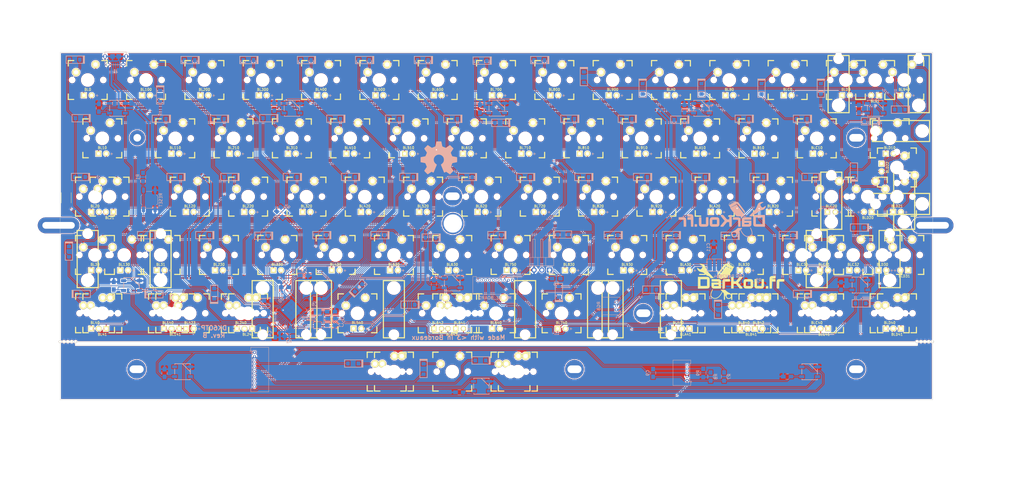
<source format=kicad_pcb>
(kicad_pcb (version 4) (host pcbnew 4.0.7+dfsg1-1)
  (title_block (title DK60TP) (date 2017-10-07) (rev B) (company DarKou))
  (layers (0 F.Cu signal) (31 B.Cu signal) (34 B.Paste user) (35 F.Paste user) (36 B.SilkS user) (37 F.SilkS user) (38 B.Mask user) (39 F.Mask user) (44 Edge.Cuts user))
  (net 0 "")
  (net 1 LED_CATH)
  (net 2 LED_AN)
  (net 3 XTAL1)
  (net 4 GND)
  (net 5 XTAL2)
  (net 6 VCC)
  (net 7 "Net-(C8-Pad1)")
  (net 8 "Net-(C9-Pad1)")
  (net 9 Col0)
  (net 10 "Net-(DK0-Pad1)")
  (net 11 "Net-(DK1-Pad1)")
  (net 12 "Net-(DK2-Pad1)")
  (net 13 "Net-(DK3-Pad1)")
  (net 14 "Net-(DK4-Pad1)")
  (net 15 Col6)
  (net 16 "Net-(DK6-Pad1)")
  (net 17 Col1)
  (net 18 "Net-(DK10-Pad1)")
  (net 19 "Net-(DK11-Pad1)")
  (net 20 "Net-(DK12-Pad1)")
  (net 21 "Net-(DK13-Pad1)")
  (net 22 "Net-(DK14-Pad1)")
  (net 23 Col2)
  (net 24 "Net-(DK20-Pad1)")
  (net 25 "Net-(DK21-Pad1)")
  (net 26 "Net-(DK22-Pad1)")
  (net 27 "Net-(DK23-Pad1)")
  (net 28 "Net-(DK24-Pad1)")
  (net 29 Col3)
  (net 30 "Net-(DK30-Pad1)")
  (net 31 "Net-(DK31-Pad1)")
  (net 32 "Net-(DK32-Pad1)")
  (net 33 "Net-(DK33-Pad1)")
  (net 34 /TRACKPOINT/Col3)
  (net 35 "Net-(DK34-Pad1)")
  (net 36 Col4)
  (net 37 "Net-(DK40-Pad1)")
  (net 38 "Net-(DK41-Pad1)")
  (net 39 "Net-(DK42-Pad1)")
  (net 40 "Net-(DK43-Pad1)")
  (net 41 /TRACKPOINT/Col4)
  (net 42 "Net-(DK44-Pad1)")
  (net 43 Col5)
  (net 44 "Net-(DK50-Pad1)")
  (net 45 "Net-(DK51-Pad1)")
  (net 46 "Net-(DK52-Pad1)")
  (net 47 "Net-(DK53-Pad1)")
  (net 48 "Net-(DK54-Pad1)")
  (net 49 "Net-(DK61-Pad1)")
  (net 50 "Net-(DK62-Pad1)")
  (net 51 "Net-(DK63-Pad1)")
  (net 52 "Net-(DK64-Pad1)")
  (net 53 Col7)
  (net 54 "Net-(DK70-Pad1)")
  (net 55 "Net-(DK71-Pad1)")
  (net 56 "Net-(DK72-Pad1)")
  (net 57 "Net-(DK73-Pad1)")
  (net 58 Col8)
  (net 59 "Net-(DK80-Pad1)")
  (net 60 "Net-(DK81-Pad1)")
  (net 61 "Net-(DK82-Pad1)")
  (net 62 "Net-(DK83-Pad1)")
  (net 63 Col9)
  (net 64 "Net-(DK90-Pad1)")
  (net 65 "Net-(DK91-Pad1)")
  (net 66 "Net-(DK92-Pad1)")
  (net 67 "Net-(DK93-Pad1)")
  (net 68 "Net-(DK94-Pad1)")
  (net 69 ColA)
  (net 70 "Net-(DKA0-Pad1)")
  (net 71 "Net-(DKA1-Pad1)")
  (net 72 "Net-(DKA2-Pad1)")
  (net 73 "Net-(DKA3-Pad1)")
  (net 74 "Net-(DKA4-Pad1)")
  (net 75 ColB)
  (net 76 "Net-(DKB0-Pad1)")
  (net 77 "Net-(DKB1-Pad1)")
  (net 78 "Net-(DKB2-Pad1)")
  (net 79 "Net-(DKB3-Pad1)")
  (net 80 "Net-(DKB4-Pad1)")
  (net 81 ColC)
  (net 82 "Net-(DKC1-Pad1)")
  (net 83 "Net-(DKC2-Pad1)")
  (net 84 "Net-(DKC3-Pad1)")
  (net 85 "Net-(DKC4-Pad1)")
  (net 86 ColD)
  (net 87 "Net-(DKD0-Pad1)")
  (net 88 "Net-(DKD1-Pad1)")
  (net 89 "Net-(DKD2-Pad1)")
  (net 90 "Net-(DKD3-Pad1)")
  (net 91 "Net-(DKD4-Pad1)")
  (net 92 "Net-(J1-Pad2)")
  (net 93 "Net-(J1-Pad3)")
  (net 94 DOUT)
  (net 95 Row0)
  (net 96 Row4)
  (net 97 Row1)
  (net 98 Row2)
  (net 99 Row3)
  (net 100 /TRACKPOINT/Row4)
  (net 101 "Net-(KC0-Pad1)")
  (net 102 "Net-(L1-Pad1)")
  (net 103 "Net-(J3-Pad2)")
  (net 104 D5)
  (net 105 D2)
  (net 106 /TRACKPOINT/D5)
  (net 107 /TRACKPOINT/D2)
  (net 108 /TRACKPOINT/RGB)
  (net 109 RESET)
  (net 110 "Net-(R2-Pad2)")
  (net 111 "Net-(R3-Pad1)")
  (net 112 CAPS_LED)
  (net 113 "Net-(J3-Pad1)")
  (net 114 RGB)
  (net 115 "Net-(RGB0-Pad2)")
  (net 116 "Net-(RGB1-Pad2)")
  (net 117 "Net-(RGB2-Pad2)")
  (net 118 "Net-(RGB3-Pad2)")
  (net 119 "Net-(RGB4-Pad2)")
  (net 120 "Net-(RGB5-Pad2)")
  (net 121 "Net-(RGB6-Pad2)")
  (net 122 "Net-(RGB8-Pad2)")
  (net 123 "Net-(RGB10-Pad4)")
  (net 124 BACKLIT)
  (net 125 "Net-(R4-Pad1)")
  (net 126 "Net-(DK74-Pad1)")
  (net 127 /TRACKPOINT/Col8)
  (net 128 "Net-(DK84-Pad1)")
  (module Footprint:Mx_100 (layer F.Cu) (at 192.00125 125.18125)
    (fp_text reference K643 hide)
    (fp_text value K46 hide)
    (pad HOLE np_thru_hole circle (at 0 0) (size 3.9878 3.9878) (drill 3.9878) (layers *.Cu))
    (pad HOLE np_thru_hole circle (at -5.08 0) (size 1.7018 1.7018) (drill 1.7018) (layers *.Cu))
    (pad HOLE np_thru_hole circle (at 5.08 0) (size 1.7018 1.7018) (drill 1.7018) (layers *.Cu))
    (pad 1 thru_hole circle (at -3.81 -2.54 330.95) (size 2.5 2.5) (drill 1.5) (layers *.Cu *.Mask F.SilkS) (net 96 Row4))
    (pad 2 thru_hole circle (at 2.54 -5.08 356.1) (size 2.5 2.5) (drill 1.5) (layers *.Cu *.Mask F.SilkS) (net 52 "Net-(DK64-Pad1)"))
  )
  (module Footprint:Mx_100 (layer F.Cu) (at 211.0425 144.23125)
    (fp_text reference K840 hide)
    (fp_text value RMB hide)
    (pad HOLE np_thru_hole circle (at 0 0) (size 3.9878 3.9878) (drill 3.9878) (layers *.Cu))
    (pad HOLE np_thru_hole circle (at -5.08 0) (size 1.7018 1.7018) (drill 1.7018) (layers *.Cu))
    (pad HOLE np_thru_hole circle (at 5.08 0) (size 1.7018 1.7018) (drill 1.7018) (layers *.Cu))
    (pad 1 thru_hole circle (at -3.81 -2.54 330.95) (size 2.5 2.5) (drill 1.5) (layers *.Cu *.Mask F.SilkS) (net 128 "Net-(DK84-Pad1)"))
    (pad 2 thru_hole circle (at 2.54 -5.08 356.1) (size 2.5 2.5) (drill 1.5) (layers *.Cu *.Mask F.SilkS) (net 100 /TRACKPOINT/Row4))
  )
  (module Footprint:Mx_100 (layer F.Cu) (at 339.65625 106.13125)
    (fp_text reference KD30 hide)
    (fp_text value K3D hide)
    (pad HOLE np_thru_hole circle (at 0 0) (size 3.9878 3.9878) (drill 3.9878) (layers *.Cu))
    (pad HOLE np_thru_hole circle (at -5.08 0) (size 1.7018 1.7018) (drill 1.7018) (layers *.Cu))
    (pad HOLE np_thru_hole circle (at 5.08 0) (size 1.7018 1.7018) (drill 1.7018) (layers *.Cu))
    (pad 1 thru_hole circle (at -3.81 -2.54 330.95) (size 2.5 2.5) (drill 1.5) (layers *.Cu *.Mask F.SilkS) (net 99 Row3))
    (pad 2 thru_hole circle (at 2.54 -5.08 356.1) (size 2.5 2.5) (drill 1.5) (layers *.Cu *.Mask F.SilkS) (net 90 "Net-(DKD3-Pad1)"))
  )
  (module Footprint:Mx_100 (layer F.Cu) (at 320.58 48.98125)
    (fp_text reference KD0 hide)
    (fp_text value K0D hide)
    (pad HOLE np_thru_hole circle (at 0 0) (size 3.9878 3.9878) (drill 3.9878) (layers *.Cu))
    (pad HOLE np_thru_hole circle (at -5.08 0) (size 1.7018 1.7018) (drill 1.7018) (layers *.Cu))
    (pad HOLE np_thru_hole circle (at 5.08 0) (size 1.7018 1.7018) (drill 1.7018) (layers *.Cu))
    (pad 1 thru_hole circle (at -3.81 -2.54 330.95) (size 2.5 2.5) (drill 1.5) (layers *.Cu *.Mask F.SilkS) (net 87 "Net-(DKD0-Pad1)"))
    (pad 2 thru_hole circle (at 2.54 -5.08 356.1) (size 2.5 2.5) (drill 1.5) (layers *.Cu *.Mask F.SilkS) (net 95 Row0))
  )
  (module Footprint:Mx_100 (layer F.Cu) (at 311.08125 125.18125)
    (fp_text reference KC40 hide)
    (fp_text value K4C hide)
    (pad HOLE np_thru_hole circle (at 0 0) (size 3.9878 3.9878) (drill 3.9878) (layers *.Cu))
    (pad HOLE np_thru_hole circle (at -5.08 0) (size 1.7018 1.7018) (drill 1.7018) (layers *.Cu))
    (pad HOLE np_thru_hole circle (at 5.08 0) (size 1.7018 1.7018) (drill 1.7018) (layers *.Cu))
    (pad 1 thru_hole circle (at -3.81 -2.54 330.95) (size 2.5 2.5) (drill 1.5) (layers *.Cu *.Mask F.SilkS) (net 85 "Net-(DKC4-Pad1)"))
    (pad 2 thru_hole circle (at 2.54 -5.08 356.1) (size 2.5 2.5) (drill 1.5) (layers *.Cu *.Mask F.SilkS) (net 96 Row4))
  )
  (module Footprint:Mx_100 (layer F.Cu) (at 306.31875 106.13125)
    (fp_text reference KC31 hide)
    (fp_text value K3C hide)
    (pad HOLE np_thru_hole circle (at 0 0) (size 3.9878 3.9878) (drill 3.9878) (layers *.Cu))
    (pad HOLE np_thru_hole circle (at -5.08 0) (size 1.7018 1.7018) (drill 1.7018) (layers *.Cu))
    (pad HOLE np_thru_hole circle (at 5.08 0) (size 1.7018 1.7018) (drill 1.7018) (layers *.Cu))
    (pad 1 thru_hole circle (at -3.81 -2.54 330.95) (size 2.5 2.5) (drill 1.5) (layers *.Cu *.Mask F.SilkS) (net 84 "Net-(DKC3-Pad1)"))
    (pad 2 thru_hole circle (at 2.54 -5.08 356.1) (size 2.5 2.5) (drill 1.5) (layers *.Cu *.Mask F.SilkS) (net 99 Row3))
  )
  (module Footprint:Mx_100 (layer F.Cu) (at 315.84375 87.08125)
    (fp_text reference KC20 hide)
    (fp_text value K2C hide)
    (pad HOLE np_thru_hole circle (at 0 0) (size 3.9878 3.9878) (drill 3.9878) (layers *.Cu))
    (pad HOLE np_thru_hole circle (at -5.08 0) (size 1.7018 1.7018) (drill 1.7018) (layers *.Cu))
    (pad HOLE np_thru_hole circle (at 5.08 0) (size 1.7018 1.7018) (drill 1.7018) (layers *.Cu))
    (pad 1 thru_hole circle (at -3.81 -2.54 330.95) (size 2.5 2.5) (drill 1.5) (layers *.Cu *.Mask F.SilkS) (net 83 "Net-(DKC2-Pad1)"))
    (pad 2 thru_hole circle (at 2.54 -5.08 356.1) (size 2.5 2.5) (drill 1.5) (layers *.Cu *.Mask F.SilkS) (net 98 Row2))
  )
  (module Footprint:Mx_100 (layer F.Cu) (at 311.08125 68.03125)
    (fp_text reference KC10 hide)
    (fp_text value K1C hide)
    (pad HOLE np_thru_hole circle (at 0 0) (size 3.9878 3.9878) (drill 3.9878) (layers *.Cu))
    (pad HOLE np_thru_hole circle (at -5.08 0) (size 1.7018 1.7018) (drill 1.7018) (layers *.Cu))
    (pad HOLE np_thru_hole circle (at 5.08 0) (size 1.7018 1.7018) (drill 1.7018) (layers *.Cu))
    (pad 1 thru_hole circle (at -3.81 -2.54 330.95) (size 2.5 2.5) (drill 1.5) (layers *.Cu *.Mask F.SilkS) (net 82 "Net-(DKC1-Pad1)"))
    (pad 2 thru_hole circle (at 2.54 -5.08 356.1) (size 2.5 2.5) (drill 1.5) (layers *.Cu *.Mask F.SilkS) (net 97 Row1))
  )
  (module Footprint:Mx_100 (layer F.Cu) (at 301.55625 48.98125)
    (fp_text reference KC0 hide)
    (fp_text value K0C hide)
    (pad HOLE np_thru_hole circle (at 0 0) (size 3.9878 3.9878) (drill 3.9878) (layers *.Cu))
    (pad HOLE np_thru_hole circle (at -5.08 0) (size 1.7018 1.7018) (drill 1.7018) (layers *.Cu))
    (pad HOLE np_thru_hole circle (at 5.08 0) (size 1.7018 1.7018) (drill 1.7018) (layers *.Cu))
    (pad 1 thru_hole circle (at -3.81 -2.54 330.95) (size 2.5 2.5) (drill 1.5) (layers *.Cu *.Mask F.SilkS) (net 101 "Net-(KC0-Pad1)"))
    (pad 2 thru_hole circle (at 2.54 -5.08 356.1) (size 2.5 2.5) (drill 1.5) (layers *.Cu *.Mask F.SilkS) (net 95 Row0))
  )
  (module Footprint:Mx_100 (layer F.Cu) (at 292.03125 125.18125)
    (fp_text reference KB40 hide)
    (fp_text value K4B hide)
    (pad HOLE np_thru_hole circle (at 0 0) (size 3.9878 3.9878) (drill 3.9878) (layers *.Cu))
    (pad HOLE np_thru_hole circle (at -5.08 0) (size 1.7018 1.7018) (drill 1.7018) (layers *.Cu))
    (pad HOLE np_thru_hole circle (at 5.08 0) (size 1.7018 1.7018) (drill 1.7018) (layers *.Cu))
    (pad 1 thru_hole circle (at -3.81 -2.54 330.95) (size 2.5 2.5) (drill 1.5) (layers *.Cu *.Mask F.SilkS) (net 80 "Net-(DKB4-Pad1)"))
    (pad 2 thru_hole circle (at 2.54 -5.08 356.1) (size 2.5 2.5) (drill 1.5) (layers *.Cu *.Mask F.SilkS) (net 96 Row4))
  )
  (module Footprint:Mx_100 (layer F.Cu) (at 287.26875 106.13125)
    (fp_text reference KB30 hide)
    (fp_text value K3B hide)
    (pad HOLE np_thru_hole circle (at 0 0) (size 3.9878 3.9878) (drill 3.9878) (layers *.Cu))
    (pad HOLE np_thru_hole circle (at -5.08 0) (size 1.7018 1.7018) (drill 1.7018) (layers *.Cu))
    (pad HOLE np_thru_hole circle (at 5.08 0) (size 1.7018 1.7018) (drill 1.7018) (layers *.Cu))
    (pad 1 thru_hole circle (at -3.81 -2.54 330.95) (size 2.5 2.5) (drill 1.5) (layers *.Cu *.Mask F.SilkS) (net 79 "Net-(DKB3-Pad1)"))
    (pad 2 thru_hole circle (at 2.54 -5.08 356.1) (size 2.5 2.5) (drill 1.5) (layers *.Cu *.Mask F.SilkS) (net 99 Row3))
  )
  (module Footprint:Mx_100 (layer F.Cu) (at 296.79375 87.08125)
    (fp_text reference KB20 hide)
    (fp_text value K2B hide)
    (pad HOLE np_thru_hole circle (at 0 0) (size 3.9878 3.9878) (drill 3.9878) (layers *.Cu))
    (pad HOLE np_thru_hole circle (at -5.08 0) (size 1.7018 1.7018) (drill 1.7018) (layers *.Cu))
    (pad HOLE np_thru_hole circle (at 5.08 0) (size 1.7018 1.7018) (drill 1.7018) (layers *.Cu))
    (pad 1 thru_hole circle (at -3.81 -2.54 330.95) (size 2.5 2.5) (drill 1.5) (layers *.Cu *.Mask F.SilkS) (net 78 "Net-(DKB2-Pad1)"))
    (pad 2 thru_hole circle (at 2.54 -5.08 356.1) (size 2.5 2.5) (drill 1.5) (layers *.Cu *.Mask F.SilkS) (net 98 Row2))
  )
  (module Footprint:Mx_100 (layer F.Cu) (at 292.03125 68.03125)
    (fp_text reference KB10 hide)
    (fp_text value K1B hide)
    (pad HOLE np_thru_hole circle (at 0 0) (size 3.9878 3.9878) (drill 3.9878) (layers *.Cu))
    (pad HOLE np_thru_hole circle (at -5.08 0) (size 1.7018 1.7018) (drill 1.7018) (layers *.Cu))
    (pad HOLE np_thru_hole circle (at 5.08 0) (size 1.7018 1.7018) (drill 1.7018) (layers *.Cu))
    (pad 1 thru_hole circle (at -3.81 -2.54 330.95) (size 2.5 2.5) (drill 1.5) (layers *.Cu *.Mask F.SilkS) (net 77 "Net-(DKB1-Pad1)"))
    (pad 2 thru_hole circle (at 2.54 -5.08 356.1) (size 2.5 2.5) (drill 1.5) (layers *.Cu *.Mask F.SilkS) (net 97 Row1))
  )
  (module Footprint:Mx_100 (layer F.Cu) (at 282.50625 48.98125)
    (fp_text reference KB0 hide)
    (fp_text value K0B hide)
    (pad HOLE np_thru_hole circle (at 0 0) (size 3.9878 3.9878) (drill 3.9878) (layers *.Cu))
    (pad HOLE np_thru_hole circle (at -5.08 0) (size 1.7018 1.7018) (drill 1.7018) (layers *.Cu))
    (pad HOLE np_thru_hole circle (at 5.08 0) (size 1.7018 1.7018) (drill 1.7018) (layers *.Cu))
    (pad 1 thru_hole circle (at -3.81 -2.54 330.95) (size 2.5 2.5) (drill 1.5) (layers *.Cu *.Mask F.SilkS) (net 76 "Net-(DKB0-Pad1)"))
    (pad 2 thru_hole circle (at 2.54 -5.08 356.1) (size 2.5 2.5) (drill 1.5) (layers *.Cu *.Mask F.SilkS) (net 95 Row0))
  )
  (module Footprint:Mx_100 (layer F.Cu) (at 268.21875 106.13125)
    (fp_text reference KA30 hide)
    (fp_text value K3A hide)
    (pad HOLE np_thru_hole circle (at 0 0) (size 3.9878 3.9878) (drill 3.9878) (layers *.Cu))
    (pad HOLE np_thru_hole circle (at -5.08 0) (size 1.7018 1.7018) (drill 1.7018) (layers *.Cu))
    (pad HOLE np_thru_hole circle (at 5.08 0) (size 1.7018 1.7018) (drill 1.7018) (layers *.Cu))
    (pad 1 thru_hole circle (at -3.81 -2.54 330.95) (size 2.5 2.5) (drill 1.5) (layers *.Cu *.Mask F.SilkS) (net 73 "Net-(DKA3-Pad1)"))
    (pad 2 thru_hole circle (at 2.54 -5.08 356.1) (size 2.5 2.5) (drill 1.5) (layers *.Cu *.Mask F.SilkS) (net 99 Row3))
  )
  (module Footprint:Mx_100 (layer F.Cu) (at 277.74375 87.08125)
    (fp_text reference KA20 hide)
    (fp_text value K2A hide)
    (pad HOLE np_thru_hole circle (at 0 0) (size 3.9878 3.9878) (drill 3.9878) (layers *.Cu))
    (pad HOLE np_thru_hole circle (at -5.08 0) (size 1.7018 1.7018) (drill 1.7018) (layers *.Cu))
    (pad HOLE np_thru_hole circle (at 5.08 0) (size 1.7018 1.7018) (drill 1.7018) (layers *.Cu))
    (pad 1 thru_hole circle (at -3.81 -2.54 330.95) (size 2.5 2.5) (drill 1.5) (layers *.Cu *.Mask F.SilkS) (net 72 "Net-(DKA2-Pad1)"))
    (pad 2 thru_hole circle (at 2.54 -5.08 356.1) (size 2.5 2.5) (drill 1.5) (layers *.Cu *.Mask F.SilkS) (net 98 Row2))
  )
  (module Footprint:Mx_100 (layer F.Cu) (at 272.98125 68.03125)
    (fp_text reference KA10 hide)
    (fp_text value K1A hide)
    (pad HOLE np_thru_hole circle (at 0 0) (size 3.9878 3.9878) (drill 3.9878) (layers *.Cu))
    (pad HOLE np_thru_hole circle (at -5.08 0) (size 1.7018 1.7018) (drill 1.7018) (layers *.Cu))
    (pad HOLE np_thru_hole circle (at 5.08 0) (size 1.7018 1.7018) (drill 1.7018) (layers *.Cu))
    (pad 1 thru_hole circle (at -3.81 -2.54 330.95) (size 2.5 2.5) (drill 1.5) (layers *.Cu *.Mask F.SilkS) (net 71 "Net-(DKA1-Pad1)"))
    (pad 2 thru_hole circle (at 2.54 -5.08 356.1) (size 2.5 2.5) (drill 1.5) (layers *.Cu *.Mask F.SilkS) (net 97 Row1))
  )
  (module Footprint:Mx_100 (layer F.Cu) (at 263.45625 48.98125)
    (fp_text reference KA0 hide)
    (fp_text value K0A hide)
    (pad HOLE np_thru_hole circle (at 0 0) (size 3.9878 3.9878) (drill 3.9878) (layers *.Cu))
    (pad HOLE np_thru_hole circle (at -5.08 0) (size 1.7018 1.7018) (drill 1.7018) (layers *.Cu))
    (pad HOLE np_thru_hole circle (at 5.08 0) (size 1.7018 1.7018) (drill 1.7018) (layers *.Cu))
    (pad 1 thru_hole circle (at -3.81 -2.54 330.95) (size 2.5 2.5) (drill 1.5) (layers *.Cu *.Mask F.SilkS) (net 70 "Net-(DKA0-Pad1)"))
    (pad 2 thru_hole circle (at 2.54 -5.08 356.1) (size 2.5 2.5) (drill 1.5) (layers *.Cu *.Mask F.SilkS) (net 95 Row0))
  )
  (module Footprint:Mx_100 (layer F.Cu) (at 339.65625 48.98125)
    (fp_text reference K940 hide)
    (fp_text value K49 hide)
    (pad HOLE np_thru_hole circle (at 0 0) (size 3.9878 3.9878) (drill 3.9878) (layers *.Cu))
    (pad HOLE np_thru_hole circle (at -5.08 0) (size 1.7018 1.7018) (drill 1.7018) (layers *.Cu))
    (pad HOLE np_thru_hole circle (at 5.08 0) (size 1.7018 1.7018) (drill 1.7018) (layers *.Cu))
    (pad 1 thru_hole circle (at -3.81 -2.54 330.95) (size 2.5 2.5) (drill 1.5) (layers *.Cu *.Mask F.SilkS) (net 68 "Net-(DK94-Pad1)"))
    (pad 2 thru_hole circle (at 2.54 -5.08 356.1) (size 2.5 2.5) (drill 1.5) (layers *.Cu *.Mask F.SilkS) (net 96 Row4))
  )
  (module Footprint:Mx_100 (layer F.Cu) (at 249.16875 106.13125)
    (fp_text reference K930 hide)
    (fp_text value K39 hide)
    (pad HOLE np_thru_hole circle (at 0 0) (size 3.9878 3.9878) (drill 3.9878) (layers *.Cu))
    (pad HOLE np_thru_hole circle (at -5.08 0) (size 1.7018 1.7018) (drill 1.7018) (layers *.Cu))
    (pad HOLE np_thru_hole circle (at 5.08 0) (size 1.7018 1.7018) (drill 1.7018) (layers *.Cu))
    (pad 1 thru_hole circle (at -3.81 -2.54 330.95) (size 2.5 2.5) (drill 1.5) (layers *.Cu *.Mask F.SilkS) (net 67 "Net-(DK93-Pad1)"))
    (pad 2 thru_hole circle (at 2.54 -5.08 356.1) (size 2.5 2.5) (drill 1.5) (layers *.Cu *.Mask F.SilkS) (net 99 Row3))
  )
  (module Footprint:Mx_100 (layer F.Cu) (at 258.69375 87.08125)
    (fp_text reference K920 hide)
    (fp_text value K29 hide)
    (pad HOLE np_thru_hole circle (at 0 0) (size 3.9878 3.9878) (drill 3.9878) (layers *.Cu))
    (pad HOLE np_thru_hole circle (at -5.08 0) (size 1.7018 1.7018) (drill 1.7018) (layers *.Cu))
    (pad HOLE np_thru_hole circle (at 5.08 0) (size 1.7018 1.7018) (drill 1.7018) (layers *.Cu))
    (pad 1 thru_hole circle (at -3.81 -2.54 330.95) (size 2.5 2.5) (drill 1.5) (layers *.Cu *.Mask F.SilkS) (net 66 "Net-(DK92-Pad1)"))
    (pad 2 thru_hole circle (at 2.54 -5.08 356.1) (size 2.5 2.5) (drill 1.5) (layers *.Cu *.Mask F.SilkS) (net 98 Row2))
  )
  (module Footprint:Mx_100 (layer F.Cu) (at 253.93125 68.03125)
    (fp_text reference K910 hide)
    (fp_text value K19 hide)
    (pad HOLE np_thru_hole circle (at 0 0) (size 3.9878 3.9878) (drill 3.9878) (layers *.Cu))
    (pad HOLE np_thru_hole circle (at -5.08 0) (size 1.7018 1.7018) (drill 1.7018) (layers *.Cu))
    (pad HOLE np_thru_hole circle (at 5.08 0) (size 1.7018 1.7018) (drill 1.7018) (layers *.Cu))
    (pad 1 thru_hole circle (at -3.81 -2.54 330.95) (size 2.5 2.5) (drill 1.5) (layers *.Cu *.Mask F.SilkS) (net 65 "Net-(DK91-Pad1)"))
    (pad 2 thru_hole circle (at 2.54 -5.08 356.1) (size 2.5 2.5) (drill 1.5) (layers *.Cu *.Mask F.SilkS) (net 97 Row1))
  )
  (module Footprint:Mx_100 (layer F.Cu) (at 244.40625 48.98125)
    (fp_text reference K900 hide)
    (fp_text value K09 hide)
    (pad HOLE np_thru_hole circle (at 0 0) (size 3.9878 3.9878) (drill 3.9878) (layers *.Cu))
    (pad HOLE np_thru_hole circle (at -5.08 0) (size 1.7018 1.7018) (drill 1.7018) (layers *.Cu))
    (pad HOLE np_thru_hole circle (at 5.08 0) (size 1.7018 1.7018) (drill 1.7018) (layers *.Cu))
    (pad 1 thru_hole circle (at -3.81 -2.54 330.95) (size 2.5 2.5) (drill 1.5) (layers *.Cu *.Mask F.SilkS) (net 64 "Net-(DK90-Pad1)"))
    (pad 2 thru_hole circle (at 2.54 -5.08 356.1) (size 2.5 2.5) (drill 1.5) (layers *.Cu *.Mask F.SilkS) (net 95 Row0))
  )
  (module Footprint:Mx_100 (layer F.Cu) (at 230.11875 106.13125)
    (fp_text reference K830 hide)
    (fp_text value K38 hide)
    (pad HOLE np_thru_hole circle (at 0 0) (size 3.9878 3.9878) (drill 3.9878) (layers *.Cu))
    (pad HOLE np_thru_hole circle (at -5.08 0) (size 1.7018 1.7018) (drill 1.7018) (layers *.Cu))
    (pad HOLE np_thru_hole circle (at 5.08 0) (size 1.7018 1.7018) (drill 1.7018) (layers *.Cu))
    (pad 1 thru_hole circle (at -3.81 -2.54 330.95) (size 2.5 2.5) (drill 1.5) (layers *.Cu *.Mask F.SilkS) (net 62 "Net-(DK83-Pad1)"))
    (pad 2 thru_hole circle (at 2.54 -5.08 356.1) (size 2.5 2.5) (drill 1.5) (layers *.Cu *.Mask F.SilkS) (net 99 Row3))
  )
  (module Footprint:Mx_100 (layer F.Cu) (at 239.64375 87.08125)
    (fp_text reference K820 hide)
    (fp_text value K28 hide)
    (pad HOLE np_thru_hole circle (at 0 0) (size 3.9878 3.9878) (drill 3.9878) (layers *.Cu))
    (pad HOLE np_thru_hole circle (at -5.08 0) (size 1.7018 1.7018) (drill 1.7018) (layers *.Cu))
    (pad HOLE np_thru_hole circle (at 5.08 0) (size 1.7018 1.7018) (drill 1.7018) (layers *.Cu))
    (pad 1 thru_hole circle (at -3.81 -2.54 330.95) (size 2.5 2.5) (drill 1.5) (layers *.Cu *.Mask F.SilkS) (net 61 "Net-(DK82-Pad1)"))
    (pad 2 thru_hole circle (at 2.54 -5.08 356.1) (size 2.5 2.5) (drill 1.5) (layers *.Cu *.Mask F.SilkS) (net 98 Row2))
  )
  (module Footprint:Mx_100 (layer F.Cu) (at 234.88125 68.03125)
    (fp_text reference K810 hide)
    (fp_text value K18 hide)
    (pad HOLE np_thru_hole circle (at 0 0) (size 3.9878 3.9878) (drill 3.9878) (layers *.Cu))
    (pad HOLE np_thru_hole circle (at -5.08 0) (size 1.7018 1.7018) (drill 1.7018) (layers *.Cu))
    (pad HOLE np_thru_hole circle (at 5.08 0) (size 1.7018 1.7018) (drill 1.7018) (layers *.Cu))
    (pad 1 thru_hole circle (at -3.81 -2.54 330.95) (size 2.5 2.5) (drill 1.5) (layers *.Cu *.Mask F.SilkS) (net 60 "Net-(DK81-Pad1)"))
    (pad 2 thru_hole circle (at 2.54 -5.08 356.1) (size 2.5 2.5) (drill 1.5) (layers *.Cu *.Mask F.SilkS) (net 97 Row1))
  )
  (module Footprint:Mx_100 (layer F.Cu) (at 225.35625 48.98125)
    (fp_text reference K800 hide)
    (fp_text value K08 hide)
    (pad HOLE np_thru_hole circle (at 0 0) (size 3.9878 3.9878) (drill 3.9878) (layers *.Cu))
    (pad HOLE np_thru_hole circle (at -5.08 0) (size 1.7018 1.7018) (drill 1.7018) (layers *.Cu))
    (pad HOLE np_thru_hole circle (at 5.08 0) (size 1.7018 1.7018) (drill 1.7018) (layers *.Cu))
    (pad 1 thru_hole circle (at -3.81 -2.54 330.95) (size 2.5 2.5) (drill 1.5) (layers *.Cu *.Mask F.SilkS) (net 59 "Net-(DK80-Pad1)"))
    (pad 2 thru_hole circle (at 2.54 -5.08 356.1) (size 2.5 2.5) (drill 1.5) (layers *.Cu *.Mask F.SilkS) (net 95 Row0))
  )
  (module Footprint:Mx_100 (layer F.Cu) (at 211.06875 106.13125)
    (fp_text reference K730 hide)
    (fp_text value K37 hide)
    (pad HOLE np_thru_hole circle (at 0 0) (size 3.9878 3.9878) (drill 3.9878) (layers *.Cu))
    (pad HOLE np_thru_hole circle (at -5.08 0) (size 1.7018 1.7018) (drill 1.7018) (layers *.Cu))
    (pad HOLE np_thru_hole circle (at 5.08 0) (size 1.7018 1.7018) (drill 1.7018) (layers *.Cu))
    (pad 1 thru_hole circle (at -3.81 -2.54 330.95) (size 2.5 2.5) (drill 1.5) (layers *.Cu *.Mask F.SilkS) (net 57 "Net-(DK73-Pad1)"))
    (pad 2 thru_hole circle (at 2.54 -5.08 356.1) (size 2.5 2.5) (drill 1.5) (layers *.Cu *.Mask F.SilkS) (net 99 Row3))
  )
  (module Footprint:Mx_100 (layer F.Cu) (at 220.59375 87.08125)
    (fp_text reference K720 hide)
    (fp_text value K27 hide)
    (pad HOLE np_thru_hole circle (at 0 0) (size 3.9878 3.9878) (drill 3.9878) (layers *.Cu))
    (pad HOLE np_thru_hole circle (at -5.08 0) (size 1.7018 1.7018) (drill 1.7018) (layers *.Cu))
    (pad HOLE np_thru_hole circle (at 5.08 0) (size 1.7018 1.7018) (drill 1.7018) (layers *.Cu))
    (pad 1 thru_hole circle (at -3.81 -2.54 330.95) (size 2.5 2.5) (drill 1.5) (layers *.Cu *.Mask F.SilkS) (net 56 "Net-(DK72-Pad1)"))
    (pad 2 thru_hole circle (at 2.54 -5.08 356.1) (size 2.5 2.5) (drill 1.5) (layers *.Cu *.Mask F.SilkS) (net 98 Row2))
  )
  (module Footprint:Mx_100 (layer F.Cu) (at 215.83125 68.03125)
    (fp_text reference K710 hide)
    (fp_text value K17 hide)
    (pad HOLE np_thru_hole circle (at 0 0) (size 3.9878 3.9878) (drill 3.9878) (layers *.Cu))
    (pad HOLE np_thru_hole circle (at -5.08 0) (size 1.7018 1.7018) (drill 1.7018) (layers *.Cu))
    (pad HOLE np_thru_hole circle (at 5.08 0) (size 1.7018 1.7018) (drill 1.7018) (layers *.Cu))
    (pad 1 thru_hole circle (at -3.81 -2.54 330.95) (size 2.5 2.5) (drill 1.5) (layers *.Cu *.Mask F.SilkS) (net 55 "Net-(DK71-Pad1)"))
    (pad 2 thru_hole circle (at 2.54 -5.08 356.1) (size 2.5 2.5) (drill 1.5) (layers *.Cu *.Mask F.SilkS) (net 97 Row1))
  )
  (module Footprint:Mx_100 (layer F.Cu) (at 206.30625 48.98125)
    (fp_text reference K700 hide)
    (fp_text value K07 hide)
    (pad HOLE np_thru_hole circle (at 0 0) (size 3.9878 3.9878) (drill 3.9878) (layers *.Cu))
    (pad HOLE np_thru_hole circle (at -5.08 0) (size 1.7018 1.7018) (drill 1.7018) (layers *.Cu))
    (pad HOLE np_thru_hole circle (at 5.08 0) (size 1.7018 1.7018) (drill 1.7018) (layers *.Cu))
    (pad 1 thru_hole circle (at -3.81 -2.54 330.95) (size 2.5 2.5) (drill 1.5) (layers *.Cu *.Mask F.SilkS) (net 54 "Net-(DK70-Pad1)"))
    (pad 2 thru_hole circle (at 2.54 -5.08 356.1) (size 2.5 2.5) (drill 1.5) (layers *.Cu *.Mask F.SilkS) (net 95 Row0))
  )
  (module Footprint:Mx_100 (layer F.Cu) (at 192.01875 106.13125)
    (fp_text reference K630 hide)
    (fp_text value K36 hide)
    (pad HOLE np_thru_hole circle (at 0 0) (size 3.9878 3.9878) (drill 3.9878) (layers *.Cu))
    (pad HOLE np_thru_hole circle (at -5.08 0) (size 1.7018 1.7018) (drill 1.7018) (layers *.Cu))
    (pad HOLE np_thru_hole circle (at 5.08 0) (size 1.7018 1.7018) (drill 1.7018) (layers *.Cu))
    (pad 1 thru_hole circle (at -3.81 -2.54 330.95) (size 2.5 2.5) (drill 1.5) (layers *.Cu *.Mask F.SilkS) (net 51 "Net-(DK63-Pad1)"))
    (pad 2 thru_hole circle (at 2.54 -5.08 356.1) (size 2.5 2.5) (drill 1.5) (layers *.Cu *.Mask F.SilkS) (net 99 Row3))
  )
  (module Footprint:Mx_100 (layer F.Cu) (at 201.54375 87.08125)
    (fp_text reference K620 hide)
    (fp_text value K26 hide)
    (pad HOLE np_thru_hole circle (at 0 0) (size 3.9878 3.9878) (drill 3.9878) (layers *.Cu))
    (pad HOLE np_thru_hole circle (at -5.08 0) (size 1.7018 1.7018) (drill 1.7018) (layers *.Cu))
    (pad HOLE np_thru_hole circle (at 5.08 0) (size 1.7018 1.7018) (drill 1.7018) (layers *.Cu))
    (pad 1 thru_hole circle (at -3.81 -2.54 330.95) (size 2.5 2.5) (drill 1.5) (layers *.Cu *.Mask F.SilkS) (net 50 "Net-(DK62-Pad1)"))
    (pad 2 thru_hole circle (at 2.54 -5.08 356.1) (size 2.5 2.5) (drill 1.5) (layers *.Cu *.Mask F.SilkS) (net 98 Row2))
  )
  (module Footprint:Mx_100 (layer F.Cu) (at 196.78125 68.03125)
    (fp_text reference K610 hide)
    (fp_text value K16 hide)
    (pad HOLE np_thru_hole circle (at 0 0) (size 3.9878 3.9878) (drill 3.9878) (layers *.Cu))
    (pad HOLE np_thru_hole circle (at -5.08 0) (size 1.7018 1.7018) (drill 1.7018) (layers *.Cu))
    (pad HOLE np_thru_hole circle (at 5.08 0) (size 1.7018 1.7018) (drill 1.7018) (layers *.Cu))
    (pad 1 thru_hole circle (at -3.81 -2.54 330.95) (size 2.5 2.5) (drill 1.5) (layers *.Cu *.Mask F.SilkS) (net 49 "Net-(DK61-Pad1)"))
    (pad 2 thru_hole circle (at 2.54 -5.08 356.1) (size 2.5 2.5) (drill 1.5) (layers *.Cu *.Mask F.SilkS) (net 97 Row1))
  )
  (module Footprint:Mx_100 (layer F.Cu) (at 187.25625 48.98125)
    (fp_text reference K600 hide)
    (fp_text value K06 hide)
    (pad HOLE np_thru_hole circle (at 0 0) (size 3.9878 3.9878) (drill 3.9878) (layers *.Cu))
    (pad HOLE np_thru_hole circle (at -5.08 0) (size 1.7018 1.7018) (drill 1.7018) (layers *.Cu))
    (pad HOLE np_thru_hole circle (at 5.08 0) (size 1.7018 1.7018) (drill 1.7018) (layers *.Cu))
    (pad 1 thru_hole circle (at -3.81 -2.54 330.95) (size 2.5 2.5) (drill 1.5) (layers *.Cu *.Mask F.SilkS) (net 16 "Net-(DK6-Pad1)"))
    (pad 2 thru_hole circle (at 2.54 -5.08 356.1) (size 2.5 2.5) (drill 1.5) (layers *.Cu *.Mask F.SilkS) (net 95 Row0))
  )
  (module Footprint:Mx_100 (layer F.Cu) (at 172.96875 106.13125)
    (fp_text reference K530 hide)
    (fp_text value K35 hide)
    (pad HOLE np_thru_hole circle (at 0 0) (size 3.9878 3.9878) (drill 3.9878) (layers *.Cu))
    (pad HOLE np_thru_hole circle (at -5.08 0) (size 1.7018 1.7018) (drill 1.7018) (layers *.Cu))
    (pad HOLE np_thru_hole circle (at 5.08 0) (size 1.7018 1.7018) (drill 1.7018) (layers *.Cu))
    (pad 1 thru_hole circle (at -3.81 -2.54 330.95) (size 2.5 2.5) (drill 1.5) (layers *.Cu *.Mask F.SilkS) (net 47 "Net-(DK53-Pad1)"))
    (pad 2 thru_hole circle (at 2.54 -5.08 356.1) (size 2.5 2.5) (drill 1.5) (layers *.Cu *.Mask F.SilkS) (net 99 Row3))
  )
  (module Footprint:Mx_100 (layer F.Cu) (at 182.49375 87.08125)
    (fp_text reference K520 hide)
    (fp_text value K25 hide)
    (pad HOLE np_thru_hole circle (at 0 0) (size 3.9878 3.9878) (drill 3.9878) (layers *.Cu))
    (pad HOLE np_thru_hole circle (at -5.08 0) (size 1.7018 1.7018) (drill 1.7018) (layers *.Cu))
    (pad HOLE np_thru_hole circle (at 5.08 0) (size 1.7018 1.7018) (drill 1.7018) (layers *.Cu))
    (pad 1 thru_hole circle (at -3.81 -2.54 330.95) (size 2.5 2.5) (drill 1.5) (layers *.Cu *.Mask F.SilkS) (net 46 "Net-(DK52-Pad1)"))
    (pad 2 thru_hole circle (at 2.54 -5.08 356.1) (size 2.5 2.5) (drill 1.5) (layers *.Cu *.Mask F.SilkS) (net 98 Row2))
  )
  (module Footprint:Mx_100 (layer F.Cu) (at 177.73125 68.03125)
    (fp_text reference K510 hide)
    (fp_text value K15 hide)
    (pad HOLE np_thru_hole circle (at 0 0) (size 3.9878 3.9878) (drill 3.9878) (layers *.Cu))
    (pad HOLE np_thru_hole circle (at -5.08 0) (size 1.7018 1.7018) (drill 1.7018) (layers *.Cu))
    (pad HOLE np_thru_hole circle (at 5.08 0) (size 1.7018 1.7018) (drill 1.7018) (layers *.Cu))
    (pad 1 thru_hole circle (at -3.81 -2.54 330.95) (size 2.5 2.5) (drill 1.5) (layers *.Cu *.Mask F.SilkS) (net 45 "Net-(DK51-Pad1)"))
    (pad 2 thru_hole circle (at 2.54 -5.08 356.1) (size 2.5 2.5) (drill 1.5) (layers *.Cu *.Mask F.SilkS) (net 97 Row1))
  )
  (module Footprint:Mx_100 (layer F.Cu) (at 168.20625 48.98125)
    (fp_text reference K500 hide)
    (fp_text value K05 hide)
    (pad HOLE np_thru_hole circle (at 0 0) (size 3.9878 3.9878) (drill 3.9878) (layers *.Cu))
    (pad HOLE np_thru_hole circle (at -5.08 0) (size 1.7018 1.7018) (drill 1.7018) (layers *.Cu))
    (pad HOLE np_thru_hole circle (at 5.08 0) (size 1.7018 1.7018) (drill 1.7018) (layers *.Cu))
    (pad 1 thru_hole circle (at -3.81 -2.54 330.95) (size 2.5 2.5) (drill 1.5) (layers *.Cu *.Mask F.SilkS) (net 44 "Net-(DK50-Pad1)"))
    (pad 2 thru_hole circle (at 2.54 -5.08 356.1) (size 2.5 2.5) (drill 1.5) (layers *.Cu *.Mask F.SilkS) (net 95 Row0))
  )
  (module Footprint:Mx_100 (layer F.Cu) (at 192.01875 144.23125)
    (fp_text reference K440 hide)
    (fp_text value MMB hide)
    (pad HOLE np_thru_hole circle (at 0 0) (size 3.9878 3.9878) (drill 3.9878) (layers *.Cu))
    (pad HOLE np_thru_hole circle (at -5.08 0) (size 1.7018 1.7018) (drill 1.7018) (layers *.Cu))
    (pad HOLE np_thru_hole circle (at 5.08 0) (size 1.7018 1.7018) (drill 1.7018) (layers *.Cu))
    (pad 1 thru_hole circle (at -3.81 -2.54 330.95) (size 2.5 2.5) (drill 1.5) (layers *.Cu *.Mask F.SilkS) (net 42 "Net-(DK44-Pad1)"))
    (pad 2 thru_hole circle (at 2.54 -5.08 356.1) (size 2.5 2.5) (drill 1.5) (layers *.Cu *.Mask F.SilkS) (net 100 /TRACKPOINT/Row4))
  )
  (module Footprint:Mx_100 (layer F.Cu) (at 153.91875 106.13125)
    (fp_text reference K430 hide)
    (fp_text value K34 hide)
    (pad HOLE np_thru_hole circle (at 0 0) (size 3.9878 3.9878) (drill 3.9878) (layers *.Cu))
    (pad HOLE np_thru_hole circle (at -5.08 0) (size 1.7018 1.7018) (drill 1.7018) (layers *.Cu))
    (pad HOLE np_thru_hole circle (at 5.08 0) (size 1.7018 1.7018) (drill 1.7018) (layers *.Cu))
    (pad 1 thru_hole circle (at -3.81 -2.54 330.95) (size 2.5 2.5) (drill 1.5) (layers *.Cu *.Mask F.SilkS) (net 40 "Net-(DK43-Pad1)"))
    (pad 2 thru_hole circle (at 2.54 -5.08 356.1) (size 2.5 2.5) (drill 1.5) (layers *.Cu *.Mask F.SilkS) (net 99 Row3))
  )
  (module Footprint:Mx_100 (layer F.Cu) (at 163.44375 87.08125)
    (fp_text reference K420 hide)
    (fp_text value K24 hide)
    (pad HOLE np_thru_hole circle (at 0 0) (size 3.9878 3.9878) (drill 3.9878) (layers *.Cu))
    (pad HOLE np_thru_hole circle (at -5.08 0) (size 1.7018 1.7018) (drill 1.7018) (layers *.Cu))
    (pad HOLE np_thru_hole circle (at 5.08 0) (size 1.7018 1.7018) (drill 1.7018) (layers *.Cu))
    (pad 1 thru_hole circle (at -3.81 -2.54 330.95) (size 2.5 2.5) (drill 1.5) (layers *.Cu *.Mask F.SilkS) (net 39 "Net-(DK42-Pad1)"))
    (pad 2 thru_hole circle (at 2.54 -5.08 356.1) (size 2.5 2.5) (drill 1.5) (layers *.Cu *.Mask F.SilkS) (net 98 Row2))
  )
  (module Footprint:Mx_100 (layer F.Cu) (at 158.68125 68.03125)
    (fp_text reference K410 hide)
    (fp_text value K14 hide)
    (pad HOLE np_thru_hole circle (at 0 0) (size 3.9878 3.9878) (drill 3.9878) (layers *.Cu))
    (pad HOLE np_thru_hole circle (at -5.08 0) (size 1.7018 1.7018) (drill 1.7018) (layers *.Cu))
    (pad HOLE np_thru_hole circle (at 5.08 0) (size 1.7018 1.7018) (drill 1.7018) (layers *.Cu))
    (pad 1 thru_hole circle (at -3.81 -2.54 330.95) (size 2.5 2.5) (drill 1.5) (layers *.Cu *.Mask F.SilkS) (net 38 "Net-(DK41-Pad1)"))
    (pad 2 thru_hole circle (at 2.54 -5.08 356.1) (size 2.5 2.5) (drill 1.5) (layers *.Cu *.Mask F.SilkS) (net 97 Row1))
  )
  (module Footprint:Mx_100 (layer F.Cu) (at 149.15625 48.98125)
    (fp_text reference K400 hide)
    (fp_text value K04 hide)
    (pad HOLE np_thru_hole circle (at 0 0) (size 3.9878 3.9878) (drill 3.9878) (layers *.Cu))
    (pad HOLE np_thru_hole circle (at -5.08 0) (size 1.7018 1.7018) (drill 1.7018) (layers *.Cu))
    (pad HOLE np_thru_hole circle (at 5.08 0) (size 1.7018 1.7018) (drill 1.7018) (layers *.Cu))
    (pad 1 thru_hole circle (at -3.81 -2.54 330.95) (size 2.5 2.5) (drill 1.5) (layers *.Cu *.Mask F.SilkS) (net 37 "Net-(DK40-Pad1)"))
    (pad 2 thru_hole circle (at 2.54 -5.08 356.1) (size 2.5 2.5) (drill 1.5) (layers *.Cu *.Mask F.SilkS) (net 95 Row0))
  )
  (module Footprint:Mx_100 (layer F.Cu) (at 172.96875 144.23125)
    (fp_text reference K340 hide)
    (fp_text value LMB hide)
    (pad HOLE np_thru_hole circle (at 0 0) (size 3.9878 3.9878) (drill 3.9878) (layers *.Cu))
    (pad HOLE np_thru_hole circle (at -5.08 0) (size 1.7018 1.7018) (drill 1.7018) (layers *.Cu))
    (pad HOLE np_thru_hole circle (at 5.08 0) (size 1.7018 1.7018) (drill 1.7018) (layers *.Cu))
    (pad 1 thru_hole circle (at -3.81 -2.54 330.95) (size 2.5 2.5) (drill 1.5) (layers *.Cu *.Mask F.SilkS) (net 35 "Net-(DK34-Pad1)"))
    (pad 2 thru_hole circle (at 2.54 -5.08 356.1) (size 2.5 2.5) (drill 1.5) (layers *.Cu *.Mask F.SilkS) (net 100 /TRACKPOINT/Row4))
  )
  (module Footprint:Mx_100 (layer F.Cu) (at 134.86875 106.13125)
    (fp_text reference K330 hide)
    (fp_text value K33 hide)
    (pad HOLE np_thru_hole circle (at 0 0) (size 3.9878 3.9878) (drill 3.9878) (layers *.Cu))
    (pad HOLE np_thru_hole circle (at -5.08 0) (size 1.7018 1.7018) (drill 1.7018) (layers *.Cu))
    (pad HOLE np_thru_hole circle (at 5.08 0) (size 1.7018 1.7018) (drill 1.7018) (layers *.Cu))
    (pad 1 thru_hole circle (at -3.81 -2.54 330.95) (size 2.5 2.5) (drill 1.5) (layers *.Cu *.Mask F.SilkS) (net 33 "Net-(DK33-Pad1)"))
    (pad 2 thru_hole circle (at 2.54 -5.08 356.1) (size 2.5 2.5) (drill 1.5) (layers *.Cu *.Mask F.SilkS) (net 99 Row3))
  )
  (module Footprint:Mx_100 (layer F.Cu) (at 144.39375 87.08125)
    (fp_text reference K320 hide)
    (fp_text value K23 hide)
    (pad HOLE np_thru_hole circle (at 0 0) (size 3.9878 3.9878) (drill 3.9878) (layers *.Cu))
    (pad HOLE np_thru_hole circle (at -5.08 0) (size 1.7018 1.7018) (drill 1.7018) (layers *.Cu))
    (pad HOLE np_thru_hole circle (at 5.08 0) (size 1.7018 1.7018) (drill 1.7018) (layers *.Cu))
    (pad 1 thru_hole circle (at -3.81 -2.54 330.95) (size 2.5 2.5) (drill 1.5) (layers *.Cu *.Mask F.SilkS) (net 32 "Net-(DK32-Pad1)"))
    (pad 2 thru_hole circle (at 2.54 -5.08 356.1) (size 2.5 2.5) (drill 1.5) (layers *.Cu *.Mask F.SilkS) (net 98 Row2))
  )
  (module Footprint:Mx_100 (layer F.Cu) (at 139.63125 68.03125)
    (fp_text reference K310 hide)
    (fp_text value K13 hide)
    (pad HOLE np_thru_hole circle (at 0 0) (size 3.9878 3.9878) (drill 3.9878) (layers *.Cu))
    (pad HOLE np_thru_hole circle (at -5.08 0) (size 1.7018 1.7018) (drill 1.7018) (layers *.Cu))
    (pad HOLE np_thru_hole circle (at 5.08 0) (size 1.7018 1.7018) (drill 1.7018) (layers *.Cu))
    (pad 1 thru_hole circle (at -3.81 -2.54 330.95) (size 2.5 2.5) (drill 1.5) (layers *.Cu *.Mask F.SilkS) (net 31 "Net-(DK31-Pad1)"))
    (pad 2 thru_hole circle (at 2.54 -5.08 356.1) (size 2.5 2.5) (drill 1.5) (layers *.Cu *.Mask F.SilkS) (net 97 Row1))
  )
  (module Footprint:Mx_100 (layer F.Cu) (at 130.10625 48.98125)
    (fp_text reference K300 hide)
    (fp_text value K03 hide)
    (pad HOLE np_thru_hole circle (at 0 0) (size 3.9878 3.9878) (drill 3.9878) (layers *.Cu))
    (pad HOLE np_thru_hole circle (at -5.08 0) (size 1.7018 1.7018) (drill 1.7018) (layers *.Cu))
    (pad HOLE np_thru_hole circle (at 5.08 0) (size 1.7018 1.7018) (drill 1.7018) (layers *.Cu))
    (pad 1 thru_hole circle (at -3.81 -2.54 330.95) (size 2.5 2.5) (drill 1.5) (layers *.Cu *.Mask F.SilkS) (net 30 "Net-(DK30-Pad1)"))
    (pad 2 thru_hole circle (at 2.54 -5.08 356.1) (size 2.5 2.5) (drill 1.5) (layers *.Cu *.Mask F.SilkS) (net 95 Row0))
  )
  (module Footprint:Mx_100 (layer F.Cu) (at 115.81875 106.13125)
    (fp_text reference K230 hide)
    (fp_text value K32 hide)
    (pad HOLE np_thru_hole circle (at 0 0) (size 3.9878 3.9878) (drill 3.9878) (layers *.Cu))
    (pad HOLE np_thru_hole circle (at -5.08 0) (size 1.7018 1.7018) (drill 1.7018) (layers *.Cu))
    (pad HOLE np_thru_hole circle (at 5.08 0) (size 1.7018 1.7018) (drill 1.7018) (layers *.Cu))
    (pad 1 thru_hole circle (at -3.81 -2.54 330.95) (size 2.5 2.5) (drill 1.5) (layers *.Cu *.Mask F.SilkS) (net 27 "Net-(DK23-Pad1)"))
    (pad 2 thru_hole circle (at 2.54 -5.08 356.1) (size 2.5 2.5) (drill 1.5) (layers *.Cu *.Mask F.SilkS) (net 99 Row3))
  )
  (module Footprint:Mx_100 (layer F.Cu) (at 125.34375 87.08125)
    (fp_text reference K220 hide)
    (fp_text value K22 hide)
    (pad HOLE np_thru_hole circle (at 0 0) (size 3.9878 3.9878) (drill 3.9878) (layers *.Cu))
    (pad HOLE np_thru_hole circle (at -5.08 0) (size 1.7018 1.7018) (drill 1.7018) (layers *.Cu))
    (pad HOLE np_thru_hole circle (at 5.08 0) (size 1.7018 1.7018) (drill 1.7018) (layers *.Cu))
    (pad 1 thru_hole circle (at -3.81 -2.54 330.95) (size 2.5 2.5) (drill 1.5) (layers *.Cu *.Mask F.SilkS) (net 26 "Net-(DK22-Pad1)"))
    (pad 2 thru_hole circle (at 2.54 -5.08 356.1) (size 2.5 2.5) (drill 1.5) (layers *.Cu *.Mask F.SilkS) (net 98 Row2))
  )
  (module Footprint:Mx_100 (layer F.Cu) (at 120.58125 68.03125)
    (fp_text reference K210 hide)
    (fp_text value K12 hide)
    (pad HOLE np_thru_hole circle (at 0 0) (size 3.9878 3.9878) (drill 3.9878) (layers *.Cu))
    (pad HOLE np_thru_hole circle (at -5.08 0) (size 1.7018 1.7018) (drill 1.7018) (layers *.Cu))
    (pad HOLE np_thru_hole circle (at 5.08 0) (size 1.7018 1.7018) (drill 1.7018) (layers *.Cu))
    (pad 1 thru_hole circle (at -3.81 -2.54 330.95) (size 2.5 2.5) (drill 1.5) (layers *.Cu *.Mask F.SilkS) (net 25 "Net-(DK21-Pad1)"))
    (pad 2 thru_hole circle (at 2.54 -5.08 356.1) (size 2.5 2.5) (drill 1.5) (layers *.Cu *.Mask F.SilkS) (net 97 Row1))
  )
  (module Footprint:Mx_100 (layer F.Cu) (at 111.05625 48.98125)
    (fp_text reference K200 hide)
    (fp_text value K02 hide)
    (pad HOLE np_thru_hole circle (at 0 0) (size 3.9878 3.9878) (drill 3.9878) (layers *.Cu))
    (pad HOLE np_thru_hole circle (at -5.08 0) (size 1.7018 1.7018) (drill 1.7018) (layers *.Cu))
    (pad HOLE np_thru_hole circle (at 5.08 0) (size 1.7018 1.7018) (drill 1.7018) (layers *.Cu))
    (pad 1 thru_hole circle (at -3.81 -2.54 330.95) (size 2.5 2.5) (drill 1.5) (layers *.Cu *.Mask F.SilkS) (net 24 "Net-(DK20-Pad1)"))
    (pad 2 thru_hole circle (at 2.54 -5.08 356.1) (size 2.5 2.5) (drill 1.5) (layers *.Cu *.Mask F.SilkS) (net 95 Row0))
  )
  (module Footprint:Mx_100 (layer F.Cu) (at 101.53125 125.18125)
    (fp_text reference K141 hide)
    (fp_text value K41 hide)
    (pad HOLE np_thru_hole circle (at 0 0) (size 3.9878 3.9878) (drill 3.9878) (layers *.Cu))
    (pad HOLE np_thru_hole circle (at -5.08 0) (size 1.7018 1.7018) (drill 1.7018) (layers *.Cu))
    (pad HOLE np_thru_hole circle (at 5.08 0) (size 1.7018 1.7018) (drill 1.7018) (layers *.Cu))
    (pad 1 thru_hole circle (at -3.81 -2.54 330.95) (size 2.5 2.5) (drill 1.5) (layers *.Cu *.Mask F.SilkS) (net 22 "Net-(DK14-Pad1)"))
    (pad 2 thru_hole circle (at 2.54 -5.08 356.1) (size 2.5 2.5) (drill 1.5) (layers *.Cu *.Mask F.SilkS) (net 96 Row4))
  )
  (module Footprint:Mx_100 (layer F.Cu) (at 96.76875 106.13125)
    (fp_text reference K130 hide)
    (fp_text value K31 hide)
    (pad HOLE np_thru_hole circle (at 0 0) (size 3.9878 3.9878) (drill 3.9878) (layers *.Cu))
    (pad HOLE np_thru_hole circle (at -5.08 0) (size 1.7018 1.7018) (drill 1.7018) (layers *.Cu))
    (pad HOLE np_thru_hole circle (at 5.08 0) (size 1.7018 1.7018) (drill 1.7018) (layers *.Cu))
    (pad 1 thru_hole circle (at -3.81 -2.54 330.95) (size 2.5 2.5) (drill 1.5) (layers *.Cu *.Mask F.SilkS) (net 21 "Net-(DK13-Pad1)"))
    (pad 2 thru_hole circle (at 2.54 -5.08 356.1) (size 2.5 2.5) (drill 1.5) (layers *.Cu *.Mask F.SilkS) (net 99 Row3))
  )
  (module Footprint:Mx_100 (layer F.Cu) (at 106.29375 87.08125)
    (fp_text reference K120 hide)
    (fp_text value K21 hide)
    (pad HOLE np_thru_hole circle (at 0 0) (size 3.9878 3.9878) (drill 3.9878) (layers *.Cu))
    (pad HOLE np_thru_hole circle (at -5.08 0) (size 1.7018 1.7018) (drill 1.7018) (layers *.Cu))
    (pad HOLE np_thru_hole circle (at 5.08 0) (size 1.7018 1.7018) (drill 1.7018) (layers *.Cu))
    (pad 1 thru_hole circle (at -3.81 -2.54 330.95) (size 2.5 2.5) (drill 1.5) (layers *.Cu *.Mask F.SilkS) (net 20 "Net-(DK12-Pad1)"))
    (pad 2 thru_hole circle (at 2.54 -5.08 356.1) (size 2.5 2.5) (drill 1.5) (layers *.Cu *.Mask F.SilkS) (net 98 Row2))
  )
  (module Footprint:Mx_100 (layer F.Cu) (at 101.53125 68.03125)
    (fp_text reference K110 hide)
    (fp_text value K11 hide)
    (pad HOLE np_thru_hole circle (at 0 0) (size 3.9878 3.9878) (drill 3.9878) (layers *.Cu))
    (pad HOLE np_thru_hole circle (at -5.08 0) (size 1.7018 1.7018) (drill 1.7018) (layers *.Cu))
    (pad HOLE np_thru_hole circle (at 5.08 0) (size 1.7018 1.7018) (drill 1.7018) (layers *.Cu))
    (pad 1 thru_hole circle (at -3.81 -2.54 330.95) (size 2.5 2.5) (drill 1.5) (layers *.Cu *.Mask F.SilkS) (net 19 "Net-(DK11-Pad1)"))
    (pad 2 thru_hole circle (at 2.54 -5.08 356.1) (size 2.5 2.5) (drill 1.5) (layers *.Cu *.Mask F.SilkS) (net 97 Row1))
  )
  (module Footprint:Mx_100 (layer F.Cu) (at 92.00625 48.98125)
    (fp_text reference K100 hide)
    (fp_text value K01 hide)
    (pad HOLE np_thru_hole circle (at 0 0) (size 3.9878 3.9878) (drill 3.9878) (layers *.Cu))
    (pad HOLE np_thru_hole circle (at -5.08 0) (size 1.7018 1.7018) (drill 1.7018) (layers *.Cu))
    (pad HOLE np_thru_hole circle (at 5.08 0) (size 1.7018 1.7018) (drill 1.7018) (layers *.Cu))
    (pad 1 thru_hole circle (at -3.81 -2.54 330.95) (size 2.5 2.5) (drill 1.5) (layers *.Cu *.Mask F.SilkS) (net 18 "Net-(DK10-Pad1)"))
    (pad 2 thru_hole circle (at 2.54 -5.08 356.1) (size 2.5 2.5) (drill 1.5) (layers *.Cu *.Mask F.SilkS) (net 95 Row0))
  )
  (module Footprint:Mx_100 (layer F.Cu) (at 72.94875 48.98125)
    (fp_text reference K0 hide)
    (fp_text value K00 hide)
    (pad HOLE np_thru_hole circle (at 0 0) (size 3.9878 3.9878) (drill 3.9878) (layers *.Cu))
    (pad HOLE np_thru_hole circle (at -5.08 0) (size 1.7018 1.7018) (drill 1.7018) (layers *.Cu))
    (pad HOLE np_thru_hole circle (at 5.08 0) (size 1.7018 1.7018) (drill 1.7018) (layers *.Cu))
    (pad 1 thru_hole circle (at -3.81 -2.54 330.95) (size 2.5 2.5) (drill 1.5) (layers *.Cu *.Mask F.SilkS) (net 10 "Net-(DK0-Pad1)"))
    (pad 2 thru_hole circle (at 2.54 -5.08 356.1) (size 2.5 2.5) (drill 1.5) (layers *.Cu *.Mask F.SilkS) (net 95 Row0))
  )
  (module Connectors_Molex:Molex_PicoBlade_53048-0310_03x1.25mm_Angled (layer B.Cu) (at 245.61375 124.05625 90)
    (fp_text reference J2 hide)
    (fp_text value RGB (at 1.25 -5.75 90) (layer B.SilkS) (effects (justify mirror)))
    (pad 1 thru_hole rect (at 0 0 90) (size 0.85 0.85) (drill 0.5) (layers *.Cu *.Mask) (net 6 VCC))
    (pad 2 thru_hole circle (at 1.25 0 90) (size 0.85 0.85) (drill 0.5) (layers *.Cu *.Mask) (net 4 GND))
    (pad 3 thru_hole circle (at 2.5 0 90) (size 0.85 0.85) (drill 0.5) (layers *.Cu *.Mask) (net 94 DOUT))
  )
  (module Housings_DFN_QFN:QFN-44-1EP_7x7mm_Pitch0.5mm (layer B.Cu) (at 139.505 124.15625 225)
    (fp_text reference U0 (at 0 4.75 225) (layer B.SilkS) (effects (justify mirror)))
    (fp_text value ATMEGA32U4-MU)
    (pad 1 smd rect (at -3.4 2.5 225) (size 0.7 0.25) (layers B.Cu B.Paste B.Mask) (net 112 CAPS_LED))
    (pad 2 smd rect (at -3.4 2 225) (size 0.7 0.25) (layers B.Cu B.Paste B.Mask) (net 6 VCC))
    (pad 3 smd rect (at -3.4 1.5 225) (size 0.7 0.25) (layers B.Cu B.Paste B.Mask) (net 111 "Net-(R3-Pad1)"))
    (pad 4 smd rect (at -3.4 1 225) (size 0.7 0.25) (layers B.Cu B.Paste B.Mask) (net 125 "Net-(R4-Pad1)"))
    (pad 5 smd rect (at -3.4 0.5 225) (size 0.7 0.25) (layers B.Cu B.Paste B.Mask) (net 4 GND))
    (pad 6 smd rect (at -3.4 0 225) (size 0.7 0.25) (layers B.Cu B.Paste B.Mask) (net 7 "Net-(C8-Pad1)"))
    (pad 7 smd rect (at -3.4 -0.5 225) (size 0.7 0.25) (layers B.Cu B.Paste B.Mask) (net 6 VCC))
    (pad 8 smd rect (at -3.4 -1 225) (size 0.7 0.25) (layers B.Cu B.Paste B.Mask) (net 43 Col5))
    (pad 9 smd rect (at -3.4 -1.5 225) (size 0.7 0.25) (layers B.Cu B.Paste B.Mask) (net 99 Row3))
    (pad 10 smd rect (at -3.4 -2 225) (size 0.7 0.25) (layers B.Cu B.Paste B.Mask) (net 15 Col6))
    (pad 11 smd rect (at -3.4 -2.5 225) (size 0.7 0.25) (layers B.Cu B.Paste B.Mask) (net 53 Col7))
    (pad 12 smd rect (at -2.5 -3.4 135) (size 0.7 0.25) (layers B.Cu B.Paste B.Mask) (net 124 BACKLIT))
    (pad 13 smd rect (at -2 -3.4 135) (size 0.7 0.25) (layers B.Cu B.Paste B.Mask) (net 109 RESET))
    (pad 14 smd rect (at -1.5 -3.4 135) (size 0.7 0.25) (layers B.Cu B.Paste B.Mask) (net 6 VCC))
    (pad 15 smd rect (at -1 -3.4 135) (size 0.7 0.25) (layers B.Cu B.Paste B.Mask) (net 4 GND))
    (pad 16 smd rect (at -0.5 -3.4 135) (size 0.7 0.25) (layers B.Cu B.Paste B.Mask) (net 3 XTAL1))
    (pad 17 smd rect (at 0 -3.4 135) (size 0.7 0.25) (layers B.Cu B.Paste B.Mask) (net 5 XTAL2))
    (pad 18 smd rect (at 0.5 -3.4 135) (size 0.7 0.25) (layers B.Cu B.Paste B.Mask) (net 81 ColC))
    (pad 19 smd rect (at 1 -3.4 135) (size 0.7 0.25) (layers B.Cu B.Paste B.Mask) (net 75 ColB))
    (pad 20 smd rect (at 1.5 -3.4 135) (size 0.7 0.25) (layers B.Cu B.Paste B.Mask) (net 105 D2))
    (pad 21 smd rect (at 2 -3.4 135) (size 0.7 0.25) (layers B.Cu B.Paste B.Mask) (net 69 ColA))
    (pad 22 smd rect (at 2.5 -3.4 135) (size 0.7 0.25) (layers B.Cu B.Paste B.Mask) (net 104 D5))
    (pad 23 smd rect (at 3.4 -2.5 225) (size 0.7 0.25) (layers B.Cu B.Paste B.Mask) (net 4 GND))
    (pad 24 smd rect (at 3.4 -2 225) (size 0.7 0.25) (layers B.Cu B.Paste B.Mask) (net 6 VCC))
    (pad 25 smd rect (at 3.4 -1.5 225) (size 0.7 0.25) (layers B.Cu B.Paste B.Mask) (net 86 ColD))
    (pad 26 smd rect (at 3.4 -1 225) (size 0.7 0.25) (layers B.Cu B.Paste B.Mask) (net 96 Row4))
    (pad 27 smd rect (at 3.4 -0.5 225) (size 0.7 0.25) (layers B.Cu B.Paste B.Mask) (net 114 RGB))
    (pad 28 smd rect (at 3.4 0 225) (size 0.7 0.25) (layers B.Cu B.Paste B.Mask) (net 9 Col0))
    (pad 29 smd rect (at 3.4 0.5 225) (size 0.7 0.25) (layers B.Cu B.Paste B.Mask) (net 17 Col1))
    (pad 30 smd rect (at 3.4 1 225) (size 0.7 0.25) (layers B.Cu B.Paste B.Mask) (net 98 Row2))
    (pad 31 smd rect (at 3.4 1.5 225) (size 0.7 0.25) (layers B.Cu B.Paste B.Mask) (net 23 Col2))
    (pad 32 smd rect (at 3.4 2 225) (size 0.7 0.25) (layers B.Cu B.Paste B.Mask) (net 95 Row0))
    (pad 33 smd rect (at 3.4 2.5 225) (size 0.7 0.25) (layers B.Cu B.Paste B.Mask) (net 110 "Net-(R2-Pad2)"))
    (pad 34 smd rect (at 2.5 3.4 135) (size 0.7 0.25) (layers B.Cu B.Paste B.Mask) (net 6 VCC))
    (pad 35 smd rect (at 2 3.4 135) (size 0.7 0.25) (layers B.Cu B.Paste B.Mask) (net 4 GND))
    (pad 36 smd rect (at 1.5 3.4 135) (size 0.7 0.25) (layers B.Cu B.Paste B.Mask) (net 29 Col3))
    (pad 37 smd rect (at 1 3.4 135) (size 0.7 0.25) (layers B.Cu B.Paste B.Mask) (net 36 Col4))
    (pad 38 smd rect (at 0.5 3.4 135) (size 0.7 0.25) (layers B.Cu B.Paste B.Mask) (net 97 Row1))
    (pad 39 smd rect (at 0 3.4 135) (size 0.7 0.25) (layers B.Cu B.Paste B.Mask) (net 58 Col8))
    (pad 40 smd rect (at -0.5 3.4 135) (size 0.7 0.25) (layers B.Cu B.Paste B.Mask) (net 63 Col9))
    (pad 41 smd rect (at -1 3.4 135) (size 0.7 0.25) (layers B.Cu B.Paste B.Mask))
    (pad 42 smd rect (at -1.5 3.4 135) (size 0.7 0.25) (layers B.Cu B.Paste B.Mask))
    (pad 43 smd rect (at -2 3.4 135) (size 0.7 0.25) (layers B.Cu B.Paste B.Mask) (net 4 GND))
    (pad 44 smd rect (at -2.5 3.4 135) (size 0.7 0.25) (layers B.Cu B.Paste B.Mask) (net 6 VCC))
    (pad 45 smd rect (at 1.93125 -1.93125 225) (size 1.2875 1.2875) (layers B.Cu B.Paste B.Mask) (net 4 GND))
    (pad 45 smd rect (at 1.93125 -0.64375 225) (size 1.2875 1.2875) (layers B.Cu B.Paste B.Mask) (net 4 GND))
    (pad 45 smd rect (at 1.93125 0.64375 225) (size 1.2875 1.2875) (layers B.Cu B.Paste B.Mask) (net 4 GND))
    (pad 45 smd rect (at 1.93125 1.93125 225) (size 1.2875 1.2875) (layers B.Cu B.Paste B.Mask) (net 4 GND))
    (pad 45 smd rect (at 0.64375 -1.93125 225) (size 1.2875 1.2875) (layers B.Cu B.Paste B.Mask) (net 4 GND))
    (pad 45 smd rect (at 0.64375 -0.64375 225) (size 1.2875 1.2875) (layers B.Cu B.Paste B.Mask) (net 4 GND))
    (pad 45 smd rect (at 0.64375 0.64375 225) (size 1.2875 1.2875) (layers B.Cu B.Paste B.Mask) (net 4 GND))
    (pad 45 smd rect (at 0.64375 1.93125 225) (size 1.2875 1.2875) (layers B.Cu B.Paste B.Mask) (net 4 GND))
    (pad 45 smd rect (at -0.64375 -1.93125 225) (size 1.2875 1.2875) (layers B.Cu B.Paste B.Mask) (net 4 GND))
    (pad 45 smd rect (at -0.64375 -0.64375 225) (size 1.2875 1.2875) (layers B.Cu B.Paste B.Mask) (net 4 GND))
    (pad 45 smd rect (at -0.64375 0.64375 225) (size 1.2875 1.2875) (layers B.Cu B.Paste B.Mask) (net 4 GND))
    (pad 45 smd rect (at -0.64375 1.93125 225) (size 1.2875 1.2875) (layers B.Cu B.Paste B.Mask) (net 4 GND))
    (pad 45 smd rect (at -1.93125 -1.93125 225) (size 1.2875 1.2875) (layers B.Cu B.Paste B.Mask) (net 4 GND))
    (pad 45 smd rect (at -1.93125 -0.64375 225) (size 1.2875 1.2875) (layers B.Cu B.Paste B.Mask) (net 4 GND))
    (pad 45 smd rect (at -1.93125 0.64375 225) (size 1.2875 1.2875) (layers B.Cu B.Paste B.Mask) (net 4 GND))
    (pad 45 smd rect (at -1.93125 1.93125 225) (size 1.2875 1.2875) (layers B.Cu B.Paste B.Mask) (net 4 GND))
  )
  (module Footprint:MXST (layer F.Cu) (at 144.3675 125.18125 180)
    (fp_text reference 6.25U_0 hide)
    (fp_text value 6.25U hide)
    (pad "" np_thru_hole circle (at 0 -6.985 180) (size 3.048 3.048) (drill 3.048) (layers *.Cu *.Mask))
    (pad "" np_thru_hole circle (at 0 8.255 180) (size 3.9802 3.9802) (drill 3.9802) (layers *.Cu *.Mask))
  )
  (module Footprint:Mx_125 (layer F.Cu) (at 75.3375 125.18125)
    (fp_text reference K40 hide)
    (fp_text value K40 hide)
    (pad HOLE np_thru_hole circle (at 0 0) (size 3.9878 3.9878) (drill 3.9878) (layers *.Cu))
    (pad HOLE np_thru_hole circle (at -5.08 0) (size 1.7018 1.7018) (drill 1.7018) (layers *.Cu))
    (pad HOLE np_thru_hole circle (at 5.08 0) (size 1.7018 1.7018) (drill 1.7018) (layers *.Cu))
    (pad 1 thru_hole circle (at -3.81 -2.54 330.95) (size 2.5 2.5) (drill 1.5) (layers *.Cu *.Mask F.SilkS) (net 14 "Net-(DK4-Pad1)"))
    (pad 2 thru_hole circle (at 2.54 -5.08 356.1) (size 2.5 2.5) (drill 1.5) (layers *.Cu *.Mask F.SilkS) (net 96 Row4))
  )
  (module Capacitors_SMD:C_0805_HandSoldering (layer B.Cu) (at 152.41375 124.65625)
    (fp_text reference C1 (at 3.25 0) (layer B.SilkS) (effects (justify mirror)))
    (fp_text value 22p)
    (pad 1 smd rect (at -1.25 0) (size 1.5 1.25) (layers B.Cu B.Paste B.Mask) (net 3 XTAL1))
    (pad 2 smd rect (at 1.25 0) (size 1.5 1.25) (layers B.Cu B.Paste B.Mask) (net 4 GND))
  )
  (module Capacitors_SMD:C_0805_HandSoldering (layer B.Cu) (at 152.41375 129.05625)
    (fp_text reference C2 (at 3.25 0) (layer B.SilkS) (effects (justify mirror)))
    (fp_text value 22p)
    (pad 1 smd rect (at -1.25 0) (size 1.5 1.25) (layers B.Cu B.Paste B.Mask) (net 5 XTAL2))
    (pad 2 smd rect (at 1.25 0) (size 1.5 1.25) (layers B.Cu B.Paste B.Mask) (net 4 GND))
  )
  (module Capacitors_SMD:C_0805_HandSoldering (layer B.Cu) (at 137.41375 116.65625 180)
    (fp_text reference C3 (at 0 1.75 180) (layer B.SilkS) (effects (justify mirror)))
    (fp_text value 0.1u)
    (pad 1 smd rect (at -1.25 0 180) (size 1.5 1.25) (layers B.Cu B.Paste B.Mask) (net 6 VCC))
    (pad 2 smd rect (at 1.25 0 180) (size 1.5 1.25) (layers B.Cu B.Paste B.Mask) (net 4 GND))
  )
  (module Capacitors_SMD:C_0805_HandSoldering (layer B.Cu) (at 134.145 131.78125 270)
    (fp_text reference C4 (at 0 1.75 270) (layer B.SilkS) (effects (justify mirror)))
    (fp_text value 0.1u)
    (pad 1 smd rect (at -1.25 0 270) (size 1.5 1.25) (layers B.Cu B.Paste B.Mask) (net 6 VCC))
    (pad 2 smd rect (at 1.25 0 270) (size 1.5 1.25) (layers B.Cu B.Paste B.Mask) (net 4 GND))
  )
  (module Capacitors_SMD:C_0805_HandSoldering (layer B.Cu) (at 152.61375 126.85625 180)
    (fp_text reference C5 (at -3.25 0 180) (layer B.SilkS) (effects (justify mirror)))
    (fp_text value 0.1u)
    (pad 1 smd rect (at -1.25 0 180) (size 1.5 1.25) (layers B.Cu B.Paste B.Mask) (net 6 VCC))
    (pad 2 smd rect (at 1.25 0 180) (size 1.5 1.25) (layers B.Cu B.Paste B.Mask) (net 4 GND))
  )
  (module Capacitors_SMD:C_0805_HandSoldering (layer B.Cu) (at 147.045 120.48125)
    (fp_text reference C6 (at 0 1.75) (layer B.SilkS) (effects (justify mirror)))
    (fp_text value 0.1u)
    (pad 1 smd rect (at -1.25 0) (size 1.5 1.25) (layers B.Cu B.Paste B.Mask) (net 6 VCC))
    (pad 2 smd rect (at 1.25 0) (size 1.5 1.25) (layers B.Cu B.Paste B.Mask) (net 4 GND))
  )
  (module Capacitors_SMD:C_0805_HandSoldering (layer B.Cu) (at 131.745 121.08125)
    (fp_text reference C7 (at 0 1.75) (layer B.SilkS) (effects (justify mirror)))
    (fp_text value 4.7u)
    (pad 1 smd rect (at -1.25 0) (size 1.5 1.25) (layers B.Cu B.Paste B.Mask) (net 6 VCC))
    (pad 2 smd rect (at 1.25 0) (size 1.5 1.25) (layers B.Cu B.Paste B.Mask) (net 4 GND))
  )
  (module Capacitors_SMD:C_0805_HandSoldering (layer B.Cu) (at 143.61375 112.85625)
    (fp_text reference C8 (at 0 -1.75) (layer B.SilkS) (effects (justify mirror)))
    (fp_text value 1u)
    (pad 1 smd rect (at -1.25 0) (size 1.5 1.25) (layers B.Cu B.Paste B.Mask) (net 7 "Net-(C8-Pad1)"))
    (pad 2 smd rect (at 1.25 0) (size 1.5 1.25) (layers B.Cu B.Paste B.Mask) (net 4 GND))
  )
  (module Capacitors_SMD:C_0805_HandSoldering (layer B.Cu) (at 257.605 144.65625 270)
    (fp_text reference C9 (at 0 1.75 270) (layer B.SilkS) (effects (justify mirror)))
    (fp_text value 2.2u)
    (pad 1 smd rect (at -1.25 0 270) (size 1.5 1.25) (layers B.Cu B.Paste B.Mask) (net 8 "Net-(C9-Pad1)"))
    (pad 2 smd rect (at 1.25 0 270) (size 1.5 1.25) (layers B.Cu B.Paste B.Mask) (net 6 VCC))
  )
  (module Capacitors_SMD:C_0805_HandSoldering (layer B.Cu) (at 286.01375 114.65625 180)
    (fp_text reference C10 (at 0 1.75 180) (layer B.SilkS) (effects (justify mirror)))
    (fp_text value 10uF)
    (pad 1 smd rect (at -1.25 0 180) (size 1.5 1.25) (layers B.Cu B.Paste B.Mask) (net 4 GND))
    (pad 2 smd rect (at 1.25 0 180) (size 1.5 1.25) (layers B.Cu B.Paste B.Mask) (net 6 VCC))
  )
  (module Capacitors_SMD:C_0805_HandSoldering (layer B.Cu) (at 277.41375 103.65625 270)
    (fp_text reference C11 (at 0 1.75 270) (layer B.SilkS) (effects (justify mirror)))
    (fp_text value 10uF)
    (pad 1 smd rect (at -1.25 0 270) (size 1.5 1.25) (layers B.Cu B.Paste B.Mask) (net 4 GND))
    (pad 2 smd rect (at 1.25 0 270) (size 1.5 1.25) (layers B.Cu B.Paste B.Mask) (net 2 LED_AN))
  )
  (module Capacitors_SMD:C_0805_HandSoldering (layer B.Cu) (at 186.005 115.65625 90)
    (fp_text reference CRGB0 hide)
    (fp_text value 0.1u hide)
    (pad 1 smd rect (at -1.25 0 90) (size 1.5 1.25) (layers B.Cu B.Paste B.Mask) (net 6 VCC))
    (pad 2 smd rect (at 1.25 0 90) (size 1.5 1.25) (layers B.Cu B.Paste B.Mask) (net 4 GND))
  )
  (module Capacitors_SMD:C_0805_HandSoldering (layer B.Cu) (at 81.445 116.18125 90)
    (fp_text reference CRGB1 hide)
    (fp_text value 0.1u hide)
    (pad 1 smd rect (at -1.25 0 90) (size 1.5 1.25) (layers B.Cu B.Paste B.Mask) (net 6 VCC))
    (pad 2 smd rect (at 1.25 0 90) (size 1.5 1.25) (layers B.Cu B.Paste B.Mask) (net 4 GND))
  )
  (module Capacitors_SMD:C_0805_HandSoldering (layer B.Cu) (at 76.605 58.05625 90)
    (fp_text reference CRGB2 hide)
    (fp_text value 0.1u hide)
    (pad 1 smd rect (at -1.25 0 90) (size 1.5 1.25) (layers B.Cu B.Paste B.Mask) (net 6 VCC))
    (pad 2 smd rect (at 1.25 0 90) (size 1.5 1.25) (layers B.Cu B.Paste B.Mask) (net 4 GND))
  )
  (module Capacitors_SMD:C_0805_HandSoldering (layer B.Cu) (at 133.845 57.78125 90)
    (fp_text reference CRGB3 hide)
    (fp_text value 0.1u hide)
    (pad 1 smd rect (at -1.25 0 90) (size 1.5 1.25) (layers B.Cu B.Paste B.Mask) (net 6 VCC))
    (pad 2 smd rect (at 1.25 0 90) (size 1.5 1.25) (layers B.Cu B.Paste B.Mask) (net 4 GND))
  )
  (module Capacitors_SMD:C_0805_HandSoldering (layer B.Cu) (at 201.045 58.38125 90)
    (fp_text reference CRGB4 hide)
    (fp_text value 0.1u hide)
    (pad 1 smd rect (at -1.25 0 90) (size 1.5 1.25) (layers B.Cu B.Paste B.Mask) (net 6 VCC))
    (pad 2 smd rect (at 1.25 0 90) (size 1.5 1.25) (layers B.Cu B.Paste B.Mask) (net 4 GND))
  )
  (module Capacitors_SMD:C_0805_HandSoldering (layer B.Cu) (at 267.845 58.38125 90)
    (fp_text reference CRGB5 hide)
    (fp_text value 0.1u hide)
    (pad 1 smd rect (at -1.25 0 90) (size 1.5 1.25) (layers B.Cu B.Paste B.Mask) (net 6 VCC))
    (pad 2 smd rect (at 1.25 0 90) (size 1.5 1.25) (layers B.Cu B.Paste B.Mask) (net 4 GND))
  )
  (module Capacitors_SMD:C_0805_HandSoldering (layer B.Cu) (at 324.845 58.38125 90)
    (fp_text reference CRGB6 hide)
    (fp_text value 0.1u hide)
    (pad 1 smd rect (at -1.25 0 90) (size 1.5 1.25) (layers B.Cu B.Paste B.Mask) (net 6 VCC))
    (pad 2 smd rect (at 1.25 0 90) (size 1.5 1.25) (layers B.Cu B.Paste B.Mask) (net 4 GND))
  )
  (module Capacitors_SMD:C_0805_HandSoldering (layer B.Cu) (at 319.005 116.25625 90)
    (fp_text reference CRGB7 hide)
    (fp_text value 0.1u hide)
    (pad 1 smd rect (at -1.25 0 90) (size 1.5 1.25) (layers B.Cu B.Paste B.Mask) (net 6 VCC))
    (pad 2 smd rect (at 1.25 0 90) (size 1.5 1.25) (layers B.Cu B.Paste B.Mask) (net 4 GND))
  )
  (module Capacitors_SMD:C_0805_HandSoldering (layer B.Cu) (at 301.405 145.85625 180)
    (fp_text reference CRGB8 hide)
    (fp_text value 0.1u hide)
    (pad 1 smd rect (at -1.25 0 180) (size 1.5 1.25) (layers B.Cu B.Paste B.Mask) (net 6 VCC))
    (pad 2 smd rect (at 1.25 0 180) (size 1.5 1.25) (layers B.Cu B.Paste B.Mask) (net 4 GND))
  )
  (module Capacitors_SMD:C_0805_HandSoldering (layer B.Cu) (at 194.345 150.98125 180)
    (fp_text reference CRGB9 hide)
    (fp_text value 0.1u hide)
    (pad 1 smd rect (at -1.25 0 180) (size 1.5 1.25) (layers B.Cu B.Paste B.Mask) (net 6 VCC))
    (pad 2 smd rect (at 1.25 0 180) (size 1.5 1.25) (layers B.Cu B.Paste B.Mask) (net 4 GND))
  )
  (module Capacitors_SMD:C_0805_HandSoldering (layer B.Cu) (at 98.03 144.68125 90)
    (fp_text reference CRGB10 hide)
    (fp_text value 0.1u hide)
    (pad 1 smd rect (at -1.25 0 90) (size 1.5 1.25) (layers B.Cu B.Paste B.Mask) (net 6 VCC))
    (pad 2 smd rect (at 1.25 0 90) (size 1.5 1.25) (layers B.Cu B.Paste B.Mask) (net 4 GND))
  )
  (module Footprint:D_SOD123 (layer B.Cu) (at 68.69375 42.3375 180)
    (fp_text reference DK0 hide)
    (fp_text value D00 hide)
    (pad 2 smd rect (at 1.7 0 180) (size 1.2 1.4) (layers B.Cu B.Paste B.Mask) (net 9 Col0))
    (pad 1 smd rect (at -1.7 0 180) (size 1.2 1.4) (layers B.Cu B.Paste B.Mask) (net 10 "Net-(DK0-Pad1)"))
  )
  (module Footprint:D_SOD123 (layer B.Cu) (at 70.61375 61.45625 180)
    (fp_text reference DK1 hide)
    (fp_text value D10 hide)
    (pad 2 smd rect (at 1.7 0 180) (size 1.2 1.4) (layers B.Cu B.Paste B.Mask) (net 9 Col0))
    (pad 1 smd rect (at -1.7 0 180) (size 1.2 1.4) (layers B.Cu B.Paste B.Mask) (net 11 "Net-(DK1-Pad1)"))
  )
  (module Footprint:D_SOD123 (layer B.Cu) (at 70.405 80.65625 180)
    (fp_text reference DK2 hide)
    (fp_text value D20 hide)
    (pad 2 smd rect (at 1.7 0 180) (size 1.2 1.4) (layers B.Cu B.Paste B.Mask) (net 9 Col0))
    (pad 1 smd rect (at -1.7 0 180) (size 1.2 1.4) (layers B.Cu B.Paste B.Mask) (net 12 "Net-(DK2-Pad1)"))
  )
  (module Footprint:D_SOD123 (layer B.Cu) (at 66.805 105.05625 270)
    (fp_text reference DK3 hide)
    (fp_text value D30 hide)
    (pad 2 smd rect (at 1.7 0 270) (size 1.2 1.4) (layers B.Cu B.Paste B.Mask) (net 9 Col0))
    (pad 1 smd rect (at -1.7 0 270) (size 1.2 1.4) (layers B.Cu B.Paste B.Mask) (net 13 "Net-(DK3-Pad1)"))
  )
  (module Footprint:D_SOD123 (layer B.Cu) (at 71.005 118.85625)
    (fp_text reference DK4 hide)
    (fp_text value D40 hide)
    (pad 2 smd rect (at 1.7 0) (size 1.2 1.4) (layers B.Cu B.Paste B.Mask) (net 9 Col0))
    (pad 1 smd rect (at -1.7 0) (size 1.2 1.4) (layers B.Cu B.Paste B.Mask) (net 14 "Net-(DK4-Pad1)"))
  )
  (module Footprint:D_SOD123 (layer B.Cu) (at 182.405 42.45625 180)
    (fp_text reference DK6 hide)
    (fp_text value D60 hide)
    (pad 2 smd rect (at 1.7 0 180) (size 1.2 1.4) (layers B.Cu B.Paste B.Mask) (net 15 Col6))
    (pad 1 smd rect (at -1.7 0 180) (size 1.2 1.4) (layers B.Cu B.Paste B.Mask) (net 16 "Net-(DK6-Pad1)"))
  )
  (module Footprint:D_SOD123 (layer B.Cu) (at 96.61375 54.05625 270)
    (fp_text reference DK10 hide)
    (fp_text value D01 hide)
    (pad 2 smd rect (at 1.7 0 270) (size 1.2 1.4) (layers B.Cu B.Paste B.Mask) (net 17 Col1))
    (pad 1 smd rect (at -1.7 0 270) (size 1.2 1.4) (layers B.Cu B.Paste B.Mask) (net 18 "Net-(DK10-Pad1)"))
  )
  (module Footprint:D_SOD123 (layer B.Cu) (at 96.805 61.65625 180)
    (fp_text reference DK11 hide)
    (fp_text value D11 hide)
    (pad 2 smd rect (at 1.7 0 180) (size 1.2 1.4) (layers B.Cu B.Paste B.Mask) (net 17 Col1))
    (pad 1 smd rect (at -1.7 0 180) (size 1.2 1.4) (layers B.Cu B.Paste B.Mask) (net 19 "Net-(DK11-Pad1)"))
  )
  (module Footprint:D_SOD123 (layer B.Cu) (at 101.605 80.65625 180)
    (fp_text reference DK12 hide)
    (fp_text value D21 hide)
    (pad 2 smd rect (at 1.7 0 180) (size 1.2 1.4) (layers B.Cu B.Paste B.Mask) (net 17 Col1))
    (pad 1 smd rect (at -1.7 0 180) (size 1.2 1.4) (layers B.Cu B.Paste B.Mask) (net 20 "Net-(DK12-Pad1)"))
  )
  (module Footprint:D_SOD123 (layer B.Cu) (at 92.005 99.65625 180)
    (fp_text reference DK13 hide)
    (fp_text value D31 hide)
    (pad 2 smd rect (at 1.7 0 180) (size 1.2 1.4) (layers B.Cu B.Paste B.Mask) (net 17 Col1))
    (pad 1 smd rect (at -1.7 0 180) (size 1.2 1.4) (layers B.Cu B.Paste B.Mask) (net 21 "Net-(DK13-Pad1)"))
  )
  (module Footprint:D_SOD123 (layer B.Cu) (at 94.745 118.98125)
    (fp_text reference DK14 hide)
    (fp_text value D41 hide)
    (pad 2 smd rect (at 1.7 0) (size 1.2 1.4) (layers B.Cu B.Paste B.Mask) (net 17 Col1))
    (pad 1 smd rect (at -1.7 0) (size 1.2 1.4) (layers B.Cu B.Paste B.Mask) (net 22 "Net-(DK14-Pad1)"))
  )
  (module Footprint:D_SOD123 (layer B.Cu) (at 106.205 42.45625 180)
    (fp_text reference DK20 hide)
    (fp_text value D02 hide)
    (pad 2 smd rect (at 1.7 0 180) (size 1.2 1.4) (layers B.Cu B.Paste B.Mask) (net 23 Col2))
    (pad 1 smd rect (at -1.7 0 180) (size 1.2 1.4) (layers B.Cu B.Paste B.Mask) (net 24 "Net-(DK20-Pad1)"))
  )
  (module Footprint:D_SOD123 (layer B.Cu) (at 115.805 61.65625 180)
    (fp_text reference DK21 hide)
    (fp_text value D12 hide)
    (pad 2 smd rect (at 1.7 0 180) (size 1.2 1.4) (layers B.Cu B.Paste B.Mask) (net 23 Col2))
    (pad 1 smd rect (at -1.7 0 180) (size 1.2 1.4) (layers B.Cu B.Paste B.Mask) (net 25 "Net-(DK21-Pad1)"))
  )
  (module Footprint:D_SOD123 (layer B.Cu) (at 119.21375 80.65625 180)
    (fp_text reference DK22 hide)
    (fp_text value D22 hide)
    (pad 2 smd rect (at 1.7 0 180) (size 1.2 1.4) (layers B.Cu B.Paste B.Mask) (net 23 Col2))
    (pad 1 smd rect (at -1.7 0 180) (size 1.2 1.4) (layers B.Cu B.Paste B.Mask) (net 26 "Net-(DK22-Pad1)"))
  )
  (module Footprint:D_SOD123 (layer B.Cu) (at 111.005 99.65625 180)
    (fp_text reference DK23 hide)
    (fp_text value D32 hide)
    (pad 2 smd rect (at 1.7 0 180) (size 1.2 1.4) (layers B.Cu B.Paste B.Mask) (net 23 Col2))
    (pad 1 smd rect (at -1.7 0 180) (size 1.2 1.4) (layers B.Cu B.Paste B.Mask) (net 27 "Net-(DK23-Pad1)"))
  )
  (module Footprint:D_SOD123 (layer B.Cu) (at 114.245 118.78125 90)
    (fp_text reference DK24 hide)
    (fp_text value D42 hide)
    (pad 2 smd rect (at 1.7 0 90) (size 1.2 1.4) (layers B.Cu B.Paste B.Mask) (net 23 Col2))
    (pad 1 smd rect (at -1.7 0 90) (size 1.2 1.4) (layers B.Cu B.Paste B.Mask) (net 28 "Net-(DK24-Pad1)"))
  )
  (module Footprint:D_SOD123 (layer B.Cu) (at 125.405 42.45625 180)
    (fp_text reference DK30 hide)
    (fp_text value D03 hide)
    (pad 2 smd rect (at 1.7 0 180) (size 1.2 1.4) (layers B.Cu B.Paste B.Mask) (net 29 Col3))
    (pad 1 smd rect (at -1.7 0 180) (size 1.2 1.4) (layers B.Cu B.Paste B.Mask) (net 30 "Net-(DK30-Pad1)"))
  )
  (module Footprint:D_SOD123 (layer B.Cu) (at 131.905 61.45625 180)
    (fp_text reference DK31 hide)
    (fp_text value D13 hide)
    (pad 2 smd rect (at 1.7 0 180) (size 1.2 1.4) (layers B.Cu B.Paste B.Mask) (net 29 Col3))
    (pad 1 smd rect (at -1.7 0 180) (size 1.2 1.4) (layers B.Cu B.Paste B.Mask) (net 31 "Net-(DK31-Pad1)"))
  )
  (module Footprint:D_SOD123 (layer B.Cu) (at 139.605 80.65625 180)
    (fp_text reference DK32 hide)
    (fp_text value D23 hide)
    (pad 2 smd rect (at 1.7 0 180) (size 1.2 1.4) (layers B.Cu B.Paste B.Mask) (net 29 Col3))
    (pad 1 smd rect (at -1.7 0 180) (size 1.2 1.4) (layers B.Cu B.Paste B.Mask) (net 32 "Net-(DK32-Pad1)"))
  )
  (module Footprint:D_SOD123 (layer B.Cu) (at 130.205 99.85625 180)
    (fp_text reference DK33 hide)
    (fp_text value D33 hide)
    (pad 2 smd rect (at 1.7 0 180) (size 1.2 1.4) (layers B.Cu B.Paste B.Mask) (net 29 Col3))
    (pad 1 smd rect (at -1.7 0 180) (size 1.2 1.4) (layers B.Cu B.Paste B.Mask) (net 33 "Net-(DK33-Pad1)"))
  )
  (module Footprint:D_SOD123 (layer B.Cu) (at 159.645 141.58125 180)
    (fp_text reference DK34 hide)
    (fp_text value D43 hide)
    (pad 2 smd rect (at 1.7 0 180) (size 1.2 1.4) (layers B.Cu B.Paste B.Mask) (net 34 /TRACKPOINT/Col3))
    (pad 1 smd rect (at -1.7 0 180) (size 1.2 1.4) (layers B.Cu B.Paste B.Mask) (net 35 "Net-(DK34-Pad1)"))
  )
  (module Footprint:D_SOD123 (layer B.Cu) (at 144.205 42.45625 180)
    (fp_text reference DK40 hide)
    (fp_text value D04 hide)
    (pad 2 smd rect (at 1.7 0 180) (size 1.2 1.4) (layers B.Cu B.Paste B.Mask) (net 36 Col4))
    (pad 1 smd rect (at -1.7 0 180) (size 1.2 1.4) (layers B.Cu B.Paste B.Mask) (net 37 "Net-(DK40-Pad1)"))
  )
  (module Footprint:D_SOD123 (layer B.Cu) (at 153.805 61.65625 180)
    (fp_text reference DK41 hide)
    (fp_text value D14 hide)
    (pad 2 smd rect (at 1.7 0 180) (size 1.2 1.4) (layers B.Cu B.Paste B.Mask) (net 36 Col4))
    (pad 1 smd rect (at -1.7 0 180) (size 1.2 1.4) (layers B.Cu B.Paste B.Mask) (net 38 "Net-(DK41-Pad1)"))
  )
  (module Footprint:D_SOD123 (layer B.Cu) (at 158.605 80.65625 180)
    (fp_text reference DK42 hide)
    (fp_text value D24 hide)
    (pad 2 smd rect (at 1.7 0 180) (size 1.2 1.4) (layers B.Cu B.Paste B.Mask) (net 36 Col4))
    (pad 1 smd rect (at -1.7 0 180) (size 1.2 1.4) (layers B.Cu B.Paste B.Mask) (net 39 "Net-(DK42-Pad1)"))
  )
  (module Footprint:D_SOD123 (layer B.Cu) (at 149.205 99.65625 180)
    (fp_text reference DK43 hide)
    (fp_text value D34 hide)
    (pad 2 smd rect (at 1.7 0 180) (size 1.2 1.4) (layers B.Cu B.Paste B.Mask) (net 36 Col4))
    (pad 1 smd rect (at -1.7 0 180) (size 1.2 1.4) (layers B.Cu B.Paste B.Mask) (net 40 "Net-(DK43-Pad1)"))
  )
  (module Footprint:D_SOD123 (layer B.Cu) (at 182.645 143.38125 270)
    (fp_text reference DK44 hide)
    (fp_text value D44 hide)
    (pad 2 smd rect (at 1.7 0 270) (size 1.2 1.4) (layers B.Cu B.Paste B.Mask) (net 41 /TRACKPOINT/Col4))
    (pad 1 smd rect (at -1.7 0 270) (size 1.2 1.4) (layers B.Cu B.Paste B.Mask) (net 42 "Net-(DK44-Pad1)"))
  )
  (module Footprint:D_SOD123 (layer B.Cu) (at 163.205 42.45625 180)
    (fp_text reference DK50 hide)
    (fp_text value D05 hide)
    (pad 2 smd rect (at 1.7 0 180) (size 1.2 1.4) (layers B.Cu B.Paste B.Mask) (net 43 Col5))
    (pad 1 smd rect (at -1.7 0 180) (size 1.2 1.4) (layers B.Cu B.Paste B.Mask) (net 44 "Net-(DK50-Pad1)"))
  )
  (module Footprint:D_SOD123 (layer B.Cu) (at 173.005 61.65625 180)
    (fp_text reference DK51 hide)
    (fp_text value D15 hide)
    (pad 2 smd rect (at 1.7 0 180) (size 1.2 1.4) (layers B.Cu B.Paste B.Mask) (net 43 Col5))
    (pad 1 smd rect (at -1.7 0 180) (size 1.2 1.4) (layers B.Cu B.Paste B.Mask) (net 45 "Net-(DK51-Pad1)"))
  )
  (module Footprint:D_SOD123 (layer B.Cu) (at 177.605 80.65625 180)
    (fp_text reference DK52 hide)
    (fp_text value D25 hide)
    (pad 2 smd rect (at 1.7 0 180) (size 1.2 1.4) (layers B.Cu B.Paste B.Mask) (net 43 Col5))
    (pad 1 smd rect (at -1.7 0 180) (size 1.2 1.4) (layers B.Cu B.Paste B.Mask) (net 46 "Net-(DK52-Pad1)"))
  )
  (module Footprint:D_SOD123 (layer B.Cu) (at 168.205 99.65625 180)
    (fp_text reference DK53 hide)
    (fp_text value D35 hide)
    (pad 2 smd rect (at 1.7 0 180) (size 1.2 1.4) (layers B.Cu B.Paste B.Mask) (net 43 Col5))
    (pad 1 smd rect (at -1.7 0 180) (size 1.2 1.4) (layers B.Cu B.Paste B.Mask) (net 47 "Net-(DK53-Pad1)"))
  )
  (module Footprint:D_SOD123 (layer B.Cu) (at 161.41375 116.85625 45)
    (fp_text reference DK54 hide)
    (fp_text value D45 hide)
    (pad 2 smd rect (at 1.7 0 45) (size 1.2 1.4) (layers B.Cu B.Paste B.Mask) (net 43 Col5))
    (pad 1 smd rect (at -1.7 0 45) (size 1.2 1.4) (layers B.Cu B.Paste B.Mask) (net 48 "Net-(DK54-Pad1)"))
  )
  (module Footprint:D_SOD123 (layer B.Cu) (at 192.005 61.65625 180)
    (fp_text reference DK61 hide)
    (fp_text value D16 hide)
    (pad 2 smd rect (at 1.7 0 180) (size 1.2 1.4) (layers B.Cu B.Paste B.Mask) (net 15 Col6))
    (pad 1 smd rect (at -1.7 0 180) (size 1.2 1.4) (layers B.Cu B.Paste B.Mask) (net 49 "Net-(DK61-Pad1)"))
  )
  (module Footprint:D_SOD123 (layer B.Cu) (at 196.805 80.65625 180)
    (fp_text reference DK62 hide)
    (fp_text value D26 hide)
    (pad 2 smd rect (at 1.7 0 180) (size 1.2 1.4) (layers B.Cu B.Paste B.Mask) (net 15 Col6))
    (pad 1 smd rect (at -1.7 0 180) (size 1.2 1.4) (layers B.Cu B.Paste B.Mask) (net 50 "Net-(DK62-Pad1)"))
  )
  (module Footprint:D_SOD123 (layer B.Cu) (at 184.93 100.45625 180)
    (fp_text reference DK63 hide)
    (fp_text value D36 hide)
    (pad 2 smd rect (at 1.7 0 180) (size 1.2 1.4) (layers B.Cu B.Paste B.Mask) (net 15 Col6))
    (pad 1 smd rect (at -1.7 0 180) (size 1.2 1.4) (layers B.Cu B.Paste B.Mask) (net 51 "Net-(DK63-Pad1)"))
  )
  (module Footprint:D_SOD123 (layer B.Cu) (at 178.045 122.38125 180)
    (fp_text reference DK64 hide)
    (fp_text value D46 hide)
    (pad 2 smd rect (at 1.7 0 180) (size 1.2 1.4) (layers B.Cu B.Paste B.Mask) (net 15 Col6))
    (pad 1 smd rect (at -1.7 0 180) (size 1.2 1.4) (layers B.Cu B.Paste B.Mask) (net 52 "Net-(DK64-Pad1)"))
  )
  (module Footprint:D_SOD123 (layer B.Cu) (at 201.605 42.65625 180)
    (fp_text reference DK70 hide)
    (fp_text value D07 hide)
    (pad 2 smd rect (at 1.7 0 180) (size 1.2 1.4) (layers B.Cu B.Paste B.Mask) (net 53 Col7))
    (pad 1 smd rect (at -1.7 0 180) (size 1.2 1.4) (layers B.Cu B.Paste B.Mask) (net 54 "Net-(DK70-Pad1)"))
  )
  (module Footprint:D_SOD123 (layer B.Cu) (at 207.655 62.95625 180)
    (fp_text reference DK71 hide)
    (fp_text value D17 hide)
    (pad 2 smd rect (at 1.7 0 180) (size 1.2 1.4) (layers B.Cu B.Paste B.Mask) (net 53 Col7))
    (pad 1 smd rect (at -1.7 0 180) (size 1.2 1.4) (layers B.Cu B.Paste B.Mask) (net 55 "Net-(DK71-Pad1)"))
  )
  (module Footprint:D_SOD123 (layer B.Cu) (at 215.805 80.65625 180)
    (fp_text reference DK72 hide)
    (fp_text value D27 hide)
    (pad 2 smd rect (at 1.7 0 180) (size 1.2 1.4) (layers B.Cu B.Paste B.Mask) (net 53 Col7))
    (pad 1 smd rect (at -1.7 0 180) (size 1.2 1.4) (layers B.Cu B.Paste B.Mask) (net 56 "Net-(DK72-Pad1)"))
  )
  (module Footprint:D_SOD123 (layer B.Cu) (at 206.405 99.65625 180)
    (fp_text reference DK73 hide)
    (fp_text value D37 hide)
    (pad 2 smd rect (at 1.7 0 180) (size 1.2 1.4) (layers B.Cu B.Paste B.Mask) (net 53 Col7))
    (pad 1 smd rect (at -1.7 0 180) (size 1.2 1.4) (layers B.Cu B.Paste B.Mask) (net 57 "Net-(DK73-Pad1)"))
  )
  (module Footprint:D_SOD123 (layer B.Cu) (at 220.405 42.45625 180)
    (fp_text reference DK80 hide)
    (fp_text value D08 hide)
    (pad 2 smd rect (at 1.7 0 180) (size 1.2 1.4) (layers B.Cu B.Paste B.Mask) (net 58 Col8))
    (pad 1 smd rect (at -1.7 0 180) (size 1.2 1.4) (layers B.Cu B.Paste B.Mask) (net 59 "Net-(DK80-Pad1)"))
  )
  (module Footprint:D_SOD123 (layer B.Cu) (at 230.205 61.65625 180)
    (fp_text reference DK81 hide)
    (fp_text value D18 hide)
    (pad 2 smd rect (at 1.7 0 180) (size 1.2 1.4) (layers B.Cu B.Paste B.Mask) (net 58 Col8))
    (pad 1 smd rect (at -1.7 0 180) (size 1.2 1.4) (layers B.Cu B.Paste B.Mask) (net 60 "Net-(DK81-Pad1)"))
  )
  (module Footprint:D_SOD123 (layer B.Cu) (at 234.805 80.65625 180)
    (fp_text reference DK82 hide)
    (fp_text value D28 hide)
    (pad 2 smd rect (at 1.7 0 180) (size 1.2 1.4) (layers B.Cu B.Paste B.Mask) (net 58 Col8))
    (pad 1 smd rect (at -1.7 0 180) (size 1.2 1.4) (layers B.Cu B.Paste B.Mask) (net 61 "Net-(DK82-Pad1)"))
  )
  (module Footprint:D_SOD123 (layer B.Cu) (at 228.21375 99.45625)
    (fp_text reference DK83 hide)
    (fp_text value D38 hide)
    (pad 2 smd rect (at 1.7 0) (size 1.2 1.4) (layers B.Cu B.Paste B.Mask) (net 58 Col8))
    (pad 1 smd rect (at -1.7 0) (size 1.2 1.4) (layers B.Cu B.Paste B.Mask) (net 62 "Net-(DK83-Pad1)"))
  )
  (module Footprint:D_SOD123 (layer B.Cu) (at 235.005 48.05625 270)
    (fp_text reference DK90 hide)
    (fp_text value D09 hide)
    (pad 2 smd rect (at 1.7 0 270) (size 1.2 1.4) (layers B.Cu B.Paste B.Mask) (net 63 Col9))
    (pad 1 smd rect (at -1.7 0 270) (size 1.2 1.4) (layers B.Cu B.Paste B.Mask) (net 64 "Net-(DK90-Pad1)"))
  )
  (module Footprint:D_SOD123 (layer B.Cu) (at 249.005 61.65625 180)
    (fp_text reference DK91 hide)
    (fp_text value D19 hide)
    (pad 2 smd rect (at 1.7 0 180) (size 1.2 1.4) (layers B.Cu B.Paste B.Mask) (net 63 Col9))
    (pad 1 smd rect (at -1.7 0 180) (size 1.2 1.4) (layers B.Cu B.Paste B.Mask) (net 65 "Net-(DK91-Pad1)"))
  )
  (module Footprint:D_SOD123 (layer B.Cu) (at 254.005 80.65625 180)
    (fp_text reference DK92 hide)
    (fp_text value D29 hide)
    (pad 2 smd rect (at 1.7 0 180) (size 1.2 1.4) (layers B.Cu B.Paste B.Mask) (net 63 Col9))
    (pad 1 smd rect (at -1.7 0 180) (size 1.2 1.4) (layers B.Cu B.Paste B.Mask) (net 66 "Net-(DK92-Pad1)"))
  )
  (module Footprint:D_SOD123 (layer B.Cu) (at 244.405 99.65625 180)
    (fp_text reference DK93 hide)
    (fp_text value D39 hide)
    (pad 2 smd rect (at 1.7 0 180) (size 1.2 1.4) (layers B.Cu B.Paste B.Mask) (net 63 Col9))
    (pad 1 smd rect (at -1.7 0 180) (size 1.2 1.4) (layers B.Cu B.Paste B.Mask) (net 67 "Net-(DK93-Pad1)"))
  )
  (module Footprint:D_SOD123 (layer B.Cu) (at 338.205 58.65625 180)
    (fp_text reference DK94 hide)
    (fp_text value D49 hide)
    (pad 2 smd rect (at 1.7 0 180) (size 1.2 1.4) (layers B.Cu B.Paste B.Mask) (net 63 Col9))
    (pad 1 smd rect (at -1.7 0 180) (size 1.2 1.4) (layers B.Cu B.Paste B.Mask) (net 68 "Net-(DK94-Pad1)"))
  )
  (module Footprint:D_SOD123 (layer B.Cu) (at 254.205 51.85625 270)
    (fp_text reference DKA0 hide)
    (fp_text value D0A hide)
    (pad 2 smd rect (at 1.7 0 270) (size 1.2 1.4) (layers B.Cu B.Paste B.Mask) (net 69 ColA))
    (pad 1 smd rect (at -1.7 0 270) (size 1.2 1.4) (layers B.Cu B.Paste B.Mask) (net 70 "Net-(DKA0-Pad1)"))
  )
  (module Footprint:D_SOD123 (layer B.Cu) (at 266.155 61.95625 180)
    (fp_text reference DKA1 hide)
    (fp_text value DA1 hide)
    (pad 2 smd rect (at 1.7 0 180) (size 1.2 1.4) (layers B.Cu B.Paste B.Mask) (net 69 ColA))
    (pad 1 smd rect (at -1.7 0 180) (size 1.2 1.4) (layers B.Cu B.Paste B.Mask) (net 71 "Net-(DKA1-Pad1)"))
  )
  (module Footprint:D_SOD123 (layer B.Cu) (at 273.005 80.65625 180)
    (fp_text reference DKA2 hide)
    (fp_text value D2A hide)
    (pad 2 smd rect (at 1.7 0 180) (size 1.2 1.4) (layers B.Cu B.Paste B.Mask) (net 69 ColA))
    (pad 1 smd rect (at -1.7 0 180) (size 1.2 1.4) (layers B.Cu B.Paste B.Mask) (net 72 "Net-(DKA2-Pad1)"))
  )
  (module Footprint:D_SOD123 (layer B.Cu) (at 263.405 99.65625 180)
    (fp_text reference DKA3 hide)
    (fp_text value D3A hide)
    (pad 2 smd rect (at 1.7 0 180) (size 1.2 1.4) (layers B.Cu B.Paste B.Mask) (net 69 ColA))
    (pad 1 smd rect (at -1.7 0 180) (size 1.2 1.4) (layers B.Cu B.Paste B.Mask) (net 73 "Net-(DKA3-Pad1)"))
  )
  (module Footprint:D_SOD123 (layer B.Cu) (at 257.005 117.45625 180)
    (fp_text reference DKA4 hide)
    (fp_text value D4A hide)
    (pad 2 smd rect (at 1.7 0 180) (size 1.2 1.4) (layers B.Cu B.Paste B.Mask) (net 69 ColA))
    (pad 1 smd rect (at -1.7 0 180) (size 1.2 1.4) (layers B.Cu B.Paste B.Mask) (net 74 "Net-(DKA4-Pad1)"))
  )
  (module Footprint:D_SOD123 (layer B.Cu) (at 273.405 51.85625 270)
    (fp_text reference DKB0 hide)
    (fp_text value D0B hide)
    (pad 2 smd rect (at 1.7 0 270) (size 1.2 1.4) (layers B.Cu B.Paste B.Mask) (net 75 ColB))
    (pad 1 smd rect (at -1.7 0 270) (size 1.2 1.4) (layers B.Cu B.Paste B.Mask) (net 76 "Net-(DKB0-Pad1)"))
  )
  (module Footprint:D_SOD123 (layer B.Cu) (at 287.205 61.65625 180)
    (fp_text reference DKB1 hide)
    (fp_text value D1B hide)
    (pad 2 smd rect (at 1.7 0 180) (size 1.2 1.4) (layers B.Cu B.Paste B.Mask) (net 75 ColB))
    (pad 1 smd rect (at -1.7 0 180) (size 1.2 1.4) (layers B.Cu B.Paste B.Mask) (net 77 "Net-(DKB1-Pad1)"))
  )
  (module Footprint:D_SOD123 (layer B.Cu) (at 292.005 80.65625 180)
    (fp_text reference DKB2 hide)
    (fp_text value D2B hide)
    (pad 2 smd rect (at 1.7 0 180) (size 1.2 1.4) (layers B.Cu B.Paste B.Mask) (net 75 ColB))
    (pad 1 smd rect (at -1.7 0 180) (size 1.2 1.4) (layers B.Cu B.Paste B.Mask) (net 78 "Net-(DKB2-Pad1)"))
  )
  (module Footprint:D_SOD123 (layer B.Cu) (at 282.605 99.85625 180)
    (fp_text reference DKB3 hide)
    (fp_text value D3B hide)
    (pad 2 smd rect (at 1.7 0 180) (size 1.2 1.4) (layers B.Cu B.Paste B.Mask) (net 75 ColB))
    (pad 1 smd rect (at -1.7 0 180) (size 1.2 1.4) (layers B.Cu B.Paste B.Mask) (net 79 "Net-(DKB3-Pad1)"))
  )
  (module Footprint:D_SOD123 (layer B.Cu) (at 278.81375 124.05625 270)
    (fp_text reference DKB4 hide)
    (fp_text value D4B hide)
    (pad 2 smd rect (at 1.7 0 270) (size 1.2 1.4) (layers B.Cu B.Paste B.Mask) (net 75 ColB))
    (pad 1 smd rect (at -1.7 0 270) (size 1.2 1.4) (layers B.Cu B.Paste B.Mask) (net 80 "Net-(DKB4-Pad1)"))
  )
  (module Footprint:D_SOD123 (layer B.Cu) (at 306.205 61.65625 180)
    (fp_text reference DKC1 hide)
    (fp_text value D1C hide)
    (pad 2 smd rect (at 1.7 0 180) (size 1.2 1.4) (layers B.Cu B.Paste B.Mask) (net 81 ColC))
    (pad 1 smd rect (at -1.7 0 180) (size 1.2 1.4) (layers B.Cu B.Paste B.Mask) (net 82 "Net-(DKC1-Pad1)"))
  )
  (module Footprint:D_SOD123 (layer B.Cu) (at 309.01375 80.65625 180)
    (fp_text reference DKC2 hide)
    (fp_text value D2C hide)
    (pad 2 smd rect (at 1.7 0 180) (size 1.2 1.4) (layers B.Cu B.Paste B.Mask) (net 81 ColC))
    (pad 1 smd rect (at -1.7 0 180) (size 1.2 1.4) (layers B.Cu B.Paste B.Mask) (net 83 "Net-(DKC2-Pad1)"))
  )
  (module Footprint:D_SOD123 (layer B.Cu) (at 301.605 99.65625 180)
    (fp_text reference DKC3 hide)
    (fp_text value D3C hide)
    (pad 2 smd rect (at 1.7 0 180) (size 1.2 1.4) (layers B.Cu B.Paste B.Mask) (net 81 ColC))
    (pad 1 smd rect (at -1.7 0 180) (size 1.2 1.4) (layers B.Cu B.Paste B.Mask) (net 84 "Net-(DKC3-Pad1)"))
  )
  (module Footprint:D_SOD123 (layer B.Cu) (at 306.205 118.85625 180)
    (fp_text reference DKC4 hide)
    (fp_text value D4C hide)
    (pad 2 smd rect (at 1.7 0 180) (size 1.2 1.4) (layers B.Cu B.Paste B.Mask) (net 81 ColC))
    (pad 1 smd rect (at -1.7 0 180) (size 1.2 1.4) (layers B.Cu B.Paste B.Mask) (net 85 "Net-(DKC4-Pad1)"))
  )
  (module Footprint:D_SOD123 (layer B.Cu) (at 312.41375 51.85625 270)
    (fp_text reference DKD0 hide)
    (fp_text value DKD0 hide)
    (pad 2 smd rect (at 1.7 0 270) (size 1.2 1.4) (layers B.Cu B.Paste B.Mask) (net 86 ColD))
    (pad 1 smd rect (at -1.7 0 270) (size 1.2 1.4) (layers B.Cu B.Paste B.Mask) (net 87 "Net-(DKD0-Pad1)"))
  )
  (module Footprint:D_SOD123 (layer B.Cu) (at 328.405 62.45625 180)
    (fp_text reference DKD1 hide)
    (fp_text value D1D hide)
    (pad 2 smd rect (at 1.7 0 180) (size 1.2 1.4) (layers B.Cu B.Paste B.Mask) (net 86 ColD))
    (pad 1 smd rect (at -1.7 0 180) (size 1.2 1.4) (layers B.Cu B.Paste B.Mask) (net 88 "Net-(DKD1-Pad1)"))
  )
  (module Footprint:D_SOD123 (layer B.Cu) (at 323.21375 78.85625 90)
    (fp_text reference DKD2 hide)
    (fp_text value D2D hide)
    (pad 2 smd rect (at 1.7 0 90) (size 1.2 1.4) (layers B.Cu B.Paste B.Mask) (net 86 ColD))
    (pad 1 smd rect (at -1.7 0 90) (size 1.2 1.4) (layers B.Cu B.Paste B.Mask) (net 89 "Net-(DKD2-Pad1)"))
  )
  (module Footprint:D_SOD123 (layer B.Cu) (at 324.845 97.18125 180)
    (fp_text reference DKD3 hide)
    (fp_text value D3D hide)
    (pad 2 smd rect (at 1.7 0 180) (size 1.2 1.4) (layers B.Cu B.Paste B.Mask) (net 86 ColD))
    (pad 1 smd rect (at -1.7 0 180) (size 1.2 1.4) (layers B.Cu B.Paste B.Mask) (net 90 "Net-(DKD3-Pad1)"))
  )
  (module Footprint:D_SOD123 (layer B.Cu) (at 325.405 121.95625 180)
    (fp_text reference DKD4 hide)
    (fp_text value D4D hide)
    (pad 2 smd rect (at 1.7 0 180) (size 1.2 1.4) (layers B.Cu B.Paste B.Mask) (net 86 ColD))
    (pad 1 smd rect (at -1.7 0 180) (size 1.2 1.4) (layers B.Cu B.Paste B.Mask) (net 91 "Net-(DKD4-Pad1)"))
  )
  (module Footprint:Mx_125 (layer F.Cu) (at 313.4625 125.18125)
    (fp_text reference K4C1 hide)
    (fp_text value K4C hide)
    (pad HOLE np_thru_hole circle (at 0 0) (size 3.9878 3.9878) (drill 3.9878) (layers *.Cu))
    (pad HOLE np_thru_hole circle (at -5.08 0) (size 1.7018 1.7018) (drill 1.7018) (layers *.Cu))
    (pad HOLE np_thru_hole circle (at 5.08 0) (size 1.7018 1.7018) (drill 1.7018) (layers *.Cu))
    (pad 1 thru_hole circle (at -3.81 -2.54 330.95) (size 2.5 2.5) (drill 1.5) (layers *.Cu *.Mask F.SilkS) (net 85 "Net-(DKC4-Pad1)"))
    (pad 2 thru_hole circle (at 2.54 -5.08 356.1) (size 2.5 2.5) (drill 1.5) (layers *.Cu *.Mask F.SilkS) (net 96 Row4))
  )
  (module Footprint:Mx_150 (layer F.Cu) (at 77.71875 68.03125)
    (fp_text reference K10 hide)
    (fp_text value K10 hide)
    (pad HOLE np_thru_hole circle (at 0 0) (size 3.9878 3.9878) (drill 3.9878) (layers *.Cu))
    (pad HOLE np_thru_hole circle (at -5.08 0) (size 1.7018 1.7018) (drill 1.7018) (layers *.Cu))
    (pad HOLE np_thru_hole circle (at 5.08 0) (size 1.7018 1.7018) (drill 1.7018) (layers *.Cu))
    (pad 1 thru_hole circle (at -3.81 -2.54 330.95) (size 2.5 2.5) (drill 1.5) (layers *.Cu *.Mask F.SilkS) (net 11 "Net-(DK1-Pad1)"))
    (pad 2 thru_hole circle (at 2.54 -5.08 356.1) (size 2.5 2.5) (drill 1.5) (layers *.Cu *.Mask F.SilkS) (net 97 Row1))
  )
  (module Footprint:Mx_175 (layer F.Cu) (at 80.07375 87.08125)
    (fp_text reference K20 hide)
    (fp_text value K20 hide)
    (pad HOLE np_thru_hole circle (at 0 0) (size 3.9878 3.9878) (drill 3.9878) (layers *.Cu))
    (pad HOLE np_thru_hole circle (at -5.08 0) (size 1.7018 1.7018) (drill 1.7018) (layers *.Cu))
    (pad HOLE np_thru_hole circle (at 5.08 0) (size 1.7018 1.7018) (drill 1.7018) (layers *.Cu))
    (pad 1 thru_hole circle (at -3.81 -2.54 330.95) (size 2.5 2.5) (drill 1.5) (layers *.Cu *.Mask F.SilkS) (net 12 "Net-(DK2-Pad1)"))
    (pad 2 thru_hole circle (at 2.54 -5.08 356.1) (size 2.5 2.5) (drill 1.5) (layers *.Cu *.Mask F.SilkS) (net 98 Row2))
  )
  (module Footprint:Mx_175_STEPPED (layer F.Cu) (at 75.31125 87.08125)
    (fp_text reference K21 hide)
    (fp_text value K20 hide)
    (pad HOLE np_thru_hole circle (at 0 0) (size 3.9878 3.9878) (drill 3.9878) (layers *.Cu))
    (pad HOLE np_thru_hole circle (at -5.08 0) (size 1.7018 1.7018) (drill 1.7018) (layers *.Cu))
    (pad HOLE np_thru_hole circle (at 5.08 0) (size 1.7018 1.7018) (drill 1.7018) (layers *.Cu))
    (pad 1 thru_hole circle (at -3.81 -2.54 330.95) (size 2.5 2.5) (drill 1.5) (layers *.Cu *.Mask F.SilkS) (net 98 Row2))
    (pad 2 thru_hole circle (at 2.54 -5.08 356.1) (size 2.5 2.5) (drill 1.5) (layers *.Cu *.Mask F.SilkS) (net 12 "Net-(DK2-Pad1)"))
  )
  (module Footprint:Mx_150 (layer F.Cu) (at 77.71875 125.18125)
    (fp_text reference K41 hide)
    (fp_text value K40 hide)
    (pad HOLE np_thru_hole circle (at 0 0) (size 3.9878 3.9878) (drill 3.9878) (layers *.Cu))
    (pad HOLE np_thru_hole circle (at -5.08 0) (size 1.7018 1.7018) (drill 1.7018) (layers *.Cu))
    (pad HOLE np_thru_hole circle (at 5.08 0) (size 1.7018 1.7018) (drill 1.7018) (layers *.Cu))
    (pad 1 thru_hole circle (at -3.81 -2.54 330.95) (size 2.5 2.5) (drill 1.5) (layers *.Cu *.Mask F.SilkS) (net 14 "Net-(DK4-Pad1)"))
    (pad 2 thru_hole circle (at 2.54 -5.08 356.1) (size 2.5 2.5) (drill 1.5) (layers *.Cu *.Mask F.SilkS) (net 96 Row4))
  )
  (module Footprint:Mx_125 (layer F.Cu) (at 99.15 125.18125)
    (fp_text reference K140 hide)
    (fp_text value K41 hide)
    (pad HOLE np_thru_hole circle (at 0 0) (size 3.9878 3.9878) (drill 3.9878) (layers *.Cu))
    (pad HOLE np_thru_hole circle (at -5.08 0) (size 1.7018 1.7018) (drill 1.7018) (layers *.Cu))
    (pad HOLE np_thru_hole circle (at 5.08 0) (size 1.7018 1.7018) (drill 1.7018) (layers *.Cu))
    (pad 1 thru_hole circle (at -3.81 -2.54 330.95) (size 2.5 2.5) (drill 1.5) (layers *.Cu *.Mask F.SilkS) (net 22 "Net-(DK14-Pad1)"))
    (pad 2 thru_hole circle (at 2.54 -5.08 356.1) (size 2.5 2.5) (drill 1.5) (layers *.Cu *.Mask F.SilkS) (net 96 Row4))
  )
  (module Footprint:Mx_125 (layer F.Cu) (at 122.9625 125.18125)
    (fp_text reference K240 hide)
    (fp_text value K42 hide)
    (pad HOLE np_thru_hole circle (at 0 0) (size 3.9878 3.9878) (drill 3.9878) (layers *.Cu))
    (pad HOLE np_thru_hole circle (at -5.08 0) (size 1.7018 1.7018) (drill 1.7018) (layers *.Cu))
    (pad HOLE np_thru_hole circle (at 5.08 0) (size 1.7018 1.7018) (drill 1.7018) (layers *.Cu))
    (pad 1 thru_hole circle (at -3.81 -2.54 330.95) (size 2.5 2.5) (drill 1.5) (layers *.Cu *.Mask F.SilkS) (net 28 "Net-(DK24-Pad1)"))
    (pad 2 thru_hole circle (at 2.54 -5.08 356.1) (size 2.5 2.5) (drill 1.5) (layers *.Cu *.Mask F.SilkS) (net 96 Row4))
  )
  (module Footprint:Mx_150 (layer F.Cu) (at 125.34375 125.18125)
    (fp_text reference K241 hide)
    (fp_text value K42 hide)
    (pad HOLE np_thru_hole circle (at 0 0) (size 3.9878 3.9878) (drill 3.9878) (layers *.Cu))
    (pad HOLE np_thru_hole circle (at -5.08 0) (size 1.7018 1.7018) (drill 1.7018) (layers *.Cu))
    (pad HOLE np_thru_hole circle (at 5.08 0) (size 1.7018 1.7018) (drill 1.7018) (layers *.Cu))
    (pad 1 thru_hole circle (at -3.81 -2.54 330.95) (size 2.5 2.5) (drill 1.5) (layers *.Cu *.Mask F.SilkS) (net 28 "Net-(DK24-Pad1)"))
    (pad 2 thru_hole circle (at 2.54 -5.08 356.1) (size 2.5 2.5) (drill 1.5) (layers *.Cu *.Mask F.SilkS) (net 96 Row4))
  )
  (module Footprint:Mx_125 (layer F.Cu) (at 170.5875 144.23125)
    (fp_text reference K341 hide)
    (fp_text value LMB hide)
    (pad HOLE np_thru_hole circle (at 0 0) (size 3.9878 3.9878) (drill 3.9878) (layers *.Cu))
    (pad HOLE np_thru_hole circle (at -5.08 0) (size 1.7018 1.7018) (drill 1.7018) (layers *.Cu))
    (pad HOLE np_thru_hole circle (at 5.08 0) (size 1.7018 1.7018) (drill 1.7018) (layers *.Cu))
    (pad 1 thru_hole circle (at -3.81 -2.54 330.95) (size 2.5 2.5) (drill 1.5) (layers *.Cu *.Mask F.SilkS) (net 35 "Net-(DK34-Pad1)"))
    (pad 2 thru_hole circle (at 2.54 -5.08 356.1) (size 2.5 2.5) (drill 1.5) (layers *.Cu *.Mask F.SilkS) (net 100 /TRACKPOINT/Row4))
  )
  (module Footprint:Mx_125 (layer F.Cu) (at 265.8375 125.18125)
    (fp_text reference KA40 hide)
    (fp_text value K4A hide)
    (pad HOLE np_thru_hole circle (at 0 0) (size 3.9878 3.9878) (drill 3.9878) (layers *.Cu))
    (pad HOLE np_thru_hole circle (at -5.08 0) (size 1.7018 1.7018) (drill 1.7018) (layers *.Cu))
    (pad HOLE np_thru_hole circle (at 5.08 0) (size 1.7018 1.7018) (drill 1.7018) (layers *.Cu))
    (pad 1 thru_hole circle (at -3.81 -2.54 330.95) (size 2.5 2.5) (drill 1.5) (layers *.Cu *.Mask F.SilkS) (net 74 "Net-(DKA4-Pad1)"))
    (pad 2 thru_hole circle (at 2.54 -5.08 356.1) (size 2.5 2.5) (drill 1.5) (layers *.Cu *.Mask F.SilkS) (net 96 Row4))
  )
  (module Footprint:Mx_150 (layer F.Cu) (at 268.21875 125.18125)
    (fp_text reference KA41 hide)
    (fp_text value K4A hide)
    (pad HOLE np_thru_hole circle (at 0 0) (size 3.9878 3.9878) (drill 3.9878) (layers *.Cu))
    (pad HOLE np_thru_hole circle (at -5.08 0) (size 1.7018 1.7018) (drill 1.7018) (layers *.Cu))
    (pad HOLE np_thru_hole circle (at 5.08 0) (size 1.7018 1.7018) (drill 1.7018) (layers *.Cu))
    (pad 1 thru_hole circle (at -3.81 -2.54 330.95) (size 2.5 2.5) (drill 1.5) (layers *.Cu *.Mask F.SilkS) (net 74 "Net-(DKA4-Pad1)"))
    (pad 2 thru_hole circle (at 2.54 -5.08 356.1) (size 2.5 2.5) (drill 1.5) (layers *.Cu *.Mask F.SilkS) (net 96 Row4))
  )
  (module Footprint:Mx_125 (layer F.Cu) (at 289.65 125.18125)
    (fp_text reference KB41 hide)
    (fp_text value K4B hide)
    (pad HOLE np_thru_hole circle (at 0 0) (size 3.9878 3.9878) (drill 3.9878) (layers *.Cu))
    (pad HOLE np_thru_hole circle (at -5.08 0) (size 1.7018 1.7018) (drill 1.7018) (layers *.Cu))
    (pad HOLE np_thru_hole circle (at 5.08 0) (size 1.7018 1.7018) (drill 1.7018) (layers *.Cu))
    (pad 1 thru_hole circle (at -3.81 -2.54 330.95) (size 2.5 2.5) (drill 1.5) (layers *.Cu *.Mask F.SilkS) (net 80 "Net-(DKB4-Pad1)"))
    (pad 2 thru_hole circle (at 2.54 -5.08 356.1) (size 2.5 2.5) (drill 1.5) (layers *.Cu *.Mask F.SilkS) (net 96 Row4))
  )
  (module Footprint:Mx_150 (layer F.Cu) (at 287.26875 125.18125)
    (fp_text reference KB42 hide)
    (fp_text value K4B hide)
    (pad HOLE np_thru_hole circle (at 0 0) (size 3.9878 3.9878) (drill 3.9878) (layers *.Cu))
    (pad HOLE np_thru_hole circle (at -5.08 0) (size 1.7018 1.7018) (drill 1.7018) (layers *.Cu))
    (pad HOLE np_thru_hole circle (at 5.08 0) (size 1.7018 1.7018) (drill 1.7018) (layers *.Cu))
    (pad 1 thru_hole circle (at -3.81 -2.54 330.95) (size 2.5 2.5) (drill 1.5) (layers *.Cu *.Mask F.SilkS) (net 80 "Net-(DKB4-Pad1)"))
    (pad 2 thru_hole circle (at 2.54 -5.08 356.1) (size 2.5 2.5) (drill 1.5) (layers *.Cu *.Mask F.SilkS) (net 96 Row4))
  )
  (module Footprint:Mx_150 (layer F.Cu) (at 334.89375 68.03125)
    (fp_text reference KD10 hide)
    (fp_text value K1D hide)
    (pad HOLE np_thru_hole circle (at 0 0) (size 3.9878 3.9878) (drill 3.9878) (layers *.Cu))
    (pad HOLE np_thru_hole circle (at -5.08 0) (size 1.7018 1.7018) (drill 1.7018) (layers *.Cu))
    (pad HOLE np_thru_hole circle (at 5.08 0) (size 1.7018 1.7018) (drill 1.7018) (layers *.Cu))
    (pad 1 thru_hole circle (at -3.81 -2.54 330.95) (size 2.5 2.5) (drill 1.5) (layers *.Cu *.Mask F.SilkS) (net 88 "Net-(DKD1-Pad1)"))
    (pad 2 thru_hole circle (at 2.54 -5.08 356.1) (size 2.5 2.5) (drill 1.5) (layers *.Cu *.Mask F.SilkS) (net 97 Row1))
  )
  (module Footprint:Mx_125 (layer F.Cu) (at 337.275 87.08125)
    (fp_text reference KD20 hide)
    (fp_text value K2D hide)
    (pad HOLE np_thru_hole circle (at 0 0) (size 3.9878 3.9878) (drill 3.9878) (layers *.Cu))
    (pad HOLE np_thru_hole circle (at -5.08 0) (size 1.7018 1.7018) (drill 1.7018) (layers *.Cu))
    (pad HOLE np_thru_hole circle (at 5.08 0) (size 1.7018 1.7018) (drill 1.7018) (layers *.Cu))
    (pad 1 thru_hole circle (at -3.81 -2.54 330.95) (size 2.5 2.5) (drill 1.5) (layers *.Cu *.Mask F.SilkS) (net 89 "Net-(DKD2-Pad1)"))
    (pad 2 thru_hole circle (at 2.54 -5.08 356.1) (size 2.5 2.5) (drill 1.5) (layers *.Cu *.Mask F.SilkS) (net 98 Row2))
  )
  (module Footprint:Mx_200 (layer F.Cu) (at 337.24875 77.55625 270)
    (fp_text reference KD22 hide)
    (fp_text value K2D hide)
    (pad HOLE np_thru_hole circle (at 0 0 270) (size 3.9878 3.9878) (drill 3.9878) (layers *.Cu))
    (pad HOLE np_thru_hole circle (at -5.08 0 270) (size 1.7018 1.7018) (drill 1.7018) (layers *.Cu))
    (pad HOLE np_thru_hole circle (at 5.08 0 270) (size 1.7018 1.7018) (drill 1.7018) (layers *.Cu))
    (pad 1 thru_hole circle (at -3.81 -2.54 240.95) (size 2.5 2.5) (drill 1.5) (layers *.Cu *.Mask F.SilkS) (net 89 "Net-(DKD2-Pad1)"))
    (pad 2 thru_hole circle (at 2.54 -5.81 266.1) (size 2.5 2.5) (drill 1.5) (layers *.Cu *.Mask F.SilkS) (net 98 Row2))
  )
  (module Footprint:Mx_175 (layer F.Cu) (at 332.5125 106.13125)
    (fp_text reference KD31 hide)
    (fp_text value K3D hide)
    (pad HOLE np_thru_hole circle (at 0 0) (size 3.9878 3.9878) (drill 3.9878) (layers *.Cu))
    (pad HOLE np_thru_hole circle (at -5.08 0) (size 1.7018 1.7018) (drill 1.7018) (layers *.Cu))
    (pad HOLE np_thru_hole circle (at 5.08 0) (size 1.7018 1.7018) (drill 1.7018) (layers *.Cu))
    (pad 1 thru_hole circle (at -3.81 -2.54 330.95) (size 2.5 2.5) (drill 1.5) (layers *.Cu *.Mask F.SilkS) (net 90 "Net-(DKD3-Pad1)"))
    (pad 2 thru_hole circle (at 2.54 -5.08 356.1) (size 2.5 2.5) (drill 1.5) (layers *.Cu *.Mask F.SilkS) (net 99 Row3))
  )
  (module Footprint:Mx_125 (layer F.Cu) (at 337.275 125.18125)
    (fp_text reference KD40 hide)
    (fp_text value K4D hide)
    (pad HOLE np_thru_hole circle (at 0 0) (size 3.9878 3.9878) (drill 3.9878) (layers *.Cu))
    (pad HOLE np_thru_hole circle (at -5.08 0) (size 1.7018 1.7018) (drill 1.7018) (layers *.Cu))
    (pad HOLE np_thru_hole circle (at 5.08 0) (size 1.7018 1.7018) (drill 1.7018) (layers *.Cu))
    (pad 1 thru_hole circle (at -3.81 -2.54 330.95) (size 2.5 2.5) (drill 1.5) (layers *.Cu *.Mask F.SilkS) (net 91 "Net-(DKD4-Pad1)"))
    (pad 2 thru_hole circle (at 2.54 -5.08 356.1) (size 2.5 2.5) (drill 1.5) (layers *.Cu *.Mask F.SilkS) (net 96 Row4))
  )
  (module Footprint:Mx_150 (layer F.Cu) (at 334.89375 125.18125)
    (fp_text reference KD41 hide)
    (fp_text value K4D hide)
    (pad HOLE np_thru_hole circle (at 0 0) (size 3.9878 3.9878) (drill 3.9878) (layers *.Cu))
    (pad HOLE np_thru_hole circle (at -5.08 0) (size 1.7018 1.7018) (drill 1.7018) (layers *.Cu))
    (pad HOLE np_thru_hole circle (at 5.08 0) (size 1.7018 1.7018) (drill 1.7018) (layers *.Cu))
    (pad 1 thru_hole circle (at -3.81 -2.54 330.95) (size 2.5 2.5) (drill 1.5) (layers *.Cu *.Mask F.SilkS) (net 91 "Net-(DKD4-Pad1)"))
    (pad 2 thru_hole circle (at 2.54 -5.08 356.1) (size 2.5 2.5) (drill 1.5) (layers *.Cu *.Mask F.SilkS) (net 96 Row4))
  )
  (module Footprint:D_SOD123 (layer B.Cu) (at 293.01375 51.85625 270)
    (fp_text reference KDC0 hide)
    (fp_text value D0C hide)
    (pad 2 smd rect (at 1.7 0 270) (size 1.2 1.4) (layers B.Cu B.Paste B.Mask) (net 81 ColC))
    (pad 1 smd rect (at -1.7 0 270) (size 1.2 1.4) (layers B.Cu B.Paste B.Mask) (net 101 "Net-(KC0-Pad1)"))
  )
  (module Footprint:Inductor_Bourn_4mmx4mm (layer B.Cu) (at 277.61375 109.45625 180)
    (fp_text reference L1 hide)
    (fp_text value 4.7uH)
    (pad 1 smd rect (at -1.525 0 180) (size 1.5 3.6) (layers B.Cu B.Paste B.Mask) (net 102 "Net-(L1-Pad1)"))
    (pad 2 smd rect (at 1.525 0 180) (size 1.5 3.6) (layers B.Cu B.Paste B.Mask) (net 2 LED_AN))
  )
  (module LEDs:LED_PLCC_2835 (layer F.Cu) (at 65.93 87.95625 270)
    (fp_text reference LD1 hide)
    (fp_text value CAPS_LED)
    (pad 1 smd rect (at -1.13 0 90) (size 2.2 2.1) (layers F.Cu F.Paste F.Mask) (net 4 GND))
    (pad 2 smd rect (at 1.13 0 90) (size 1.3 2.1) (layers F.Cu F.Paste F.Mask) (net 103 "Net-(J3-Pad2)"))
  )
  (module Footprint:Poker_side_edge_long (layer F.Cu) (at 63.43125 96.45625)
    (fp_text reference MH1 hide)
    (fp_text value MIDDLE_LEFT hide)
    (pad "" thru_hole oval (at 0 0) (size 13.6 5.2) (drill oval 10.6 2.2) (layers *.Cu *.Mask))
  )
  (module Mounting_Holes:MountingHole_2.5mm_Pad (layer F.Cu) (at 89.13125 67.85625)
    (fp_text reference MH2 hide)
    (fp_text value TOP_LEFT)
    (pad 1 thru_hole circle (at 0 0) (size 5 5) (drill 2.5) (layers *.Cu *.Mask))
  )
  (module Footprint:Poker_oval_hole (layer F.Cu) (at 192.13125 86.95625)
    (fp_text reference MH3 hide)
    (fp_text value CENTER hide)
    (pad "" thru_hole circle (at 0 0) (size 6.1 6.1) (drill oval 4.6 2.5) (layers *.Cu *.Mask))
  )
  (module Footprint:Poker_oval_hole (layer F.Cu) (at 254.43125 125.15625)
    (fp_text reference MH4 hide)
    (fp_text value BOTTOM_RIGHT hide)
    (pad "" thru_hole circle (at 0 0) (size 6.1 6.1) (drill oval 4.6 2.5) (layers *.Cu *.Mask))
  )
  (module Footprint:Poker_oval_hole (layer F.Cu) (at 323.98125 67.85625)
    (fp_text reference MH5 hide)
    (fp_text value TOP_RIGHT hide)
    (pad "" thru_hole circle (at 0 0) (size 6.1 6.1) (drill oval 4.6 2.5) (layers *.Cu *.Mask))
  )
  (module Footprint:Poker_side_edge_long (layer F.Cu) (at 348.93125 96.45625)
    (fp_text reference MH6 hide)
    (fp_text value MIDDLE_RIGHT hide)
    (pad "" thru_hole oval (at 0 0) (size 13.6 5.2) (drill oval 10.6 2.2) (layers *.Cu *.Mask))
  )
  (module Mounting_Holes:MountingHole_6mm (layer F.Cu) (at 192.21375 95.85625)
    (fp_text reference MH7 hide)
    (fp_text value TRACKPOINT)
    (pad "" np_thru_hole circle (at 0 0) (size 7 7) (drill 6) (layers *.Cu *.Mask))
  )
  (module Footprint:darkou (layer B.Cu) (at 280.205 94.45625 180)
    (fp_text reference MH8 hide)
    (fp_text value DARKOU-FRONT hide)
  )
  (module Footprint:darkou (layer F.Cu) (at 286.21375 114.65625)
    (fp_text reference MH9 hide)
    (fp_text value DARKOU-BACK hide)
  )
  (module Footprint:OPEN-HARDWARE (layer B.Cu) (at 187.67 74.49625 180)
    (fp_text reference MH10 hide)
    (fp_text value OpenHardware hide)
  )
  (module Footprint:Poker_oval_hole (layer F.Cu) (at 88.93125 143.45625)
    (fp_text reference MH11 hide)
    (fp_text value MB_LEFT hide)
    (pad "" thru_hole circle (at 0 0) (size 6.1 6.1) (drill oval 4.6 2.5) (layers *.Cu *.Mask))
  )
  (module Footprint:Poker_oval_hole (layer F.Cu) (at 231.93125 143.45625)
    (fp_text reference MH12 hide)
    (fp_text value MB_CENTER hide)
    (pad "" thru_hole circle (at 0 0) (size 6.1 6.1) (drill oval 4.6 2.5) (layers *.Cu *.Mask))
  )
  (module Footprint:Poker_oval_hole (layer F.Cu) (at 323.93125 143.45625)
    (fp_text reference MH13 hide)
    (fp_text value MB_RIGHT hide)
    (pad "" thru_hole circle (at 0 0) (size 6.1 6.1) (drill oval 4.6 2.5) (layers *.Cu *.Mask))
  )
  (module Connectors_Molex:Molex_PicoBlade_53048-1010_10x1.25mm_Angled (layer B.Cu) (at 211.645 114.38125 180)
    (fp_text reference P1 hide)
    (fp_text value MOUSE_BOARD (at 5.625 -5.75 180) (layer B.SilkS) (effects (justify mirror)))
    (pad 1 thru_hole rect (at 0 0 180) (size 0.85 0.85) (drill 0.5) (layers *.Cu *.Mask) (net 6 VCC))
    (pad 2 thru_hole circle (at 1.25 0 180) (size 0.85 0.85) (drill 0.5) (layers *.Cu *.Mask) (net 4 GND))
    (pad 3 thru_hole circle (at 2.5 0 180) (size 0.85 0.85) (drill 0.5) (layers *.Cu *.Mask) (net 29 Col3))
    (pad 4 thru_hole circle (at 3.75 0 180) (size 0.85 0.85) (drill 0.5) (layers *.Cu *.Mask) (net 36 Col4))
    (pad 5 thru_hole circle (at 5 0 180) (size 0.85 0.85) (drill 0.5) (layers *.Cu *.Mask) (net 58 Col8))
    (pad 6 thru_hole circle (at 6.25 0 180) (size 0.85 0.85) (drill 0.5) (layers *.Cu *.Mask) (net 104 D5))
    (pad 7 thru_hole circle (at 7.5 0 180) (size 0.85 0.85) (drill 0.5) (layers *.Cu *.Mask) (net 105 D2))
    (pad 8 thru_hole circle (at 8.75 0 180) (size 0.85 0.85) (drill 0.5) (layers *.Cu *.Mask) (net 96 Row4))
    (pad 9 thru_hole circle (at 10 0 180) (size 0.85 0.85) (drill 0.5) (layers *.Cu *.Mask))
    (pad 10 thru_hole circle (at 11.25 0 180) (size 0.85 0.85) (drill 0.5) (layers *.Cu *.Mask) (net 94 DOUT))
  )
  (module Connectors_Molex:Molex_PicoBlade_53048-1010_10x1.25mm_Angled (layer B.Cu) (at 127.43125 137.95625 270)
    (fp_text reference P2 hide)
    (fp_text value MAIN_BOARD)
    (pad 1 thru_hole rect (at 0 0 270) (size 0.85 0.85) (drill 0.5) (layers *.Cu *.Mask) (net 6 VCC))
    (pad 2 thru_hole circle (at 1.25 0 270) (size 0.85 0.85) (drill 0.5) (layers *.Cu *.Mask) (net 4 GND))
    (pad 3 thru_hole circle (at 2.5 0 270) (size 0.85 0.85) (drill 0.5) (layers *.Cu *.Mask) (net 34 /TRACKPOINT/Col3))
    (pad 4 thru_hole circle (at 3.75 0 270) (size 0.85 0.85) (drill 0.5) (layers *.Cu *.Mask) (net 41 /TRACKPOINT/Col4))
    (pad 5 thru_hole circle (at 5 0 270) (size 0.85 0.85) (drill 0.5) (layers *.Cu *.Mask) (net 127 /TRACKPOINT/Col8))
    (pad 6 thru_hole circle (at 6.25 0 270) (size 0.85 0.85) (drill 0.5) (layers *.Cu *.Mask) (net 106 /TRACKPOINT/D5))
    (pad 7 thru_hole circle (at 7.5 0 270) (size 0.85 0.85) (drill 0.5) (layers *.Cu *.Mask) (net 107 /TRACKPOINT/D2))
    (pad 8 thru_hole circle (at 8.75 0 270) (size 0.85 0.85) (drill 0.5) (layers *.Cu *.Mask) (net 100 /TRACKPOINT/Row4))
    (pad 9 thru_hole circle (at 10 0 270) (size 0.85 0.85) (drill 0.5) (layers *.Cu *.Mask))
    (pad 10 thru_hole circle (at 11.25 0 270) (size 0.85 0.85) (drill 0.5) (layers *.Cu *.Mask) (net 108 /TRACKPOINT/RGB))
  )
  (module Connectors_Molex:Molex_PicoBlade_53048-0510_05x1.25mm_Angled (layer B.Cu) (at 268.71875 147.1125 90)
    (fp_text reference P3 hide)
    (fp_text value TRACKPOINT)
    (pad 1 thru_hole rect (at 0 0 90) (size 0.85 0.85) (drill 0.5) (layers *.Cu *.Mask) (net 6 VCC))
    (pad 2 thru_hole circle (at 1.25 0 90) (size 0.85 0.85) (drill 0.5) (layers *.Cu *.Mask) (net 4 GND))
    (pad 3 thru_hole circle (at 2.5 0 90) (size 0.85 0.85) (drill 0.5) (layers *.Cu *.Mask) (net 107 /TRACKPOINT/D2))
    (pad 4 thru_hole circle (at 3.75 0 90) (size 0.85 0.85) (drill 0.5) (layers *.Cu *.Mask) (net 8 "Net-(C9-Pad1)"))
    (pad 5 thru_hole circle (at 5 0 90) (size 0.85 0.85) (drill 0.5) (layers *.Cu *.Mask) (net 106 /TRACKPOINT/D5))
  )
  (module Resistors_SMD:R_0805_HandSoldering (layer B.Cu) (at 91.005 80.65625 270)
    (fp_text reference R1 (at 0 1.7 270) (layer B.SilkS) (effects (justify mirror)))
    (fp_text value 10K)
    (pad 1 smd rect (at -1.35 0 270) (size 1.5 1.3) (layers B.Cu B.Paste B.Mask) (net 6 VCC))
    (pad 2 smd rect (at 1.35 0 270) (size 1.5 1.3) (layers B.Cu B.Paste B.Mask) (net 109 RESET))
  )
  (module Resistors_SMD:R_0805_HandSoldering (layer B.Cu) (at 138.645 132.68125)
    (fp_text reference R2 (at 0 1.7) (layer B.SilkS) (effects (justify mirror)))
    (fp_text value 10K)
    (pad 1 smd rect (at -1.35 0) (size 1.5 1.3) (layers B.Cu B.Paste B.Mask) (net 4 GND))
    (pad 2 smd rect (at 1.35 0) (size 1.5 1.3) (layers B.Cu B.Paste B.Mask) (net 110 "Net-(R2-Pad2)"))
  )
  (module Resistors_SMD:R_0805_HandSoldering (layer B.Cu) (at 135.61375 92.85625 135)
    (fp_text reference R3 (at 0 -1.7 135) (layer B.SilkS) (effects (justify mirror)))
    (fp_text value 22)
    (pad 1 smd rect (at -1.35 0 135) (size 1.5 1.3) (layers B.Cu B.Paste B.Mask) (net 111 "Net-(R3-Pad1)"))
    (pad 2 smd rect (at 1.35 0 135) (size 1.5 1.3) (layers B.Cu B.Paste B.Mask) (net 92 "Net-(J1-Pad2)"))
  )
  (module Resistors_SMD:R_0805_HandSoldering (layer B.Cu) (at 137.005 91.45625 135)
    (fp_text reference R4 (at 0 1.7 135) (layer B.SilkS) (effects (justify mirror)))
    (fp_text value 22)
    (pad 1 smd rect (at -1.35 0 135) (size 1.5 1.3) (layers B.Cu B.Paste B.Mask) (net 125 "Net-(R4-Pad1)"))
    (pad 2 smd rect (at 1.35 0 135) (size 1.5 1.3) (layers B.Cu B.Paste B.Mask) (net 93 "Net-(J1-Pad3)"))
  )
  (module Resistors_SMD:R_0805_HandSoldering (layer B.Cu) (at 292.01375 116.05625 180)
    (fp_text reference R5 (at 0 1.7 180) (layer B.SilkS) (effects (justify mirror)))
    (fp_text value 0.5)
    (pad 1 smd rect (at -1.35 0 180) (size 1.5 1.3) (layers B.Cu B.Paste B.Mask) (net 4 GND))
    (pad 2 smd rect (at 1.35 0 180) (size 1.5 1.3) (layers B.Cu B.Paste B.Mask) (net 1 LED_CATH))
  )
  (module Resistors_SMD:R_0805_HandSoldering (layer B.Cu) (at 226.005 113.85625)
    (fp_text reference R6 (at 0 1.7) (layer B.SilkS) (effects (justify mirror)))
    (fp_text value R)
    (pad 1 smd rect (at -1.35 0) (size 1.5 1.3) (layers B.Cu B.Paste B.Mask) (net 112 CAPS_LED))
    (pad 2 smd rect (at 1.35 0) (size 1.5 1.3) (layers B.Cu B.Paste B.Mask) (net 113 "Net-(J3-Pad1)"))
  )
  (module Resistors_SMD:R_0805_HandSoldering (layer B.Cu) (at 280.805 145.85625 90)
    (fp_text reference R7 (at 0 1.7 90) (layer B.SilkS) (effects (justify mirror)))
    (fp_text value 4.7K)
    (pad 1 smd rect (at -1.35 0 90) (size 1.5 1.3) (layers B.Cu B.Paste B.Mask) (net 6 VCC))
    (pad 2 smd rect (at 1.35 0 90) (size 1.5 1.3) (layers B.Cu B.Paste B.Mask) (net 106 /TRACKPOINT/D5))
  )
  (module Resistors_SMD:R_0805_HandSoldering (layer B.Cu) (at 276.405 145.85625 90)
    (fp_text reference R8 (at 0 1.7 90) (layer B.SilkS) (effects (justify mirror)))
    (fp_text value 4.7K)
    (pad 1 smd rect (at -1.35 0 90) (size 1.5 1.3) (layers B.Cu B.Paste B.Mask) (net 6 VCC))
    (pad 2 smd rect (at 1.35 0 90) (size 1.5 1.3) (layers B.Cu B.Paste B.Mask) (net 107 /TRACKPOINT/D2))
  )
  (module Resistors_SMD:R_0805_HandSoldering (layer B.Cu) (at 274.005 144.65625 270)
    (fp_text reference R9 (at 0 1.7 270) (layer B.SilkS) (effects (justify mirror)))
    (fp_text value 100K)
    (pad 1 smd rect (at -1.35 0 270) (size 1.5 1.3) (layers B.Cu B.Paste B.Mask) (net 8 "Net-(C9-Pad1)"))
    (pad 2 smd rect (at 1.35 0 270) (size 1.5 1.3) (layers B.Cu B.Paste B.Mask) (net 4 GND))
  )
  (module Footprint:WS2812B (layer B.Cu) (at 192.005 115.25625)
    (fp_text reference RGB0 hide)
    (fp_text value WS2812B hide)
    (pad 1 smd rect (at -2.577 1.6) (size 1.651 1) (layers B.Cu B.Paste B.Mask) (net 6 VCC))
    (pad 4 smd rect (at 2.577 1.6) (size 1.651 1) (layers B.Cu B.Paste B.Mask) (net 114 RGB))
    (pad 3 smd rect (at 2.577 -1.6) (size 1.651 1) (layers B.Cu B.Paste B.Mask) (net 4 GND))
    (pad 2 smd rect (at -2.577 -1.6) (size 1.651 1) (layers B.Cu B.Paste B.Mask) (net 115 "Net-(RGB0-Pad2)"))
  )
  (module Footprint:WS2812B (layer B.Cu) (at 87.24375 116.13125)
    (fp_text reference RGB1 hide)
    (fp_text value WS2812B hide)
    (pad 1 smd rect (at -2.577 1.6) (size 1.651 1) (layers B.Cu B.Paste B.Mask) (net 6 VCC))
    (pad 4 smd rect (at 2.577 1.6) (size 1.651 1) (layers B.Cu B.Paste B.Mask) (net 115 "Net-(RGB0-Pad2)"))
    (pad 3 smd rect (at 2.577 -1.6) (size 1.651 1) (layers B.Cu B.Paste B.Mask) (net 4 GND))
    (pad 2 smd rect (at -2.577 -1.6) (size 1.651 1) (layers B.Cu B.Paste B.Mask) (net 116 "Net-(RGB1-Pad2)"))
  )
  (module Footprint:WS2812B (layer B.Cu) (at 82.655 58.20625)
    (fp_text reference RGB2 hide)
    (fp_text value WS2812B hide)
    (pad 1 smd rect (at -2.577 1.6) (size 1.651 1) (layers B.Cu B.Paste B.Mask) (net 6 VCC))
    (pad 4 smd rect (at 2.577 1.6) (size 1.651 1) (layers B.Cu B.Paste B.Mask) (net 116 "Net-(RGB1-Pad2)"))
    (pad 3 smd rect (at 2.577 -1.6) (size 1.651 1) (layers B.Cu B.Paste B.Mask) (net 4 GND))
    (pad 2 smd rect (at -2.577 -1.6) (size 1.651 1) (layers B.Cu B.Paste B.Mask) (net 117 "Net-(RGB2-Pad2)"))
  )
  (module Footprint:WS2812B (layer B.Cu) (at 139.655 58.20625)
    (fp_text reference RGB3 hide)
    (fp_text value WS2812B hide)
    (pad 1 smd rect (at -2.577 1.6) (size 1.651 1) (layers B.Cu B.Paste B.Mask) (net 6 VCC))
    (pad 4 smd rect (at 2.577 1.6) (size 1.651 1) (layers B.Cu B.Paste B.Mask) (net 117 "Net-(RGB2-Pad2)"))
    (pad 3 smd rect (at 2.577 -1.6) (size 1.651 1) (layers B.Cu B.Paste B.Mask) (net 4 GND))
    (pad 2 smd rect (at -2.577 -1.6) (size 1.651 1) (layers B.Cu B.Paste B.Mask) (net 118 "Net-(RGB3-Pad2)"))
  )
  (module Footprint:WS2812B (layer B.Cu) (at 206.555 58.15625)
    (fp_text reference RGB4 hide)
    (fp_text value WS2812B hide)
    (pad 1 smd rect (at -2.577 1.6) (size 1.651 1) (layers B.Cu B.Paste B.Mask) (net 6 VCC))
    (pad 4 smd rect (at 2.577 1.6) (size 1.651 1) (layers B.Cu B.Paste B.Mask) (net 118 "Net-(RGB3-Pad2)"))
    (pad 3 smd rect (at 2.577 -1.6) (size 1.651 1) (layers B.Cu B.Paste B.Mask) (net 4 GND))
    (pad 2 smd rect (at -2.577 -1.6) (size 1.651 1) (layers B.Cu B.Paste B.Mask) (net 119 "Net-(RGB4-Pad2)"))
  )
  (module Footprint:WS2812B (layer B.Cu) (at 273.405 58.20625)
    (fp_text reference RGB5 hide)
    (fp_text value WS2812B)
    (pad 1 smd rect (at -2.577 1.6) (size 1.651 1) (layers B.Cu B.Paste B.Mask) (net 6 VCC))
    (pad 4 smd rect (at 2.577 1.6) (size 1.651 1) (layers B.Cu B.Paste B.Mask) (net 119 "Net-(RGB4-Pad2)"))
    (pad 3 smd rect (at 2.577 -1.6) (size 1.651 1) (layers B.Cu B.Paste B.Mask) (net 4 GND))
    (pad 2 smd rect (at -2.577 -1.6) (size 1.651 1) (layers B.Cu B.Paste B.Mask) (net 120 "Net-(RGB5-Pad2)"))
  )
  (module Footprint:WS2812B (layer B.Cu) (at 330.155 58.20625)
    (fp_text reference RGB6 hide)
    (fp_text value WS2812B)
    (pad 1 smd rect (at -2.577 1.6) (size 1.651 1) (layers B.Cu B.Paste B.Mask) (net 6 VCC))
    (pad 4 smd rect (at 2.577 1.6) (size 1.651 1) (layers B.Cu B.Paste B.Mask) (net 120 "Net-(RGB5-Pad2)"))
    (pad 3 smd rect (at 2.577 -1.6) (size 1.651 1) (layers B.Cu B.Paste B.Mask) (net 4 GND))
    (pad 2 smd rect (at -2.577 -1.6) (size 1.651 1) (layers B.Cu B.Paste B.Mask) (net 121 "Net-(RGB6-Pad2)"))
  )
  (module Footprint:WS2812B (layer B.Cu) (at 325.155 115.95625)
    (fp_text reference RGB7 hide)
    (fp_text value WS2812B hide)
    (pad 1 smd rect (at -2.577 1.6) (size 1.651 1) (layers B.Cu B.Paste B.Mask) (net 6 VCC))
    (pad 4 smd rect (at 2.577 1.6) (size 1.651 1) (layers B.Cu B.Paste B.Mask) (net 121 "Net-(RGB6-Pad2)"))
    (pad 3 smd rect (at 2.577 -1.6) (size 1.651 1) (layers B.Cu B.Paste B.Mask) (net 4 GND))
    (pad 2 smd rect (at -2.577 -1.6) (size 1.651 1) (layers B.Cu B.Paste B.Mask) (net 94 DOUT))
  )
  (module Footprint:WS2812B (layer B.Cu) (at 308.73 144.28125)
    (fp_text reference RGB8 hide)
    (fp_text value WS2812B hide)
    (pad 1 smd rect (at -2.577 1.6) (size 1.651 1) (layers B.Cu B.Paste B.Mask) (net 6 VCC))
    (pad 4 smd rect (at 2.577 1.6) (size 1.651 1) (layers B.Cu B.Paste B.Mask) (net 108 /TRACKPOINT/RGB))
    (pad 3 smd rect (at 2.577 -1.6) (size 1.651 1) (layers B.Cu B.Paste B.Mask) (net 4 GND))
    (pad 2 smd rect (at -2.577 -1.6) (size 1.651 1) (layers B.Cu B.Paste B.Mask) (net 122 "Net-(RGB8-Pad2)"))
  )
  (module Footprint:WS2812B (layer B.Cu) (at 201.54375 148.99375)
    (fp_text reference RGB9 hide)
    (fp_text value WS2812B hide)
    (pad 1 smd rect (at -2.577 1.6) (size 1.651 1) (layers B.Cu B.Paste B.Mask) (net 6 VCC))
    (pad 4 smd rect (at 2.577 1.6) (size 1.651 1) (layers B.Cu B.Paste B.Mask) (net 122 "Net-(RGB8-Pad2)"))
    (pad 3 smd rect (at 2.577 -1.6) (size 1.651 1) (layers B.Cu B.Paste B.Mask) (net 4 GND))
    (pad 2 smd rect (at -2.577 -1.6) (size 1.651 1) (layers B.Cu B.Paste B.Mask) (net 123 "Net-(RGB10-Pad4)"))
  )
  (module Footprint:WS2812B (layer B.Cu) (at 103.905 144.25625)
    (fp_text reference RGB10 hide)
    (fp_text value WS2812B hide)
    (pad 1 smd rect (at -2.577 1.6) (size 1.651 1) (layers B.Cu B.Paste B.Mask) (net 6 VCC))
    (pad 4 smd rect (at 2.577 1.6) (size 1.651 1) (layers B.Cu B.Paste B.Mask) (net 123 "Net-(RGB10-Pad4)"))
    (pad 3 smd rect (at 2.577 -1.6) (size 1.651 1) (layers B.Cu B.Paste B.Mask) (net 4 GND))
    (pad 2 smd rect (at -2.577 -1.6) (size 1.651 1) (layers B.Cu B.Paste B.Mask))
  )
  (module Buttons_Switches_SMD:SW_SPST_TL3342 (layer B.Cu) (at 93.05625 88.13125 90)
    (fp_text reference SW1 hide)
    (fp_text value RESET (at 0 3.75 90) (layer B.SilkS) (effects (justify mirror)))
    (pad 1 smd rect (at -3.15 1.9 90) (size 1.7 1) (layers B.Cu B.Paste B.Mask) (net 4 GND))
    (pad 1 smd rect (at 3.15 1.9 90) (size 1.7 1) (layers B.Cu B.Paste B.Mask) (net 4 GND))
    (pad 2 smd rect (at -3.15 -1.9 90) (size 1.7 1) (layers B.Cu B.Paste B.Mask) (net 109 RESET))
    (pad 2 smd rect (at 3.15 -1.9 90) (size 1.7 1) (layers B.Cu B.Paste B.Mask) (net 109 RESET))
  )
  (module Footprint:SOT-23-5 (layer B.Cu) (at 280.81375 115.45625)
    (fp_text reference U1 hide)
    (fp_text value PAM2804 (at -0.05 -2.35) (layer B.SilkS) (effects (justify mirror)))
    (pad 1 smd rect (at -1.1 0.95) (size 1.06 0.65) (layers B.Cu B.Paste B.Mask) (net 124 BACKLIT))
    (pad 2 smd rect (at -1.1 0) (size 1.06 0.65) (layers B.Cu B.Paste B.Mask) (net 4 GND))
    (pad 3 smd rect (at -1.1 -0.95) (size 1.06 0.65) (layers B.Cu B.Paste B.Mask) (net 102 "Net-(L1-Pad1)"))
    (pad 4 smd rect (at 1.1 -0.95) (size 1.06 0.65) (layers B.Cu B.Paste B.Mask) (net 6 VCC))
    (pad 5 smd rect (at 1.1 0.95) (size 1.06 0.65) (layers B.Cu B.Paste B.Mask) (net 1 LED_CATH))
  )
  (module Footprint:Mx_175 (layer F.Cu) (at 313.4625 106.13125)
    (fp_text reference KC32 hide)
    (fp_text value K3C hide)
    (pad HOLE np_thru_hole circle (at 0 0) (size 3.9878 3.9878) (drill 3.9878) (layers *.Cu))
    (pad HOLE np_thru_hole circle (at -5.08 0) (size 1.7018 1.7018) (drill 1.7018) (layers *.Cu))
    (pad HOLE np_thru_hole circle (at 5.08 0) (size 1.7018 1.7018) (drill 1.7018) (layers *.Cu))
    (pad 1 thru_hole circle (at -3.81 -2.54 330.95) (size 2.5 2.5) (drill 1.5) (layers *.Cu *.Mask F.SilkS) (net 84 "Net-(DKC3-Pad1)"))
    (pad 2 thru_hole circle (at 2.54 -5.08 356.1) (size 2.5 2.5) (drill 1.5) (layers *.Cu *.Mask F.SilkS) (net 99 Row3))
  )
  (module Pin_Headers:Pin_Header_Angled_1x03_Pitch2.54mm (layer B.Cu) (at 223.805 111.05625 90)
    (fp_text reference J3 hide)
    (fp_text value CAPS_LOCK)
    (pad 1 thru_hole rect (at 0 0 90) (size 1.7 1.7) (drill 1) (layers *.Cu *.Mask) (net 113 "Net-(J3-Pad1)"))
    (pad 2 thru_hole oval (at 0 -2.54 90) (size 1.7 1.7) (drill 1) (layers *.Cu *.Mask) (net 103 "Net-(J3-Pad2)"))
    (pad 3 thru_hole oval (at 0 -5.08 90) (size 1.7 1.7) (drill 1) (layers *.Cu *.Mask) (net 4 GND))
  )
  (module Footprint:Mx_200 (layer F.Cu) (at 330.13125 48.98125)
    (fp_text reference KD1 hide)
    (fp_text value K0D hide)
    (pad HOLE np_thru_hole circle (at 0 0) (size 3.9878 3.9878) (drill 3.9878) (layers *.Cu))
    (pad HOLE np_thru_hole circle (at -5.08 0) (size 1.7018 1.7018) (drill 1.7018) (layers *.Cu))
    (pad HOLE np_thru_hole circle (at 5.08 0) (size 1.7018 1.7018) (drill 1.7018) (layers *.Cu))
    (pad 1 thru_hole circle (at -3.81 -2.54 330.95) (size 2.5 2.5) (drill 1.5) (layers *.Cu *.Mask F.SilkS) (net 87 "Net-(DKD0-Pad1)"))
    (pad 2 thru_hole circle (at 2.54 -5.08 356.1) (size 2.5 2.5) (drill 1.5) (layers *.Cu *.Mask F.SilkS) (net 95 Row0))
  )
  (module Footprint:Mx_225 (layer F.Cu) (at 327.75 87.08125)
    (fp_text reference KD21 hide)
    (fp_text value K2D hide)
    (pad HOLE np_thru_hole circle (at 0 0) (size 3.9878 3.9878) (drill 3.9878) (layers *.Cu))
    (pad HOLE np_thru_hole circle (at -5.08 0) (size 1.7018 1.7018) (drill 1.7018) (layers *.Cu))
    (pad HOLE np_thru_hole circle (at 5.08 0) (size 1.7018 1.7018) (drill 1.7018) (layers *.Cu))
    (pad 1 thru_hole circle (at -3.81 -2.54 330.95) (size 2.5 2.5) (drill 1.5) (layers *.Cu *.Mask F.SilkS) (net 89 "Net-(DKD2-Pad1)"))
    (pad 2 thru_hole circle (at 2.54 -5.08 356.1) (size 2.5 2.5) (drill 1.5) (layers *.Cu *.Mask F.SilkS) (net 98 Row2))
  )
  (module Footprint:Mx_275 (layer F.Cu) (at 322.9875 106.13125)
    (fp_text reference KC30 hide)
    (fp_text value K3C hide)
    (pad HOLE np_thru_hole circle (at 0 0) (size 3.9878 3.9878) (drill 3.9878) (layers *.Cu))
    (pad HOLE np_thru_hole circle (at -5.08 0) (size 1.7018 1.7018) (drill 1.7018) (layers *.Cu))
    (pad HOLE np_thru_hole circle (at 5.08 0) (size 1.7018 1.7018) (drill 1.7018) (layers *.Cu))
    (pad 1 thru_hole circle (at -3.81 -2.54 330.95) (size 2.5 2.5) (drill 1.5) (layers *.Cu *.Mask F.SilkS) (net 84 "Net-(DKC3-Pad1)"))
    (pad 2 thru_hole circle (at 2.54 -5.08 356.1) (size 2.5 2.5) (drill 1.5) (layers *.Cu *.Mask F.SilkS) (net 99 Row3))
  )
  (module Footprint:Mx_600 (layer F.Cu) (at 187.25625 125.18125)
    (fp_text reference K640 hide)
    (fp_text value K46 hide)
    (pad HOLE np_thru_hole circle (at 0 0) (size 3.9878 3.9878) (drill 3.9878) (layers *.Cu))
    (pad HOLE np_thru_hole circle (at -5.08 0) (size 1.7018 1.7018) (drill 1.7018) (layers *.Cu))
    (pad HOLE np_thru_hole circle (at 5.08 0) (size 1.7018 1.7018) (drill 1.7018) (layers *.Cu))
    (pad 1 thru_hole circle (at -3.81 -2.54 330.95) (size 2.5 2.5) (drill 1.5) (layers *.Cu *.Mask F.SilkS) (net 52 "Net-(DK64-Pad1)"))
    (pad 2 thru_hole circle (at 2.54 -5.08 356.1) (size 2.5 2.5) (drill 1.5) (layers *.Cu *.Mask F.SilkS) (net 96 Row4))
  )
  (module Footprint:Mx_625 (layer F.Cu) (at 194.4 125.18125)
    (fp_text reference K641 hide)
    (fp_text value K46 hide)
    (pad HOLE np_thru_hole circle (at 0 0) (size 3.9878 3.9878) (drill 3.9878) (layers *.Cu))
    (pad HOLE np_thru_hole circle (at -5.08 0) (size 1.7018 1.7018) (drill 1.7018) (layers *.Cu))
    (pad HOLE np_thru_hole circle (at 5.08 0) (size 1.7018 1.7018) (drill 1.7018) (layers *.Cu))
    (pad 1 thru_hole circle (at -3.81 -2.54 330.95) (size 2.5 2.5) (drill 1.5) (layers *.Cu *.Mask F.SilkS) (net 96 Row4))
    (pad 2 thru_hole circle (at 2.54 -5.08 356.1) (size 2.5 2.5) (drill 1.5) (layers *.Cu *.Mask F.SilkS) (net 52 "Net-(DK64-Pad1)"))
  )
  (module Footprint:Mx_700 (layer F.Cu) (at 206.30625 125.18125)
    (fp_text reference K642 hide)
    (fp_text value K46 hide)
    (pad HOLE np_thru_hole circle (at 0 0) (size 3.9878 3.9878) (drill 3.9878) (layers *.Cu))
    (pad HOLE np_thru_hole circle (at -5.08 0) (size 1.7018 1.7018) (drill 1.7018) (layers *.Cu))
    (pad HOLE np_thru_hole circle (at 5.08 0) (size 1.7018 1.7018) (drill 1.7018) (layers *.Cu))
    (pad 1 thru_hole circle (at -3.81 -2.54 330.95) (size 2.5 2.5) (drill 1.5) (layers *.Cu *.Mask F.SilkS) (net 96 Row4))
    (pad 2 thru_hole circle (at 2.54 -5.08 356.1) (size 2.5 2.5) (drill 1.5) (layers *.Cu *.Mask F.SilkS) (net 52 "Net-(DK64-Pad1)"))
  )
  (module Footprint:Mx_225 (layer F.Cu) (at 84.83625 106.13125)
    (fp_text reference K30 hide)
    (fp_text value K30 hide)
    (pad HOLE np_thru_hole circle (at 0 0) (size 3.9878 3.9878) (drill 3.9878) (layers *.Cu))
    (pad HOLE np_thru_hole circle (at -5.08 0) (size 1.7018 1.7018) (drill 1.7018) (layers *.Cu))
    (pad HOLE np_thru_hole circle (at 5.08 0) (size 1.7018 1.7018) (drill 1.7018) (layers *.Cu))
    (pad 1 thru_hole circle (at -3.81 -2.54 330.95) (size 2.5 2.5) (drill 1.5) (layers *.Cu *.Mask F.SilkS) (net 13 "Net-(DK3-Pad1)"))
    (pad 2 thru_hole circle (at 2.54 -5.08 356.1) (size 2.5 2.5) (drill 1.5) (layers *.Cu *.Mask F.SilkS) (net 99 Row3))
  )
  (module Footprint:Mx_125 (layer F.Cu) (at 75.31125 106.13125)
    (fp_text reference K31 hide)
    (fp_text value K30 hide)
    (pad HOLE np_thru_hole circle (at 0 0) (size 3.9878 3.9878) (drill 3.9878) (layers *.Cu))
    (pad HOLE np_thru_hole circle (at -5.08 0) (size 1.7018 1.7018) (drill 1.7018) (layers *.Cu))
    (pad HOLE np_thru_hole circle (at 5.08 0) (size 1.7018 1.7018) (drill 1.7018) (layers *.Cu))
    (pad 1 thru_hole circle (at -3.81 -2.54 330.95) (size 2.5 2.5) (drill 1.5) (layers *.Cu *.Mask F.SilkS) (net 13 "Net-(DK3-Pad1)"))
    (pad 2 thru_hole circle (at 2.54 -5.08 356.1) (size 2.5 2.5) (drill 1.5) (layers *.Cu *.Mask F.SilkS) (net 99 Row3))
  )
  (module Footprint:MXST (layer F.Cu) (at 318.19875 48.98125)
    (fp_text reference BACKSPACE_0 hide)
    (fp_text value BACKSPACE hide)
    (pad "" np_thru_hole circle (at 0 -6.985) (size 3.048 3.048) (drill 3.048) (layers *.Cu *.Mask))
    (pad "" np_thru_hole circle (at 0 8.255) (size 3.9802 3.9802) (drill 3.9802) (layers *.Cu *.Mask))
  )
  (module Footprint:MXST (layer F.Cu) (at 344.3925 48.98125)
    (fp_text reference BACKSPACE_1 hide)
    (fp_text value BACKSPACE hide)
    (pad "" np_thru_hole circle (at 0 -6.985) (size 3.048 3.048) (drill 3.048) (layers *.Cu *.Mask))
    (pad "" np_thru_hole circle (at 0 8.255) (size 3.9802 3.9802) (drill 3.9802) (layers *.Cu *.Mask))
  )
  (module Footprint:MXST (layer F.Cu) (at 315.8175 87.08125)
    (fp_text reference ENTER_ANSI_0 hide)
    (fp_text value ENTER_ANSI hide)
    (pad "" np_thru_hole circle (at 0 -6.985) (size 3.048 3.048) (drill 3.048) (layers *.Cu *.Mask))
    (pad "" np_thru_hole circle (at 0 8.255) (size 3.9802 3.9802) (drill 3.9802) (layers *.Cu *.Mask))
  )
  (module Footprint:MXST (layer F.Cu) (at 339.63 87.08125)
    (fp_text reference ENTER_ANSI_1 hide)
    (fp_text value ENTER_ANSI hide)
    (pad "" np_thru_hole circle (at 0 -6.985) (size 3.048 3.048) (drill 3.048) (layers *.Cu *.Mask))
    (pad "" np_thru_hole circle (at 0 8.255) (size 3.9802 3.9802) (drill 3.9802) (layers *.Cu *.Mask))
  )
  (module Footprint:MXST (layer F.Cu) (at 337.24875 65.65 90)
    (fp_text reference ENTER_ISO_0 hide)
    (fp_text value ENTER_ISO hide)
    (pad "" np_thru_hole circle (at 0 -6.985 90) (size 3.048 3.048) (drill 3.048) (layers *.Cu *.Mask))
    (pad "" np_thru_hole circle (at 0 8.255 90) (size 3.9802 3.9802) (drill 3.9802) (layers *.Cu *.Mask))
  )
  (module Footprint:MXST (layer F.Cu) (at 337.24875 89.4625 90)
    (fp_text reference ENTER_ISO_1 hide)
    (fp_text value ENTER_ISO hide)
    (pad "" np_thru_hole circle (at 0 -6.985 90) (size 3.048 3.048) (drill 3.048) (layers *.Cu *.Mask))
    (pad "" np_thru_hole circle (at 0 8.255 90) (size 3.9802 3.9802) (drill 3.9802) (layers *.Cu *.Mask))
  )
  (module Footprint:MXST (layer F.Cu) (at 72.93 106.13125)
    (fp_text reference L_SHIFT_0 hide)
    (fp_text value L_SHIFT hide)
    (pad "" np_thru_hole circle (at 0 -6.985) (size 3.048 3.048) (drill 3.048) (layers *.Cu *.Mask))
    (pad "" np_thru_hole circle (at 0 8.255) (size 3.9802 3.9802) (drill 3.9802) (layers *.Cu *.Mask))
  )
  (module Footprint:MXST (layer F.Cu) (at 96.7425 106.13125)
    (fp_text reference L_SHIFT_1 hide)
    (fp_text value L_SHIFT hide)
    (pad "" np_thru_hole circle (at 0 -6.985) (size 3.048 3.048) (drill 3.048) (layers *.Cu *.Mask))
    (pad "" np_thru_hole circle (at 0 8.255) (size 3.9802 3.9802) (drill 3.9802) (layers *.Cu *.Mask))
  )
  (module Footprint:MXST (layer F.Cu) (at 311.055 106.13125)
    (fp_text reference R_SHIFT_0 hide)
    (fp_text value R_SHIFT hide)
    (pad "" np_thru_hole circle (at 0 -6.985) (size 3.048 3.048) (drill 3.048) (layers *.Cu *.Mask))
    (pad "" np_thru_hole circle (at 0 8.255) (size 3.9802 3.9802) (drill 3.9802) (layers *.Cu *.Mask))
  )
  (module Footprint:MXST (layer F.Cu) (at 334.8675 106.13125)
    (fp_text reference R_SHIFT_1 hide)
    (fp_text value R_SHIFT hide)
    (pad "" np_thru_hole circle (at 0 -6.985) (size 3.048 3.048) (drill 3.048) (layers *.Cu *.Mask))
    (pad "" np_thru_hole circle (at 0 8.255) (size 3.9802 3.9802) (drill 3.9802) (layers *.Cu *.Mask))
  )
  (module Footprint:MXST (layer F.Cu) (at 244.38 125.18125 180)
    (fp_text reference 6-6.25U_0 hide)
    (fp_text value 6U/6.25U hide)
    (pad "" np_thru_hole circle (at 0 -6.985 180) (size 3.048 3.048) (drill 3.048) (layers *.Cu *.Mask))
    (pad "" np_thru_hole circle (at 0 8.255 180) (size 3.9802 3.9802) (drill 3.9802) (layers *.Cu *.Mask))
  )
  (module Footprint:MXST (layer F.Cu) (at 149.13 125.18125 180)
    (fp_text reference 6-7U_0 hide)
    (fp_text value 6U/7U hide)
    (pad "" np_thru_hole circle (at 0 -6.985 180) (size 3.048 3.048) (drill 3.048) (layers *.Cu *.Mask))
    (pad "" np_thru_hole circle (at 0 8.255 180) (size 3.9802 3.9802) (drill 3.9802) (layers *.Cu *.Mask))
  )
  (module Footprint:MXST (layer F.Cu) (at 263.43 125.18125 180)
    (fp_text reference 7U_0 hide)
    (fp_text value 7U hide)
    (pad "" np_thru_hole circle (at 0 -6.985 180) (size 3.048 3.048) (drill 3.048) (layers *.Cu *.Mask))
    (pad "" np_thru_hole circle (at 0 8.255 180) (size 3.9802 3.9802) (drill 3.9802) (layers *.Cu *.Mask))
  )
  (module Footprint:D_SOD123 (layer B.Cu) (at 226.845 118.18125 90)
    (fp_text reference DK74 hide)
    (fp_text value D47 hide)
    (pad 2 smd rect (at 1.7 0 90) (size 1.2 1.4) (layers B.Cu B.Paste B.Mask) (net 53 Col7))
    (pad 1 smd rect (at -1.7 0 90) (size 1.2 1.4) (layers B.Cu B.Paste B.Mask) (net 126 "Net-(DK74-Pad1)"))
  )
  (module Footprint:D_SOD123 (layer B.Cu) (at 201.245 140.58125 180)
    (fp_text reference DK84 hide)
    (fp_text value D48 hide)
    (pad 2 smd rect (at 1.7 0 180) (size 1.2 1.4) (layers B.Cu B.Paste B.Mask) (net 127 /TRACKPOINT/Col8))
    (pad 1 smd rect (at -1.7 0 180) (size 1.2 1.4) (layers B.Cu B.Paste B.Mask) (net 128 "Net-(DK84-Pad1)"))
  )
  (module Footprint:Mx_125 (layer F.Cu) (at 213.42375 144.23125)
    (fp_text reference K841 hide)
    (fp_text value RMB hide)
    (pad HOLE np_thru_hole circle (at 0 0) (size 3.9878 3.9878) (drill 3.9878) (layers *.Cu))
    (pad HOLE np_thru_hole circle (at -5.08 0) (size 1.7018 1.7018) (drill 1.7018) (layers *.Cu))
    (pad HOLE np_thru_hole circle (at 5.08 0) (size 1.7018 1.7018) (drill 1.7018) (layers *.Cu))
    (pad 1 thru_hole circle (at -3.81 -2.54 330.95) (size 2.5 2.5) (drill 1.5) (layers *.Cu *.Mask F.SilkS) (net 128 "Net-(DK84-Pad1)"))
    (pad 2 thru_hole circle (at 2.54 -5.08 356.1) (size 2.5 2.5) (drill 1.5) (layers *.Cu *.Mask F.SilkS) (net 100 /TRACKPOINT/Row4))
  )
  (module Footprint:MXST (layer F.Cu) (at 215.81375 125.18125 180)
    (fp_text reference SPC_R_SPLIT_0 hide)
    (fp_text value SPC_275_0 hide)
    (pad "" np_thru_hole circle (at 0 -6.985 180) (size 3.048 3.048) (drill 3.048) (layers *.Cu *.Mask))
    (pad "" np_thru_hole circle (at 0 8.255 180) (size 3.9802 3.9802) (drill 3.9802) (layers *.Cu *.Mask))
  )
  (module Footprint:MXST (layer F.Cu) (at 172.95125 125.18125 180)
    (fp_text reference SPC_275_0 hide)
    (fp_text value SPC_275_0 hide)
    (pad "" np_thru_hole circle (at 0 -6.985 180) (size 3.048 3.048) (drill 3.048) (layers *.Cu *.Mask))
    (pad "" np_thru_hole circle (at 0 8.255 180) (size 3.9802 3.9802) (drill 3.9802) (layers *.Cu *.Mask))
  )
  (module Crystals:Crystal_SMD_0603-2pin_6.0x3.5mm (layer B.Cu) (at 148.01375 126.85625 270)
    (fp_text reference Y1 (at 0 2.95 270) (layer B.SilkS) (effects (justify mirror)))
    (fp_text value Crystal hide)
    (pad 1 smd rect (at -2.2 0 270) (size 1.9 2.5) (layers B.Cu B.Paste B.Mask) (net 3 XTAL1))
    (pad 2 smd rect (at 2.2 0 270) (size 1.9 2.5) (layers B.Cu B.Paste B.Mask) (net 5 XTAL2))
  )
  (module Footprint:Mx_225 (layer F.Cu) (at 161.045 125.18125)
    (fp_text reference K540 hide)
    (fp_text value K45 hide)
    (pad HOLE np_thru_hole circle (at 0 0) (size 3.9878 3.9878) (drill 3.9878) (layers *.Cu))
    (pad HOLE np_thru_hole circle (at -5.08 0) (size 1.7018 1.7018) (drill 1.7018) (layers *.Cu))
    (pad HOLE np_thru_hole circle (at 5.08 0) (size 1.7018 1.7018) (drill 1.7018) (layers *.Cu))
    (pad 1 thru_hole circle (at -3.81 -2.54 330.95) (size 2.5 2.5) (drill 1.5) (layers *.Cu *.Mask F.SilkS) (net 48 "Net-(DK54-Pad1)"))
    (pad 2 thru_hole circle (at 2.54 -5.08 356.1) (size 2.5 2.5) (drill 1.5) (layers *.Cu *.Mask F.SilkS) (net 96 Row4))
  )
  (module Footprint:Mx_275 (layer F.Cu) (at 227.72 125.18125)
    (fp_text reference K740 hide)
    (fp_text value K47 hide)
    (pad HOLE np_thru_hole circle (at 0 0) (size 3.9878 3.9878) (drill 3.9878) (layers *.Cu))
    (pad HOLE np_thru_hole circle (at -5.08 0) (size 1.7018 1.7018) (drill 1.7018) (layers *.Cu))
    (pad HOLE np_thru_hole circle (at 5.08 0) (size 1.7018 1.7018) (drill 1.7018) (layers *.Cu))
    (pad 1 thru_hole circle (at -3.81 -2.54 330.95) (size 2.5 2.5) (drill 1.5) (layers *.Cu *.Mask F.SilkS) (net 126 "Net-(DK74-Pad1)"))
    (pad 2 thru_hole circle (at 2.54 -5.08 356.1) (size 2.5 2.5) (drill 1.5) (layers *.Cu *.Mask F.SilkS) (net 96 Row4))
  )
  (module Footprint:MXST (layer F.Cu) (at 239.62625 125.18125 180)
    (fp_text reference SPC_R_SPLIT_1 hide)
    (fp_text value SPC_275_1 hide)
    (pad "" np_thru_hole circle (at 0 -6.985 180) (size 3.048 3.048) (drill 3.048) (layers *.Cu *.Mask))
    (pad "" np_thru_hole circle (at 0 8.255 180) (size 3.9802 3.9802) (drill 3.9802) (layers *.Cu *.Mask))
  )
  (module Footprint:Micro_USB_Hand (layer B.Cu) (at 82.045 43.98125 180)
    (fp_text reference J1 (at 0 -2.05 180) (layer B.SilkS) (effects (justify mirror)))
    (fp_text value USB_mini_micro_B)
    (pad 6 smd rect (at -1 2.7 180) (size 1.5 1.5) (layers B.Cu B.Paste B.Mask) (net 4 GND))
    (pad 6 thru_hole oval (at -3.45 2.7 180) (size 1 1.55) (drill oval 0.5 1.15) (layers *.Cu *.Mask) (net 4 GND))
    (pad 6 thru_hole oval (at -2.5 0.05 180) (size 1.25 0.95) (drill oval 0.85 0.55) (layers *.Cu *.Mask) (net 4 GND))
    (pad 3 smd rect (at 0 0 180) (size 0.4 1.35) (layers B.Cu B.Paste B.Mask) (net 93 "Net-(J1-Pad3)"))
    (pad 4 smd rect (at -0.65 0 180) (size 0.4 1.35) (layers B.Cu B.Paste B.Mask))
    (pad 5 smd rect (at -1.3 0 180) (size 0.4 1.35) (layers B.Cu B.Paste B.Mask) (net 4 GND))
    (pad 2 smd rect (at 0.65 0 180) (size 0.4 1.35) (layers B.Cu B.Paste B.Mask) (net 92 "Net-(J1-Pad2)"))
    (pad 1 smd rect (at 1.3 0 180) (size 0.4 1.35) (layers B.Cu B.Paste B.Mask) (net 6 VCC))
    (pad 6 thru_hole oval (at 2.5 0 180) (size 1.25 0.95) (drill oval 0.85 0.55) (layers *.Cu *.Mask) (net 4 GND))
    (pad 6 thru_hole oval (at 3.45 2.7 180) (size 1 1.55) (drill oval 0.5 1.15) (layers *.Cu *.Mask) (net 4 GND))
    (pad 6 smd rect (at 1 2.7 180) (size 1.5 1.5) (layers B.Cu B.Paste B.Mask) (net 4 GND))
  )
  (module Footprint:BreakHoles_small (layer F.Cu) (at 348.905 134.45625 270)
    (fp_text reference M2)
    (fp_text value MISC)
    (pad "" np_thru_hole circle (at 0 5.08 270) (size 0.8 0.8) (drill 0.7) (layers *.Cu *.Mask F.SilkS))
    (pad "" np_thru_hole circle (at 0 3.81 270) (size 0.8 0.8) (drill 0.7) (layers *.Cu *.Mask F.SilkS))
    (pad "" np_thru_hole circle (at 0 0 270) (size 0.8 0.8) (drill 0.7) (layers *.Cu *.Mask F.SilkS))
    (pad "" np_thru_hole circle (at 0 1.27 270) (size 0.8 0.8) (drill 0.7) (layers *.Cu *.Mask F.SilkS))
    (pad "" np_thru_hole circle (at 0 2.54 270) (size 0.8 0.8) (drill 0.7) (layers *.Cu *.Mask F.SilkS))
  )
  (module Footprint:BreakHoles_small (layer F.Cu) (at 63.905 134.45625 90)
    (fp_text reference M1)
    (fp_text value MISC)
    (pad "" np_thru_hole circle (at 0 5.08 90) (size 0.8 0.8) (drill 0.7) (layers *.Cu *.Mask F.SilkS))
    (pad "" np_thru_hole circle (at 0 3.81 90) (size 0.8 0.8) (drill 0.7) (layers *.Cu *.Mask F.SilkS))
    (pad "" np_thru_hole circle (at 0 0 90) (size 0.8 0.8) (drill 0.7) (layers *.Cu *.Mask F.SilkS))
    (pad "" np_thru_hole circle (at 0 1.27 90) (size 0.8 0.8) (drill 0.7) (layers *.Cu *.Mask F.SilkS))
    (pad "" np_thru_hole circle (at 0 2.54 90) (size 0.8 0.8) (drill 0.7) (layers *.Cu *.Mask F.SilkS))
  )
  (module Footprint:LED_TH_BIVAR (layer F.Cu) (at 158.68125 73.03125)
    (fp_text reference BL410 (at 0 -1.9) (layer F.SilkS) (effects (font (size 0.8 0.8))))
    (fp_text value LED hide)
    (fp_text user + (at 3.048 0) (layer B.SilkS) (effects (justify mirror)))
    (pad 1 thru_hole rect (at -1.27 0) (size 1.7 1.7) (drill 1) (layers *.Cu *.Mask F.SilkS) (net 1 LED_CATH))
    (pad 2 thru_hole circle (at 1.27 0) (size 1.7 1.7) (drill 1) (layers *.Cu *.Mask F.SilkS) (net 2 LED_AN))
  )
  (module Footprint:LED_TH_BIVAR (layer F.Cu) (at 191.845 130.18125 180)
    (fp_text reference BL643 (at 0 -1.9 180) (layer F.SilkS) (effects (font (size 0.8 0.8))))
    (fp_text value LED hide)
    (fp_text user + (at 3.048 0 180) (layer B.SilkS) (effects (justify mirror)))
    (pad 1 thru_hole rect (at -1.27 0 180) (size 1.7 1.7) (drill 1) (layers *.Cu *.Mask F.SilkS) (net 1 LED_CATH))
    (pad 2 thru_hole circle (at 1.27 0 180) (size 1.7 1.7) (drill 1) (layers *.Cu *.Mask F.SilkS) (net 2 LED_AN))
  )
  (module Footprint:LED_TH_BIVAR (layer F.Cu) (at 227.72 130.18125)
    (fp_text reference BL740 (at 0 -1.9) (layer F.SilkS) (effects (font (size 0.8 0.8))))
    (fp_text value LED hide)
    (fp_text user + (at 3.048 0) (layer B.SilkS) (effects (justify mirror)))
    (pad 1 thru_hole rect (at -1.27 0) (size 1.7 1.7) (drill 1) (layers *.Cu *.Mask F.SilkS) (net 1 LED_CATH))
    (pad 2 thru_hole circle (at 1.27 0) (size 1.7 1.7) (drill 1) (layers *.Cu *.Mask F.SilkS) (net 2 LED_AN))
  )
  (module Footprint:LED_TH_BIVAR (layer F.Cu) (at 161.045 130.18125)
    (fp_text reference BL540 (at 0 -1.9) (layer F.SilkS) (effects (font (size 0.8 0.8))))
    (fp_text value LED hide)
    (fp_text user + (at 3.048 0) (layer B.SilkS) (effects (justify mirror)))
    (pad 1 thru_hole rect (at -1.27 0) (size 1.7 1.7) (drill 1) (layers *.Cu *.Mask F.SilkS) (net 1 LED_CATH))
    (pad 2 thru_hole circle (at 1.27 0) (size 1.7 1.7) (drill 1) (layers *.Cu *.Mask F.SilkS) (net 2 LED_AN))
  )
  (module Footprint:LED_TH_BIVAR (layer F.Cu) (at 337.275 130.18125 180)
    (fp_text reference BLD41 (at 0 -1.9 180) (layer F.SilkS) (effects (font (size 0.8 0.8))))
    (fp_text value LED hide)
    (fp_text user + (at 3.048 0 180) (layer B.SilkS) (effects (justify mirror)))
    (pad 1 thru_hole rect (at -1.27 0 180) (size 1.7 1.7) (drill 1) (layers *.Cu *.Mask F.SilkS) (net 1 LED_CATH))
    (pad 2 thru_hole circle (at 1.27 0 180) (size 1.7 1.7) (drill 1) (layers *.Cu *.Mask F.SilkS) (net 2 LED_AN))
  )
  (module Footprint:LED_TH_BIVAR (layer F.Cu) (at 334.89375 130.18125)
    (fp_text reference BLD40 (at 0 -1.9) (layer F.SilkS) (effects (font (size 0.8 0.8))))
    (fp_text value LED hide)
    (fp_text user + (at 3.048 0) (layer B.SilkS) (effects (justify mirror)))
    (pad 1 thru_hole rect (at -1.27 0) (size 1.7 1.7) (drill 1) (layers *.Cu *.Mask F.SilkS) (net 1 LED_CATH))
    (pad 2 thru_hole circle (at 1.27 0) (size 1.7 1.7) (drill 1) (layers *.Cu *.Mask F.SilkS) (net 2 LED_AN))
  )
  (module Footprint:LED_TH_BIVAR (layer F.Cu) (at 339.65625 111.13125 180)
    (fp_text reference BLD31 (at 0 -1.9 180) (layer F.SilkS) (effects (font (size 0.8 0.8))))
    (fp_text value LED hide)
    (fp_text user + (at 3.048 0 180) (layer B.SilkS) (effects (justify mirror)))
    (pad 1 thru_hole rect (at -1.27 0 180) (size 1.7 1.7) (drill 1) (layers *.Cu *.Mask F.SilkS) (net 1 LED_CATH))
    (pad 2 thru_hole circle (at 1.27 0 180) (size 1.7 1.7) (drill 1) (layers *.Cu *.Mask F.SilkS) (net 2 LED_AN))
  )
  (module Footprint:LED_TH_BIVAR (layer F.Cu) (at 332.5125 111.13125)
    (fp_text reference BLD30 (at 0 -1.9) (layer F.SilkS) (effects (font (size 0.8 0.8))))
    (fp_text value LED hide)
    (fp_text user + (at 3.048 0) (layer B.SilkS) (effects (justify mirror)))
    (pad 1 thru_hole rect (at -1.27 0) (size 1.7 1.7) (drill 1) (layers *.Cu *.Mask F.SilkS) (net 1 LED_CATH))
    (pad 2 thru_hole circle (at 1.27 0) (size 1.7 1.7) (drill 1) (layers *.Cu *.Mask F.SilkS) (net 2 LED_AN))
  )
  (module Footprint:LED_TH_BIVAR (layer F.Cu) (at 332.24875 77.55625 270)
    (fp_text reference BLD22 (at 0 -1.9 270) (layer F.SilkS) (effects (font (size 0.8 0.8))))
    (fp_text value LED hide)
    (fp_text user + (at 3.048 0 270) (layer B.SilkS) (effects (justify mirror)))
    (pad 1 thru_hole rect (at -1.27 0 270) (size 1.7 1.7) (drill 1) (layers *.Cu *.Mask F.SilkS) (net 1 LED_CATH))
    (pad 2 thru_hole circle (at 1.27 0 270) (size 1.7 1.7) (drill 1) (layers *.Cu *.Mask F.SilkS) (net 2 LED_AN))
  )
  (module Footprint:LED_TH_BIVAR (layer F.Cu) (at 337.275 92.08125)
    (fp_text reference BLD21 (at 0 -1.9) (layer F.SilkS) (effects (font (size 0.8 0.8))))
    (fp_text value LED hide)
    (fp_text user + (at 3.048 0) (layer B.SilkS) (effects (justify mirror)))
    (pad 1 thru_hole rect (at -1.27 0) (size 1.7 1.7) (drill 1) (layers *.Cu *.Mask F.SilkS) (net 1 LED_CATH))
    (pad 2 thru_hole circle (at 1.27 0) (size 1.7 1.7) (drill 1) (layers *.Cu *.Mask F.SilkS) (net 2 LED_AN))
  )
  (module Footprint:LED_TH_BIVAR (layer F.Cu) (at 327.75 92.08125 180)
    (fp_text reference BLD20 (at 0 -1.9 180) (layer F.SilkS) (effects (font (size 0.8 0.8))))
    (fp_text value LED hide)
    (fp_text user + (at 3.048 0 180) (layer B.SilkS) (effects (justify mirror)))
    (pad 1 thru_hole rect (at -1.27 0 180) (size 1.7 1.7) (drill 1) (layers *.Cu *.Mask F.SilkS) (net 1 LED_CATH))
    (pad 2 thru_hole circle (at 1.27 0 180) (size 1.7 1.7) (drill 1) (layers *.Cu *.Mask F.SilkS) (net 2 LED_AN))
  )
  (module Footprint:LED_TH_BIVAR (layer F.Cu) (at 334.89375 73.03125)
    (fp_text reference BLD10 (at 0 -1.9) (layer F.SilkS) (effects (font (size 0.8 0.8))))
    (fp_text value LED hide)
    (fp_text user + (at 3.048 0) (layer B.SilkS) (effects (justify mirror)))
    (pad 1 thru_hole rect (at -1.27 0) (size 1.7 1.7) (drill 1) (layers *.Cu *.Mask F.SilkS) (net 1 LED_CATH))
    (pad 2 thru_hole circle (at 1.27 0) (size 1.7 1.7) (drill 1) (layers *.Cu *.Mask F.SilkS) (net 2 LED_AN))
  )
  (module Footprint:LED_TH_BIVAR (layer F.Cu) (at 330.13125 53.98125 180)
    (fp_text reference BLD1 (at 0 -1.9 180) (layer F.SilkS) (effects (font (size 0.8 0.8))))
    (fp_text value LED hide)
    (fp_text user + (at 3.048 0 180) (layer B.SilkS) (effects (justify mirror)))
    (pad 1 thru_hole rect (at -1.27 0 180) (size 1.7 1.7) (drill 1) (layers *.Cu *.Mask F.SilkS) (net 1 LED_CATH))
    (pad 2 thru_hole circle (at 1.27 0 180) (size 1.7 1.7) (drill 1) (layers *.Cu *.Mask F.SilkS) (net 2 LED_AN))
  )
  (module Footprint:LED_TH_BIVAR (layer F.Cu) (at 320.60625 53.98125)
    (fp_text reference BLD0 (at 0 -1.9) (layer F.SilkS) (effects (font (size 0.8 0.8))))
    (fp_text value LED hide)
    (fp_text user + (at 3.048 0) (layer B.SilkS) (effects (justify mirror)))
    (pad 1 thru_hole rect (at -1.27 0) (size 1.7 1.7) (drill 1) (layers *.Cu *.Mask F.SilkS) (net 1 LED_CATH))
    (pad 2 thru_hole circle (at 1.27 0) (size 1.7 1.7) (drill 1) (layers *.Cu *.Mask F.SilkS) (net 2 LED_AN))
  )
  (module Footprint:LED_TH_BIVAR (layer F.Cu) (at 313.4625 130.18125 180)
    (fp_text reference BLC41 (at 0 -1.9 180) (layer F.SilkS) (effects (font (size 0.8 0.8))))
    (fp_text value LED hide)
    (fp_text user + (at 3.048 0 180) (layer B.SilkS) (effects (justify mirror)))
    (pad 1 thru_hole rect (at -1.27 0 180) (size 1.7 1.7) (drill 1) (layers *.Cu *.Mask F.SilkS) (net 1 LED_CATH))
    (pad 2 thru_hole circle (at 1.27 0 180) (size 1.7 1.7) (drill 1) (layers *.Cu *.Mask F.SilkS) (net 2 LED_AN))
  )
  (module Footprint:LED_TH_BIVAR (layer F.Cu) (at 311.08125 130.18125)
    (fp_text reference BLC40 (at 0 -1.9) (layer F.SilkS) (effects (font (size 0.8 0.8))))
    (fp_text value LED hide)
    (fp_text user + (at 3.048 0) (layer B.SilkS) (effects (justify mirror)))
    (pad 1 thru_hole rect (at -1.27 0) (size 1.7 1.7) (drill 1) (layers *.Cu *.Mask F.SilkS) (net 1 LED_CATH))
    (pad 2 thru_hole circle (at 1.27 0) (size 1.7 1.7) (drill 1) (layers *.Cu *.Mask F.SilkS) (net 2 LED_AN))
  )
  (module Footprint:LED_TH_BIVAR (layer F.Cu) (at 322.9875 111.13125)
    (fp_text reference BLC32 (at 0 -1.9) (layer F.SilkS) (effects (font (size 0.8 0.8))))
    (fp_text value LED hide)
    (fp_text user + (at 3.048 0) (layer B.SilkS) (effects (justify mirror)))
    (pad 1 thru_hole rect (at -1.27 0) (size 1.7 1.7) (drill 1) (layers *.Cu *.Mask F.SilkS) (net 1 LED_CATH))
    (pad 2 thru_hole circle (at 1.27 0) (size 1.7 1.7) (drill 1) (layers *.Cu *.Mask F.SilkS) (net 2 LED_AN))
  )
  (module Footprint:LED_TH_BIVAR (layer F.Cu) (at 313.4625 111.13125)
    (fp_text reference BLC31 (at 0 -1.9) (layer F.SilkS) (effects (font (size 0.8 0.8))))
    (fp_text value LED hide)
    (fp_text user + (at 3.048 0) (layer B.SilkS) (effects (justify mirror)))
    (pad 1 thru_hole rect (at -1.27 0) (size 1.7 1.7) (drill 1) (layers *.Cu *.Mask F.SilkS) (net 1 LED_CATH))
    (pad 2 thru_hole circle (at 1.27 0) (size 1.7 1.7) (drill 1) (layers *.Cu *.Mask F.SilkS) (net 2 LED_AN))
  )
  (module Footprint:LED_TH_BIVAR (layer F.Cu) (at 306.31875 111.13125)
    (fp_text reference BLC30 (at 0 -1.9) (layer F.SilkS) (effects (font (size 0.8 0.8))))
    (fp_text value LED hide)
    (fp_text user + (at 3.048 0) (layer B.SilkS) (effects (justify mirror)))
    (pad 1 thru_hole rect (at -1.27 0) (size 1.7 1.7) (drill 1) (layers *.Cu *.Mask F.SilkS) (net 1 LED_CATH))
    (pad 2 thru_hole circle (at 1.27 0) (size 1.7 1.7) (drill 1) (layers *.Cu *.Mask F.SilkS) (net 2 LED_AN))
  )
  (module Footprint:LED_TH_BIVAR (layer F.Cu) (at 315.84375 92.08125)
    (fp_text reference BLC20 (at 0 -1.9) (layer F.SilkS) (effects (font (size 0.8 0.8))))
    (fp_text value LED hide)
    (fp_text user + (at 3.048 0) (layer B.SilkS) (effects (justify mirror)))
    (pad 1 thru_hole rect (at -1.27 0) (size 1.7 1.7) (drill 1) (layers *.Cu *.Mask F.SilkS) (net 1 LED_CATH))
    (pad 2 thru_hole circle (at 1.27 0) (size 1.7 1.7) (drill 1) (layers *.Cu *.Mask F.SilkS) (net 2 LED_AN))
  )
  (module Footprint:LED_TH_BIVAR (layer F.Cu) (at 311.08125 73.03125)
    (fp_text reference BLC10 (at 0 -1.9) (layer F.SilkS) (effects (font (size 0.8 0.8))))
    (fp_text value LED hide)
    (fp_text user + (at 3.048 0) (layer B.SilkS) (effects (justify mirror)))
    (pad 1 thru_hole rect (at -1.27 0) (size 1.7 1.7) (drill 1) (layers *.Cu *.Mask F.SilkS) (net 1 LED_CATH))
    (pad 2 thru_hole circle (at 1.27 0) (size 1.7 1.7) (drill 1) (layers *.Cu *.Mask F.SilkS) (net 2 LED_AN))
  )
  (module Footprint:LED_TH_BIVAR (layer F.Cu) (at 301.55625 53.98125)
    (fp_text reference BLC0 (at 0 -1.9) (layer F.SilkS) (effects (font (size 0.8 0.8))))
    (fp_text value LED hide)
    (fp_text user + (at 3.048 0) (layer B.SilkS) (effects (justify mirror)))
    (pad 1 thru_hole rect (at -1.27 0) (size 1.7 1.7) (drill 1) (layers *.Cu *.Mask F.SilkS) (net 1 LED_CATH))
    (pad 2 thru_hole circle (at 1.27 0) (size 1.7 1.7) (drill 1) (layers *.Cu *.Mask F.SilkS) (net 2 LED_AN))
  )
  (module Footprint:LED_TH_BIVAR (layer F.Cu) (at 292.03125 130.18125)
    (fp_text reference BLB42 (at 0 -1.9) (layer F.SilkS) (effects (font (size 0.8 0.8))))
    (fp_text value LED hide)
    (fp_text user + (at 3.048 0) (layer B.SilkS) (effects (justify mirror)))
    (pad 1 thru_hole rect (at -1.27 0) (size 1.7 1.7) (drill 1) (layers *.Cu *.Mask F.SilkS) (net 1 LED_CATH))
    (pad 2 thru_hole circle (at 1.27 0) (size 1.7 1.7) (drill 1) (layers *.Cu *.Mask F.SilkS) (net 2 LED_AN))
  )
  (module Footprint:LED_TH_BIVAR (layer F.Cu) (at 289.65 130.18125 180)
    (fp_text reference BLB41 (at 0 -1.9 180) (layer F.SilkS) (effects (font (size 0.8 0.8))))
    (fp_text value LED hide)
    (fp_text user + (at 3.048 0 180) (layer B.SilkS) (effects (justify mirror)))
    (pad 1 thru_hole rect (at -1.27 0 180) (size 1.7 1.7) (drill 1) (layers *.Cu *.Mask F.SilkS) (net 1 LED_CATH))
    (pad 2 thru_hole circle (at 1.27 0 180) (size 1.7 1.7) (drill 1) (layers *.Cu *.Mask F.SilkS) (net 2 LED_AN))
  )
  (module Footprint:LED_TH_BIVAR (layer F.Cu) (at 287.26875 130.18125)
    (fp_text reference BLB40 (at 0 -1.9) (layer F.SilkS) (effects (font (size 0.8 0.8))))
    (fp_text value LED hide)
    (fp_text user + (at 3.048 0) (layer B.SilkS) (effects (justify mirror)))
    (pad 1 thru_hole rect (at -1.27 0) (size 1.7 1.7) (drill 1) (layers *.Cu *.Mask F.SilkS) (net 1 LED_CATH))
    (pad 2 thru_hole circle (at 1.27 0) (size 1.7 1.7) (drill 1) (layers *.Cu *.Mask F.SilkS) (net 2 LED_AN))
  )
  (module Footprint:LED_TH_BIVAR (layer F.Cu) (at 287.26875 111.13125)
    (fp_text reference BLB30 (at 0 -1.9) (layer F.SilkS) (effects (font (size 0.8 0.8))))
    (fp_text value LED hide)
    (fp_text user + (at 3.048 0) (layer B.SilkS) (effects (justify mirror)))
    (pad 1 thru_hole rect (at -1.27 0) (size 1.7 1.7) (drill 1) (layers *.Cu *.Mask F.SilkS) (net 1 LED_CATH))
    (pad 2 thru_hole circle (at 1.27 0) (size 1.7 1.7) (drill 1) (layers *.Cu *.Mask F.SilkS) (net 2 LED_AN))
  )
  (module Footprint:LED_TH_BIVAR (layer F.Cu) (at 296.79375 92.08125)
    (fp_text reference BLB20 (at 0 -1.9) (layer F.SilkS) (effects (font (size 0.8 0.8))))
    (fp_text value LED hide)
    (fp_text user + (at 3.048 0) (layer B.SilkS) (effects (justify mirror)))
    (pad 1 thru_hole rect (at -1.27 0) (size 1.7 1.7) (drill 1) (layers *.Cu *.Mask F.SilkS) (net 1 LED_CATH))
    (pad 2 thru_hole circle (at 1.27 0) (size 1.7 1.7) (drill 1) (layers *.Cu *.Mask F.SilkS) (net 2 LED_AN))
  )
  (module Footprint:LED_TH_BIVAR (layer F.Cu) (at 292.03125 73.03125)
    (fp_text reference BLB10 (at 0 -1.9) (layer F.SilkS) (effects (font (size 0.8 0.8))))
    (fp_text value LED hide)
    (fp_text user + (at 3.048 0) (layer B.SilkS) (effects (justify mirror)))
    (pad 1 thru_hole rect (at -1.27 0) (size 1.7 1.7) (drill 1) (layers *.Cu *.Mask F.SilkS) (net 1 LED_CATH))
    (pad 2 thru_hole circle (at 1.27 0) (size 1.7 1.7) (drill 1) (layers *.Cu *.Mask F.SilkS) (net 2 LED_AN))
  )
  (module Footprint:LED_TH_BIVAR (layer F.Cu) (at 282.50625 53.98125)
    (fp_text reference BLB0 (at 0 -1.9) (layer F.SilkS) (effects (font (size 0.8 0.8))))
    (fp_text value LED hide)
    (fp_text user + (at 3.048 0) (layer B.SilkS) (effects (justify mirror)))
    (pad 1 thru_hole rect (at -1.27 0) (size 1.7 1.7) (drill 1) (layers *.Cu *.Mask F.SilkS) (net 1 LED_CATH))
    (pad 2 thru_hole circle (at 1.27 0) (size 1.7 1.7) (drill 1) (layers *.Cu *.Mask F.SilkS) (net 2 LED_AN))
  )
  (module Footprint:LED_TH_BIVAR (layer F.Cu) (at 268.21875 130.18125 180)
    (fp_text reference BLA41 (at 0 -1.9 180) (layer F.SilkS) (effects (font (size 0.8 0.8))))
    (fp_text value LED hide)
    (fp_text user + (at 3.048 0 180) (layer B.SilkS) (effects (justify mirror)))
    (pad 1 thru_hole rect (at -1.27 0 180) (size 1.7 1.7) (drill 1) (layers *.Cu *.Mask F.SilkS) (net 1 LED_CATH))
    (pad 2 thru_hole circle (at 1.27 0 180) (size 1.7 1.7) (drill 1) (layers *.Cu *.Mask F.SilkS) (net 2 LED_AN))
  )
  (module Footprint:LED_TH_BIVAR (layer F.Cu) (at 265.8375 130.18125)
    (fp_text reference BLA40 (at 0 -1.9) (layer F.SilkS) (effects (font (size 0.8 0.8))))
    (fp_text value LED hide)
    (fp_text user + (at 3.048 0) (layer B.SilkS) (effects (justify mirror)))
    (pad 1 thru_hole rect (at -1.27 0) (size 1.7 1.7) (drill 1) (layers *.Cu *.Mask F.SilkS) (net 1 LED_CATH))
    (pad 2 thru_hole circle (at 1.27 0) (size 1.7 1.7) (drill 1) (layers *.Cu *.Mask F.SilkS) (net 2 LED_AN))
  )
  (module Footprint:LED_TH_BIVAR (layer F.Cu) (at 268.21875 111.13125)
    (fp_text reference BLA30 (at 0 -1.9) (layer F.SilkS) (effects (font (size 0.8 0.8))))
    (fp_text value LED hide)
    (fp_text user + (at 3.048 0) (layer B.SilkS) (effects (justify mirror)))
    (pad 1 thru_hole rect (at -1.27 0) (size 1.7 1.7) (drill 1) (layers *.Cu *.Mask F.SilkS) (net 1 LED_CATH))
    (pad 2 thru_hole circle (at 1.27 0) (size 1.7 1.7) (drill 1) (layers *.Cu *.Mask F.SilkS) (net 2 LED_AN))
  )
  (module Footprint:LED_TH_BIVAR (layer F.Cu) (at 277.74375 92.08125)
    (fp_text reference BLA20 (at 0 -1.9) (layer F.SilkS) (effects (font (size 0.8 0.8))))
    (fp_text value LED hide)
    (fp_text user + (at 3.048 0) (layer B.SilkS) (effects (justify mirror)))
    (pad 1 thru_hole rect (at -1.27 0) (size 1.7 1.7) (drill 1) (layers *.Cu *.Mask F.SilkS) (net 1 LED_CATH))
    (pad 2 thru_hole circle (at 1.27 0) (size 1.7 1.7) (drill 1) (layers *.Cu *.Mask F.SilkS) (net 2 LED_AN))
  )
  (module Footprint:LED_TH_BIVAR (layer F.Cu) (at 272.98125 73.03125)
    (fp_text reference BLA10 (at 0 -1.9) (layer F.SilkS) (effects (font (size 0.8 0.8))))
    (fp_text value LED hide)
    (fp_text user + (at 3.048 0) (layer B.SilkS) (effects (justify mirror)))
    (pad 1 thru_hole rect (at -1.27 0) (size 1.7 1.7) (drill 1) (layers *.Cu *.Mask F.SilkS) (net 1 LED_CATH))
    (pad 2 thru_hole circle (at 1.27 0) (size 1.7 1.7) (drill 1) (layers *.Cu *.Mask F.SilkS) (net 2 LED_AN))
  )
  (module Footprint:LED_TH_BIVAR (layer F.Cu) (at 263.45625 53.98125)
    (fp_text reference BLA0 (at 0 -1.9) (layer F.SilkS) (effects (font (size 0.8 0.8))))
    (fp_text value LED hide)
    (fp_text user + (at 3.048 0) (layer B.SilkS) (effects (justify mirror)))
    (pad 1 thru_hole rect (at -1.27 0) (size 1.7 1.7) (drill 1) (layers *.Cu *.Mask F.SilkS) (net 1 LED_CATH))
    (pad 2 thru_hole circle (at 1.27 0) (size 1.7 1.7) (drill 1) (layers *.Cu *.Mask F.SilkS) (net 2 LED_AN))
  )
  (module Footprint:LED_TH_BIVAR (layer F.Cu) (at 339.65625 53.98125)
    (fp_text reference BL940 (at 0 -1.9) (layer F.SilkS) (effects (font (size 0.8 0.8))))
    (fp_text value LED hide)
    (fp_text user + (at 3.048 0) (layer B.SilkS) (effects (justify mirror)))
    (pad 1 thru_hole rect (at -1.27 0) (size 1.7 1.7) (drill 1) (layers *.Cu *.Mask F.SilkS) (net 1 LED_CATH))
    (pad 2 thru_hole circle (at 1.27 0) (size 1.7 1.7) (drill 1) (layers *.Cu *.Mask F.SilkS) (net 2 LED_AN))
  )
  (module Footprint:LED_TH_BIVAR (layer F.Cu) (at 249.16875 111.13125)
    (fp_text reference BL930 (at 0 -1.9) (layer F.SilkS) (effects (font (size 0.8 0.8))))
    (fp_text value LED hide)
    (fp_text user + (at 3.048 0) (layer B.SilkS) (effects (justify mirror)))
    (pad 1 thru_hole rect (at -1.27 0) (size 1.7 1.7) (drill 1) (layers *.Cu *.Mask F.SilkS) (net 1 LED_CATH))
    (pad 2 thru_hole circle (at 1.27 0) (size 1.7 1.7) (drill 1) (layers *.Cu *.Mask F.SilkS) (net 2 LED_AN))
  )
  (module Footprint:LED_TH_BIVAR (layer F.Cu) (at 258.69375 92.08125)
    (fp_text reference BL920 (at 0 -1.9) (layer F.SilkS) (effects (font (size 0.8 0.8))))
    (fp_text value LED hide)
    (fp_text user + (at 3.048 0) (layer B.SilkS) (effects (justify mirror)))
    (pad 1 thru_hole rect (at -1.27 0) (size 1.7 1.7) (drill 1) (layers *.Cu *.Mask F.SilkS) (net 1 LED_CATH))
    (pad 2 thru_hole circle (at 1.27 0) (size 1.7 1.7) (drill 1) (layers *.Cu *.Mask F.SilkS) (net 2 LED_AN))
  )
  (module Footprint:LED_TH_BIVAR (layer F.Cu) (at 253.93125 73.03125)
    (fp_text reference BL910 (at 0 -1.9) (layer F.SilkS) (effects (font (size 0.8 0.8))))
    (fp_text value LED hide)
    (fp_text user + (at 3.048 0) (layer B.SilkS) (effects (justify mirror)))
    (pad 1 thru_hole rect (at -1.27 0) (size 1.7 1.7) (drill 1) (layers *.Cu *.Mask F.SilkS) (net 1 LED_CATH))
    (pad 2 thru_hole circle (at 1.27 0) (size 1.7 1.7) (drill 1) (layers *.Cu *.Mask F.SilkS) (net 2 LED_AN))
  )
  (module Footprint:LED_TH_BIVAR (layer F.Cu) (at 244.40625 53.98125)
    (fp_text reference BL900 (at 0 -1.9) (layer F.SilkS) (effects (font (size 0.8 0.8))))
    (fp_text value LED hide)
    (fp_text user + (at 3.048 0) (layer B.SilkS) (effects (justify mirror)))
    (pad 1 thru_hole rect (at -1.27 0) (size 1.7 1.7) (drill 1) (layers *.Cu *.Mask F.SilkS) (net 1 LED_CATH))
    (pad 2 thru_hole circle (at 1.27 0) (size 1.7 1.7) (drill 1) (layers *.Cu *.Mask F.SilkS) (net 2 LED_AN))
  )
  (module Footprint:LED_TH_BIVAR (layer F.Cu) (at 230.11875 111.13125)
    (fp_text reference BL830 (at 0 -1.9) (layer F.SilkS) (effects (font (size 0.8 0.8))))
    (fp_text value LED hide)
    (fp_text user + (at 3.048 0) (layer B.SilkS) (effects (justify mirror)))
    (pad 1 thru_hole rect (at -1.27 0) (size 1.7 1.7) (drill 1) (layers *.Cu *.Mask F.SilkS) (net 1 LED_CATH))
    (pad 2 thru_hole circle (at 1.27 0) (size 1.7 1.7) (drill 1) (layers *.Cu *.Mask F.SilkS) (net 2 LED_AN))
  )
  (module Footprint:LED_TH_BIVAR (layer F.Cu) (at 239.64375 92.08125)
    (fp_text reference BL820 (at 0 -1.9) (layer F.SilkS) (effects (font (size 0.8 0.8))))
    (fp_text value LED hide)
    (fp_text user + (at 3.048 0) (layer B.SilkS) (effects (justify mirror)))
    (pad 1 thru_hole rect (at -1.27 0) (size 1.7 1.7) (drill 1) (layers *.Cu *.Mask F.SilkS) (net 1 LED_CATH))
    (pad 2 thru_hole circle (at 1.27 0) (size 1.7 1.7) (drill 1) (layers *.Cu *.Mask F.SilkS) (net 2 LED_AN))
  )
  (module Footprint:LED_TH_BIVAR (layer F.Cu) (at 234.88125 73.03125)
    (fp_text reference BL810 (at 0 -1.9) (layer F.SilkS) (effects (font (size 0.8 0.8))))
    (fp_text value LED hide)
    (fp_text user + (at 3.048 0) (layer B.SilkS) (effects (justify mirror)))
    (pad 1 thru_hole rect (at -1.27 0) (size 1.7 1.7) (drill 1) (layers *.Cu *.Mask F.SilkS) (net 1 LED_CATH))
    (pad 2 thru_hole circle (at 1.27 0) (size 1.7 1.7) (drill 1) (layers *.Cu *.Mask F.SilkS) (net 2 LED_AN))
  )
  (module Footprint:LED_TH_BIVAR (layer F.Cu) (at 225.35625 53.98125)
    (fp_text reference BL800 (at 0 -1.9) (layer F.SilkS) (effects (font (size 0.8 0.8))))
    (fp_text value LED hide)
    (fp_text user + (at 3.048 0) (layer B.SilkS) (effects (justify mirror)))
    (pad 1 thru_hole rect (at -1.27 0) (size 1.7 1.7) (drill 1) (layers *.Cu *.Mask F.SilkS) (net 1 LED_CATH))
    (pad 2 thru_hole circle (at 1.27 0) (size 1.7 1.7) (drill 1) (layers *.Cu *.Mask F.SilkS) (net 2 LED_AN))
  )
  (module Footprint:LED_TH_BIVAR (layer F.Cu) (at 211.06875 111.13125)
    (fp_text reference BL750 (at 0 -1.9) (layer F.SilkS) (effects (font (size 0.8 0.8))))
    (fp_text value LED hide)
    (fp_text user + (at 3.048 0) (layer B.SilkS) (effects (justify mirror)))
    (pad 1 thru_hole rect (at -1.27 0) (size 1.7 1.7) (drill 1) (layers *.Cu *.Mask F.SilkS) (net 1 LED_CATH))
    (pad 2 thru_hole circle (at 1.27 0) (size 1.7 1.7) (drill 1) (layers *.Cu *.Mask F.SilkS) (net 2 LED_AN))
  )
  (module Footprint:LED_TH_BIVAR (layer F.Cu) (at 220.59375 92.08125)
    (fp_text reference BL720 (at 0 -1.9) (layer F.SilkS) (effects (font (size 0.8 0.8))))
    (fp_text value LED hide)
    (fp_text user + (at 3.048 0) (layer B.SilkS) (effects (justify mirror)))
    (pad 1 thru_hole rect (at -1.27 0) (size 1.7 1.7) (drill 1) (layers *.Cu *.Mask F.SilkS) (net 1 LED_CATH))
    (pad 2 thru_hole circle (at 1.27 0) (size 1.7 1.7) (drill 1) (layers *.Cu *.Mask F.SilkS) (net 2 LED_AN))
  )
  (module Footprint:LED_TH_BIVAR (layer F.Cu) (at 215.83125 73.03125)
    (fp_text reference BL710 (at 0 -1.9) (layer F.SilkS) (effects (font (size 0.8 0.8))))
    (fp_text value LED hide)
    (fp_text user + (at 3.048 0) (layer B.SilkS) (effects (justify mirror)))
    (pad 1 thru_hole rect (at -1.27 0) (size 1.7 1.7) (drill 1) (layers *.Cu *.Mask F.SilkS) (net 1 LED_CATH))
    (pad 2 thru_hole circle (at 1.27 0) (size 1.7 1.7) (drill 1) (layers *.Cu *.Mask F.SilkS) (net 2 LED_AN))
  )
  (module Footprint:LED_TH_BIVAR (layer F.Cu) (at 206.30625 53.98125)
    (fp_text reference BL700 (at 0 -1.9) (layer F.SilkS) (effects (font (size 0.8 0.8))))
    (fp_text value LED hide)
    (fp_text user + (at 3.048 0) (layer B.SilkS) (effects (justify mirror)))
    (pad 1 thru_hole rect (at -1.27 0) (size 1.7 1.7) (drill 1) (layers *.Cu *.Mask F.SilkS) (net 1 LED_CATH))
    (pad 2 thru_hole circle (at 1.27 0) (size 1.7 1.7) (drill 1) (layers *.Cu *.Mask F.SilkS) (net 2 LED_AN))
  )
  (module Footprint:LED_TH_BIVAR (layer F.Cu) (at 187.25625 130.18125)
    (fp_text reference BL642 (at 0 -1.9) (layer F.SilkS) (effects (font (size 0.8 0.8))))
    (fp_text value LED hide)
    (fp_text user + (at 3.048 0) (layer B.SilkS) (effects (justify mirror)))
    (pad 1 thru_hole rect (at -1.27 0) (size 1.7 1.7) (drill 1) (layers *.Cu *.Mask F.SilkS) (net 1 LED_CATH))
    (pad 2 thru_hole circle (at 1.27 0) (size 1.7 1.7) (drill 1) (layers *.Cu *.Mask F.SilkS) (net 2 LED_AN))
  )
  (module Footprint:LED_TH_BIVAR (layer F.Cu) (at 194.4 130.18125)
    (fp_text reference BL641 (at 0 -1.9) (layer F.SilkS) (effects (font (size 0.8 0.8))))
    (fp_text value LED hide)
    (fp_text user + (at 3.048 0) (layer B.SilkS) (effects (justify mirror)))
    (pad 1 thru_hole rect (at -1.27 0) (size 1.7 1.7) (drill 1) (layers *.Cu *.Mask F.SilkS) (net 1 LED_CATH))
    (pad 2 thru_hole circle (at 1.27 0) (size 1.7 1.7) (drill 1) (layers *.Cu *.Mask F.SilkS) (net 2 LED_AN))
  )
  (module Footprint:LED_TH_BIVAR (layer F.Cu) (at 206.30625 130.18125)
    (fp_text reference BL640 (at 0 -1.9) (layer F.SilkS) (effects (font (size 0.8 0.8))))
    (fp_text value LED hide)
    (fp_text user + (at 3.048 0) (layer B.SilkS) (effects (justify mirror)))
    (pad 1 thru_hole rect (at -1.27 0) (size 1.7 1.7) (drill 1) (layers *.Cu *.Mask F.SilkS) (net 1 LED_CATH))
    (pad 2 thru_hole circle (at 1.27 0) (size 1.7 1.7) (drill 1) (layers *.Cu *.Mask F.SilkS) (net 2 LED_AN))
  )
  (module Footprint:LED_TH_BIVAR (layer F.Cu) (at 192.01875 111.13125)
    (fp_text reference BL630 (at 0 -1.9) (layer F.SilkS) (effects (font (size 0.8 0.8))))
    (fp_text value LED hide)
    (fp_text user + (at 3.048 0) (layer B.SilkS) (effects (justify mirror)))
    (pad 1 thru_hole rect (at -1.27 0) (size 1.7 1.7) (drill 1) (layers *.Cu *.Mask F.SilkS) (net 1 LED_CATH))
    (pad 2 thru_hole circle (at 1.27 0) (size 1.7 1.7) (drill 1) (layers *.Cu *.Mask F.SilkS) (net 2 LED_AN))
  )
  (module Footprint:LED_TH_BIVAR (layer F.Cu) (at 201.54375 92.08125)
    (fp_text reference BL620 (at 0 -1.9) (layer F.SilkS) (effects (font (size 0.8 0.8))))
    (fp_text value LED hide)
    (fp_text user + (at 3.048 0) (layer B.SilkS) (effects (justify mirror)))
    (pad 1 thru_hole rect (at -1.27 0) (size 1.7 1.7) (drill 1) (layers *.Cu *.Mask F.SilkS) (net 1 LED_CATH))
    (pad 2 thru_hole circle (at 1.27 0) (size 1.7 1.7) (drill 1) (layers *.Cu *.Mask F.SilkS) (net 2 LED_AN))
  )
  (module Footprint:LED_TH_BIVAR (layer F.Cu) (at 196.78125 73.03125)
    (fp_text reference BL610 (at 0 -1.9) (layer F.SilkS) (effects (font (size 0.8 0.8))))
    (fp_text value LED hide)
    (fp_text user + (at 3.048 0) (layer B.SilkS) (effects (justify mirror)))
    (pad 1 thru_hole rect (at -1.27 0) (size 1.7 1.7) (drill 1) (layers *.Cu *.Mask F.SilkS) (net 1 LED_CATH))
    (pad 2 thru_hole circle (at 1.27 0) (size 1.7 1.7) (drill 1) (layers *.Cu *.Mask F.SilkS) (net 2 LED_AN))
  )
  (module Footprint:LED_TH_BIVAR (layer F.Cu) (at 187.25625 53.98125)
    (fp_text reference BL600 (at 0 -1.9) (layer F.SilkS) (effects (font (size 0.8 0.8))))
    (fp_text value LED hide)
    (fp_text user + (at 3.048 0) (layer B.SilkS) (effects (justify mirror)))
    (pad 1 thru_hole rect (at -1.27 0) (size 1.7 1.7) (drill 1) (layers *.Cu *.Mask F.SilkS) (net 1 LED_CATH))
    (pad 2 thru_hole circle (at 1.27 0) (size 1.7 1.7) (drill 1) (layers *.Cu *.Mask F.SilkS) (net 2 LED_AN))
  )
  (module Footprint:LED_TH_BIVAR (layer F.Cu) (at 172.96875 111.13125)
    (fp_text reference BL530 (at 0 -1.9) (layer F.SilkS) (effects (font (size 0.8 0.8))))
    (fp_text value LED hide)
    (fp_text user + (at 3.048 0) (layer B.SilkS) (effects (justify mirror)))
    (pad 1 thru_hole rect (at -1.27 0) (size 1.7 1.7) (drill 1) (layers *.Cu *.Mask F.SilkS) (net 1 LED_CATH))
    (pad 2 thru_hole circle (at 1.27 0) (size 1.7 1.7) (drill 1) (layers *.Cu *.Mask F.SilkS) (net 2 LED_AN))
  )
  (module Footprint:LED_TH_BIVAR (layer F.Cu) (at 182.49375 92.08125)
    (fp_text reference BL520 (at 0 -1.9) (layer F.SilkS) (effects (font (size 0.8 0.8))))
    (fp_text value LED hide)
    (fp_text user + (at 3.048 0) (layer B.SilkS) (effects (justify mirror)))
    (pad 1 thru_hole rect (at -1.27 0) (size 1.7 1.7) (drill 1) (layers *.Cu *.Mask F.SilkS) (net 1 LED_CATH))
    (pad 2 thru_hole circle (at 1.27 0) (size 1.7 1.7) (drill 1) (layers *.Cu *.Mask F.SilkS) (net 2 LED_AN))
  )
  (module Footprint:LED_TH_BIVAR (layer F.Cu) (at 177.73125 73.03125)
    (fp_text reference BL510 (at 0 -1.9) (layer F.SilkS) (effects (font (size 0.8 0.8))))
    (fp_text value LED hide)
    (fp_text user + (at 3.048 0) (layer B.SilkS) (effects (justify mirror)))
    (pad 1 thru_hole rect (at -1.27 0) (size 1.7 1.7) (drill 1) (layers *.Cu *.Mask F.SilkS) (net 1 LED_CATH))
    (pad 2 thru_hole circle (at 1.27 0) (size 1.7 1.7) (drill 1) (layers *.Cu *.Mask F.SilkS) (net 2 LED_AN))
  )
  (module Footprint:LED_TH_BIVAR (layer F.Cu) (at 168.20625 53.98125)
    (fp_text reference BL500 (at 0 -1.9) (layer F.SilkS) (effects (font (size 0.8 0.8))))
    (fp_text value LED hide)
    (fp_text user + (at 3.048 0) (layer B.SilkS) (effects (justify mirror)))
    (pad 1 thru_hole rect (at -1.27 0) (size 1.7 1.7) (drill 1) (layers *.Cu *.Mask F.SilkS) (net 1 LED_CATH))
    (pad 2 thru_hole circle (at 1.27 0) (size 1.7 1.7) (drill 1) (layers *.Cu *.Mask F.SilkS) (net 2 LED_AN))
  )
  (module Footprint:LED_TH_BIVAR (layer F.Cu) (at 153.91875 111.13125)
    (fp_text reference BL430 (at 0 -1.9) (layer F.SilkS) (effects (font (size 0.8 0.8))))
    (fp_text value LED hide)
    (fp_text user + (at 3.048 0) (layer B.SilkS) (effects (justify mirror)))
    (pad 1 thru_hole rect (at -1.27 0) (size 1.7 1.7) (drill 1) (layers *.Cu *.Mask F.SilkS) (net 1 LED_CATH))
    (pad 2 thru_hole circle (at 1.27 0) (size 1.7 1.7) (drill 1) (layers *.Cu *.Mask F.SilkS) (net 2 LED_AN))
  )
  (module Footprint:LED_TH_BIVAR (layer F.Cu) (at 163.44375 92.08125)
    (fp_text reference BL420 (at 0 -1.9) (layer F.SilkS) (effects (font (size 0.8 0.8))))
    (fp_text value LED hide)
    (fp_text user + (at 3.048 0) (layer B.SilkS) (effects (justify mirror)))
    (pad 1 thru_hole rect (at -1.27 0) (size 1.7 1.7) (drill 1) (layers *.Cu *.Mask F.SilkS) (net 1 LED_CATH))
    (pad 2 thru_hole circle (at 1.27 0) (size 1.7 1.7) (drill 1) (layers *.Cu *.Mask F.SilkS) (net 2 LED_AN))
  )
  (module Footprint:LED_TH_BIVAR (layer F.Cu) (at 149.15625 53.98125)
    (fp_text reference BL400 (at 0 -1.9) (layer F.SilkS) (effects (font (size 0.8 0.8))))
    (fp_text value LED hide)
    (fp_text user + (at 3.048 0) (layer B.SilkS) (effects (justify mirror)))
    (pad 1 thru_hole rect (at -1.27 0) (size 1.7 1.7) (drill 1) (layers *.Cu *.Mask F.SilkS) (net 1 LED_CATH))
    (pad 2 thru_hole circle (at 1.27 0) (size 1.7 1.7) (drill 1) (layers *.Cu *.Mask F.SilkS) (net 2 LED_AN))
  )
  (module Footprint:LED_TH_BIVAR (layer F.Cu) (at 134.86875 111.13125)
    (fp_text reference BL330 (at 0 -1.9) (layer F.SilkS) (effects (font (size 0.8 0.8))))
    (fp_text value LED hide)
    (fp_text user + (at 3.048 0) (layer B.SilkS) (effects (justify mirror)))
    (pad 1 thru_hole rect (at -1.27 0) (size 1.7 1.7) (drill 1) (layers *.Cu *.Mask F.SilkS) (net 1 LED_CATH))
    (pad 2 thru_hole circle (at 1.27 0) (size 1.7 1.7) (drill 1) (layers *.Cu *.Mask F.SilkS) (net 2 LED_AN))
  )
  (module Footprint:LED_TH_BIVAR (layer F.Cu) (at 144.39375 92.08125)
    (fp_text reference BL320 (at 0 -1.9) (layer F.SilkS) (effects (font (size 0.8 0.8))))
    (fp_text value LED hide)
    (fp_text user + (at 3.048 0) (layer B.SilkS) (effects (justify mirror)))
    (pad 1 thru_hole rect (at -1.27 0) (size 1.7 1.7) (drill 1) (layers *.Cu *.Mask F.SilkS) (net 1 LED_CATH))
    (pad 2 thru_hole circle (at 1.27 0) (size 1.7 1.7) (drill 1) (layers *.Cu *.Mask F.SilkS) (net 2 LED_AN))
  )
  (module Footprint:LED_TH_BIVAR (layer F.Cu) (at 139.63125 73.03125)
    (fp_text reference BL310 (at 0 -1.9) (layer F.SilkS) (effects (font (size 0.8 0.8))))
    (fp_text value LED hide)
    (fp_text user + (at 3.048 0) (layer B.SilkS) (effects (justify mirror)))
    (pad 1 thru_hole rect (at -1.27 0) (size 1.7 1.7) (drill 1) (layers *.Cu *.Mask F.SilkS) (net 1 LED_CATH))
    (pad 2 thru_hole circle (at 1.27 0) (size 1.7 1.7) (drill 1) (layers *.Cu *.Mask F.SilkS) (net 2 LED_AN))
  )
  (module Footprint:LED_TH_BIVAR (layer F.Cu) (at 130.10625 53.98125)
    (fp_text reference BL300 (at 0 -1.9) (layer F.SilkS) (effects (font (size 0.8 0.8))))
    (fp_text value LED hide)
    (fp_text user + (at 3.048 0) (layer B.SilkS) (effects (justify mirror)))
    (pad 1 thru_hole rect (at -1.27 0) (size 1.7 1.7) (drill 1) (layers *.Cu *.Mask F.SilkS) (net 1 LED_CATH))
    (pad 2 thru_hole circle (at 1.27 0) (size 1.7 1.7) (drill 1) (layers *.Cu *.Mask F.SilkS) (net 2 LED_AN))
  )
  (module Footprint:LED_TH_BIVAR (layer F.Cu) (at 125.34375 130.18125 180)
    (fp_text reference BL241 (at 0 -1.9 180) (layer F.SilkS) (effects (font (size 0.8 0.8))))
    (fp_text value LED hide)
    (fp_text user + (at 3.048 0 180) (layer B.SilkS) (effects (justify mirror)))
    (pad 1 thru_hole rect (at -1.27 0 180) (size 1.7 1.7) (drill 1) (layers *.Cu *.Mask F.SilkS) (net 1 LED_CATH))
    (pad 2 thru_hole circle (at 1.27 0 180) (size 1.7 1.7) (drill 1) (layers *.Cu *.Mask F.SilkS) (net 2 LED_AN))
  )
  (module Footprint:LED_TH_BIVAR (layer F.Cu) (at 122.9625 130.18125)
    (fp_text reference BL240 (at 0 -1.9) (layer F.SilkS) (effects (font (size 0.8 0.8))))
    (fp_text value LED hide)
    (fp_text user + (at 3.048 0) (layer B.SilkS) (effects (justify mirror)))
    (pad 1 thru_hole rect (at -1.27 0) (size 1.7 1.7) (drill 1) (layers *.Cu *.Mask F.SilkS) (net 1 LED_CATH))
    (pad 2 thru_hole circle (at 1.27 0) (size 1.7 1.7) (drill 1) (layers *.Cu *.Mask F.SilkS) (net 2 LED_AN))
  )
  (module Footprint:LED_TH_BIVAR (layer F.Cu) (at 115.81875 111.13125)
    (fp_text reference BL230 (at 0 -1.9) (layer F.SilkS) (effects (font (size 0.8 0.8))))
    (fp_text value LED hide)
    (fp_text user + (at 3.048 0) (layer B.SilkS) (effects (justify mirror)))
    (pad 1 thru_hole rect (at -1.27 0) (size 1.7 1.7) (drill 1) (layers *.Cu *.Mask F.SilkS) (net 1 LED_CATH))
    (pad 2 thru_hole circle (at 1.27 0) (size 1.7 1.7) (drill 1) (layers *.Cu *.Mask F.SilkS) (net 2 LED_AN))
  )
  (module Footprint:LED_TH_BIVAR (layer F.Cu) (at 125.34375 92.08125)
    (fp_text reference BL220 (at 0 -1.9) (layer F.SilkS) (effects (font (size 0.8 0.8))))
    (fp_text value LED hide)
    (fp_text user + (at 3.048 0) (layer B.SilkS) (effects (justify mirror)))
    (pad 1 thru_hole rect (at -1.27 0) (size 1.7 1.7) (drill 1) (layers *.Cu *.Mask F.SilkS) (net 1 LED_CATH))
    (pad 2 thru_hole circle (at 1.27 0) (size 1.7 1.7) (drill 1) (layers *.Cu *.Mask F.SilkS) (net 2 LED_AN))
  )
  (module Footprint:LED_TH_BIVAR (layer F.Cu) (at 120.58125 73.03125)
    (fp_text reference BL210 (at 0 -1.9) (layer F.SilkS) (effects (font (size 0.8 0.8))))
    (fp_text value LED hide)
    (fp_text user + (at 3.048 0) (layer B.SilkS) (effects (justify mirror)))
    (pad 1 thru_hole rect (at -1.27 0) (size 1.7 1.7) (drill 1) (layers *.Cu *.Mask F.SilkS) (net 1 LED_CATH))
    (pad 2 thru_hole circle (at 1.27 0) (size 1.7 1.7) (drill 1) (layers *.Cu *.Mask F.SilkS) (net 2 LED_AN))
  )
  (module Footprint:LED_TH_BIVAR (layer F.Cu) (at 111.05625 53.98125)
    (fp_text reference BL200 (at 0 -1.9) (layer F.SilkS) (effects (font (size 0.8 0.8))))
    (fp_text value LED hide)
    (fp_text user + (at 3.048 0) (layer B.SilkS) (effects (justify mirror)))
    (pad 1 thru_hole rect (at -1.27 0) (size 1.7 1.7) (drill 1) (layers *.Cu *.Mask F.SilkS) (net 1 LED_CATH))
    (pad 2 thru_hole circle (at 1.27 0) (size 1.7 1.7) (drill 1) (layers *.Cu *.Mask F.SilkS) (net 2 LED_AN))
  )
  (module Footprint:LED_TH_BIVAR (layer F.Cu) (at 101.53125 130.18125 180)
    (fp_text reference BL141 (at 0 -1.9 180) (layer F.SilkS) (effects (font (size 0.8 0.8))))
    (fp_text value LED hide)
    (fp_text user + (at 3.048 0 180) (layer B.SilkS) (effects (justify mirror)))
    (pad 1 thru_hole rect (at -1.27 0 180) (size 1.7 1.7) (drill 1) (layers *.Cu *.Mask F.SilkS) (net 1 LED_CATH))
    (pad 2 thru_hole circle (at 1.27 0 180) (size 1.7 1.7) (drill 1) (layers *.Cu *.Mask F.SilkS) (net 2 LED_AN))
  )
  (module Footprint:LED_TH_BIVAR (layer F.Cu) (at 99.15 130.18125)
    (fp_text reference BL140 (at 0 -1.9) (layer F.SilkS) (effects (font (size 0.8 0.8))))
    (fp_text value LED hide)
    (fp_text user + (at 3.048 0) (layer B.SilkS) (effects (justify mirror)))
    (pad 1 thru_hole rect (at -1.27 0) (size 1.7 1.7) (drill 1) (layers *.Cu *.Mask F.SilkS) (net 1 LED_CATH))
    (pad 2 thru_hole circle (at 1.27 0) (size 1.7 1.7) (drill 1) (layers *.Cu *.Mask F.SilkS) (net 2 LED_AN))
  )
  (module Footprint:LED_TH_BIVAR (layer F.Cu) (at 84.8625 111.13125)
    (fp_text reference BL130 (at 0 -1.9) (layer F.SilkS) (effects (font (size 0.8 0.8))))
    (fp_text value LED hide)
    (fp_text user + (at 3.048 0) (layer B.SilkS) (effects (justify mirror)))
    (pad 1 thru_hole rect (at -1.27 0) (size 1.7 1.7) (drill 1) (layers *.Cu *.Mask F.SilkS) (net 1 LED_CATH))
    (pad 2 thru_hole circle (at 1.27 0) (size 1.7 1.7) (drill 1) (layers *.Cu *.Mask F.SilkS) (net 2 LED_AN))
  )
  (module Footprint:LED_TH_BIVAR (layer F.Cu) (at 106.29375 92.08125)
    (fp_text reference BL120 (at 0 -1.9) (layer F.SilkS) (effects (font (size 0.8 0.8))))
    (fp_text value LED hide)
    (fp_text user + (at 3.048 0) (layer B.SilkS) (effects (justify mirror)))
    (pad 1 thru_hole rect (at -1.27 0) (size 1.7 1.7) (drill 1) (layers *.Cu *.Mask F.SilkS) (net 1 LED_CATH))
    (pad 2 thru_hole circle (at 1.27 0) (size 1.7 1.7) (drill 1) (layers *.Cu *.Mask F.SilkS) (net 2 LED_AN))
  )
  (module Footprint:LED_TH_BIVAR (layer F.Cu) (at 101.53125 73.03125)
    (fp_text reference BL110 (at 0 -1.9) (layer F.SilkS) (effects (font (size 0.8 0.8))))
    (fp_text value LED hide)
    (fp_text user + (at 3.048 0) (layer B.SilkS) (effects (justify mirror)))
    (pad 1 thru_hole rect (at -1.27 0) (size 1.7 1.7) (drill 1) (layers *.Cu *.Mask F.SilkS) (net 1 LED_CATH))
    (pad 2 thru_hole circle (at 1.27 0) (size 1.7 1.7) (drill 1) (layers *.Cu *.Mask F.SilkS) (net 2 LED_AN))
  )
  (module Footprint:LED_TH_BIVAR (layer F.Cu) (at 92.00625 53.98125)
    (fp_text reference BL100 (at 0 -1.9) (layer F.SilkS) (effects (font (size 0.8 0.8))))
    (fp_text value LED hide)
    (fp_text user + (at 3.048 0) (layer B.SilkS) (effects (justify mirror)))
    (pad 1 thru_hole rect (at -1.27 0) (size 1.7 1.7) (drill 1) (layers *.Cu *.Mask F.SilkS) (net 1 LED_CATH))
    (pad 2 thru_hole circle (at 1.27 0) (size 1.7 1.7) (drill 1) (layers *.Cu *.Mask F.SilkS) (net 2 LED_AN))
  )
  (module Footprint:LED_TH_BIVAR (layer F.Cu) (at 77.71875 130.18125 180)
    (fp_text reference BL41 (at 0 -1.9 180) (layer F.SilkS) (effects (font (size 0.8 0.8))))
    (fp_text value LED hide)
    (fp_text user + (at 3.048 0 180) (layer B.SilkS) (effects (justify mirror)))
    (pad 1 thru_hole rect (at -1.27 0 180) (size 1.7 1.7) (drill 1) (layers *.Cu *.Mask F.SilkS) (net 1 LED_CATH))
    (pad 2 thru_hole circle (at 1.27 0 180) (size 1.7 1.7) (drill 1) (layers *.Cu *.Mask F.SilkS) (net 2 LED_AN))
  )
  (module Footprint:LED_TH_BIVAR (layer F.Cu) (at 75.3375 130.18125)
    (fp_text reference BL40 (at 0 -1.9) (layer F.SilkS) (effects (font (size 0.8 0.8))))
    (fp_text value LED hide)
    (fp_text user + (at 3.048 0) (layer B.SilkS) (effects (justify mirror)))
    (pad 1 thru_hole rect (at -1.27 0) (size 1.7 1.7) (drill 1) (layers *.Cu *.Mask F.SilkS) (net 1 LED_CATH))
    (pad 2 thru_hole circle (at 1.27 0) (size 1.7 1.7) (drill 1) (layers *.Cu *.Mask F.SilkS) (net 2 LED_AN))
  )
  (module Footprint:LED_TH_BIVAR (layer F.Cu) (at 96.76875 111.13125)
    (fp_text reference BL31 (at 0 -1.9) (layer F.SilkS) (effects (font (size 0.8 0.8))))
    (fp_text value LED hide)
    (fp_text user + (at 3.048 0) (layer B.SilkS) (effects (justify mirror)))
    (pad 1 thru_hole rect (at -1.27 0) (size 1.7 1.7) (drill 1) (layers *.Cu *.Mask F.SilkS) (net 1 LED_CATH))
    (pad 2 thru_hole circle (at 1.27 0) (size 1.7 1.7) (drill 1) (layers *.Cu *.Mask F.SilkS) (net 2 LED_AN))
  )
  (module Footprint:LED_TH_BIVAR (layer F.Cu) (at 75.3375 111.13125)
    (fp_text reference BL30 (at 0 -1.9) (layer F.SilkS) (effects (font (size 0.8 0.8))))
    (fp_text value LED hide)
    (fp_text user + (at 3.048 0) (layer B.SilkS) (effects (justify mirror)))
    (pad 1 thru_hole rect (at -1.27 0) (size 1.7 1.7) (drill 1) (layers *.Cu *.Mask F.SilkS) (net 1 LED_CATH))
    (pad 2 thru_hole circle (at 1.27 0) (size 1.7 1.7) (drill 1) (layers *.Cu *.Mask F.SilkS) (net 2 LED_AN))
  )
  (module Footprint:LED_TH_BIVAR (layer F.Cu) (at 80.1 92.08125 180)
    (fp_text reference BL21 (at 0 -1.9 180) (layer F.SilkS) (effects (font (size 0.8 0.8))))
    (fp_text value LED hide)
    (fp_text user + (at 3.048 0 180) (layer B.SilkS) (effects (justify mirror)))
    (pad 1 thru_hole rect (at -1.27 0 180) (size 1.7 1.7) (drill 1) (layers *.Cu *.Mask F.SilkS) (net 1 LED_CATH))
    (pad 2 thru_hole circle (at 1.27 0 180) (size 1.7 1.7) (drill 1) (layers *.Cu *.Mask F.SilkS) (net 2 LED_AN))
  )
  (module Footprint:LED_TH_BIVAR (layer F.Cu) (at 75.3375 92.08125)
    (fp_text reference BL20 (at 0 -1.9) (layer F.SilkS) (effects (font (size 0.8 0.8))))
    (fp_text value LED hide)
    (fp_text user + (at 3.048 0) (layer B.SilkS) (effects (justify mirror)))
    (pad 1 thru_hole rect (at -1.27 0) (size 1.7 1.7) (drill 1) (layers *.Cu *.Mask F.SilkS) (net 1 LED_CATH))
    (pad 2 thru_hole circle (at 1.27 0) (size 1.7 1.7) (drill 1) (layers *.Cu *.Mask F.SilkS) (net 2 LED_AN))
  )
  (module Footprint:LED_TH_BIVAR (layer F.Cu) (at 77.71875 73.03125)
    (fp_text reference BL10 (at 0 -1.9) (layer F.SilkS) (effects (font (size 0.8 0.8))))
    (fp_text value LED hide)
    (fp_text user + (at 3.048 0) (layer B.SilkS) (effects (justify mirror)))
    (pad 1 thru_hole rect (at -1.27 0) (size 1.7 1.7) (drill 1) (layers *.Cu *.Mask F.SilkS) (net 1 LED_CATH))
    (pad 2 thru_hole circle (at 1.27 0) (size 1.7 1.7) (drill 1) (layers *.Cu *.Mask F.SilkS) (net 2 LED_AN))
  )
  (module Footprint:LED_TH_BIVAR (layer F.Cu) (at 72.95625 53.98125)
    (fp_text reference BL0 (at 0 -1.9) (layer F.SilkS) (effects (font (size 0.8 0.8))))
    (fp_text value LED hide)
    (fp_text user + (at 3.048 0) (layer B.SilkS) (effects (justify mirror)))
    (pad 1 thru_hole rect (at -1.27 0) (size 1.7 1.7) (drill 1) (layers *.Cu *.Mask F.SilkS) (net 1 LED_CATH))
    (pad 2 thru_hole circle (at 1.27 0) (size 1.7 1.7) (drill 1) (layers *.Cu *.Mask F.SilkS) (net 2 LED_AN))
  )
  (module Footprint:Mx_150 (layer F.Cu) (at 106.27625 125.18125)
    (fp_text reference K142 hide)
    (fp_text value K41 hide)
    (pad HOLE np_thru_hole circle (at 0 0) (size 3.9878 3.9878) (drill 3.9878) (layers *.Cu))
    (pad HOLE np_thru_hole circle (at -5.08 0) (size 1.7018 1.7018) (drill 1.7018) (layers *.Cu))
    (pad HOLE np_thru_hole circle (at 5.08 0) (size 1.7018 1.7018) (drill 1.7018) (layers *.Cu))
    (pad 1 thru_hole circle (at -3.81 -2.54 330.95) (size 2.5 2.5) (drill 1.5) (layers *.Cu *.Mask F.SilkS) (net 96 Row4))
    (pad 2 thru_hole circle (at 2.54 -5.08 356.1) (size 2.5 2.5) (drill 1.5) (layers *.Cu *.Mask F.SilkS) (net 22 "Net-(DK14-Pad1)"))
  )
  (module Footprint:MXST (layer F.Cu) (at 130.08875 125.18125 180)
    (fp_text reference 7U_LEFT_0 hide)
    (fp_text value 7U_LEFT_0 hide)
    (pad "" np_thru_hole circle (at 0 -6.985 180) (size 3.048 3.048) (drill 3.048) (layers *.Cu *.Mask))
    (pad "" np_thru_hole circle (at 0 8.255 180) (size 3.9802 3.9802) (drill 3.9802) (layers *.Cu *.Mask))
  )
  (module Footprint:LED_TH_BIVAR (layer F.Cu) (at 106.295 130.18125)
    (fp_text reference BL423 (at 0 -1.9) (layer F.SilkS) (effects (font (size 0.8 0.8))))
    (fp_text value LED hide)
    (fp_text user + (at 3.048 0) (layer B.SilkS) (effects (justify mirror)))
    (pad 1 thru_hole rect (at -1.27 0) (size 1.7 1.7) (drill 1) (layers *.Cu *.Mask F.SilkS) (net 1 LED_CATH))
    (pad 2 thru_hole circle (at 1.27 0) (size 1.7 1.7) (drill 1) (layers *.Cu *.Mask F.SilkS) (net 2 LED_AN))
  )
  (gr_line (start 69.045 134.58125) (end 343.845 134.58125) (angle 90) (layer Edge.Cuts) (width 0.1))
  (gr_line (start 69.045 135.58125) (end 69.045 134.58125) (angle 90) (layer Edge.Cuts) (width 0.1))
  (gr_line (start 343.845 135.58125) (end 69.045 135.58125) (angle 90) (layer Edge.Cuts) (width 0.1))
  (gr_line (start 343.845 134.58125) (end 343.845 135.58125) (angle 90) (layer Edge.Cuts) (width 0.1))
  (gr_line (start 63.925 153.46125) (end 63.925 39.94125) (angle 90) (layer Edge.Cuts) (width 0.1))
  (gr_line (start 348.935 153.46125) (end 63.925 153.46125) (angle 90) (layer Edge.Cuts) (width 0.1))
  (gr_line (start 348.935 39.94125) (end 348.935 153.46125) (angle 90) (layer Edge.Cuts) (width 0.1))
  (gr_line (start 63.925 39.94125) (end 348.935 39.94125) (angle 90) (layer Edge.Cuts) (width 0.1))
  (gr_text "DK60TP\nRev. B" (at 114.145 131.18125) (layer B.SilkS) (effects (font (size 1.5 1.5) (thickness 0.3)) (justify mirror)))
  (gr_text "Made with <3 in Bordeaux" (at 194.045 133.08125) (layer B.SilkS) (effects (font (size 1.5 1.5) (thickness 0.3)) (justify mirror)))
  (segment (start 123.345 113.65625) (end 123.345 113.78125) (width 0.25) (layer F.Cu) (net 0))
  (segment (start 123.345 113.78125) (end 123.345 113.65625) (width 0.25) (layer F.Cu) (net 0))
  (segment (start 291.61375 128.65625) (end 290.92 128.65625) (width 0.25) (layer F.Cu) (net 1))
  (segment (start 290.92 130.18125) (end 290.92 128.65625) (width 0.25) (layer F.Cu) (net 1))
  (segment (start 338.38625 53.98125) (end 338.38625 53.14) (width 0.25) (layer F.Cu) (net 1))
  (segment (start 338.38625 53.14) (end 338.177502 52.931252) (width 0.25) (layer F.Cu) (net 1))
  (segment (start 331.645 52.931252) (end 331.40125 53.175002) (width 0.25) (layer F.Cu) (net 1))
  (segment (start 338.177502 52.931252) (end 331.645 52.931252) (width 0.25) (layer F.Cu) (net 1))
  (segment (start 331.40125 53.175002) (end 331.40125 53.98125) (width 0.25) (layer F.Cu) (net 1))
  (segment (start 102.80125 130.18125) (end 105.025 130.18125) (width 0.25) (layer F.Cu) (net 1))
  (segment (start 102.545 128.65625) (end 109.02 128.65625) (width 0.25) (layer F.Cu) (net 1))
  (segment (start 109.045 128.68125) (end 109.045 130.18125) (width 0.25) (layer F.Cu) (net 1))
  (segment (start 109.02 128.65625) (end 109.045 128.68125) (width 0.25) (layer F.Cu) (net 1))
  (segment (start 200.545 90.78125) (end 196.681398 90.78125) (width 0.25) (layer F.Cu) (net 1))
  (segment (start 196.531392 90.631244) (end 195.945 90.631244) (width 0.25) (layer F.Cu) (net 1))
  (segment (start 196.681398 90.78125) (end 196.531392 90.631244) (width 0.25) (layer F.Cu) (net 1))
  (segment (start 219.345 90.78125) (end 219.345 92.06) (width 0.25) (layer F.Cu) (net 1))
  (segment (start 219.345 92.06) (end 219.32375 92.08125) (width 0.25) (layer F.Cu) (net 1))
  (segment (start 238.345 90.78125) (end 238.345 92.0525) (width 0.25) (layer F.Cu) (net 1))
  (segment (start 238.345 92.0525) (end 238.37375 92.08125) (width 0.25) (layer F.Cu) (net 1))
  (segment (start 257.445 90.78125) (end 257.445 92.06) (width 0.25) (layer F.Cu) (net 1))
  (segment (start 257.445 92.06) (end 257.42375 92.08125) (width 0.25) (layer F.Cu) (net 1))
  (segment (start 276.445 90.78125) (end 276.445 92.0525) (width 0.25) (layer F.Cu) (net 1))
  (segment (start 276.445 92.0525) (end 276.47375 92.08125) (width 0.25) (layer F.Cu) (net 1))
  (segment (start 285.045 89.68125) (end 285.045 90.88125) (width 0.25) (layer B.Cu) (net 1))
  (segment (start 284.945 90.78125) (end 284.845 90.78125) (width 0.25) (layer F.Cu) (net 1))
  (segment (start 285.045 90.88125) (end 284.945 90.78125) (width 0.25) (layer F.Cu) (net 1))
  (via (at 285.045 90.88125) (size 0.6) (drill 0.4) (layers F.Cu B.Cu) (net 1))
  (segment (start 285.045 89.38125) (end 285.045 89.68125) (width 0.25) (layer B.Cu) (net 1))
  (segment (start 295.445 90.78125) (end 295.445 92.0025) (width 0.25) (layer F.Cu) (net 1))
  (segment (start 295.445 92.0025) (end 295.52375 92.08125) (width 0.25) (layer F.Cu) (net 1))
  (segment (start 292.245 92.28125) (end 292.245 90.98125) (width 0.25) (layer B.Cu) (net 1))
  (segment (start 292.445 90.78125) (end 293.245 90.78125) (width 0.25) (layer F.Cu) (net 1))
  (segment (start 292.245 90.98125) (end 292.445 90.78125) (width 0.25) (layer F.Cu) (net 1))
  (via (at 292.245 90.98125) (size 0.6) (drill 0.4) (layers F.Cu B.Cu) (net 1))
  (segment (start 326.645 90.78125) (end 327.72 90.78125) (width 0.25) (layer F.Cu) (net 1))
  (segment (start 327.72 90.78125) (end 329.02 92.08125) (width 0.25) (layer F.Cu) (net 1))
  (segment (start 314.345 90.78125) (end 326.645 90.78125) (width 0.25) (layer F.Cu) (net 1))
  (segment (start 327.72 90.78125) (end 329.02 92.08125) (width 0.25) (layer F.Cu) (net 1))
  (segment (start 200.245 90.78125) (end 200.545 90.78125) (width 0.25) (layer F.Cu) (net 1))
  (segment (start 200.545 90.78125) (end 219.345 90.78125) (width 0.25) (layer F.Cu) (net 1))
  (segment (start 219.345 90.78125) (end 238.345 90.78125) (width 0.25) (layer F.Cu) (net 1))
  (segment (start 238.345 90.78125) (end 257.445 90.78125) (width 0.25) (layer F.Cu) (net 1))
  (segment (start 257.445 90.78125) (end 276.445 90.78125) (width 0.25) (layer F.Cu) (net 1))
  (segment (start 276.445 90.78125) (end 284.845 90.78125) (width 0.25) (layer F.Cu) (net 1))
  (segment (start 284.845 90.78125) (end 286.045 90.78125) (width 0.25) (layer F.Cu) (net 1))
  (segment (start 286.045 90.78125) (end 293.245 90.78125) (width 0.25) (layer F.Cu) (net 1))
  (segment (start 293.245 90.78125) (end 295.445 90.78125) (width 0.25) (layer F.Cu) (net 1))
  (segment (start 295.445 90.78125) (end 314.345 90.78125) (width 0.25) (layer F.Cu) (net 1))
  (segment (start 314.345 90.78125) (end 314.57375 90.78125) (width 0.25) (layer F.Cu) (net 1))
  (segment (start 314.57375 90.78125) (end 314.545 90.78125) (width 0.25) (layer F.Cu) (net 1))
  (segment (start 314.545 90.78125) (end 314.57375 90.78125) (width 0.25) (layer F.Cu) (net 1))
  (segment (start 184.945 90.631244) (end 181.395006 90.631244) (width 0.25) (layer F.Cu) (net 1))
  (segment (start 190.945 90.631244) (end 195.945 90.631244) (width 0.25) (layer F.Cu) (net 1))
  (segment (start 190.945 90.631244) (end 184.945 90.631244) (width 0.25) (layer F.Cu) (net 1))
  (segment (start 181.395006 90.631244) (end 181.245 90.78125) (width 0.25) (layer F.Cu) (net 1))
  (segment (start 105.045 90.78125) (end 105.045 92.06) (width 0.25) (layer F.Cu) (net 1))
  (segment (start 105.045 92.06) (end 105.02375 92.08125) (width 0.25) (layer F.Cu) (net 1))
  (segment (start 124.045 90.78125) (end 124.045 92.0525) (width 0.25) (layer F.Cu) (net 1))
  (segment (start 124.045 92.0525) (end 124.07375 92.08125) (width 0.25) (layer F.Cu) (net 1))
  (segment (start 143.145 90.78125) (end 143.145 92.06) (width 0.25) (layer F.Cu) (net 1))
  (segment (start 143.145 92.06) (end 143.12375 92.08125) (width 0.25) (layer F.Cu) (net 1))
  (segment (start 162.145 90.78125) (end 162.145 92.0525) (width 0.25) (layer F.Cu) (net 1))
  (segment (start 162.145 92.0525) (end 162.17375 92.08125) (width 0.25) (layer F.Cu) (net 1))
  (segment (start 181.245 90.78125) (end 181.245 92.06) (width 0.25) (layer F.Cu) (net 1))
  (segment (start 181.245 92.06) (end 181.22375 92.08125) (width 0.25) (layer F.Cu) (net 1))
  (segment (start 80.445 90.78125) (end 105.045 90.78125) (width 0.25) (layer F.Cu) (net 1))
  (segment (start 105.045 90.78125) (end 124.045 90.78125) (width 0.25) (layer F.Cu) (net 1))
  (segment (start 124.045 90.78125) (end 143.145 90.78125) (width 0.25) (layer F.Cu) (net 1))
  (segment (start 143.145 90.78125) (end 162.145 90.78125) (width 0.25) (layer F.Cu) (net 1))
  (segment (start 162.145 90.78125) (end 181.245 90.78125) (width 0.25) (layer F.Cu) (net 1))
  (segment (start 74.0675 90.78125) (end 80.445 90.78125) (width 0.25) (layer F.Cu) (net 1))
  (segment (start 80.445 90.78125) (end 81.345 90.78125) (width 0.25) (layer F.Cu) (net 1))
  (segment (start 100.245 71.78125) (end 100.245 73.015) (width 0.25) (layer F.Cu) (net 1))
  (segment (start 100.245 73.015) (end 100.26125 73.03125) (width 0.25) (layer F.Cu) (net 1))
  (segment (start 119.445 71.78125) (end 119.445 72.8975) (width 0.25) (layer F.Cu) (net 1))
  (segment (start 119.445 72.8975) (end 119.31125 73.03125) (width 0.25) (layer F.Cu) (net 1))
  (segment (start 138.445 71.78125) (end 138.445 72.9475) (width 0.25) (layer F.Cu) (net 1))
  (segment (start 138.445 72.9475) (end 138.36125 73.03125) (width 0.25) (layer F.Cu) (net 1))
  (segment (start 157.445 71.78125) (end 157.445 72.9975) (width 0.25) (layer F.Cu) (net 1))
  (segment (start 157.445 72.9975) (end 157.41125 73.03125) (width 0.25) (layer F.Cu) (net 1))
  (segment (start 176.445 71.78125) (end 176.445 73.015) (width 0.25) (layer F.Cu) (net 1))
  (segment (start 176.445 73.015) (end 176.46125 73.03125) (width 0.25) (layer F.Cu) (net 1))
  (segment (start 178.345 52.68125) (end 178.745 52.68125) (width 0.25) (layer B.Cu) (net 1))
  (segment (start 186.845 60.78125) (end 186.845 71.78125) (width 0.25) (layer B.Cu) (net 1))
  (segment (start 178.745 52.68125) (end 186.845 60.78125) (width 0.25) (layer B.Cu) (net 1))
  (segment (start 186.845 71.78125) (end 187.545 71.78125) (width 0.25) (layer F.Cu) (net 1))
  (via (at 186.845 71.78125) (size 0.6) (drill 0.4) (layers F.Cu B.Cu) (net 1))
  (segment (start 195.445 71.78125) (end 195.445 72.965) (width 0.25) (layer F.Cu) (net 1))
  (segment (start 195.445 72.965) (end 195.51125 73.03125) (width 0.25) (layer F.Cu) (net 1))
  (segment (start 214.545 71.78125) (end 214.545 73.015) (width 0.25) (layer F.Cu) (net 1))
  (segment (start 214.545 73.015) (end 214.56125 73.03125) (width 0.25) (layer F.Cu) (net 1))
  (segment (start 233.545 71.78125) (end 233.545 72.965) (width 0.25) (layer F.Cu) (net 1))
  (segment (start 233.545 72.965) (end 233.61125 73.03125) (width 0.25) (layer F.Cu) (net 1))
  (segment (start 252.645 71.78125) (end 252.645 73.015) (width 0.25) (layer F.Cu) (net 1))
  (segment (start 252.645 73.015) (end 252.66125 73.03125) (width 0.25) (layer F.Cu) (net 1))
  (segment (start 271.645 71.78125) (end 271.645 72.965) (width 0.25) (layer F.Cu) (net 1))
  (segment (start 271.645 72.965) (end 271.71125 73.03125) (width 0.25) (layer F.Cu) (net 1))
  (via (at 282.345 71.78125) (size 0.6) (drill 0.4) (layers F.Cu B.Cu) (net 1))
  (segment (start 285.045 74.78125) (end 285.045 74.48125) (width 0.25) (layer B.Cu) (net 1))
  (segment (start 285.045 74.48125) (end 282.345 71.78125) (width 0.25) (layer B.Cu) (net 1))
  (segment (start 290.745 71.78125) (end 290.745 73.015) (width 0.25) (layer F.Cu) (net 1))
  (segment (start 290.745 73.015) (end 290.76125 73.03125) (width 0.25) (layer F.Cu) (net 1))
  (segment (start 309.745 71.78125) (end 309.745 72.965) (width 0.25) (layer F.Cu) (net 1))
  (segment (start 309.745 72.965) (end 309.81125 73.03125) (width 0.25) (layer F.Cu) (net 1))
  (segment (start 333.62375 71.78125) (end 333.62375 73.03125) (width 0.25) (layer F.Cu) (net 1))
  (segment (start 76.44875 71.78125) (end 100.245 71.78125) (width 0.25) (layer F.Cu) (net 1))
  (segment (start 100.245 71.78125) (end 119.445 71.78125) (width 0.25) (layer F.Cu) (net 1))
  (segment (start 119.445 71.78125) (end 138.445 71.78125) (width 0.25) (layer F.Cu) (net 1))
  (segment (start 138.445 71.78125) (end 157.445 71.78125) (width 0.25) (layer F.Cu) (net 1))
  (segment (start 157.445 71.78125) (end 176.445 71.78125) (width 0.25) (layer F.Cu) (net 1))
  (segment (start 176.445 71.78125) (end 187.545 71.78125) (width 0.25) (layer F.Cu) (net 1))
  (segment (start 187.545 71.78125) (end 195.445 71.78125) (width 0.25) (layer F.Cu) (net 1))
  (segment (start 195.445 71.78125) (end 214.545 71.78125) (width 0.25) (layer F.Cu) (net 1))
  (segment (start 214.545 71.78125) (end 233.545 71.78125) (width 0.25) (layer F.Cu) (net 1))
  (segment (start 233.545 71.78125) (end 252.645 71.78125) (width 0.25) (layer F.Cu) (net 1))
  (segment (start 252.645 71.78125) (end 271.645 71.78125) (width 0.25) (layer F.Cu) (net 1))
  (segment (start 271.645 71.78125) (end 282.345 71.78125) (width 0.25) (layer F.Cu) (net 1))
  (segment (start 282.345 71.78125) (end 290.745 71.78125) (width 0.25) (layer F.Cu) (net 1))
  (segment (start 290.745 71.78125) (end 309.745 71.78125) (width 0.25) (layer F.Cu) (net 1))
  (segment (start 309.745 71.78125) (end 333.62375 71.78125) (width 0.25) (layer F.Cu) (net 1))
  (segment (start 90.745 52.68125) (end 90.745 53.9725) (width 0.25) (layer F.Cu) (net 1))
  (segment (start 90.745 53.9725) (end 90.73625 53.98125) (width 0.25) (layer F.Cu) (net 1))
  (segment (start 109.745 52.68125) (end 109.745 53.94) (width 0.25) (layer F.Cu) (net 1))
  (segment (start 109.745 53.94) (end 109.78625 53.98125) (width 0.25) (layer F.Cu) (net 1))
  (segment (start 128.745 52.68125) (end 128.745 53.89) (width 0.25) (layer F.Cu) (net 1))
  (segment (start 128.745 53.89) (end 128.83625 53.98125) (width 0.25) (layer F.Cu) (net 1))
  (segment (start 147.845 52.68125) (end 147.845 53.94) (width 0.25) (layer F.Cu) (net 1))
  (segment (start 147.845 53.94) (end 147.88625 53.98125) (width 0.25) (layer F.Cu) (net 1))
  (segment (start 167.045 52.68125) (end 167.045 53.8725) (width 0.25) (layer F.Cu) (net 1))
  (segment (start 167.045 53.8725) (end 166.93625 53.98125) (width 0.25) (layer F.Cu) (net 1))
  (via (at 178.345 52.68125) (size 0.6) (drill 0.4) (layers F.Cu B.Cu) (net 1))
  (segment (start 185.945 52.68125) (end 185.945 53.94) (width 0.25) (layer F.Cu) (net 1))
  (segment (start 185.945 53.94) (end 185.98625 53.98125) (width 0.25) (layer F.Cu) (net 1))
  (segment (start 204.945 52.68125) (end 204.945 53.89) (width 0.25) (layer F.Cu) (net 1))
  (segment (start 204.945 53.89) (end 205.03625 53.98125) (width 0.25) (layer F.Cu) (net 1))
  (segment (start 224.145 52.68125) (end 224.145 53.9225) (width 0.25) (layer F.Cu) (net 1))
  (segment (start 224.145 53.9225) (end 224.08625 53.98125) (width 0.25) (layer F.Cu) (net 1))
  (segment (start 243.145 52.68125) (end 243.145 53.9725) (width 0.25) (layer F.Cu) (net 1))
  (segment (start 243.145 53.9725) (end 243.13625 53.98125) (width 0.25) (layer F.Cu) (net 1))
  (segment (start 262.245 52.68125) (end 262.245 53.9225) (width 0.25) (layer F.Cu) (net 1))
  (segment (start 262.245 53.9225) (end 262.18625 53.98125) (width 0.25) (layer F.Cu) (net 1))
  (segment (start 281.145 52.68125) (end 281.145 53.89) (width 0.25) (layer F.Cu) (net 1))
  (segment (start 281.145 53.89) (end 281.23625 53.98125) (width 0.25) (layer F.Cu) (net 1))
  (segment (start 300.245 52.68125) (end 300.245 53.94) (width 0.25) (layer F.Cu) (net 1))
  (segment (start 300.245 53.94) (end 300.28625 53.98125) (width 0.25) (layer F.Cu) (net 1))
  (segment (start 90.245 52.68125) (end 90.745 52.68125) (width 0.25) (layer F.Cu) (net 1))
  (segment (start 90.745 52.68125) (end 109.745 52.68125) (width 0.25) (layer F.Cu) (net 1))
  (segment (start 109.745 52.68125) (end 128.745 52.68125) (width 0.25) (layer F.Cu) (net 1))
  (segment (start 128.745 52.68125) (end 147.845 52.68125) (width 0.25) (layer F.Cu) (net 1))
  (segment (start 147.845 52.68125) (end 167.045 52.68125) (width 0.25) (layer F.Cu) (net 1))
  (segment (start 167.045 52.68125) (end 178.345 52.68125) (width 0.25) (layer F.Cu) (net 1))
  (segment (start 178.345 52.68125) (end 185.945 52.68125) (width 0.25) (layer F.Cu) (net 1))
  (segment (start 185.945 52.68125) (end 204.945 52.68125) (width 0.25) (layer F.Cu) (net 1))
  (segment (start 204.945 52.68125) (end 224.145 52.68125) (width 0.25) (layer F.Cu) (net 1))
  (segment (start 224.145 52.68125) (end 243.145 52.68125) (width 0.25) (layer F.Cu) (net 1))
  (segment (start 243.145 52.68125) (end 262.245 52.68125) (width 0.25) (layer F.Cu) (net 1))
  (segment (start 262.245 52.68125) (end 281.145 52.68125) (width 0.25) (layer F.Cu) (net 1))
  (segment (start 281.145 52.68125) (end 300.245 52.68125) (width 0.25) (layer F.Cu) (net 1))
  (segment (start 300.245 52.68125) (end 318.03625 52.68125) (width 0.25) (layer F.Cu) (net 1))
  (segment (start 318.03625 52.68125) (end 319.33625 53.98125) (width 0.25) (layer F.Cu) (net 1))
  (segment (start 71.61375 52.68125) (end 90.245 52.68125) (width 0.25) (layer F.Cu) (net 1))
  (segment (start 281.245 53.9725) (end 281.23625 53.98125) (width 0.25) (layer F.Cu) (net 1))
  (segment (start 262.145 53.94) (end 262.18625 53.98125) (width 0.25) (layer F.Cu) (net 1))
  (segment (start 243.145 53.9725) (end 243.13625 53.98125) (width 0.25) (layer F.Cu) (net 1))
  (segment (start 224.145 53.9225) (end 224.08625 53.98125) (width 0.25) (layer F.Cu) (net 1))
  (segment (start 204.945 53.89) (end 205.03625 53.98125) (width 0.25) (layer F.Cu) (net 1))
  (segment (start 185.945 53.94) (end 185.98625 53.98125) (width 0.25) (layer F.Cu) (net 1))
  (segment (start 332.545 109.65625) (end 340.72 109.65625) (width 0.25) (layer F.Cu) (net 1))
  (segment (start 340.92625 109.8625) (end 340.92625 111.13125) (width 0.25) (layer F.Cu) (net 1))
  (segment (start 340.72 109.65625) (end 340.92625 109.8625) (width 0.25) (layer F.Cu) (net 1))
  (segment (start 290.945 128.65625) (end 302.52 128.65625) (width 0.25) (layer F.Cu) (net 1))
  (segment (start 302.52 128.65625) (end 302.545 128.68125) (width 0.25) (layer F.Cu) (net 1))
  (segment (start 297.345 109.65625) (end 297.345 116.98125) (width 0.25) (layer B.Cu) (net 1))
  (segment (start 302.545 128.68125) (end 302.52 128.65625) (width 0.25) (layer F.Cu) (net 1))
  (via (at 302.545 128.68125) (size 0.6) (drill 0.4) (layers F.Cu B.Cu) (net 1))
  (segment (start 302.545 122.18125) (end 302.545 128.68125) (width 0.25) (layer B.Cu) (net 1))
  (segment (start 297.345 116.98125) (end 302.545 122.18125) (width 0.25) (layer B.Cu) (net 1))
  (segment (start 297.345 109.65625) (end 297.345 99.58125) (width 0.25) (layer B.Cu) (net 1))
  (segment (start 292.245 94.48125) (end 297.345 99.58125) (width 0.25) (layer B.Cu) (net 1))
  (segment (start 292.245 94.48125) (end 292.245 92.28125) (width 0.25) (layer B.Cu) (net 1))
  (via (at 297.345 109.65625) (size 0.6) (drill 0.4) (layers F.Cu B.Cu) (net 1))
  (segment (start 304.645 128.68125) (end 304.645 128.65625) (width 0.25) (layer F.Cu) (net 1))
  (segment (start 304.645 128.65625) (end 304.645 128.68125) (width 0.25) (layer F.Cu) (net 1))
  (segment (start 304.645 128.68125) (end 304.645 128.65625) (width 0.25) (layer F.Cu) (net 1))
  (segment (start 262.945 111.85625) (end 266.22375 111.85625) (width 0.25) (layer F.Cu) (net 1))
  (segment (start 266.22375 111.85625) (end 266.94875 111.13125) (width 0.25) (layer F.Cu) (net 1))
  (segment (start 121.645 128.88125) (end 126.61375 128.88125) (width 0.25) (layer F.Cu) (net 1))
  (segment (start 126.61375 128.88125) (end 126.545 128.88125) (width 0.25) (layer F.Cu) (net 1))
  (segment (start 126.545 128.88125) (end 126.61375 128.88125) (width 0.25) (layer F.Cu) (net 1))
  (segment (start 121.645 128.88125) (end 121.645 130.13375) (width 0.25) (layer F.Cu) (net 1))
  (segment (start 121.645 130.13375) (end 121.6925 130.18125) (width 0.25) (layer F.Cu) (net 1))
  (segment (start 102.745 128.65625) (end 102.745 130.125) (width 0.25) (layer F.Cu) (net 1))
  (segment (start 102.745 130.125) (end 102.80125 130.18125) (width 0.25) (layer F.Cu) (net 1))
  (segment (start 109.045 130.18125) (end 121.6925 130.18125) (width 0.25) (layer F.Cu) (net 1))
  (segment (start 102.745 128.65625) (end 102.545 128.65625) (width 0.25) (layer F.Cu) (net 1))
  (segment (start 102.545 128.65625) (end 97.97 128.65625) (width 0.25) (layer F.Cu) (net 1))
  (segment (start 97.88 128.74625) (end 97.88 130.18125) (width 0.25) (layer F.Cu) (net 1))
  (segment (start 97.97 128.65625) (end 97.88 128.74625) (width 0.25) (layer F.Cu) (net 1))
  (segment (start 78.98875 130.18125) (end 78.98875 130.225) (width 0.25) (layer B.Cu) (net 1))
  (segment (start 78.98875 130.225) (end 80.094998 131.331248) (width 0.25) (layer B.Cu) (net 1))
  (segment (start 80.094998 131.331248) (end 97.795002 131.331248) (width 0.25) (layer B.Cu) (net 1))
  (segment (start 97.795002 131.331248) (end 97.88 131.24625) (width 0.25) (layer B.Cu) (net 1))
  (segment (start 97.88 131.24625) (end 97.88 130.18125) (width 0.25) (layer B.Cu) (net 1))
  (segment (start 319.445 53.8725) (end 319.33625 53.98125) (width 0.25) (layer F.Cu) (net 1))
  (segment (start 331.40125 53.98125) (end 331.40125 55.425) (width 0.25) (layer B.Cu) (net 1))
  (segment (start 319.33625 53.98125) (end 319.33625 54.0725) (width 0.25) (layer B.Cu) (net 1))
  (segment (start 319.33625 54.0725) (end 320.745 55.48125) (width 0.25) (layer B.Cu) (net 1))
  (segment (start 331.345 55.48125) (end 331.40125 55.425) (width 0.25) (layer B.Cu) (net 1))
  (segment (start 320.745 55.48125) (end 331.345 55.48125) (width 0.25) (layer B.Cu) (net 1))
  (segment (start 285.045 74.78125) (end 285.045 88.98125) (width 0.25) (layer B.Cu) (net 1))
  (segment (start 285.045 88.98125) (end 285.045 89.38125) (width 0.25) (layer B.Cu) (net 1))
  (segment (start 333.62375 73.03125) (end 333.62375 74.91125) (width 0.25) (layer B.Cu) (net 1))
  (segment (start 333.62375 74.91125) (end 332.24875 76.28625) (width 0.25) (layer B.Cu) (net 1))
  (segment (start 162.145 92.0525) (end 162.17375 92.08125) (width 0.25) (layer F.Cu) (net 1))
  (segment (start 143.145 92.06) (end 143.12375 92.08125) (width 0.25) (layer F.Cu) (net 1))
  (segment (start 124.145 92.01) (end 124.07375 92.08125) (width 0.25) (layer F.Cu) (net 1))
  (segment (start 105.045 92.06) (end 105.02375 92.08125) (width 0.25) (layer F.Cu) (net 1))
  (segment (start 81.345 90.78125) (end 81.345 92.05625) (width 0.25) (layer F.Cu) (net 1))
  (segment (start 81.345 92.05625) (end 81.37 92.08125) (width 0.25) (layer F.Cu) (net 1))
  (segment (start 74.0675 90.78125) (end 74.0675 92.08125) (width 0.25) (layer F.Cu) (net 1))
  (segment (start 181.245 92.06) (end 181.22375 92.08125) (width 0.25) (layer F.Cu) (net 1))
  (segment (start 200.245 90.78125) (end 200.245 92.0525) (width 0.25) (layer F.Cu) (net 1))
  (segment (start 219.345 92.06) (end 219.32375 92.08125) (width 0.25) (layer F.Cu) (net 1))
  (segment (start 238.345 92.0525) (end 238.37375 92.08125) (width 0.25) (layer F.Cu) (net 1))
  (segment (start 257.445 92.06) (end 257.42375 92.08125) (width 0.25) (layer F.Cu) (net 1))
  (segment (start 276.445 92.0525) (end 276.47375 92.08125) (width 0.25) (layer F.Cu) (net 1))
  (segment (start 168.845 128.38125) (end 184.031396 128.38125) (width 0.25) (layer B.Cu) (net 1))
  (segment (start 184.031396 128.38125) (end 185.831396 130.18125) (width 0.25) (layer B.Cu) (net 1))
  (segment (start 185.831396 130.18125) (end 185.98625 130.18125) (width 0.25) (layer B.Cu) (net 1))
  (segment (start 249.045 128.78125) (end 228.245 128.78125) (width 0.25) (layer F.Cu) (net 1))
  (segment (start 228.245 128.78125) (end 226.845 130.18125) (width 0.25) (layer F.Cu) (net 1))
  (segment (start 226.845 130.18125) (end 226.45 130.18125) (width 0.25) (layer F.Cu) (net 1))
  (segment (start 226.45 130.18125) (end 226.45 129.57625) (width 0.25) (layer F.Cu) (net 1))
  (segment (start 249.045 128.78125) (end 250.645 130.38125) (width 0.25) (layer F.Cu) (net 1))
  (segment (start 267.21375 128.65625) (end 262.77 128.65625) (width 0.25) (layer F.Cu) (net 1))
  (segment (start 262.77 128.65625) (end 261.045 130.38125) (width 0.25) (layer F.Cu) (net 1))
  (segment (start 261.045 130.38125) (end 260.245 130.38125) (width 0.25) (layer F.Cu) (net 1))
  (via (at 260.245 130.38125) (size 0.6) (drill 0.4) (layers F.Cu B.Cu) (net 1))
  (segment (start 260.245 130.38125) (end 250.645 130.38125) (width 0.25) (layer B.Cu) (net 1))
  (via (at 250.645 130.38125) (size 0.6) (drill 0.4) (layers F.Cu B.Cu) (net 1))
  (segment (start 204.01375 128.65625) (end 218.756398 128.65625) (width 0.25) (layer F.Cu) (net 1))
  (segment (start 222.031396 131.931248) (end 226.45 131.931248) (width 0.25) (layer F.Cu) (net 1))
  (segment (start 218.756398 128.65625) (end 222.031396 131.931248) (width 0.25) (layer F.Cu) (net 1))
  (segment (start 193.205 128.65625) (end 193.205 130.10625) (width 0.25) (layer F.Cu) (net 1))
  (segment (start 254.21375 111.85625) (end 262.945 111.85625) (width 0.25) (layer F.Cu) (net 1))
  (segment (start 314.57375 92.08125) (end 314.57375 90.78125) (width 0.25) (layer F.Cu) (net 1))
  (segment (start 159.775 131.58125) (end 165.645 131.58125) (width 0.25) (layer B.Cu) (net 1))
  (segment (start 165.645 131.58125) (end 168.845 128.38125) (width 0.25) (layer B.Cu) (net 1))
  (segment (start 159.775 131.58125) (end 159.775 130.18125) (width 0.25) (layer B.Cu) (net 1))
  (segment (start 185.98625 130.18125) (end 185.445 130.18125) (width 0.25) (layer B.Cu) (net 1))
  (segment (start 226.45 130.18125) (end 226.45 131.931248) (width 0.25) (layer F.Cu) (net 1))
  (segment (start 269.81375 128.65625) (end 267.21375 128.65625) (width 0.25) (layer F.Cu) (net 1))
  (segment (start 267.21375 128.65625) (end 264.5675 128.65625) (width 0.25) (layer F.Cu) (net 1))
  (segment (start 287.61375 128.65625) (end 269.81375 128.65625) (width 0.25) (layer F.Cu) (net 1))
  (segment (start 269.81375 128.65625) (end 269.48875 128.65625) (width 0.25) (layer F.Cu) (net 1))
  (segment (start 291.61375 128.65625) (end 290.945 128.65625) (width 0.25) (layer F.Cu) (net 1))
  (segment (start 290.945 128.65625) (end 287.61375 128.65625) (width 0.25) (layer F.Cu) (net 1))
  (segment (start 287.61375 128.65625) (end 285.99875 128.65625) (width 0.25) (layer F.Cu) (net 1))
  (segment (start 309.81125 130.18125) (end 309.81125 128.65625) (width 0.25) (layer F.Cu) (net 1))
  (segment (start 309.81125 128.65625) (end 309.81375 128.65625) (width 0.25) (layer F.Cu) (net 1))
  (segment (start 315.61375 128.65625) (end 309.81375 128.65625) (width 0.25) (layer F.Cu) (net 1))
  (segment (start 309.81375 128.65625) (end 305.21375 128.65625) (width 0.25) (layer F.Cu) (net 1))
  (segment (start 305.21375 128.65625) (end 304.645 128.65625) (width 0.25) (layer F.Cu) (net 1))
  (segment (start 304.645 128.65625) (end 301.445 128.65625) (width 0.25) (layer F.Cu) (net 1))
  (segment (start 301.445 128.65625) (end 291.61375 128.65625) (width 0.25) (layer F.Cu) (net 1))
  (segment (start 338.545 130.18125) (end 338.545 128.65625) (width 0.25) (layer F.Cu) (net 1))
  (segment (start 338.545 128.65625) (end 333.41375 128.65625) (width 0.25) (layer F.Cu) (net 1))
  (segment (start 333.62375 128.65625) (end 333.41375 128.65625) (width 0.25) (layer F.Cu) (net 1))
  (segment (start 333.41375 128.65625) (end 315.61375 128.65625) (width 0.25) (layer F.Cu) (net 1))
  (segment (start 315.61375 128.65625) (end 314.7325 128.65625) (width 0.25) (layer F.Cu) (net 1))
  (segment (start 74.0675 92.08125) (end 74.0675 92.0025) (width 0.25) (layer F.Cu) (net 1))
  (segment (start 126.61375 128.88125) (end 126.61375 130.18125) (width 0.25) (layer F.Cu) (net 1))
  (segment (start 78.98875 128.65625) (end 83.81375 128.65625) (width 0.25) (layer F.Cu) (net 1))
  (segment (start 83.81375 128.65625) (end 84.41375 128.65625) (width 0.25) (layer F.Cu) (net 1))
  (segment (start 84.41375 128.65625) (end 84.41375 123.492648) (width 0.25) (layer F.Cu) (net 1))
  (segment (start 74.0675 130.18125) (end 74.0675 128.71) (width 0.25) (layer F.Cu) (net 1))
  (segment (start 74.12125 128.65625) (end 78.98875 128.65625) (width 0.25) (layer F.Cu) (net 1))
  (segment (start 74.0675 128.71) (end 74.12125 128.65625) (width 0.25) (layer F.Cu) (net 1))
  (segment (start 74.0675 111.13125) (end 74.0675 111.31) (width 0.25) (layer F.Cu) (net 1))
  (segment (start 74.0675 111.31) (end 76.157498 113.399998) (width 0.25) (layer F.Cu) (net 1))
  (segment (start 76.157498 113.399998) (end 76.157498 118.276104) (width 0.25) (layer F.Cu) (net 1))
  (segment (start 76.157498 118.276104) (end 75.363748 119.069854) (width 0.25) (layer F.Cu) (net 1))
  (segment (start 75.363748 119.069854) (end 75.363748 121.242646) (width 0.25) (layer F.Cu) (net 1))
  (segment (start 75.363748 121.242646) (end 76.627354 122.506252) (width 0.25) (layer F.Cu) (net 1))
  (segment (start 76.627354 122.506252) (end 83.427354 122.506252) (width 0.25) (layer F.Cu) (net 1))
  (segment (start 83.427354 122.506252) (end 84.41375 123.492648) (width 0.25) (layer F.Cu) (net 1))
  (segment (start 331.2425 111.13125) (end 331.2425 109.65625) (width 0.25) (layer F.Cu) (net 1))
  (segment (start 331.2425 109.65625) (end 331.205 109.65625) (width 0.25) (layer F.Cu) (net 1))
  (segment (start 330.41375 109.65625) (end 332.545 109.65625) (width 0.25) (layer F.Cu) (net 1))
  (segment (start 332.545 109.65625) (end 332.81375 109.65625) (width 0.25) (layer F.Cu) (net 1))
  (segment (start 320.81375 109.65625) (end 330.41375 109.65625) (width 0.25) (layer F.Cu) (net 1))
  (segment (start 330.41375 109.65625) (end 331.205 109.65625) (width 0.25) (layer F.Cu) (net 1))
  (segment (start 311.81375 109.65625) (end 320.81375 109.65625) (width 0.25) (layer F.Cu) (net 1))
  (segment (start 320.81375 109.65625) (end 321.7175 109.65625) (width 0.25) (layer F.Cu) (net 1))
  (segment (start 305.04875 111.13125) (end 305.04875 109.65625) (width 0.25) (layer F.Cu) (net 1))
  (segment (start 305.04875 109.65625) (end 305.21375 109.65625) (width 0.25) (layer F.Cu) (net 1))
  (segment (start 299.21375 109.65625) (end 305.21375 109.65625) (width 0.25) (layer F.Cu) (net 1))
  (segment (start 305.21375 109.65625) (end 311.81375 109.65625) (width 0.25) (layer F.Cu) (net 1))
  (segment (start 311.81375 109.65625) (end 312.1925 109.65625) (width 0.25) (layer F.Cu) (net 1))
  (segment (start 293.805 109.65625) (end 297.345 109.65625) (width 0.25) (layer F.Cu) (net 1))
  (segment (start 297.345 109.65625) (end 299.21375 109.65625) (width 0.25) (layer F.Cu) (net 1))
  (segment (start 171.69875 111.13125) (end 171.69875 109.65625) (width 0.25) (layer F.Cu) (net 1))
  (segment (start 171.69875 109.65625) (end 171.61375 109.65625) (width 0.25) (layer F.Cu) (net 1))
  (segment (start 133.59875 111.13125) (end 133.59875 109.65625) (width 0.25) (layer F.Cu) (net 1))
  (segment (start 133.59875 109.65625) (end 133.61375 109.65625) (width 0.25) (layer F.Cu) (net 1))
  (segment (start 114.54875 111.13125) (end 114.54875 109.65625) (width 0.25) (layer F.Cu) (net 1))
  (segment (start 114.54875 109.65625) (end 114.61375 109.65625) (width 0.25) (layer F.Cu) (net 1))
  (segment (start 83.5925 111.13125) (end 83.5925 109.65625) (width 0.25) (layer F.Cu) (net 1))
  (segment (start 83.5925 109.65625) (end 83.61375 109.65625) (width 0.25) (layer F.Cu) (net 1))
  (segment (start 285.01375 109.65625) (end 293.805 109.65625) (width 0.25) (layer F.Cu) (net 1))
  (segment (start 266.94875 111.13125) (end 268.42375 109.65625) (width 0.25) (layer F.Cu) (net 1))
  (segment (start 268.42375 109.65625) (end 285.01375 109.65625) (width 0.25) (layer F.Cu) (net 1))
  (segment (start 285.01375 109.65625) (end 285.99875 109.65625) (width 0.25) (layer F.Cu) (net 1))
  (segment (start 245.61375 109.65625) (end 252.01375 109.65625) (width 0.25) (layer F.Cu) (net 1))
  (segment (start 252.01375 109.65625) (end 254.21375 111.85625) (width 0.25) (layer F.Cu) (net 1))
  (segment (start 227.81375 109.65625) (end 245.61375 109.65625) (width 0.25) (layer F.Cu) (net 1))
  (segment (start 245.61375 109.65625) (end 247.89875 109.65625) (width 0.25) (layer F.Cu) (net 1))
  (segment (start 206.81375 109.65625) (end 227.81375 109.65625) (width 0.25) (layer F.Cu) (net 1))
  (segment (start 227.81375 109.65625) (end 228.84875 109.65625) (width 0.25) (layer F.Cu) (net 1))
  (segment (start 188.21375 109.65625) (end 206.81375 109.65625) (width 0.25) (layer F.Cu) (net 1))
  (segment (start 206.81375 109.65625) (end 209.79875 109.65625) (width 0.25) (layer F.Cu) (net 1))
  (segment (start 151.01375 109.65625) (end 171.61375 109.65625) (width 0.25) (layer F.Cu) (net 1))
  (segment (start 171.61375 109.65625) (end 188.21375 109.65625) (width 0.25) (layer F.Cu) (net 1))
  (segment (start 188.21375 109.65625) (end 190.74875 109.65625) (width 0.25) (layer F.Cu) (net 1))
  (segment (start 114.61375 109.65625) (end 133.61375 109.65625) (width 0.25) (layer F.Cu) (net 1))
  (segment (start 133.61375 109.65625) (end 151.01375 109.65625) (width 0.25) (layer F.Cu) (net 1))
  (segment (start 151.01375 109.65625) (end 152.64875 109.65625) (width 0.25) (layer F.Cu) (net 1))
  (segment (start 94.01375 109.65625) (end 114.61375 109.65625) (width 0.25) (layer F.Cu) (net 1))
  (segment (start 74.12125 109.65625) (end 83.61375 109.65625) (width 0.25) (layer F.Cu) (net 1))
  (segment (start 83.61375 109.65625) (end 94.01375 109.65625) (width 0.25) (layer F.Cu) (net 1))
  (segment (start 94.01375 109.65625) (end 95.49875 109.65625) (width 0.25) (layer F.Cu) (net 1))
  (segment (start 74.0675 111.13125) (end 74.0675 109.71) (width 0.25) (layer F.Cu) (net 1))
  (segment (start 74.0675 109.71) (end 74.12125 109.65625) (width 0.25) (layer F.Cu) (net 1))
  (segment (start 71.61375 52.68125) (end 71.61375 53.90875) (width 0.25) (layer F.Cu) (net 1))
  (segment (start 71.61375 53.90875) (end 71.68625 53.98125) (width 0.25) (layer F.Cu) (net 1))
  (segment (start 281.91375 116.40625) (end 290.31375 116.40625) (width 0.5) (layer B.Cu) (net 1))
  (segment (start 290.31375 116.40625) (end 290.66375 116.05625) (width 0.5) (layer B.Cu) (net 1))
  (segment (start 285.99875 111.13125) (end 285.99875 115.64125) (width 0.5) (layer B.Cu) (net 1))
  (segment (start 285.23375 116.40625) (end 281.91375 116.40625) (width 0.5) (layer B.Cu) (net 1))
  (segment (start 285.99875 115.64125) (end 285.23375 116.40625) (width 0.5) (layer B.Cu) (net 1))
  (segment (start 329.02 92.08125) (end 336.005 92.08125) (width 0.25) (layer F.Cu) (net 1))
  (segment (start 193.205 130.10625) (end 193.13 130.18125) (width 0.25) (layer F.Cu) (net 1))
  (segment (start 185.98625 130.18125) (end 185.98625 129.275) (width 0.25) (layer F.Cu) (net 1))
  (segment (start 185.98625 129.275) (end 186.605 128.65625) (width 0.25) (layer F.Cu) (net 1))
  (segment (start 186.605 128.65625) (end 193.205 128.65625) (width 0.25) (layer F.Cu) (net 1))
  (segment (start 193.205 128.65625) (end 204.01375 128.65625) (width 0.25) (layer F.Cu) (net 1))
  (segment (start 204.01375 128.65625) (end 205.03625 128.65625) (width 0.25) (layer F.Cu) (net 1))
  (segment (start 331.205 109.65625) (end 332.81375 109.65625) (width 0.25) (layer F.Cu) (net 1))
  (segment (start 228.84875 111.13125) (end 228.84875 109.65625) (width 0.25) (layer F.Cu) (net 1))
  (segment (start 73.68 111.13125) (end 74.0675 111.13125) (width 0.5) (layer B.Cu) (net 1))
  (segment (start 314.7325 130.18125) (end 314.7325 128.65625) (width 0.25) (layer F.Cu) (net 1))
  (segment (start 285.99875 130.18125) (end 285.99875 128.65625) (width 0.25) (layer F.Cu) (net 1))
  (segment (start 269.48875 130.18125) (end 269.48875 128.65625) (width 0.25) (layer F.Cu) (net 1))
  (segment (start 264.5675 130.18125) (end 264.5675 128.65625) (width 0.25) (layer F.Cu) (net 1))
  (segment (start 205.03625 130.18125) (end 205.03625 128.65625) (width 0.25) (layer F.Cu) (net 1))
  (segment (start 78.98875 130.18125) (end 78.98875 128.65625) (width 0.25) (layer F.Cu) (net 1))
  (segment (start 185.98625 130.18125) (end 185.904998 130.18125) (width 0.5) (layer F.Cu) (net 1))
  (segment (start 333.62375 130.18125) (end 333.62375 128.65625) (width 0.25) (layer F.Cu) (net 1))
  (segment (start 95.49875 111.13125) (end 95.49875 109.65625) (width 0.25) (layer F.Cu) (net 1))
  (segment (start 152.64875 111.13125) (end 152.64875 109.65625) (width 0.25) (layer F.Cu) (net 1))
  (segment (start 190.74875 111.13125) (end 190.74875 109.65625) (width 0.25) (layer F.Cu) (net 1))
  (segment (start 209.79875 111.13125) (end 209.79875 109.65625) (width 0.25) (layer F.Cu) (net 1))
  (segment (start 247.89875 111.13125) (end 247.89875 109.65625) (width 0.25) (layer F.Cu) (net 1))
  (segment (start 285.99875 111.13125) (end 285.99875 109.65625) (width 0.25) (layer F.Cu) (net 1))
  (segment (start 312.1925 111.13125) (end 312.1925 109.65625) (width 0.25) (layer F.Cu) (net 1))
  (segment (start 321.7175 111.13125) (end 321.7175 109.65625) (width 0.25) (layer F.Cu) (net 1))
  (segment (start 333.62375 73.03125) (end 333.58 73.03125) (width 0.25) (layer F.Cu) (net 1))
  (segment (start 76.44875 73.03125) (end 76.44875 71.78125) (width 0.25) (layer F.Cu) (net 1))
  (segment (start 185.98625 130.18125) (end 185.98625 129.875) (width 0.25) (layer F.Cu) (net 1))
  (segment (start 74.0675 130.18125) (end 74.0675 129.79375) (width 0.25) (layer F.Cu) (net 1))
  (segment (start 76.44875 73.03125) (end 76.44875 72.2125) (width 0.25) (layer F.Cu) (net 1))
  (segment (start 292.21375 131.85625) (end 293.30125 131.85625) (width 0.25) (layer F.Cu) (net 2))
  (segment (start 293.30125 130.18125) (end 293.30125 131.85625) (width 0.25) (layer F.Cu) (net 2))
  (segment (start 70.745 59.78125) (end 70.745 58.68125) (width 0.25) (layer F.Cu) (net 2))
  (segment (start 70.745 58.68125) (end 74.245 55.18125) (width 0.25) (layer F.Cu) (net 2))
  (segment (start 302.82625 53.325002) (end 304.045 52.106252) (width 0.25) (layer B.Cu) (net 2))
  (segment (start 321.87625 52.9125) (end 321.87625 53.98125) (width 0.25) (layer B.Cu) (net 2))
  (segment (start 321.070002 52.106252) (end 321.87625 52.9125) (width 0.25) (layer B.Cu) (net 2))
  (segment (start 304.045 52.106252) (end 321.070002 52.106252) (width 0.25) (layer B.Cu) (net 2))
  (segment (start 302.82625 53.98125) (end 302.82625 53.325002) (width 0.25) (layer B.Cu) (net 2))
  (segment (start 100.295 131.78125) (end 100.295 130.215) (width 0.25) (layer B.Cu) (net 2))
  (segment (start 100.295 130.215) (end 100.26125 130.18125) (width 0.25) (layer B.Cu) (net 2))
  (segment (start 99.545 131.78125) (end 100.295 131.78125) (width 0.25) (layer B.Cu) (net 2))
  (segment (start 100.295 131.78125) (end 107.445 131.78125) (width 0.25) (layer B.Cu) (net 2))
  (segment (start 107.565 131.66125) (end 107.565 130.18125) (width 0.25) (layer B.Cu) (net 2))
  (segment (start 107.445 131.78125) (end 107.565 131.66125) (width 0.25) (layer B.Cu) (net 2))
  (segment (start 107.545 131.85625) (end 107.545 130.20125) (width 0.25) (layer F.Cu) (net 2))
  (segment (start 107.545 130.20125) (end 107.565 130.18125) (width 0.25) (layer F.Cu) (net 2))
  (segment (start 337.045 93.38125) (end 337.245 93.38125) (width 0.25) (layer F.Cu) (net 2))
  (segment (start 337.245 93.38125) (end 338.545 92.08125) (width 0.25) (layer F.Cu) (net 2))
  (segment (start 326.48 93.38125) (end 337.045 93.38125) (width 0.25) (layer F.Cu) (net 2))
  (segment (start 202.945 93.28125) (end 198.545 93.28125) (width 0.25) (layer F.Cu) (net 2))
  (segment (start 198.545 93.28125) (end 198.345 93.08125) (width 0.25) (layer F.Cu) (net 2))
  (segment (start 221.845 93.28125) (end 221.845 92.1) (width 0.25) (layer F.Cu) (net 2))
  (segment (start 221.845 92.1) (end 221.86375 92.08125) (width 0.25) (layer F.Cu) (net 2))
  (segment (start 240.845 93.28125) (end 240.845 92.15) (width 0.25) (layer F.Cu) (net 2))
  (segment (start 240.845 92.15) (end 240.91375 92.08125) (width 0.25) (layer F.Cu) (net 2))
  (segment (start 259.945 93.28125) (end 259.945 92.1) (width 0.25) (layer F.Cu) (net 2))
  (segment (start 259.945 92.1) (end 259.96375 92.08125) (width 0.25) (layer F.Cu) (net 2))
  (segment (start 279.045 93.28125) (end 279.045 92.1125) (width 0.25) (layer F.Cu) (net 2))
  (segment (start 279.045 92.1125) (end 279.01375 92.08125) (width 0.25) (layer F.Cu) (net 2))
  (segment (start 202.81375 93.28125) (end 202.945 93.28125) (width 0.25) (layer F.Cu) (net 2))
  (segment (start 202.945 93.28125) (end 221.845 93.28125) (width 0.25) (layer F.Cu) (net 2))
  (segment (start 221.845 93.28125) (end 240.845 93.28125) (width 0.25) (layer F.Cu) (net 2))
  (segment (start 240.845 93.28125) (end 259.945 93.28125) (width 0.25) (layer F.Cu) (net 2))
  (segment (start 259.945 93.28125) (end 279.045 93.28125) (width 0.25) (layer F.Cu) (net 2))
  (segment (start 279.045 93.28125) (end 298.06375 93.28125) (width 0.25) (layer F.Cu) (net 2))
  (segment (start 298.06375 93.28125) (end 298.045 93.28125) (width 0.25) (layer F.Cu) (net 2))
  (segment (start 298.045 93.28125) (end 298.06375 93.28125) (width 0.25) (layer F.Cu) (net 2))
  (segment (start 164.745 93.28125) (end 164.745 92.1125) (width 0.25) (layer F.Cu) (net 2))
  (segment (start 164.745 92.1125) (end 164.71375 92.08125) (width 0.25) (layer F.Cu) (net 2))
  (segment (start 145.645 93.28125) (end 145.645 92.1) (width 0.25) (layer F.Cu) (net 2))
  (segment (start 145.645 92.1) (end 145.66375 92.08125) (width 0.25) (layer F.Cu) (net 2))
  (segment (start 126.645 93.28125) (end 126.645 92.1125) (width 0.25) (layer F.Cu) (net 2))
  (segment (start 126.645 92.1125) (end 126.61375 92.08125) (width 0.25) (layer F.Cu) (net 2))
  (segment (start 126.61375 92.08125) (end 126.61375 98.6125) (width 0.25) (layer B.Cu) (net 2))
  (segment (start 124.01375 101.2125) (end 124.01375 112.45625) (width 0.25) (layer B.Cu) (net 2))
  (segment (start 126.61375 98.6125) (end 124.01375 101.2125) (width 0.25) (layer B.Cu) (net 2))
  (segment (start 107.545 93.28125) (end 107.545 92.1) (width 0.25) (layer F.Cu) (net 2))
  (segment (start 107.545 92.1) (end 107.56375 92.08125) (width 0.25) (layer F.Cu) (net 2))
  (segment (start 88.445 91.78125) (end 88.445 93.28125) (width 0.25) (layer B.Cu) (net 2))
  (via (at 88.445 93.28125) (size 0.6) (drill 0.4) (layers F.Cu B.Cu) (net 2))
  (segment (start 78.845 93.28125) (end 76.6075 93.28125) (width 0.25) (layer F.Cu) (net 2))
  (segment (start 76.6075 93.28125) (end 76.645 93.28125) (width 0.25) (layer F.Cu) (net 2))
  (segment (start 76.645 93.28125) (end 76.6075 93.28125) (width 0.25) (layer F.Cu) (net 2))
  (segment (start 78.845 92.09625) (end 78.845 93.28125) (width 0.25) (layer F.Cu) (net 2))
  (segment (start 78.845 93.28125) (end 88.445 93.28125) (width 0.25) (layer F.Cu) (net 2))
  (segment (start 88.445 93.28125) (end 107.545 93.28125) (width 0.25) (layer F.Cu) (net 2))
  (segment (start 107.545 93.28125) (end 126.645 93.28125) (width 0.25) (layer F.Cu) (net 2))
  (segment (start 126.645 93.28125) (end 145.645 93.28125) (width 0.25) (layer F.Cu) (net 2))
  (segment (start 145.645 93.28125) (end 164.745 93.28125) (width 0.25) (layer F.Cu) (net 2))
  (segment (start 164.745 93.28125) (end 183.76375 93.28125) (width 0.25) (layer F.Cu) (net 2))
  (segment (start 78.845 92.09625) (end 78.83 92.08125) (width 0.25) (layer F.Cu) (net 2))
  (segment (start 79.045 74.28125) (end 79.045 73.0875) (width 0.25) (layer F.Cu) (net 2))
  (segment (start 79.045 73.0875) (end 78.98875 73.03125) (width 0.25) (layer F.Cu) (net 2))
  (segment (start 88.445 74.28125) (end 88.445 91.78125) (width 0.25) (layer B.Cu) (net 2))
  (via (at 88.445 74.28125) (size 0.6) (drill 0.4) (layers F.Cu B.Cu) (net 2))
  (segment (start 102.845 74.28125) (end 102.845 73.075) (width 0.25) (layer F.Cu) (net 2))
  (segment (start 102.845 73.075) (end 102.80125 73.03125) (width 0.25) (layer F.Cu) (net 2))
  (segment (start 121.945 74.28125) (end 121.945 73.125) (width 0.25) (layer F.Cu) (net 2))
  (segment (start 121.945 73.125) (end 121.85125 73.03125) (width 0.25) (layer F.Cu) (net 2))
  (segment (start 140.845 74.28125) (end 140.845 73.0875) (width 0.25) (layer F.Cu) (net 2))
  (segment (start 140.845 73.0875) (end 140.90125 73.03125) (width 0.25) (layer F.Cu) (net 2))
  (segment (start 159.945 74.28125) (end 159.945 73.0375) (width 0.25) (layer F.Cu) (net 2))
  (segment (start 159.945 73.0375) (end 159.95125 73.03125) (width 0.25) (layer F.Cu) (net 2))
  (segment (start 178.945 74.28125) (end 178.945 73.0875) (width 0.25) (layer F.Cu) (net 2))
  (segment (start 178.945 73.0875) (end 179.00125 73.03125) (width 0.25) (layer F.Cu) (net 2))
  (segment (start 198.045 74.28125) (end 198.045 73.0375) (width 0.25) (layer F.Cu) (net 2))
  (segment (start 198.045 73.0375) (end 198.05125 73.03125) (width 0.25) (layer F.Cu) (net 2))
  (segment (start 217.045 74.28125) (end 217.045 73.0875) (width 0.25) (layer F.Cu) (net 2))
  (segment (start 217.045 73.0875) (end 217.10125 73.03125) (width 0.25) (layer F.Cu) (net 2))
  (segment (start 236.145 74.28125) (end 236.145 73.0375) (width 0.25) (layer F.Cu) (net 2))
  (segment (start 236.145 73.0375) (end 236.15125 73.03125) (width 0.25) (layer F.Cu) (net 2))
  (segment (start 255.245 74.28125) (end 255.245 73.075) (width 0.25) (layer F.Cu) (net 2))
  (segment (start 255.245 73.075) (end 255.20125 73.03125) (width 0.25) (layer F.Cu) (net 2))
  (segment (start 274.245 74.28125) (end 274.245 73.0375) (width 0.25) (layer F.Cu) (net 2))
  (segment (start 274.245 73.0375) (end 274.25125 73.03125) (width 0.25) (layer F.Cu) (net 2))
  (segment (start 293.245 74.28125) (end 293.245 73.0875) (width 0.25) (layer F.Cu) (net 2))
  (segment (start 293.245 73.0875) (end 293.30125 73.03125) (width 0.25) (layer F.Cu) (net 2))
  (segment (start 312.345 74.28125) (end 312.345 73.0375) (width 0.25) (layer F.Cu) (net 2))
  (segment (start 312.345 73.0375) (end 312.35125 73.03125) (width 0.25) (layer F.Cu) (net 2))
  (segment (start 78.445 74.28125) (end 79.045 74.28125) (width 0.25) (layer F.Cu) (net 2))
  (segment (start 79.045 74.28125) (end 88.445 74.28125) (width 0.25) (layer F.Cu) (net 2))
  (segment (start 88.445 74.28125) (end 102.845 74.28125) (width 0.25) (layer F.Cu) (net 2))
  (segment (start 102.845 74.28125) (end 121.945 74.28125) (width 0.25) (layer F.Cu) (net 2))
  (segment (start 121.945 74.28125) (end 140.845 74.28125) (width 0.25) (layer F.Cu) (net 2))
  (segment (start 140.845 74.28125) (end 159.945 74.28125) (width 0.25) (layer F.Cu) (net 2))
  (segment (start 159.945 74.28125) (end 178.945 74.28125) (width 0.25) (layer F.Cu) (net 2))
  (segment (start 178.945 74.28125) (end 198.045 74.28125) (width 0.25) (layer F.Cu) (net 2))
  (segment (start 198.045 74.28125) (end 217.045 74.28125) (width 0.25) (layer F.Cu) (net 2))
  (segment (start 217.045 74.28125) (end 236.145 74.28125) (width 0.25) (layer F.Cu) (net 2))
  (segment (start 236.145 74.28125) (end 255.245 74.28125) (width 0.25) (layer F.Cu) (net 2))
  (segment (start 255.245 74.28125) (end 274.245 74.28125) (width 0.25) (layer F.Cu) (net 2))
  (segment (start 274.245 74.28125) (end 293.245 74.28125) (width 0.25) (layer F.Cu) (net 2))
  (segment (start 293.245 74.28125) (end 312.345 74.28125) (width 0.25) (layer F.Cu) (net 2))
  (segment (start 312.345 74.28125) (end 330.145 74.28125) (width 0.25) (layer F.Cu) (net 2))
  (segment (start 330.145 74.28125) (end 330.745 74.88125) (width 0.25) (layer F.Cu) (net 2))
  (segment (start 78.445 74.28125) (end 72.645 74.28125) (width 0.25) (layer F.Cu) (net 2))
  (segment (start 70.745 72.38125) (end 72.645 74.28125) (width 0.25) (layer F.Cu) (net 2))
  (segment (start 70.745 59.78125) (end 70.745 72.38125) (width 0.25) (layer F.Cu) (net 2))
  (segment (start 93.345 55.18125) (end 93.345 54.05) (width 0.25) (layer F.Cu) (net 2))
  (segment (start 93.345 54.05) (end 93.27625 53.98125) (width 0.25) (layer F.Cu) (net 2))
  (segment (start 112.245 55.18125) (end 112.245 54.0625) (width 0.25) (layer F.Cu) (net 2))
  (segment (start 112.245 54.0625) (end 112.32625 53.98125) (width 0.25) (layer F.Cu) (net 2))
  (segment (start 131.345 55.18125) (end 131.345 54.0125) (width 0.25) (layer F.Cu) (net 2))
  (segment (start 131.345 54.0125) (end 131.37625 53.98125) (width 0.25) (layer F.Cu) (net 2))
  (segment (start 150.445 55.18125) (end 150.445 54) (width 0.25) (layer F.Cu) (net 2))
  (segment (start 150.445 54) (end 150.42625 53.98125) (width 0.25) (layer F.Cu) (net 2))
  (segment (start 169.445 55.18125) (end 169.445 54.0125) (width 0.25) (layer F.Cu) (net 2))
  (segment (start 169.445 54.0125) (end 169.47625 53.98125) (width 0.25) (layer F.Cu) (net 2))
  (segment (start 188.545 55.18125) (end 188.545 54) (width 0.25) (layer F.Cu) (net 2))
  (segment (start 188.545 54) (end 188.52625 53.98125) (width 0.25) (layer F.Cu) (net 2))
  (segment (start 207.545 55.18125) (end 207.545 54.0125) (width 0.25) (layer F.Cu) (net 2))
  (segment (start 207.545 54.0125) (end 207.57625 53.98125) (width 0.25) (layer F.Cu) (net 2))
  (segment (start 226.545 55.18125) (end 226.545 54.0625) (width 0.25) (layer F.Cu) (net 2))
  (segment (start 226.545 54.0625) (end 226.62625 53.98125) (width 0.25) (layer F.Cu) (net 2))
  (segment (start 245.645 55.18125) (end 245.645 54.0125) (width 0.25) (layer F.Cu) (net 2))
  (segment (start 245.645 54.0125) (end 245.67625 53.98125) (width 0.25) (layer F.Cu) (net 2))
  (segment (start 264.745 55.18125) (end 264.745 54) (width 0.25) (layer F.Cu) (net 2))
  (segment (start 264.745 54) (end 264.72625 53.98125) (width 0.25) (layer F.Cu) (net 2))
  (segment (start 283.745 55.18125) (end 283.745 54.0125) (width 0.25) (layer F.Cu) (net 2))
  (segment (start 283.745 54.0125) (end 283.77625 53.98125) (width 0.25) (layer F.Cu) (net 2))
  (segment (start 74.245 55.18125) (end 74.445 55.18125) (width 0.25) (layer F.Cu) (net 2))
  (segment (start 74.445 55.18125) (end 93.345 55.18125) (width 0.25) (layer F.Cu) (net 2))
  (segment (start 93.345 55.18125) (end 112.245 55.18125) (width 0.25) (layer F.Cu) (net 2))
  (segment (start 112.245 55.18125) (end 131.345 55.18125) (width 0.25) (layer F.Cu) (net 2))
  (segment (start 131.345 55.18125) (end 150.445 55.18125) (width 0.25) (layer F.Cu) (net 2))
  (segment (start 150.445 55.18125) (end 169.445 55.18125) (width 0.25) (layer F.Cu) (net 2))
  (segment (start 169.445 55.18125) (end 188.545 55.18125) (width 0.25) (layer F.Cu) (net 2))
  (segment (start 188.545 55.18125) (end 207.545 55.18125) (width 0.25) (layer F.Cu) (net 2))
  (segment (start 207.545 55.18125) (end 226.545 55.18125) (width 0.25) (layer F.Cu) (net 2))
  (segment (start 226.545 55.18125) (end 245.645 55.18125) (width 0.25) (layer F.Cu) (net 2))
  (segment (start 245.645 55.18125) (end 264.745 55.18125) (width 0.25) (layer F.Cu) (net 2))
  (segment (start 264.745 55.18125) (end 283.745 55.18125) (width 0.25) (layer F.Cu) (net 2))
  (segment (start 283.745 55.18125) (end 302.82625 55.18125) (width 0.25) (layer F.Cu) (net 2))
  (segment (start 302.82625 55.18125) (end 302.82625 53.98125) (width 0.25) (layer F.Cu) (net 2))
  (segment (start 79.045 73.0875) (end 78.98875 73.03125) (width 0.25) (layer F.Cu) (net 2))
  (segment (start 74.245 55.18125) (end 74.245 54) (width 0.25) (layer F.Cu) (net 2))
  (segment (start 74.245 54) (end 74.22625 53.98125) (width 0.25) (layer F.Cu) (net 2))
  (segment (start 333.7825 111.13125) (end 333.7825 110.668752) (width 0.25) (layer F.Cu) (net 2))
  (segment (start 333.7825 110.668752) (end 334.345 110.106252) (width 0.25) (layer F.Cu) (net 2))
  (segment (start 338.38625 110.147502) (end 338.38625 111.13125) (width 0.25) (layer F.Cu) (net 2))
  (segment (start 338.345 110.106252) (end 338.38625 110.147502) (width 0.25) (layer F.Cu) (net 2))
  (segment (start 334.345 110.106252) (end 338.345 110.106252) (width 0.25) (layer F.Cu) (net 2))
  (segment (start 331.61375 115.45625) (end 331.61375 112.65625) (width 0.25) (layer F.Cu) (net 2))
  (segment (start 331.645 112.68125) (end 331.645 112.65625) (width 0.25) (layer F.Cu) (net 2))
  (segment (start 331.63875 112.68125) (end 331.645 112.68125) (width 0.25) (layer F.Cu) (net 2))
  (segment (start 331.61375 112.65625) (end 331.63875 112.68125) (width 0.25) (layer F.Cu) (net 2))
  (segment (start 330.445 112.65625) (end 331.645 112.65625) (width 0.25) (layer F.Cu) (net 2))
  (segment (start 331.645 112.65625) (end 332.57 112.65625) (width 0.25) (layer F.Cu) (net 2))
  (segment (start 332.57 112.65625) (end 333.7825 111.44375) (width 0.25) (layer F.Cu) (net 2))
  (segment (start 333.7825 111.44375) (end 333.7825 111.13125) (width 0.25) (layer F.Cu) (net 2))
  (segment (start 100.445 130.20625) (end 100.42 130.18125) (width 0.25) (layer F.Cu) (net 2))
  (segment (start 107.545 131.85625) (end 124.21375 131.85625) (width 0.25) (layer F.Cu) (net 2))
  (segment (start 124.21375 131.85625) (end 124.2325 131.8375) (width 0.25) (layer F.Cu) (net 2))
  (segment (start 124.2325 131.8375) (end 124.2325 130.18125) (width 0.25) (layer F.Cu) (net 2))
  (segment (start 76.6075 128.68125) (end 84.91375 128.68125) (width 0.25) (layer B.Cu) (net 2))
  (segment (start 84.91375 128.68125) (end 85.61375 127.98125) (width 0.25) (layer B.Cu) (net 2))
  (segment (start 76.6075 130.18125) (end 76.6075 131.44375) (width 0.25) (layer B.Cu) (net 2))
  (segment (start 76.945 131.78125) (end 99.545 131.78125) (width 0.25) (layer B.Cu) (net 2))
  (segment (start 76.6075 131.44375) (end 76.945 131.78125) (width 0.25) (layer B.Cu) (net 2))
  (segment (start 85.61375 127.98125) (end 85.61375 126.2125) (width 0.25) (layer F.Cu) (net 2))
  (segment (start 83.61375 122.05625) (end 85.61375 124.05625) (width 0.25) (layer F.Cu) (net 2))
  (segment (start 76.81375 122.05625) (end 83.61375 122.05625) (width 0.25) (layer F.Cu) (net 2))
  (segment (start 75.81375 121.05625) (end 76.81375 122.05625) (width 0.25) (layer F.Cu) (net 2))
  (segment (start 75.81375 119.25625) (end 75.81375 121.05625) (width 0.25) (layer F.Cu) (net 2))
  (segment (start 76.6075 118.4625) (end 75.81375 119.25625) (width 0.25) (layer F.Cu) (net 2))
  (segment (start 76.6075 115.25) (end 76.6075 118.4625) (width 0.25) (layer F.Cu) (net 2))
  (segment (start 76.6075 111.13125) (end 76.6075 115.25) (width 0.25) (layer F.Cu) (net 2))
  (segment (start 85.61375 124.05625) (end 85.61375 126.2125) (width 0.25) (layer F.Cu) (net 2))
  (segment (start 85.61375 127.98125) (end 85.645 127.98125) (width 0.25) (layer F.Cu) (net 2))
  (via (at 85.61375 127.98125) (size 0.6) (drill 0.4) (layers F.Cu B.Cu) (net 2))
  (segment (start 76.6075 128.68125) (end 76.6075 130.18125) (width 0.25) (layer B.Cu) (net 2))
  (segment (start 326.745 55.031248) (end 328.745 55.031248) (width 0.25) (layer B.Cu) (net 2))
  (segment (start 321.87625 54.862498) (end 321.87625 53.98125) (width 0.25) (layer B.Cu) (net 2))
  (segment (start 326.745 55.031248) (end 322.045 55.031248) (width 0.25) (layer B.Cu) (net 2))
  (segment (start 322.045 55.031248) (end 321.87625 54.862498) (width 0.25) (layer B.Cu) (net 2))
  (segment (start 328.86125 54.914998) (end 328.86125 53.98125) (width 0.25) (layer B.Cu) (net 2))
  (segment (start 328.745 55.031248) (end 328.86125 54.914998) (width 0.25) (layer B.Cu) (net 2))
  (segment (start 328.86125 53.98125) (end 328.86125 54.114998) (width 0.25) (layer B.Cu) (net 2))
  (segment (start 328.86125 53.98125) (end 328.86125 52.665) (width 0.25) (layer F.Cu) (net 2))
  (segment (start 340.92625 52.5625) (end 340.92625 53.98125) (width 0.25) (layer F.Cu) (net 2))
  (segment (start 340.845 52.48125) (end 340.92625 52.5625) (width 0.25) (layer F.Cu) (net 2))
  (segment (start 329.045 52.48125) (end 340.845 52.48125) (width 0.25) (layer F.Cu) (net 2))
  (segment (start 328.86125 52.665) (end 329.045 52.48125) (width 0.25) (layer F.Cu) (net 2))
  (segment (start 321.87625 53.98125) (end 321.87625 54.3275) (width 0.25) (layer F.Cu) (net 2))
  (segment (start 222.645 129.48125) (end 208.27625 129.48125) (width 0.25) (layer B.Cu) (net 2))
  (segment (start 208.27625 129.48125) (end 207.57625 130.18125) (width 0.25) (layer B.Cu) (net 2))
  (segment (start 333.745 76.28125) (end 333.745 75.426398) (width 0.25) (layer B.Cu) (net 2))
  (segment (start 333.745 75.426398) (end 334.690148 74.48125) (width 0.25) (layer B.Cu) (net 2))
  (segment (start 334.690148 74.48125) (end 335.345 74.48125) (width 0.25) (layer B.Cu) (net 2))
  (segment (start 335.345 74.48125) (end 336.16375 73.6625) (width 0.25) (layer B.Cu) (net 2))
  (segment (start 336.16375 73.6625) (end 336.16375 73.03125) (width 0.25) (layer B.Cu) (net 2))
  (segment (start 332.24875 78.82625) (end 333.5 78.82625) (width 0.25) (layer B.Cu) (net 2))
  (segment (start 333.745 75.426398) (end 334.690148 74.48125) (width 0.25) (layer B.Cu) (net 2))
  (segment (start 333.745 78.58125) (end 333.745 76.28125) (width 0.25) (layer B.Cu) (net 2))
  (segment (start 333.5 78.82625) (end 333.745 78.58125) (width 0.25) (layer B.Cu) (net 2))
  (segment (start 330.745 74.88125) (end 330.745 78.48125) (width 0.25) (layer F.Cu) (net 2))
  (segment (start 331.09 78.82625) (end 332.24875 78.82625) (width 0.25) (layer F.Cu) (net 2))
  (segment (start 330.745 78.48125) (end 331.09 78.82625) (width 0.25) (layer F.Cu) (net 2))
  (segment (start 184.763754 91.081246) (end 183.76375 92.08125) (width 0.25) (layer F.Cu) (net 2))
  (segment (start 198.345 93.08125) (end 196.344996 91.081246) (width 0.25) (layer F.Cu) (net 2))
  (segment (start 196.344996 91.081246) (end 184.763754 91.081246) (width 0.25) (layer F.Cu) (net 2))
  (segment (start 86.1325 111.13125) (end 86.1325 113.08125) (width 0.25) (layer F.Cu) (net 2))
  (segment (start 86.1325 113.08125) (end 86.145 113.08125) (width 0.25) (layer F.Cu) (net 2))
  (segment (start 86.145 113.08125) (end 76.6075 113.08125) (width 0.25) (layer F.Cu) (net 2))
  (segment (start 76.6075 113.08125) (end 76.6075 113.05) (width 0.25) (layer F.Cu) (net 2))
  (segment (start 96.745 117.05625) (end 90.12 117.05625) (width 0.25) (layer F.Cu) (net 2))
  (segment (start 90.12 117.05625) (end 86.145 113.08125) (width 0.25) (layer F.Cu) (net 2))
  (segment (start 174.23875 111.13125) (end 174.23875 112.48125) (width 0.25) (layer F.Cu) (net 2))
  (segment (start 174.23875 112.48125) (end 174.245 112.48125) (width 0.25) (layer F.Cu) (net 2))
  (segment (start 174.545 112.48125) (end 175.145 112.48125) (width 0.25) (layer F.Cu) (net 2))
  (segment (start 175.145 112.48125) (end 175.445 112.18125) (width 0.25) (layer F.Cu) (net 2))
  (segment (start 155.18875 112.48125) (end 151.345 112.48125) (width 0.25) (layer F.Cu) (net 2))
  (segment (start 151.345 112.48125) (end 151.245 112.38125) (width 0.25) (layer F.Cu) (net 2))
  (segment (start 174.545 112.48125) (end 174.245 112.48125) (width 0.25) (layer F.Cu) (net 2))
  (segment (start 174.245 112.48125) (end 155.18875 112.48125) (width 0.25) (layer F.Cu) (net 2))
  (segment (start 155.145 112.38125) (end 155.18875 112.38125) (width 0.25) (layer F.Cu) (net 2))
  (segment (start 155.145 112.4375) (end 155.145 112.38125) (width 0.25) (layer F.Cu) (net 2))
  (segment (start 155.18875 112.48125) (end 155.145 112.4375) (width 0.25) (layer F.Cu) (net 2))
  (segment (start 225.045 131.38125) (end 225.445 131.78125) (width 0.25) (layer B.Cu) (net 2))
  (segment (start 228.045 131.78125) (end 225.445 131.78125) (width 0.25) (layer B.Cu) (net 2))
  (segment (start 228.99 130.83625) (end 228.045 131.78125) (width 0.25) (layer B.Cu) (net 2))
  (segment (start 222.645 129.48125) (end 224.545 129.48125) (width 0.25) (layer B.Cu) (net 2))
  (segment (start 224.545 129.48125) (end 225.045 129.98125) (width 0.25) (layer B.Cu) (net 2))
  (segment (start 225.045 129.98125) (end 225.045 131.38125) (width 0.25) (layer B.Cu) (net 2))
  (segment (start 163.445 129.331252) (end 167.04059 129.331252) (width 0.25) (layer F.Cu) (net 2))
  (segment (start 167.04059 129.331252) (end 169.990588 126.381254) (width 0.25) (layer F.Cu) (net 2))
  (segment (start 184.345 131.28125) (end 184.72 131.65625) (width 0.25) (layer F.Cu) (net 2))
  (segment (start 184.345 129.38125) (end 184.345 131.28125) (width 0.25) (layer F.Cu) (net 2))
  (segment (start 183.520004 128.556254) (end 184.345 129.38125) (width 0.25) (layer F.Cu) (net 2))
  (segment (start 178.620004 128.556254) (end 183.520004 128.556254) (width 0.25) (layer F.Cu) (net 2))
  (segment (start 176.445004 126.381254) (end 178.620004 128.556254) (width 0.25) (layer F.Cu) (net 2))
  (segment (start 169.990588 126.381254) (end 176.445004 126.381254) (width 0.25) (layer F.Cu) (net 2))
  (segment (start 184.72 131.65625) (end 188.52625 131.65625) (width 0.25) (layer F.Cu) (net 2))
  (segment (start 162.315 130.18125) (end 162.595002 130.18125) (width 0.25) (layer F.Cu) (net 2))
  (segment (start 162.595002 130.18125) (end 163.445 129.331252) (width 0.25) (layer F.Cu) (net 2))
  (segment (start 162.315 130.18125) (end 162.315 130.11125) (width 0.25) (layer F.Cu) (net 2))
  (segment (start 162.315 130.11125) (end 162.845 129.58125) (width 0.25) (layer F.Cu) (net 2))
  (segment (start 162.315 130.18125) (end 162.315 129.51125) (width 0.25) (layer F.Cu) (net 2))
  (segment (start 228.99 130.18125) (end 228.99 130.83625) (width 0.25) (layer B.Cu) (net 2))
  (segment (start 266.81375 128.65625) (end 261.206398 128.65625) (width 0.25) (layer B.Cu) (net 2))
  (segment (start 261.206398 128.65625) (end 260.731392 129.131256) (width 0.25) (layer B.Cu) (net 2))
  (segment (start 230.039994 129.131256) (end 228.99 130.18125) (width 0.25) (layer B.Cu) (net 2))
  (segment (start 260.731392 129.131256) (end 230.039994 129.131256) (width 0.25) (layer B.Cu) (net 2))
  (segment (start 229.59 129.58125) (end 228.99 130.18125) (width 0.25) (layer B.Cu) (net 2))
  (segment (start 150.645 110.78125) (end 144.245 110.78125) (width 0.25) (layer F.Cu) (net 2))
  (segment (start 143.269996 111.756254) (end 144.245 110.78125) (width 0.25) (layer F.Cu) (net 2))
  (segment (start 140.669996 111.756254) (end 143.269996 111.756254) (width 0.25) (layer F.Cu) (net 2))
  (segment (start 139.57 112.85625) (end 140.669996 111.756254) (width 0.25) (layer F.Cu) (net 2))
  (segment (start 136.21375 112.85625) (end 139.57 112.85625) (width 0.25) (layer F.Cu) (net 2))
  (segment (start 151.245 112.38125) (end 151.245 111.38125) (width 0.25) (layer F.Cu) (net 2))
  (segment (start 151.245 111.38125) (end 150.645 110.78125) (width 0.25) (layer F.Cu) (net 2))
  (segment (start 188.845 112.18125) (end 189.245 112.58125) (width 0.25) (layer F.Cu) (net 2))
  (segment (start 175.445 112.18125) (end 188.845 112.18125) (width 0.25) (layer F.Cu) (net 2))
  (segment (start 175.145 112.48125) (end 175.445 112.18125) (width 0.25) (layer F.Cu) (net 2))
  (segment (start 193.845 112.58125) (end 189.245 112.58125) (width 0.25) (layer F.Cu) (net 2))
  (segment (start 212.845 112.58125) (end 193.845 112.58125) (width 0.25) (layer F.Cu) (net 2))
  (segment (start 193.845 112.58125) (end 193.28875 112.58125) (width 0.25) (layer F.Cu) (net 2))
  (segment (start 231.445 112.58125) (end 212.845 112.58125) (width 0.25) (layer F.Cu) (net 2))
  (segment (start 212.845 112.58125) (end 212.33875 112.58125) (width 0.25) (layer F.Cu) (net 2))
  (segment (start 250.445 112.58125) (end 231.38875 112.58125) (width 0.25) (layer F.Cu) (net 2))
  (segment (start 231.38875 112.58125) (end 231.445 112.58125) (width 0.25) (layer F.Cu) (net 2))
  (segment (start 231.445 112.58125) (end 231.38875 112.58125) (width 0.25) (layer F.Cu) (net 2))
  (segment (start 269.445 112.58125) (end 265.445 112.58125) (width 0.25) (layer F.Cu) (net 2))
  (segment (start 251.795 111.13125) (end 250.43875 111.13125) (width 0.25) (layer F.Cu) (net 2))
  (segment (start 252.970002 112.306252) (end 251.795 111.13125) (width 0.25) (layer F.Cu) (net 2))
  (segment (start 265.170002 112.306252) (end 252.970002 112.306252) (width 0.25) (layer F.Cu) (net 2))
  (segment (start 265.445 112.58125) (end 265.170002 112.306252) (width 0.25) (layer F.Cu) (net 2))
  (segment (start 307.58875 111.13125) (end 307.58875 112.58125) (width 0.25) (layer F.Cu) (net 2))
  (segment (start 307.58875 112.58125) (end 307.445 112.58125) (width 0.25) (layer F.Cu) (net 2))
  (segment (start 288.245 112.58125) (end 307.445 112.58125) (width 0.25) (layer F.Cu) (net 2))
  (segment (start 307.445 112.58125) (end 307.58875 112.58125) (width 0.25) (layer F.Cu) (net 2))
  (segment (start 269.445 112.58125) (end 288.245 112.58125) (width 0.25) (layer F.Cu) (net 2))
  (segment (start 288.245 112.58125) (end 288.53875 112.58125) (width 0.25) (layer F.Cu) (net 2))
  (segment (start 269.48875 112.58125) (end 269.445 112.58125) (width 0.25) (layer F.Cu) (net 2))
  (segment (start 250.43875 112.58125) (end 250.445 112.58125) (width 0.25) (layer F.Cu) (net 2))
  (segment (start 250.445 112.58125) (end 250.43875 112.58125) (width 0.25) (layer F.Cu) (net 2))
  (segment (start 326.116398 120.18125) (end 328.845 120.18125) (width 0.25) (layer B.Cu) (net 2))
  (segment (start 331.61375 117.4125) (end 331.61375 115.45625) (width 0.25) (layer B.Cu) (net 2))
  (segment (start 328.845 120.18125) (end 331.61375 117.4125) (width 0.25) (layer B.Cu) (net 2))
  (via (at 331.61375 115.45625) (size 0.6) (drill 0.4) (layers F.Cu B.Cu) (net 2))
  (via (at 325.445 131.78125) (size 0.6) (drill 0.4) (layers F.Cu B.Cu) (net 2))
  (segment (start 325.445 131.78125) (end 325.445 120.852648) (width 0.25) (layer B.Cu) (net 2))
  (segment (start 326.116398 120.18125) (end 325.445 120.852648) (width 0.25) (layer B.Cu) (net 2))
  (segment (start 325.445 131.78125) (end 325.445 131.85625) (width 0.25) (layer F.Cu) (net 2))
  (segment (start 325.445 131.85625) (end 325.445 131.78125) (width 0.25) (layer F.Cu) (net 2))
  (segment (start 325.445 131.78125) (end 325.445 131.85625) (width 0.25) (layer F.Cu) (net 2))
  (segment (start 298.06375 92.08125) (end 298.06375 93.28125) (width 0.25) (layer F.Cu) (net 2))
  (segment (start 317.11375 92.08125) (end 326.48 92.08125) (width 0.25) (layer F.Cu) (net 2))
  (segment (start 298.06375 92.08125) (end 311.145 92.08125) (width 0.25) (layer F.Cu) (net 2))
  (segment (start 317.11375 90.85) (end 317.11375 92.08125) (width 0.25) (layer B.Cu) (net 2))
  (segment (start 316.845 90.58125) (end 317.11375 90.85) (width 0.25) (layer B.Cu) (net 2))
  (segment (start 312.845 90.58125) (end 316.845 90.58125) (width 0.25) (layer B.Cu) (net 2))
  (segment (start 311.245 92.18125) (end 312.845 90.58125) (width 0.25) (layer B.Cu) (net 2))
  (via (at 311.245 92.18125) (size 0.6) (drill 0.4) (layers F.Cu B.Cu) (net 2))
  (segment (start 311.145 92.08125) (end 311.245 92.18125) (width 0.25) (layer F.Cu) (net 2))
  (segment (start 190.575 130.18125) (end 190.575 131.65625) (width 0.25) (layer F.Cu) (net 2))
  (segment (start 190.645 131.58625) (end 190.645 131.65625) (width 0.25) (layer F.Cu) (net 2))
  (segment (start 190.575 131.65625) (end 190.645 131.58625) (width 0.25) (layer F.Cu) (net 2))
  (segment (start 188.52625 130.18125) (end 188.52625 131.65625) (width 0.25) (layer F.Cu) (net 2))
  (segment (start 188.52625 131.65625) (end 190.645 131.65625) (width 0.25) (layer F.Cu) (net 2))
  (segment (start 190.645 131.65625) (end 194.41375 131.65625) (width 0.25) (layer F.Cu) (net 2))
  (segment (start 162.645 130.18125) (end 162.315 130.18125) (width 0.25) (layer F.Cu) (net 2))
  (segment (start 162.715 129.78125) (end 162.315 130.18125) (width 0.25) (layer F.Cu) (net 2))
  (segment (start 266.81375 128.65625) (end 267.1075 128.95) (width 0.25) (layer B.Cu) (net 2))
  (segment (start 267.1075 128.95) (end 267.1075 130.18125) (width 0.25) (layer B.Cu) (net 2))
  (segment (start 312.01375 131.85625) (end 325.445 131.85625) (width 0.25) (layer F.Cu) (net 2))
  (segment (start 325.445 131.85625) (end 336.16375 131.85625) (width 0.25) (layer F.Cu) (net 2))
  (segment (start 292.21375 131.85625) (end 312.01375 131.85625) (width 0.25) (layer F.Cu) (net 2))
  (segment (start 312.01375 131.85625) (end 312.35125 131.85625) (width 0.25) (layer F.Cu) (net 2))
  (segment (start 288.01375 131.85625) (end 292.21375 131.85625) (width 0.25) (layer F.Cu) (net 2))
  (segment (start 267.1075 130.18125) (end 267.1075 131.35875) (width 0.25) (layer F.Cu) (net 2))
  (segment (start 267.1075 131.35875) (end 267.605 131.85625) (width 0.25) (layer F.Cu) (net 2))
  (segment (start 267.605 131.85625) (end 288.01375 131.85625) (width 0.25) (layer F.Cu) (net 2))
  (segment (start 288.01375 131.85625) (end 288.53875 131.85625) (width 0.25) (layer F.Cu) (net 2))
  (segment (start 194.41375 131.65625) (end 207.57625 131.65625) (width 0.25) (layer F.Cu) (net 2))
  (segment (start 194.41375 131.65625) (end 195.67 131.65625) (width 0.25) (layer F.Cu) (net 2))
  (segment (start 288.53875 111.13125) (end 288.53875 112.58125) (width 0.25) (layer F.Cu) (net 2))
  (segment (start 202.81375 92.08125) (end 202.81375 93.28125) (width 0.25) (layer F.Cu) (net 2))
  (segment (start 323.81375 112.65625) (end 330.445 112.65625) (width 0.25) (layer F.Cu) (net 2))
  (segment (start 314.7325 111.13125) (end 314.7325 112.575) (width 0.25) (layer F.Cu) (net 2))
  (segment (start 324.2575 112.65625) (end 324.2575 111.13125) (width 0.25) (layer F.Cu) (net 2))
  (segment (start 314.81375 112.65625) (end 323.81375 112.65625) (width 0.25) (layer F.Cu) (net 2))
  (segment (start 323.81375 112.65625) (end 324.2575 112.65625) (width 0.25) (layer F.Cu) (net 2))
  (segment (start 314.7325 112.575) (end 314.81375 112.65625) (width 0.25) (layer F.Cu) (net 2))
  (segment (start 307.58875 111.13125) (end 307.58875 110.48125) (width 0.25) (layer B.Cu) (net 2))
  (segment (start 307.58875 110.48125) (end 308.41375 109.65625) (width 0.25) (layer B.Cu) (net 2))
  (segment (start 314.7325 110.175) (end 314.7325 111.13125) (width 0.25) (layer B.Cu) (net 2))
  (segment (start 314.21375 109.65625) (end 314.7325 110.175) (width 0.25) (layer B.Cu) (net 2))
  (segment (start 308.41375 109.65625) (end 314.21375 109.65625) (width 0.25) (layer B.Cu) (net 2))
  (segment (start 269.48875 111.13125) (end 269.48875 112.58125) (width 0.25) (layer F.Cu) (net 2))
  (segment (start 250.43875 111.13125) (end 250.43875 112.58125) (width 0.25) (layer F.Cu) (net 2))
  (segment (start 231.38875 111.13125) (end 231.38875 112.58125) (width 0.25) (layer F.Cu) (net 2))
  (segment (start 212.33875 112.58125) (end 212.33875 111.13125) (width 0.25) (layer F.Cu) (net 2))
  (segment (start 193.28875 112.58125) (end 193.28875 111.13125) (width 0.25) (layer F.Cu) (net 2))
  (segment (start 136.13875 111.13125) (end 136.13875 112.85625) (width 0.25) (layer F.Cu) (net 2))
  (segment (start 136.13875 112.85625) (end 136.21375 112.85625) (width 0.25) (layer F.Cu) (net 2))
  (segment (start 123.61375 112.85625) (end 136.21375 112.85625) (width 0.25) (layer F.Cu) (net 2))
  (segment (start 155.18875 112.38125) (end 155.18875 111.13125) (width 0.25) (layer F.Cu) (net 2))
  (segment (start 116.01375 112.85625) (end 123.61375 112.85625) (width 0.25) (layer F.Cu) (net 2))
  (segment (start 123.61375 112.85625) (end 124.01375 112.45625) (width 0.25) (layer F.Cu) (net 2))
  (via (at 124.01375 112.45625) (size 0.6) (drill 0.4) (layers F.Cu B.Cu) (net 2))
  (segment (start 99.61375 112.85625) (end 116.01375 112.85625) (width 0.25) (layer F.Cu) (net 2))
  (segment (start 116.01375 112.85625) (end 117.21375 112.85625) (width 0.25) (layer F.Cu) (net 2))
  (segment (start 117.08875 112.73125) (end 117.08875 111.13125) (width 0.25) (layer F.Cu) (net 2))
  (segment (start 117.21375 112.85625) (end 117.08875 112.73125) (width 0.25) (layer F.Cu) (net 2))
  (segment (start 98.03875 111.13125) (end 98.03875 111.28125) (width 0.25) (layer F.Cu) (net 2))
  (segment (start 98.03875 111.28125) (end 99.61375 112.85625) (width 0.25) (layer F.Cu) (net 2))
  (segment (start 99.61375 112.85625) (end 99.61375 115.25625) (width 0.25) (layer F.Cu) (net 2))
  (segment (start 96.745 117.05625) (end 97.81375 117.05625) (width 0.25) (layer F.Cu) (net 2))
  (segment (start 97.81375 117.05625) (end 99.61375 115.25625) (width 0.25) (layer F.Cu) (net 2))
  (segment (start 76.6075 111.13125) (end 76.6075 112.25625) (width 0.25) (layer F.Cu) (net 2))
  (segment (start 76.6075 112.25625) (end 76.6075 113.05) (width 0.25) (layer F.Cu) (net 2))
  (segment (start 183.76375 93.28125) (end 183.76375 92.08125) (width 0.25) (layer F.Cu) (net 2))
  (segment (start 76.6075 92.08125) (end 76.6075 93.28125) (width 0.25) (layer F.Cu) (net 2))
  (segment (start 277.41375 104.90625) (end 277.66375 104.90625) (width 0.5) (layer B.Cu) (net 2))
  (segment (start 277.66375 104.90625) (end 276.08875 106.48125) (width 0.5) (layer B.Cu) (net 2))
  (segment (start 276.08875 106.48125) (end 276.08875 109.45625) (width 0.5) (layer B.Cu) (net 2))
  (segment (start 276.08875 109.45625) (end 271.16375 109.45625) (width 0.5) (layer B.Cu) (net 2))
  (segment (start 271.16375 109.45625) (end 269.48875 111.13125) (width 0.5) (layer B.Cu) (net 2))
  (segment (start 269.68875 111.33125) (end 269.48875 111.13125) (width 0.5) (layer B.Cu) (net 2))
  (segment (start 326.48 92.08125) (end 326.48 93.38125) (width 0.25) (layer F.Cu) (net 2))
  (segment (start 195.67 130.18125) (end 195.67 131.65625) (width 0.25) (layer F.Cu) (net 2))
  (segment (start 207.57625 130.18125) (end 207.57625 131.65625) (width 0.25) (layer F.Cu) (net 2))
  (segment (start 288.53875 130.18125) (end 288.53875 131.85625) (width 0.25) (layer F.Cu) (net 2))
  (segment (start 312.35125 130.18125) (end 312.35125 131.85625) (width 0.25) (layer F.Cu) (net 2))
  (segment (start 336.16375 130.18125) (end 336.16375 131.85625) (width 0.25) (layer F.Cu) (net 2))
  (segment (start 98.03875 111.13125) (end 98.28 111.13125) (width 0.25) (layer F.Cu) (net 2))
  (segment (start 317.11375 92.08125) (end 317.11375 92.165) (width 0.25) (layer F.Cu) (net 2))
  (segment (start 338.545 92.08125) (end 338.545 92.51625) (width 0.25) (layer F.Cu) (net 2))
  (segment (start 267.1075 129.35875) (end 267.1075 130.18125) (width 0.25) (layer B.Cu) (net 2))
  (segment (start 312.35125 73.2025) (end 312.35125 73.03125) (width 0.25) (layer F.Cu) (net 2))
  (segment (start 142.81375 126.806248) (end 147.020002 126.806248) (width 0.25) (layer B.Cu) (net 3))
  (segment (start 148.01375 125.8125) (end 148.01375 124.65625) (width 0.25) (layer B.Cu) (net 3))
  (segment (start 147.020002 126.806248) (end 148.01375 125.8125) (width 0.25) (layer B.Cu) (net 3))
  (segment (start 148.01375 124.65625) (end 151.16375 124.65625) (width 0.25) (layer B.Cu) (net 3))
  (segment (start 142.262716 126.20686) (end 142.262716 126.255214) (width 0.25) (layer B.Cu) (net 3))
  (segment (start 142.262716 126.255214) (end 142.81375 126.806248) (width 0.25) (layer B.Cu) (net 3))
  (segment (start 148.21375 124.65625) (end 149.21375 124.65625) (width 0.25) (layer B.Cu) (net 3))
  (segment (start 149.21375 125.45625) (end 149.21375 124.65625) (width 0.25) (layer B.Cu) (net 3))
  (segment (start 142.262716 126.20686) (end 142.262716 126.213966) (width 0.25) (layer B.Cu) (net 3))
  (segment (start 324.845 57.13125) (end 322.795 57.13125) (width 0.25) (layer B.Cu) (net 4))
  (segment (start 322.445 56.38125) (end 322.945 56.38125) (width 0.25) (layer F.Cu) (net 4))
  (segment (start 322.245 56.58125) (end 322.445 56.38125) (width 0.25) (layer F.Cu) (net 4))
  (via (at 322.245 56.58125) (size 0.6) (drill 0.4) (layers F.Cu B.Cu) (net 4))
  (segment (start 322.795 57.13125) (end 322.245 56.58125) (width 0.25) (layer B.Cu) (net 4))
  (segment (start 140.745004 117.08125) (end 140.745004 117.67206) (width 0.25) (layer B.Cu) (net 4))
  (segment (start 142.198292 120.685142) (end 141.773592 121.109842) (width 0.25) (layer B.Cu) (net 4))
  (segment (start 142.198292 119.125348) (end 142.198292 120.685142) (width 0.25) (layer B.Cu) (net 4))
  (segment (start 140.745004 117.67206) (end 142.198292 119.125348) (width 0.25) (layer B.Cu) (net 4))
  (segment (start 140.745004 116.58125) (end 140.745004 117.08125) (width 0.25) (layer B.Cu) (net 4))
  (segment (start 143.045 111.65625) (end 141.570004 111.65625) (width 0.25) (layer B.Cu) (net 4))
  (segment (start 140.745004 112.48125) (end 140.745004 116.58125) (width 0.25) (layer B.Cu) (net 4))
  (segment (start 141.570004 111.65625) (end 140.745004 112.48125) (width 0.25) (layer B.Cu) (net 4))
  (segment (start 138.515051 120.337873) (end 138.515051 120.267165) (width 0.25) (layer B.Cu) (net 4))
  (segment (start 138.515051 120.267165) (end 136.16375 117.915864) (width 0.25) (layer B.Cu) (net 4))
  (segment (start 136.16375 117.915864) (end 136.16375 116.65625) (width 0.25) (layer B.Cu) (net 4))
  (segment (start 132.995 121.08125) (end 132.995 121.994852) (width 0.25) (layer B.Cu) (net 4))
  (segment (start 132.995 121.994852) (end 133.606396 122.606248) (width 0.25) (layer B.Cu) (net 4))
  (segment (start 135.12657 122.606248) (end 135.686623 123.166301) (width 0.25) (layer B.Cu) (net 4))
  (segment (start 133.606396 122.606248) (end 135.12657 122.606248) (width 0.25) (layer B.Cu) (net 4))
  (segment (start 268.71875 145.8625) (end 273.86125 145.8625) (width 0.25) (layer B.Cu) (net 4))
  (segment (start 273.86125 145.8625) (end 274.005 146.00625) (width 0.25) (layer B.Cu) (net 4))
  (segment (start 84.295 43.98125) (end 84.345 43.93125) (width 0.25) (layer B.Cu) (net 4))
  (segment (start 135.686623 123.166301) (end 135.630051 123.166301) (width 0.25) (layer B.Cu) (net 4))
  (segment (start 140.4154 122.33545) (end 140.618694 122.33545) (width 0.25) (layer B.Cu) (net 4))
  (segment (start 140.618694 122.33545) (end 141.55561 121.398534) (width 0.25) (layer B.Cu) (net 4))
  (segment (start 151.36375 126.85625) (end 151.46375 126.85625) (width 0.25) (layer B.Cu) (net 4))
  (segment (start 151.46375 126.85625) (end 153.66375 129.05625) (width 0.25) (layer B.Cu) (net 4))
  (segment (start 151.36375 126.85625) (end 151.41375 126.85625) (width 0.25) (layer B.Cu) (net 4))
  (segment (start 151.41375 126.85625) (end 153.61375 124.65625) (width 0.25) (layer B.Cu) (net 4))
  (segment (start 153.61375 124.65625) (end 153.66375 124.65625) (width 0.25) (layer B.Cu) (net 4))
  (segment (start 135.686623 123.166301) (end 135.723801 123.166301) (width 0.25) (layer B.Cu) (net 4))
  (segment (start 135.723801 123.166301) (end 136.71375 124.15625) (width 0.25) (layer B.Cu) (net 4))
  (segment (start 136.71375 124.15625) (end 136.7738 124.15625) (width 0.25) (layer B.Cu) (net 4))
  (via (at 136.7738 124.15625) (size 0.6) (drill 0.4) (layers F.Cu B.Cu) (net 4))
  (segment (start 136.7738 124.15625) (end 136.81375 124.1163) (width 0.25) (layer F.Cu) (net 4))
  (segment (start 136.81375 124.1163) (end 136.81375 124.05625) (width 0.25) (layer F.Cu) (net 4))
  (segment (start 144.86375 112.85625) (end 144.86375 111.90625) (width 0.25) (layer B.Cu) (net 4))
  (segment (start 144.86375 111.90625) (end 144.61375 111.65625) (width 0.25) (layer B.Cu) (net 4))
  (segment (start 144.61375 111.65625) (end 143.045 111.65625) (width 0.25) (layer B.Cu) (net 4))
  (segment (start 145.555 113.25625) (end 145.555 112.7975) (width 0.25) (layer B.Cu) (net 4))
  (segment (start 141.55561 121.327824) (end 141.773592 121.109842) (width 0.25) (layer B.Cu) (net 4))
  (segment (start 89.82075 114.53125) (end 89.53875 114.53125) (width 0.25) (layer B.Cu) (net 4))
  (segment (start 135.686623 123.166301) (end 135.686623 123.095591) (width 0.25) (layer B.Cu) (net 4))
  (segment (start 135.686623 123.166301) (end 135.615915 123.166301) (width 0.25) (layer B.Cu) (net 4))
  (segment (start 142.61627 125.853306) (end 142.610806 125.853306) (width 0.25) (layer B.Cu) (net 4))
  (segment (start 142.610806 125.853306) (end 141.82415 125.06665) (width 0.25) (layer B.Cu) (net 4))
  (segment (start 141.82415 125.06665) (end 141.3258 125.06665) (width 0.25) (layer B.Cu) (net 4))
  (segment (start 148.46375 120.45625) (end 148.26375 120.25625) (width 0.25) (layer B.Cu) (net 4))
  (segment (start 148.81375 120.25625) (end 148.26375 120.25625) (width 0.25) (layer B.Cu) (net 4))
  (segment (start 141.55561 121.398534) (end 141.55561 121.327824) (width 0.25) (layer B.Cu) (net 4))
  (segment (start 293.41375 116.00625) (end 293.36375 116.05625) (width 0.5) (layer B.Cu) (net 4))
  (segment (start 66.01375 86.7425) (end 65.93 86.82625) (width 0.75) (layer F.Cu) (net 4))
  (segment (start 136.555 116.55625) (end 136.555 116.9975) (width 0.25) (layer B.Cu) (net 4))
  (segment (start 136.7738 124.15625) (end 139.505 126.88745) (width 0.25) (layer B.Cu) (net 4))
  (segment (start 142.61627 125.853306) (end 142.602056 125.853306) (width 0.25) (layer B.Cu) (net 4))
  (segment (start 142.61627 125.853306) (end 142.61627 125.86752) (width 0.25) (layer B.Cu) (net 4))
  (segment (start 142.61627 125.86752) (end 142.805 126.05625) (width 0.25) (layer B.Cu) (net 4))
  (segment (start 142.805 126.05625) (end 142.61627 125.853306) (width 0.25) (layer B.Cu) (net 4))
  (segment (start 136.555 116.55625) (end 136.405 116.55625) (width 0.25) (layer B.Cu) (net 4))
  (segment (start 138.868604 128.32818) (end 138.868604 128.292646) (width 0.25) (layer B.Cu) (net 4))
  (segment (start 138.868604 128.292646) (end 139.505 127.65625) (width 0.25) (layer B.Cu) (net 4))
  (segment (start 139.505 127.65625) (end 139.505 126.88745) (width 0.25) (layer B.Cu) (net 4))
  (segment (start 135.686623 123.166301) (end 135.715051 123.166301) (width 0.25) (layer B.Cu) (net 4))
  (segment (start 135.715051 123.166301) (end 136.705 124.15625) (width 0.25) (layer B.Cu) (net 4))
  (segment (start 136.705 124.15625) (end 136.7738 124.15625) (width 0.25) (layer B.Cu) (net 4))
  (segment (start 140.4154 122.33545) (end 140.4154 122.167514) (width 0.25) (layer B.Cu) (net 4))
  (segment (start 140.4154 122.167514) (end 138.550405 120.302519) (width 0.25) (layer B.Cu) (net 4))
  (segment (start 138.550405 120.302519) (end 138.515051 120.337873) (width 0.25) (layer B.Cu) (net 4))
  (segment (start 89.82075 114.53125) (end 89.82075 114.6405) (width 0.25) (layer B.Cu) (net 4))
  (segment (start 327.305 114.35625) (end 327.732 114.35625) (width 0.25) (layer B.Cu) (net 4))
  (segment (start 203.7925 147.39375) (end 204.12075 147.39375) (width 0.25) (layer B.Cu) (net 4))
  (segment (start 89.82075 114.53125) (end 89.82075 114.872) (width 0.25) (layer B.Cu) (net 4))
  (segment (start 268.8625 146.00625) (end 268.71875 145.8625) (width 0.25) (layer B.Cu) (net 4))
  (segment (start 274.155 145.85625) (end 274.005 146.00625) (width 0.25) (layer B.Cu) (net 4))
  (segment (start 300.14875 145.8625) (end 300.155 145.85625) (width 0.25) (layer B.Cu) (net 4))
  (segment (start 204.12075 147.39375) (end 203.8675 147.39375) (width 0.25) (layer B.Cu) (net 4))
  (segment (start 142.627354 127.25625) (end 147.12 127.25625) (width 0.25) (layer B.Cu) (net 5))
  (segment (start 147.12 127.25625) (end 148.01375 128.15) (width 0.25) (layer B.Cu) (net 5))
  (segment (start 148.01375 128.15) (end 148.01375 129.05625) (width 0.25) (layer B.Cu) (net 5))
  (segment (start 148.01375 129.05625) (end 151.16375 129.05625) (width 0.25) (layer B.Cu) (net 5))
  (segment (start 141.909163 126.560413) (end 141.931517 126.560413) (width 0.25) (layer B.Cu) (net 5))
  (segment (start 141.931517 126.560413) (end 142.627354 127.25625) (width 0.25) (layer B.Cu) (net 5))
  (segment (start 141.909163 126.560413) (end 141.917913 126.560413) (width 0.25) (layer B.Cu) (net 5))
  (segment (start 272.845 58.78125) (end 314.172204 58.78125) (width 0.25) (layer F.Cu) (net 6))
  (segment (start 314.172204 58.78125) (end 315.908602 60.517648) (width 0.25) (layer F.Cu) (net 6))
  (segment (start 258.845 58.78125) (end 269.245 58.78125) (width 0.5) (layer F.Cu) (net 6))
  (segment (start 207.645 58.78125) (end 258.845 58.78125) (width 0.75) (layer F.Cu) (net 6))
  (segment (start 141.745 58.08125) (end 200.345 58.08125) (width 0.75) (layer F.Cu) (net 6))
  (segment (start 200.345 58.08125) (end 201.045 58.78125) (width 0.75) (layer F.Cu) (net 6))
  (segment (start 78.445 59.18125) (end 78.445 58.98125) (width 0.25) (layer B.Cu) (net 6))
  (segment (start 79.350024 58.076226) (end 83.139976 58.076226) (width 0.25) (layer B.Cu) (net 6))
  (segment (start 78.445 58.98125) (end 79.350024 58.076226) (width 0.25) (layer B.Cu) (net 6))
  (segment (start 138.645 58.08125) (end 138.645 58.076226) (width 0.75) (layer F.Cu) (net 6))
  (segment (start 141.745 58.08125) (end 138.645 58.08125) (width 0.75) (layer F.Cu) (net 6))
  (segment (start 146.595 119.43125) (end 150.395 119.43125) (width 0.25) (layer B.Cu) (net 6))
  (segment (start 150.395 119.43125) (end 150.645 119.18125) (width 0.25) (layer B.Cu) (net 6))
  (via (at 148.345 111.58125) (size 0.6) (drill 0.4) (layers F.Cu B.Cu) (net 6))
  (segment (start 152.945 115.68125) (end 152.945 115.38125) (width 0.25) (layer B.Cu) (net 6))
  (segment (start 149.145 111.58125) (end 152.945 115.38125) (width 0.25) (layer B.Cu) (net 6))
  (segment (start 149.145 111.58125) (end 148.345 111.58125) (width 0.25) (layer B.Cu) (net 6))
  (segment (start 145.795 120.48125) (end 145.795 120.23125) (width 0.25) (layer B.Cu) (net 6))
  (segment (start 145.795 120.23125) (end 146.595 119.43125) (width 0.25) (layer B.Cu) (net 6))
  (segment (start 150.645 119.18125) (end 152.945 116.88125) (width 0.25) (layer B.Cu) (net 6))
  (segment (start 152.945 116.88125) (end 152.945 115.68125) (width 0.25) (layer B.Cu) (net 6))
  (segment (start 140.848286 119.984536) (end 140.848286 119.684536) (width 0.25) (layer B.Cu) (net 6))
  (segment (start 139.245 118.08125) (end 139.245 117.2375) (width 0.25) (layer B.Cu) (net 6))
  (segment (start 140.848286 119.684536) (end 139.245 118.08125) (width 0.25) (layer B.Cu) (net 6))
  (segment (start 139.245 117.2375) (end 138.66375 116.65625) (width 0.25) (layer B.Cu) (net 6))
  (segment (start 135.445 113.68125) (end 135.845 113.68125) (width 0.25) (layer B.Cu) (net 6))
  (segment (start 135.845 113.68125) (end 137.645 115.48125) (width 0.25) (layer B.Cu) (net 6))
  (segment (start 133.245 113.65625) (end 135.42 113.65625) (width 0.5) (layer F.Cu) (net 6))
  (segment (start 135.42 113.65625) (end 135.445 113.68125) (width 0.5) (layer F.Cu) (net 6))
  (segment (start 119.87 113.65625) (end 119.845 113.68125) (width 0.5) (layer F.Cu) (net 6))
  (segment (start 133.245 113.65625) (end 119.87 113.65625) (width 0.5) (layer F.Cu) (net 6))
  (segment (start 135.445 113.68125) (end 139.381398 113.68125) (width 0.25) (layer F.Cu) (net 6))
  (segment (start 148.345 111.58125) (end 146.845 111.58125) (width 0.25) (layer F.Cu) (net 6))
  (segment (start 140.856392 112.206256) (end 143.456392 112.206256) (width 0.25) (layer F.Cu) (net 6))
  (segment (start 143.456392 112.206256) (end 144.081398 111.58125) (width 0.25) (layer F.Cu) (net 6))
  (segment (start 144.081398 111.58125) (end 146.845 111.58125) (width 0.25) (layer F.Cu) (net 6))
  (segment (start 139.406398 113.65625) (end 140.856392 112.206256) (width 0.25) (layer F.Cu) (net 6))
  (segment (start 139.381398 113.68125) (end 139.406398 113.65625) (width 0.25) (layer F.Cu) (net 6))
  (via (at 135.445 113.68125) (size 0.6) (drill 0.4) (layers F.Cu B.Cu) (net 6))
  (segment (start 138.145 115.9875) (end 138.145 115.98125) (width 0.25) (layer B.Cu) (net 6))
  (segment (start 138.66375 116.50625) (end 138.145 115.9875) (width 0.25) (layer B.Cu) (net 6))
  (segment (start 137.645 115.48125) (end 138.145 115.98125) (width 0.25) (layer B.Cu) (net 6))
  (segment (start 138.17 116.65625) (end 137.245 117.58125) (width 0.25) (layer B.Cu) (net 6))
  (segment (start 137.245 118.360716) (end 137.81375 118.929466) (width 0.25) (layer B.Cu) (net 6))
  (segment (start 137.245 117.58125) (end 137.245 118.360716) (width 0.25) (layer B.Cu) (net 6))
  (segment (start 130.495 121.08125) (end 130.517796 121.08125) (width 0.25) (layer B.Cu) (net 6))
  (segment (start 130.517796 121.08125) (end 131.617796 122.18125) (width 0.25) (layer B.Cu) (net 6))
  (segment (start 132.545 122.18125) (end 133.42 123.05625) (width 0.25) (layer B.Cu) (net 6))
  (segment (start 131.617796 122.18125) (end 132.545 122.18125) (width 0.25) (layer B.Cu) (net 6))
  (segment (start 119.845 115.78125) (end 119.845 116.88125) (width 0.25) (layer B.Cu) (net 6))
  (segment (start 119.845 116.88125) (end 124.645 121.68125) (width 0.25) (layer B.Cu) (net 6))
  (segment (start 128.845 121.68125) (end 129.445 121.08125) (width 0.25) (layer B.Cu) (net 6))
  (segment (start 124.645 121.68125) (end 128.845 121.68125) (width 0.25) (layer B.Cu) (net 6))
  (segment (start 119.845 115.78125) (end 119.845 113.68125) (width 0.25) (layer B.Cu) (net 6))
  (via (at 119.845 113.68125) (size 0.6) (drill 0.4) (layers F.Cu B.Cu) (net 6))
  (segment (start 119.845 113.68125) (end 119.845 113.65625) (width 0.25) (layer F.Cu) (net 6))
  (segment (start 119.845 113.65625) (end 119.845 113.68125) (width 0.25) (layer F.Cu) (net 6))
  (segment (start 119.845 113.68125) (end 119.845 113.65625) (width 0.25) (layer F.Cu) (net 6))
  (segment (start 130.495 121.08125) (end 129.445 121.08125) (width 0.25) (layer B.Cu) (net 6))
  (segment (start 133.42 123.05625) (end 134.81375 123.05625) (width 0.25) (layer B.Cu) (net 6))
  (segment (start 130.545 128.18125) (end 131.545 128.18125) (width 0.25) (layer B.Cu) (net 6))
  (segment (start 131.545 128.18125) (end 133.895 130.53125) (width 0.25) (layer B.Cu) (net 6))
  (segment (start 133.895 130.53125) (end 134.145 130.53125) (width 0.25) (layer B.Cu) (net 6))
  (segment (start 134.145 130.53125) (end 137.395 130.53125) (width 0.25) (layer B.Cu) (net 6))
  (segment (start 137.395 130.53125) (end 138.045 129.88125) (width 0.25) (layer B.Cu) (net 6))
  (segment (start 326.245 59.98125) (end 320.317796 59.98125) (width 0.25) (layer F.Cu) (net 6))
  (segment (start 320.317796 59.98125) (end 319.981398 60.317648) (width 0.25) (layer F.Cu) (net 6))
  (segment (start 319.617792 60.681254) (end 319.981398 60.317648) (width 0.25) (layer F.Cu) (net 6))
  (segment (start 316.072208 60.681254) (end 315.908602 60.517648) (width 0.25) (layer F.Cu) (net 6))
  (segment (start 319.617792 60.681254) (end 316.072208 60.681254) (width 0.25) (layer F.Cu) (net 6))
  (segment (start 326.245 59.63125) (end 326.245 59.98125) (width 0.25) (layer B.Cu) (net 6))
  (via (at 326.245 59.98125) (size 0.6) (drill 0.4) (layers F.Cu B.Cu) (net 6))
  (segment (start 269.245 58.78125) (end 272.845 58.78125) (width 0.25) (layer F.Cu) (net 6))
  (segment (start 138.045 129.88125) (end 138.21375 129.7125) (width 0.25) (layer B.Cu) (net 6))
  (segment (start 195.595 150.98125) (end 195.595 152.006248) (width 0.25) (layer B.Cu) (net 6))
  (segment (start 195.545 151.98125) (end 195.545 152.006248) (width 0.25) (layer B.Cu) (net 6))
  (segment (start 195.570002 151.98125) (end 195.545 151.98125) (width 0.25) (layer B.Cu) (net 6))
  (segment (start 195.595 152.006248) (end 195.570002 151.98125) (width 0.25) (layer B.Cu) (net 6))
  (segment (start 194.745 152.006248) (end 195.545 152.006248) (width 0.25) (layer B.Cu) (net 6))
  (segment (start 107.905 137.95625) (end 104.205 141.65625) (width 0.25) (layer B.Cu) (net 6))
  (segment (start 112.205 137.95625) (end 107.905 137.95625) (width 0.25) (layer B.Cu) (net 6))
  (segment (start 104.205 149.811102) (end 106.400146 152.006248) (width 0.25) (layer B.Cu) (net 6))
  (segment (start 106.400146 152.006248) (end 188.545 152.006248) (width 0.25) (layer B.Cu) (net 6))
  (segment (start 104.205 141.65625) (end 104.205 149.811102) (width 0.25) (layer B.Cu) (net 6))
  (segment (start 188.545 152.006248) (end 194.745 152.006248) (width 0.25) (layer B.Cu) (net 6))
  (segment (start 195.545 152.006248) (end 265.420002 152.006248) (width 0.25) (layer B.Cu) (net 6))
  (segment (start 265.445 151.98125) (end 268.71875 148.7075) (width 0.25) (layer F.Cu) (net 6))
  (via (at 265.445 151.98125) (size 0.6) (drill 0.4) (layers F.Cu B.Cu) (net 6))
  (segment (start 268.71875 148.7075) (end 268.71875 147.1125) (width 0.25) (layer F.Cu) (net 6))
  (segment (start 265.420002 152.006248) (end 265.445 151.98125) (width 0.25) (layer B.Cu) (net 6))
  (segment (start 198.96675 150.59375) (end 195.9825 150.59375) (width 0.25) (layer B.Cu) (net 6))
  (segment (start 195.9825 150.59375) (end 195.595 150.98125) (width 0.25) (layer B.Cu) (net 6))
  (segment (start 264.845 108.85625) (end 258.52 108.85625) (width 0.5) (layer F.Cu) (net 6))
  (segment (start 258.52 108.85625) (end 257.545 107.88125) (width 0.5) (layer F.Cu) (net 6))
  (segment (start 257.31375 108.1125) (end 257.31375 108.15625) (width 0.5) (layer B.Cu) (net 6))
  (segment (start 257.545 107.88125) (end 257.31375 108.1125) (width 0.5) (layer B.Cu) (net 6))
  (segment (start 258.205 107.265) (end 257.31375 108.15625) (width 0.75) (layer B.Cu) (net 6))
  (segment (start 258.205 98.665) (end 266.61375 90.25625) (width 0.75) (layer B.Cu) (net 6))
  (segment (start 266.61375 90.25625) (end 266.61375 79.45625) (width 0.75) (layer B.Cu) (net 6))
  (segment (start 258.205 107.265) (end 258.205 98.665) (width 0.75) (layer B.Cu) (net 6))
  (segment (start 250.81375 116.08125) (end 250.81375 114.6125) (width 0.5) (layer B.Cu) (net 6))
  (segment (start 246.37 124.05625) (end 250.81375 119.6125) (width 0.5) (layer B.Cu) (net 6))
  (segment (start 250.81375 119.6125) (end 250.81375 116.08125) (width 0.5) (layer B.Cu) (net 6))
  (segment (start 245.61375 124.05625) (end 246.37 124.05625) (width 0.5) (layer B.Cu) (net 6))
  (segment (start 250.81375 114.6125) (end 257.545 107.88125) (width 0.5) (layer B.Cu) (net 6))
  (segment (start 269.845 108.85625) (end 264.845 108.85625) (width 0.5) (layer F.Cu) (net 6))
  (segment (start 282.11375 108.85625) (end 282.21375 108.75625) (width 0.5) (layer F.Cu) (net 6))
  (segment (start 269.845 108.85625) (end 282.11375 108.85625) (width 0.5) (layer F.Cu) (net 6))
  (via (at 257.545 107.88125) (size 0.6) (drill 0.4) (layers F.Cu B.Cu) (net 6))
  (segment (start 319.005 117.50625) (end 305.77 117.50625) (width 0.25) (layer B.Cu) (net 6))
  (segment (start 302.41375 114.15) (end 302.41375 108.85625) (width 0.25) (layer B.Cu) (net 6))
  (segment (start 305.77 117.50625) (end 302.41375 114.15) (width 0.25) (layer B.Cu) (net 6))
  (segment (start 163.545 128.25625) (end 165.97 128.25625) (width 0.25) (layer B.Cu) (net 6))
  (segment (start 179.045 115.18125) (end 179.045 112.98125) (width 0.25) (layer B.Cu) (net 6))
  (segment (start 165.97 128.25625) (end 179.045 115.18125) (width 0.25) (layer B.Cu) (net 6))
  (segment (start 174.245 112.931252) (end 178.995002 112.931252) (width 0.25) (layer F.Cu) (net 6))
  (segment (start 174.245 112.931252) (end 151.158604 112.931252) (width 0.25) (layer F.Cu) (net 6))
  (segment (start 151.158604 112.931252) (end 150.794998 112.567646) (width 0.25) (layer F.Cu) (net 6))
  (segment (start 178.995002 112.931252) (end 179.045 112.98125) (width 0.25) (layer F.Cu) (net 6))
  (segment (start 150.794998 112.567646) (end 150.794998 112.08125) (width 0.25) (layer F.Cu) (net 6))
  (segment (start 245.61375 124.05625) (end 239.37 124.05625) (width 0.25) (layer B.Cu) (net 6))
  (segment (start 235.77 127.65625) (end 222.72 127.65625) (width 0.25) (layer B.Cu) (net 6))
  (segment (start 239.37 124.05625) (end 235.77 127.65625) (width 0.25) (layer B.Cu) (net 6))
  (segment (start 222.72 127.65625) (end 211.645 116.58125) (width 0.25) (layer B.Cu) (net 6))
  (segment (start 135.445 59.03125) (end 135.445 58.18125) (width 0.25) (layer B.Cu) (net 6))
  (via (at 135.445 58.18125) (size 0.6) (drill 0.4) (layers F.Cu B.Cu) (net 6))
  (segment (start 135.445 58.18125) (end 135.445 58.076226) (width 0.25) (layer F.Cu) (net 6))
  (segment (start 135.445 58.076226) (end 135.445 58.18125) (width 0.25) (layer F.Cu) (net 6))
  (segment (start 135.445 58.18125) (end 135.445 58.076226) (width 0.25) (layer F.Cu) (net 6))
  (segment (start 88.150024 58.076226) (end 83.139976 58.076226) (width 0.75) (layer B.Cu) (net 6))
  (segment (start 83.139976 58.076226) (end 83.045 57.98125) (width 0.75) (layer B.Cu) (net 6))
  (segment (start 88.150024 58.076226) (end 135.445 58.076226) (width 0.75) (layer F.Cu) (net 6))
  (segment (start 135.445 58.076226) (end 138.645 58.076226) (width 0.75) (layer F.Cu) (net 6))
  (segment (start 92.845 62.771202) (end 88.150024 58.076226) (width 0.75) (layer B.Cu) (net 6))
  (segment (start 92.845 76.78125) (end 92.845 62.771202) (width 0.75) (layer B.Cu) (net 6))
  (segment (start 92.845 62.771202) (end 88.150024 58.076226) (width 0.75) (layer B.Cu) (net 6))
  (via (at 88.150024 58.076226) (size 0.6) (drill 0.4) (layers F.Cu B.Cu) (net 6))
  (segment (start 92.845 76.78125) (end 92.845 77.46625) (width 0.25) (layer B.Cu) (net 6))
  (segment (start 92.845 77.46625) (end 91.005 79.30625) (width 0.25) (layer B.Cu) (net 6))
  (via (at 92.845 76.78125) (size 0.6) (drill 0.4) (layers F.Cu B.Cu) (net 6))
  (segment (start 92.845 76.78125) (end 92.845 76.85625) (width 0.75) (layer F.Cu) (net 6))
  (segment (start 92.845 76.85625) (end 92.845 76.78125) (width 0.75) (layer F.Cu) (net 6))
  (segment (start 92.845 76.78125) (end 92.845 76.85625) (width 0.75) (layer F.Cu) (net 6))
  (segment (start 262.21375 62.15) (end 262.21375 75.05625) (width 0.75) (layer B.Cu) (net 6))
  (via (at 258.845 58.78125) (size 0.6) (drill 0.4) (layers F.Cu B.Cu) (net 6))
  (segment (start 258.845 58.78125) (end 262.21375 62.15) (width 0.75) (layer B.Cu) (net 6))
  (segment (start 262.21375 75.05625) (end 266.61375 79.45625) (width 0.75) (layer B.Cu) (net 6))
  (via (at 269.245 58.78125) (size 0.6) (drill 0.4) (layers F.Cu B.Cu) (net 6))
  (segment (start 269.245 58.78125) (end 269.245 59.63125) (width 0.25) (layer B.Cu) (net 6))
  (segment (start 202.445 59.63125) (end 202.445 58.78125) (width 0.25) (layer B.Cu) (net 6))
  (via (at 202.445 58.78125) (size 0.6) (drill 0.4) (layers F.Cu B.Cu) (net 6))
  (segment (start 207.645 58.78125) (end 202.445 58.78125) (width 0.75) (layer F.Cu) (net 6))
  (segment (start 202.445 58.78125) (end 201.045 58.78125) (width 0.75) (layer F.Cu) (net 6))
  (segment (start 78.445 59.18125) (end 78.445 59.30625) (width 0.25) (layer B.Cu) (net 6))
  (segment (start 83.045 57.98125) (end 83.045 52.971202) (width 0.75) (layer B.Cu) (net 6))
  (segment (start 81.045 50.98125) (end 80.694998 50.631248) (width 0.75) (layer B.Cu) (net 6))
  (segment (start 81.045 50.98125) (end 81.055048 50.98125) (width 0.75) (layer B.Cu) (net 6))
  (segment (start 80.694998 50.631248) (end 80.694998 45.38125) (width 0.75) (layer B.Cu) (net 6))
  (segment (start 80.694998 45.38125) (end 80.694998 44.831248) (width 0.5) (layer B.Cu) (net 6))
  (segment (start 80.694998 44.831248) (end 80.694998 44.031252) (width 0.25) (layer B.Cu) (net 6))
  (segment (start 83.045 52.971202) (end 81.055048 50.98125) (width 0.75) (layer B.Cu) (net 6))
  (segment (start 86.658604 116.631252) (end 82.994998 116.631252) (width 0.25) (layer B.Cu) (net 6))
  (segment (start 82.845 116.78125) (end 82.845 117.45625) (width 0.25) (layer B.Cu) (net 6))
  (segment (start 82.994998 116.631252) (end 82.845 116.78125) (width 0.25) (layer B.Cu) (net 6))
  (segment (start 87.394998 117.367646) (end 87.394998 118.10625) (width 0.25) (layer B.Cu) (net 6))
  (segment (start 86.658604 116.631252) (end 87.394998 117.367646) (width 0.25) (layer B.Cu) (net 6))
  (via (at 87.045 117.756252) (size 0.6) (drill 0.4) (layers F.Cu B.Cu) (net 6))
  (segment (start 87.394998 118.10625) (end 87.045 117.756252) (width 0.25) (layer B.Cu) (net 6))
  (segment (start 128.445 128.18125) (end 127.895 128.73125) (width 0.25) (layer B.Cu) (net 6))
  (segment (start 87.394998 118.10625) (end 87.394998 122.567646) (width 0.25) (layer B.Cu) (net 6))
  (segment (start 87.394998 122.567646) (end 93.558602 128.73125) (width 0.25) (layer B.Cu) (net 6))
  (segment (start 93.558602 128.73125) (end 127.895 128.73125) (width 0.25) (layer B.Cu) (net 6))
  (segment (start 128.445 128.18125) (end 129.445 128.18125) (width 0.25) (layer B.Cu) (net 6))
  (segment (start 98.09495 117.756252) (end 87.045 117.756252) (width 0.5) (layer F.Cu) (net 6))
  (segment (start 102.194952 113.65625) (end 98.09495 117.756252) (width 0.5) (layer F.Cu) (net 6))
  (segment (start 106.01375 113.65625) (end 102.194952 113.65625) (width 0.5) (layer F.Cu) (net 6))
  (segment (start 150.645 111.58125) (end 150.145 111.58125) (width 0.25) (layer F.Cu) (net 6))
  (segment (start 150.145 111.58125) (end 148.345 111.58125) (width 0.25) (layer F.Cu) (net 6))
  (segment (start 150.794998 111.731248) (end 150.645 111.58125) (width 0.25) (layer F.Cu) (net 6))
  (segment (start 150.794998 112.567646) (end 150.794998 112.08125) (width 0.25) (layer F.Cu) (net 6))
  (segment (start 150.794998 112.08125) (end 150.794998 111.731248) (width 0.25) (layer F.Cu) (net 6))
  (segment (start 179.045 112.98125) (end 184.045 112.98125) (width 0.25) (layer F.Cu) (net 6))
  (segment (start 184.645 115.78125) (end 187.645 115.78125) (width 0.25) (layer B.Cu) (net 6))
  (segment (start 184.045 115.18125) (end 184.645 115.78125) (width 0.25) (layer B.Cu) (net 6))
  (via (at 184.045 112.98125) (size 0.6) (drill 0.4) (layers F.Cu B.Cu) (net 6))
  (segment (start 184.045 112.98125) (end 184.045 115.18125) (width 0.25) (layer B.Cu) (net 6))
  (via (at 179.045 112.98125) (size 0.6) (drill 0.4) (layers F.Cu B.Cu) (net 6))
  (segment (start 157.01375 128.25625) (end 163.545 128.25625) (width 0.25) (layer B.Cu) (net 6))
  (segment (start 157.01375 128.25625) (end 155.21375 126.45625) (width 0.25) (layer B.Cu) (net 6))
  (segment (start 80.694998 44.031252) (end 80.745 43.98125) (width 0.25) (layer B.Cu) (net 6))
  (segment (start 80.745 43.98125) (end 80.745 44.48125) (width 0.25) (layer B.Cu) (net 6))
  (segment (start 76.605 59.30625) (end 78.445 59.30625) (width 0.25) (layer B.Cu) (net 6))
  (segment (start 78.445 59.30625) (end 79.578 59.30625) (width 0.25) (layer B.Cu) (net 6))
  (segment (start 79.578 59.30625) (end 80.078 59.80625) (width 0.25) (layer B.Cu) (net 6))
  (segment (start 92.845 76.85625) (end 107.21375 76.85625) (width 0.75) (layer F.Cu) (net 6))
  (segment (start 134.81375 123.05625) (end 134.845 123.0875) (width 0.25) (layer B.Cu) (net 6))
  (segment (start 138.21375 129.7125) (end 138.21375 128.85625) (width 0.25) (layer B.Cu) (net 6))
  (segment (start 128.445 128.18125) (end 129.445 128.18125) (width 0.25) (layer B.Cu) (net 6))
  (segment (start 129.445 128.18125) (end 130.545 128.18125) (width 0.25) (layer B.Cu) (net 6))
  (segment (start 137.923589 128.566089) (end 138.515051 127.974627) (width 0.25) (layer B.Cu) (net 6))
  (segment (start 138.21375 128.85625) (end 137.923589 128.566089) (width 0.25) (layer B.Cu) (net 6))
  (segment (start 84.39175 117.45625) (end 82.845 117.45625) (width 0.25) (layer B.Cu) (net 6))
  (segment (start 82.845 117.45625) (end 81.47 117.45625) (width 0.25) (layer B.Cu) (net 6))
  (segment (start 81.47 117.45625) (end 81.445 117.43125) (width 0.25) (layer B.Cu) (net 6))
  (segment (start 187.645 115.78125) (end 187.645 116.90625) (width 0.25) (layer B.Cu) (net 6))
  (segment (start 187.645 115.78125) (end 187.645 116.90625) (width 0.25) (layer B.Cu) (net 6))
  (segment (start 186.005 116.90625) (end 187.645 116.90625) (width 0.25) (layer B.Cu) (net 6))
  (segment (start 187.645 116.90625) (end 189.378 116.90625) (width 0.25) (layer B.Cu) (net 6))
  (segment (start 189.378 116.90625) (end 189.428 116.85625) (width 0.25) (layer B.Cu) (net 6))
  (segment (start 324.845 59.63125) (end 326.245 59.63125) (width 0.25) (layer B.Cu) (net 6))
  (segment (start 326.245 59.63125) (end 327.403 59.63125) (width 0.25) (layer B.Cu) (net 6))
  (segment (start 327.403 59.63125) (end 327.578 59.80625) (width 0.25) (layer B.Cu) (net 6))
  (segment (start 267.845 59.63125) (end 269.245 59.63125) (width 0.25) (layer B.Cu) (net 6))
  (segment (start 269.245 59.63125) (end 270.653 59.63125) (width 0.25) (layer B.Cu) (net 6))
  (segment (start 270.653 59.63125) (end 270.828 59.80625) (width 0.25) (layer B.Cu) (net 6))
  (segment (start 79.853 59.58125) (end 80.078 59.80625) (width 0.25) (layer B.Cu) (net 6))
  (segment (start 76.88 59.58125) (end 76.605 59.30625) (width 0.25) (layer B.Cu) (net 6))
  (segment (start 133.845 59.03125) (end 135.445 59.03125) (width 0.25) (layer B.Cu) (net 6))
  (segment (start 135.445 59.03125) (end 136.303 59.03125) (width 0.25) (layer B.Cu) (net 6))
  (segment (start 136.303 59.03125) (end 137.078 59.80625) (width 0.25) (layer B.Cu) (net 6))
  (segment (start 201.045 59.63125) (end 202.445 59.63125) (width 0.25) (layer B.Cu) (net 6))
  (segment (start 202.445 59.63125) (end 203.853 59.63125) (width 0.25) (layer B.Cu) (net 6))
  (segment (start 203.853 59.63125) (end 203.978 59.75625) (width 0.25) (layer B.Cu) (net 6))
  (segment (start 154.81375 126.05625) (end 145.12 126.05625) (width 0.25) (layer F.Cu) (net 6))
  (segment (start 144.845 126.18125) (end 143.645 126.18125) (width 0.25) (layer B.Cu) (net 6))
  (segment (start 145.045 125.98125) (end 144.845 126.18125) (width 0.25) (layer B.Cu) (net 6))
  (via (at 145.045 125.98125) (size 0.6) (drill 0.4) (layers F.Cu B.Cu) (net 6))
  (segment (start 145.12 126.05625) (end 145.045 125.98125) (width 0.25) (layer F.Cu) (net 6))
  (segment (start 143.445 125.98125) (end 143.445 125.97493) (width 0.25) (layer B.Cu) (net 6))
  (segment (start 143.645 126.18125) (end 143.445 125.98125) (width 0.25) (layer B.Cu) (net 6))
  (segment (start 211.645 114.38125) (end 211.645 116.58125) (width 0.25) (layer B.Cu) (net 6))
  (segment (start 142.969823 125.499753) (end 143.445 125.97493) (width 0.25) (layer B.Cu) (net 6))
  (segment (start 154.81375 126.05625) (end 155.21375 126.45625) (width 0.25) (layer F.Cu) (net 6))
  (segment (start 154.81375 126.85625) (end 153.86375 126.85625) (width 0.25) (layer B.Cu) (net 6))
  (segment (start 155.21375 126.45625) (end 154.81375 126.85625) (width 0.25) (layer B.Cu) (net 6))
  (via (at 155.21375 126.45625) (size 0.6) (drill 0.4) (layers F.Cu B.Cu) (net 6))
  (segment (start 138.66375 116.65625) (end 138.66375 116.50625) (width 0.25) (layer B.Cu) (net 6))
  (segment (start 113.21375 91.45625) (end 106.01375 98.65625) (width 0.75) (layer B.Cu) (net 6))
  (segment (start 113.21375 82.85625) (end 113.21375 91.45625) (width 0.75) (layer B.Cu) (net 6))
  (segment (start 110.41375 80.05625) (end 113.21375 82.85625) (width 0.75) (layer B.Cu) (net 6))
  (segment (start 106.01375 113.65625) (end 106.01375 98.65625) (width 0.75) (layer B.Cu) (net 6))
  (via (at 106.01375 113.65625) (size 0.6) (drill 0.4) (layers F.Cu B.Cu) (net 6))
  (segment (start 257.605 145.90625) (end 266.66375 145.90625) (width 0.25) (layer B.Cu) (net 6))
  (segment (start 266.66375 145.90625) (end 267.87 147.1125) (width 0.25) (layer B.Cu) (net 6))
  (segment (start 267.87 147.1125) (end 268.71875 147.1125) (width 0.25) (layer B.Cu) (net 6))
  (segment (start 107.21375 76.85625) (end 110.41375 80.05625) (width 0.75) (layer F.Cu) (net 6))
  (via (at 110.41375 80.05625) (size 0.6) (drill 0.4) (layers F.Cu B.Cu) (net 6))
  (via (at 302.41375 108.85625) (size 0.6) (drill 0.4) (layers F.Cu B.Cu) (net 6))
  (segment (start 302.41375 108.85625) (end 302.41375 108.75625) (width 0.25) (layer F.Cu) (net 6))
  (segment (start 302.41375 108.75625) (end 302.41375 108.85625) (width 0.25) (layer F.Cu) (net 6))
  (segment (start 302.41375 108.85625) (end 302.41375 108.75625) (width 0.25) (layer F.Cu) (net 6))
  (segment (start 84.39175 117.45625) (end 84.66675 117.73125) (width 0.25) (layer B.Cu) (net 6))
  (segment (start 134.81375 123.05625) (end 134.845 123.0875) (width 0.25) (layer B.Cu) (net 6))
  (segment (start 134.845 123.0875) (end 135.277354 123.519854) (width 0.25) (layer B.Cu) (net 6))
  (segment (start 135.277354 123.519854) (end 135.33307 123.519854) (width 0.25) (layer B.Cu) (net 6))
  (segment (start 138.61375 116.65625) (end 138.66375 116.65625) (width 0.25) (layer B.Cu) (net 6))
  (segment (start 137.81375 118.929466) (end 138.868604 119.98432) (width 0.25) (layer B.Cu) (net 6))
  (segment (start 106.01375 113.65625) (end 119.845 113.65625) (width 0.75) (layer F.Cu) (net 6))
  (segment (start 145.76375 120.25625) (end 144.112106 120.25625) (width 0.25) (layer B.Cu) (net 6))
  (segment (start 144.112106 120.25625) (end 142.262716 122.10564) (width 0.25) (layer B.Cu) (net 6))
  (segment (start 266.61375 79.45625) (end 262.21375 75.05625) (width 0.75) (layer B.Cu) (net 6))
  (segment (start 282.21375 108.75625) (end 302.41375 108.75625) (width 0.25) (layer F.Cu) (net 6))
  (segment (start 140.848286 119.984536) (end 140.494949 120.337873) (width 0.25) (layer B.Cu) (net 6))
  (segment (start 281.91375 114.50625) (end 284.61375 114.50625) (width 0.5) (layer B.Cu) (net 6))
  (segment (start 284.61375 114.50625) (end 284.76375 114.65625) (width 0.5) (layer B.Cu) (net 6))
  (via (at 282.21375 108.75625) (size 0.6) (drill 0.4) (layers F.Cu B.Cu) (net 6))
  (segment (start 282.21375 114.05625) (end 282.21375 108.75625) (width 0.5) (layer B.Cu) (net 6))
  (segment (start 281.91375 114.35625) (end 282.21375 114.05625) (width 0.5) (layer B.Cu) (net 6))
  (segment (start 281.91375 114.35625) (end 281.91375 114.50625) (width 0.5) (layer B.Cu) (net 6))
  (segment (start 139.055 116.55625) (end 138.91375 116.55625) (width 0.25) (layer B.Cu) (net 6))
  (segment (start 189.378 116.90625) (end 189.428 116.85625) (width 0.5) (layer B.Cu) (net 6))
  (segment (start 189.378 116.90625) (end 189.428 116.85625) (width 0.5) (layer B.Cu) (net 6))
  (segment (start 139.055 116.55625) (end 138.905 116.55625) (width 0.25) (layer B.Cu) (net 6))
  (segment (start 268.71875 147.1125) (end 268.71875 147.4925) (width 0.25) (layer F.Cu) (net 6))
  (segment (start 189.378 116.90625) (end 189.428 116.85625) (width 0.25) (layer B.Cu) (net 6))
  (segment (start 327.578 59.80625) (end 327.578 60.22925) (width 0.25) (layer B.Cu) (net 6))
  (segment (start 186.255 116.90625) (end 186.055 116.90625) (width 0.25) (layer B.Cu) (net 6))
  (segment (start 280.805 147.20625) (end 301.305 147.20625) (width 0.25) (layer B.Cu) (net 6))
  (segment (start 301.305 147.20625) (end 302.655 145.85625) (width 0.25) (layer B.Cu) (net 6))
  (segment (start 276.405 147.20625) (end 280.805 147.20625) (width 0.25) (layer B.Cu) (net 6))
  (segment (start 268.71875 147.1125) (end 276.31125 147.1125) (width 0.25) (layer B.Cu) (net 6))
  (segment (start 276.31125 147.1125) (end 276.405 147.20625) (width 0.25) (layer B.Cu) (net 6))
  (segment (start 302.655 145.85625) (end 306.098 145.85625) (width 0.25) (layer B.Cu) (net 6))
  (segment (start 306.098 145.85625) (end 306.123 145.83125) (width 0.25) (layer B.Cu) (net 6))
  (segment (start 198.90425 150.65625) (end 198.96675 150.59375) (width 0.25) (layer B.Cu) (net 6))
  (segment (start 127.43125 137.95625) (end 112.205 137.95625) (width 0.25) (layer B.Cu) (net 6))
  (segment (start 112.205 137.95625) (end 98.905 137.95625) (width 0.25) (layer B.Cu) (net 6))
  (segment (start 97.055 145.90625) (end 98.005 145.90625) (width 0.25) (layer B.Cu) (net 6))
  (segment (start 95.605 144.45625) (end 97.055 145.90625) (width 0.25) (layer B.Cu) (net 6))
  (segment (start 95.605 141.25625) (end 95.605 144.45625) (width 0.25) (layer B.Cu) (net 6))
  (segment (start 98.905 137.95625) (end 95.605 141.25625) (width 0.25) (layer B.Cu) (net 6))
  (segment (start 98.005 145.90625) (end 101.2605 145.90625) (width 0.25) (layer B.Cu) (net 6))
  (segment (start 101.2605 145.90625) (end 101.3355 145.83125) (width 0.25) (layer B.Cu) (net 6))
  (segment (start 319.005 117.50625) (end 322.528 117.50625) (width 0.25) (layer B.Cu) (net 6))
  (segment (start 322.528 117.50625) (end 322.578 117.55625) (width 0.25) (layer B.Cu) (net 6))
  (segment (start 327.528 59.75625) (end 327.578 59.80625) (width 0.25) (layer B.Cu) (net 6))
  (segment (start 77.105 59.80625) (end 76.605 59.30625) (width 0.25) (layer B.Cu) (net 6))
  (segment (start 142.341791 121.178041) (end 142.341791 121.248751) (width 0.25) (layer B.Cu) (net 7))
  (segment (start 141.195006 116.88125) (end 141.195006 117.485664) (width 0.25) (layer B.Cu) (net 7))
  (segment (start 141.195006 117.485664) (end 142.648294 118.938952) (width 0.25) (layer B.Cu) (net 7))
  (segment (start 142.648294 118.938952) (end 142.648294 120.871538) (width 0.25) (layer B.Cu) (net 7))
  (segment (start 142.648294 120.871538) (end 142.341791 121.178041) (width 0.25) (layer B.Cu) (net 7))
  (segment (start 141.195006 116.48125) (end 141.195006 116.88125) (width 0.25) (layer B.Cu) (net 7))
  (segment (start 141.195006 117.485664) (end 142.648294 118.938952) (width 0.25) (layer B.Cu) (net 7))
  (segment (start 142.36375 112.85625) (end 141.820006 112.85625) (width 0.25) (layer B.Cu) (net 7))
  (segment (start 141.820006 112.85625) (end 141.195006 113.48125) (width 0.25) (layer B.Cu) (net 7))
  (segment (start 141.195006 113.48125) (end 141.195006 116.48125) (width 0.25) (layer B.Cu) (net 7))
  (segment (start 142.341791 121.248751) (end 141.873809 121.716733) (width 0.25) (layer B.Cu) (net 7))
  (segment (start 141.873809 121.716733) (end 141.909163 121.752087) (width 0.25) (layer B.Cu) (net 7))
  (segment (start 141.944517 121.716733) (end 141.909163 121.752087) (width 0.25) (layer B.Cu) (net 7))
  (segment (start 257.605 143.40625) (end 268.675 143.40625) (width 0.25) (layer B.Cu) (net 8))
  (segment (start 268.675 143.40625) (end 268.71875 143.3625) (width 0.25) (layer B.Cu) (net 8))
  (segment (start 274.005 143.30625) (end 268.775 143.30625) (width 0.25) (layer B.Cu) (net 8))
  (segment (start 268.775 143.30625) (end 268.71875 143.3625) (width 0.25) (layer B.Cu) (net 8))
  (segment (start 73.745 101.45625) (end 75.01375 101.45625) (width 0.25) (layer B.Cu) (net 9))
  (segment (start 75.01375 101.45625) (end 75.81375 100.65625) (width 0.25) (layer B.Cu) (net 9))
  (segment (start 75.81375 100.65625) (end 75.81375 97.05) (width 0.25) (layer B.Cu) (net 9))
  (segment (start 75.81375 97.05) (end 74.345 95.58125) (width 0.25) (layer B.Cu) (net 9))
  (segment (start 68.705 89.28125) (end 68.705 89.94125) (width 0.25) (layer B.Cu) (net 9))
  (segment (start 68.705 89.94125) (end 74.345 95.58125) (width 0.25) (layer B.Cu) (net 9))
  (segment (start 74.345 95.58125) (end 75.81375 97.05) (width 0.25) (layer B.Cu) (net 9))
  (segment (start 68.705 88.18125) (end 68.705 89.28125) (width 0.25) (layer B.Cu) (net 9))
  (segment (start 76.845 116.18125) (end 86.845 116.18125) (width 0.25) (layer B.Cu) (net 9))
  (segment (start 88.845 123.38125) (end 88.845 123.38039) (width 0.25) (layer B.Cu) (net 9))
  (segment (start 87.845 122.38125) (end 88.845 123.38125) (width 0.25) (layer B.Cu) (net 9))
  (segment (start 87.845 117.18125) (end 87.845 122.38125) (width 0.25) (layer B.Cu) (net 9))
  (segment (start 86.845 116.18125) (end 87.845 117.18125) (width 0.25) (layer B.Cu) (net 9))
  (segment (start 66.21375 101.45625) (end 65.605 102.065) (width 0.25) (layer B.Cu) (net 9))
  (segment (start 65.605 102.065) (end 65.605 105.55625) (width 0.25) (layer B.Cu) (net 9))
  (segment (start 75.81375 100.65625) (end 75.01375 101.45625) (width 0.25) (layer B.Cu) (net 9))
  (segment (start 73.745 101.45625) (end 66.21375 101.45625) (width 0.25) (layer B.Cu) (net 9))
  (segment (start 65.605 105.55625) (end 66.805 106.75625) (width 0.25) (layer B.Cu) (net 9))
  (segment (start 65.605 105.55625) (end 66.805 106.75625) (width 0.25) (layer B.Cu) (net 9))
  (segment (start 93.745858 128.281248) (end 127.708604 128.281248) (width 0.25) (layer B.Cu) (net 9))
  (segment (start 93.745858 128.281248) (end 88.845 123.38039) (width 0.25) (layer B.Cu) (net 9))
  (segment (start 127.708604 128.281248) (end 128.258604 127.731248) (width 0.25) (layer B.Cu) (net 9))
  (segment (start 128.258604 127.731248) (end 135.993604 127.731248) (width 0.25) (layer B.Cu) (net 9))
  (segment (start 135.993604 127.731248) (end 137.100837 126.624015) (width 0.25) (layer B.Cu) (net 9))
  (segment (start 137.100837 126.624015) (end 137.100837 126.560413) (width 0.25) (layer B.Cu) (net 9))
  (segment (start 74.17 118.85625) (end 72.705 118.85625) (width 0.25) (layer B.Cu) (net 9))
  (segment (start 76.845 116.18125) (end 74.17 118.85625) (width 0.25) (layer B.Cu) (net 9))
  (segment (start 68.705 80.65625) (end 68.705 88.18125) (width 0.25) (layer B.Cu) (net 9))
  (segment (start 68.705 80.65625) (end 68.705 80.765) (width 0.25) (layer B.Cu) (net 9))
  (segment (start 68.91375 61.45625) (end 68.91375 80.4475) (width 0.25) (layer B.Cu) (net 9))
  (segment (start 68.91375 80.4475) (end 68.705 80.65625) (width 0.25) (layer B.Cu) (net 9))
  (segment (start 66.405 42.92625) (end 66.405 58.9475) (width 0.25) (layer B.Cu) (net 9))
  (segment (start 66.405 58.9475) (end 68.91375 61.45625) (width 0.25) (layer B.Cu) (net 9))
  (segment (start 66.405 42.92625) (end 66.99375 42.3375) (width 0.25) (layer B.Cu) (net 9))
  (segment (start 66.805 106.75625) (end 66.805 112.95625) (width 0.25) (layer B.Cu) (net 9))
  (segment (start 66.805 112.95625) (end 72.705 118.85625) (width 0.25) (layer B.Cu) (net 9))
  (segment (start 70.39375 42.3375) (end 70.39375 45.19375) (width 0.25) (layer B.Cu) (net 10))
  (segment (start 70.39375 45.19375) (end 69.14625 46.44125) (width 0.25) (layer B.Cu) (net 10))
  (segment (start 73.90875 65.49125) (end 73.90875 63.05125) (width 0.25) (layer B.Cu) (net 11))
  (segment (start 73.90875 63.05125) (end 72.31375 61.45625) (width 0.25) (layer B.Cu) (net 11))
  (segment (start 74.505 64.895) (end 73.90875 65.49125) (width 0.25) (layer B.Cu) (net 11))
  (segment (start 77.85125 82.00125) (end 77.85125 82.95375) (width 0.25) (layer B.Cu) (net 12))
  (segment (start 77.85125 82.95375) (end 76.26375 84.54125) (width 0.25) (layer B.Cu) (net 12))
  (segment (start 72.105 80.65625) (end 76.50625 80.65625) (width 0.25) (layer B.Cu) (net 12))
  (segment (start 76.50625 80.65625) (end 77.85125 82.00125) (width 0.25) (layer B.Cu) (net 12))
  (segment (start 71.50125 103.59125) (end 81.02625 103.59125) (width 0.25) (layer B.Cu) (net 13))
  (segment (start 66.805 103.35625) (end 66.805 102.646252) (width 0.25) (layer B.Cu) (net 13))
  (segment (start 70.970002 101.906252) (end 71.50125 102.4375) (width 0.25) (layer B.Cu) (net 13))
  (segment (start 67.545 101.906252) (end 70.970002 101.906252) (width 0.25) (layer B.Cu) (net 13))
  (segment (start 66.805 102.646252) (end 67.545 101.906252) (width 0.25) (layer B.Cu) (net 13))
  (segment (start 71.50125 102.4375) (end 71.50125 103.59125) (width 0.25) (layer B.Cu) (net 13))
  (segment (start 71.26625 103.35625) (end 71.50125 103.59125) (width 0.25) (layer B.Cu) (net 13))
  (segment (start 71.5275 122.64125) (end 73.90875 122.64125) (width 0.25) (layer B.Cu) (net 14))
  (segment (start 69.305 118.85625) (end 69.305 120.41875) (width 0.25) (layer B.Cu) (net 14))
  (segment (start 69.305 120.41875) (end 71.5275 122.64125) (width 0.25) (layer B.Cu) (net 14))
  (segment (start 145.745 122.353121) (end 144.136557 122.353121) (width 0.25) (layer B.Cu) (net 15))
  (segment (start 144.136557 122.353121) (end 143.323377 123.166301) (width 0.25) (layer B.Cu) (net 15))
  (segment (start 147.845 122.353121) (end 151.200333 122.353121) (width 0.25) (layer B.Cu) (net 15))
  (segment (start 146.345 122.353121) (end 145.745 122.353121) (width 0.25) (layer B.Cu) (net 15))
  (segment (start 147.845 122.353121) (end 146.345 122.353121) (width 0.25) (layer B.Cu) (net 15))
  (segment (start 175.945 107.58125) (end 179.105 107.58125) (width 0.25) (layer F.Cu) (net 15))
  (segment (start 173.145 108.65625) (end 174.57 108.65625) (width 0.25) (layer B.Cu) (net 15))
  (segment (start 175.645 107.58125) (end 175.945 107.58125) (width 0.25) (layer F.Cu) (net 15))
  (segment (start 175.445 107.78125) (end 175.645 107.58125) (width 0.25) (layer F.Cu) (net 15))
  (via (at 175.445 107.78125) (size 0.6) (drill 0.4) (layers F.Cu B.Cu) (net 15))
  (segment (start 174.57 108.65625) (end 175.445 107.78125) (width 0.25) (layer B.Cu) (net 15))
  (segment (start 182.445 104.24125) (end 179.105 107.58125) (width 0.25) (layer F.Cu) (net 15))
  (via (at 182.445 104.24125) (size 0.6) (drill 0.4) (layers F.Cu B.Cu) (net 15))
  (segment (start 164.897204 108.65625) (end 173.145 108.65625) (width 0.25) (layer B.Cu) (net 15))
  (segment (start 152.408602 121.144852) (end 164.897204 108.65625) (width 0.25) (layer B.Cu) (net 15))
  (segment (start 152.408602 121.144852) (end 151.658602 121.894852) (width 0.25) (layer B.Cu) (net 15))
  (segment (start 151.200333 122.353121) (end 151.658602 121.894852) (width 0.25) (layer B.Cu) (net 15))
  (segment (start 186.005 92.28125) (end 186.005 95.52125) (width 0.25) (layer B.Cu) (net 15))
  (segment (start 183.23 98.29625) (end 183.23 100.45625) (width 0.25) (layer B.Cu) (net 15))
  (segment (start 186.005 95.52125) (end 183.23 98.29625) (width 0.25) (layer B.Cu) (net 15))
  (segment (start 182.445 110.58125) (end 182.445 115.48125) (width 0.25) (layer B.Cu) (net 15))
  (segment (start 176.345 121.58125) (end 176.345 122.38125) (width 0.25) (layer B.Cu) (net 15))
  (segment (start 182.445 115.48125) (end 176.345 121.58125) (width 0.25) (layer B.Cu) (net 15))
  (segment (start 182.445 104.24125) (end 183.23 103.45625) (width 0.25) (layer B.Cu) (net 15))
  (segment (start 182.445 104.24125) (end 182.445 110.58125) (width 0.25) (layer B.Cu) (net 15))
  (segment (start 186.005 85.45625) (end 186.005 92.28125) (width 0.25) (layer B.Cu) (net 15))
  (segment (start 183.23 100.45625) (end 183.23 103.45625) (width 0.25) (layer B.Cu) (net 15))
  (segment (start 143.323377 123.166301) (end 143.323377 123.146623) (width 0.25) (layer B.Cu) (net 15))
  (segment (start 183.23 101.03125) (end 183.23 100.45625) (width 0.25) (layer B.Cu) (net 15))
  (segment (start 195.105 80.65625) (end 190.805 80.65625) (width 0.25) (layer B.Cu) (net 15))
  (segment (start 190.805 80.65625) (end 186.005 85.45625) (width 0.25) (layer B.Cu) (net 15))
  (segment (start 190.305 61.65625) (end 190.305 75.85625) (width 0.25) (layer B.Cu) (net 15))
  (segment (start 190.305 75.85625) (end 195.105 80.65625) (width 0.25) (layer B.Cu) (net 15))
  (segment (start 180.705 42.45625) (end 180.705 52.05625) (width 0.25) (layer B.Cu) (net 15))
  (segment (start 180.705 52.05625) (end 190.305 61.65625) (width 0.25) (layer B.Cu) (net 15))
  (segment (start 184.105 42.45625) (end 184.105 45.7825) (width 0.25) (layer B.Cu) (net 16))
  (segment (start 184.105 45.7825) (end 183.44625 46.44125) (width 0.25) (layer B.Cu) (net 16))
  (segment (start 93.055002 114.08125) (end 93.055002 115.591252) (width 0.25) (layer B.Cu) (net 17))
  (segment (start 93.055002 115.591252) (end 96.445 118.98125) (width 0.25) (layer B.Cu) (net 17))
  (segment (start 93.055002 113.78125) (end 93.055002 114.08125) (width 0.25) (layer B.Cu) (net 17))
  (segment (start 90.305 100.965) (end 88.405 102.865) (width 0.25) (layer B.Cu) (net 17))
  (segment (start 90.305 99.65625) (end 90.305 100.965) (width 0.25) (layer B.Cu) (net 17))
  (segment (start 88.405 108.819852) (end 93.055002 113.469854) (width 0.25) (layer B.Cu) (net 17))
  (segment (start 88.405 102.865) (end 88.405 108.819852) (width 0.25) (layer B.Cu) (net 17))
  (segment (start 93.055002 113.469854) (end 93.055002 113.78125) (width 0.25) (layer B.Cu) (net 17))
  (segment (start 96.445 118.98125) (end 97.945 118.98125) (width 0.25) (layer B.Cu) (net 17))
  (segment (start 116.794996 127.831246) (end 118.445 127.831246) (width 0.25) (layer B.Cu) (net 17))
  (segment (start 112.245 123.28125) (end 116.794996 127.831246) (width 0.25) (layer B.Cu) (net 17))
  (segment (start 112.245 120.08125) (end 112.245 123.28125) (width 0.25) (layer B.Cu) (net 17))
  (segment (start 109.945 117.78125) (end 112.245 120.08125) (width 0.25) (layer B.Cu) (net 17))
  (segment (start 99.145 117.78125) (end 109.945 117.78125) (width 0.25) (layer B.Cu) (net 17))
  (segment (start 98.545 118.38125) (end 99.145 117.78125) (width 0.25) (layer B.Cu) (net 17))
  (segment (start 118.445 127.831246) (end 127.522208 127.831246) (width 0.25) (layer B.Cu) (net 17))
  (segment (start 135.672898 127.281246) (end 136.747284 126.20686) (width 0.25) (layer B.Cu) (net 17))
  (segment (start 128.072208 127.281246) (end 135.672898 127.281246) (width 0.25) (layer B.Cu) (net 17))
  (segment (start 127.522208 127.831246) (end 128.072208 127.281246) (width 0.25) (layer B.Cu) (net 17))
  (segment (start 97.945 118.98125) (end 98.545 118.38125) (width 0.25) (layer B.Cu) (net 17))
  (segment (start 96.61375 55.75625) (end 96.61375 60.1475) (width 0.25) (layer B.Cu) (net 17))
  (segment (start 96.61375 60.1475) (end 95.105 61.65625) (width 0.25) (layer B.Cu) (net 17))
  (segment (start 136.747284 126.20686) (end 136.747284 126.213966) (width 0.25) (layer B.Cu) (net 17))
  (segment (start 136.782638 126.242214) (end 136.747284 126.20686) (width 0.25) (layer B.Cu) (net 17))
  (segment (start 94.605 61.15625) (end 95.105 61.65625) (width 0.25) (layer B.Cu) (net 17))
  (segment (start 99.905 80.65625) (end 99.905 80.55625) (width 0.25) (layer B.Cu) (net 17))
  (segment (start 99.905 80.65625) (end 99.905 90.05625) (width 0.25) (layer B.Cu) (net 17))
  (segment (start 99.905 90.05625) (end 90.305 99.65625) (width 0.25) (layer B.Cu) (net 17))
  (segment (start 95.105 61.65625) (end 95.105 75.85625) (width 0.25) (layer B.Cu) (net 17))
  (segment (start 95.105 75.85625) (end 99.905 80.65625) (width 0.25) (layer B.Cu) (net 17))
  (segment (start 95.005 61.55625) (end 95.105 61.65625) (width 0.25) (layer B.Cu) (net 17))
  (segment (start 88.19625 46.44125) (end 93.39875 46.44125) (width 0.25) (layer B.Cu) (net 18))
  (segment (start 95.21375 50.95625) (end 96.61375 52.35625) (width 0.25) (layer B.Cu) (net 18))
  (segment (start 95.21375 48.25625) (end 95.21375 50.95625) (width 0.25) (layer B.Cu) (net 18))
  (segment (start 93.39875 46.44125) (end 95.21375 48.25625) (width 0.25) (layer B.Cu) (net 18))
  (segment (start 98.505 61.65625) (end 98.505 64.7075) (width 0.25) (layer B.Cu) (net 19))
  (segment (start 98.505 64.7075) (end 97.72125 65.49125) (width 0.25) (layer B.Cu) (net 19))
  (segment (start 103.305 80.65625) (end 103.305 83.72) (width 0.25) (layer B.Cu) (net 20))
  (segment (start 103.305 83.72) (end 102.48375 84.54125) (width 0.25) (layer B.Cu) (net 20))
  (segment (start 93.705 99.65625) (end 93.705 102.845) (width 0.25) (layer B.Cu) (net 21))
  (segment (start 93.705 102.845) (end 92.95875 103.59125) (width 0.25) (layer B.Cu) (net 21))
  (segment (start 103.745 118.231252) (end 100.794998 118.231252) (width 0.25) (layer B.Cu) (net 22))
  (segment (start 99.745 121.68125) (end 98.785 122.64125) (width 0.25) (layer B.Cu) (net 22))
  (segment (start 99.745 119.28125) (end 99.745 121.68125) (width 0.25) (layer B.Cu) (net 22))
  (segment (start 100.794998 118.231252) (end 99.745 119.28125) (width 0.25) (layer B.Cu) (net 22))
  (segment (start 98.785 122.64125) (end 97.72125 122.64125) (width 0.25) (layer B.Cu) (net 22))
  (segment (start 106.946252 118.231252) (end 108.81625 120.10125) (width 0.25) (layer B.Cu) (net 22))
  (segment (start 103.745 118.231252) (end 106.946252 118.231252) (width 0.25) (layer B.Cu) (net 22))
  (segment (start 95.34 122.64125) (end 97.72125 122.64125) (width 0.25) (layer B.Cu) (net 22))
  (segment (start 95.34 122.64125) (end 94.99875 122.64125) (width 0.25) (layer B.Cu) (net 22))
  (segment (start 94.99875 122.64125) (end 93.11375 120.75625) (width 0.25) (layer B.Cu) (net 22))
  (segment (start 93.11375 120.75625) (end 93.11375 119.65625) (width 0.25) (layer B.Cu) (net 22))
  (segment (start 130.345 123.28125) (end 132.372204 123.28125) (width 0.25) (layer B.Cu) (net 23))
  (segment (start 132.994998 123.904044) (end 132.994998 125.08125) (width 0.25) (layer B.Cu) (net 23))
  (segment (start 132.372204 123.28125) (end 132.994998 123.904044) (width 0.25) (layer B.Cu) (net 23))
  (segment (start 125.745 122.68125) (end 128.945 122.68125) (width 0.25) (layer F.Cu) (net 23))
  (segment (start 129.745 123.28125) (end 130.345 123.28125) (width 0.25) (layer B.Cu) (net 23))
  (segment (start 129.645 123.38125) (end 129.745 123.28125) (width 0.25) (layer B.Cu) (net 23))
  (via (at 129.645 123.38125) (size 0.6) (drill 0.4) (layers F.Cu B.Cu) (net 23))
  (segment (start 128.945 122.68125) (end 129.645 123.38125) (width 0.25) (layer F.Cu) (net 23))
  (segment (start 114.245 117.08125) (end 115.445 117.08125) (width 0.25) (layer B.Cu) (net 23))
  (segment (start 118.845 120.48125) (end 120.545 120.48125) (width 0.25) (layer F.Cu) (net 23))
  (segment (start 118.745 120.38125) (end 118.845 120.48125) (width 0.25) (layer F.Cu) (net 23))
  (via (at 118.745 120.38125) (size 0.6) (drill 0.4) (layers F.Cu B.Cu) (net 23))
  (segment (start 115.445 117.08125) (end 118.745 120.38125) (width 0.25) (layer B.Cu) (net 23))
  (segment (start 124.145 122.68125) (end 125.745 122.68125) (width 0.25) (layer F.Cu) (net 23))
  (segment (start 121.945 120.48125) (end 124.145 122.68125) (width 0.25) (layer F.Cu) (net 23))
  (segment (start 120.545 120.48125) (end 121.945 120.48125) (width 0.25) (layer F.Cu) (net 23))
  (segment (start 114.245 117.08125) (end 114.245 115.58125) (width 0.25) (layer B.Cu) (net 23))
  (segment (start 114.245 115.58125) (end 109.305 110.64125) (width 0.25) (layer B.Cu) (net 23))
  (segment (start 132.994998 125.582646) (end 133.718604 126.306252) (width 0.25) (layer B.Cu) (net 23))
  (segment (start 132.994998 125.08125) (end 132.994998 125.582646) (width 0.25) (layer B.Cu) (net 23))
  (segment (start 114.81375 89.45625) (end 114.81375 94.1475) (width 0.25) (layer B.Cu) (net 23))
  (segment (start 114.81375 94.1475) (end 109.305 99.65625) (width 0.25) (layer B.Cu) (net 23))
  (segment (start 117.61375 86.25625) (end 117.61375 86.65625) (width 0.25) (layer F.Cu) (net 23))
  (via (at 114.81375 89.45625) (size 0.6) (drill 0.4) (layers F.Cu B.Cu) (net 23))
  (segment (start 117.61375 86.65625) (end 114.81375 89.45625) (width 0.25) (layer F.Cu) (net 23))
  (segment (start 114.105 61.65625) (end 114.105 77.2475) (width 0.25) (layer B.Cu) (net 23))
  (segment (start 114.105 77.2475) (end 117.51375 80.65625) (width 0.25) (layer B.Cu) (net 23))
  (segment (start 117.51375 80.65625) (end 117.51375 86.15625) (width 0.25) (layer B.Cu) (net 23))
  (segment (start 117.51375 86.15625) (end 117.61375 86.25625) (width 0.25) (layer B.Cu) (net 23))
  (via (at 117.61375 86.25625) (size 0.6) (drill 0.4) (layers F.Cu B.Cu) (net 23))
  (segment (start 133.718604 126.306252) (end 134.805 126.306252) (width 0.25) (layer B.Cu) (net 23))
  (segment (start 135.233678 126.306252) (end 136.040177 125.499753) (width 0.25) (layer B.Cu) (net 23))
  (segment (start 133.718604 126.306252) (end 134.805 126.306252) (width 0.25) (layer B.Cu) (net 23))
  (segment (start 134.805 126.306252) (end 135.233678 126.306252) (width 0.25) (layer B.Cu) (net 23))
  (segment (start 109.305 99.65625) (end 109.305 99.55625) (width 0.25) (layer B.Cu) (net 23))
  (segment (start 109.305 110.64125) (end 109.305 99.65625) (width 0.25) (layer B.Cu) (net 23))
  (segment (start 104.505 42.45625) (end 104.505 52.05625) (width 0.25) (layer B.Cu) (net 23))
  (segment (start 104.505 52.05625) (end 114.105 61.65625) (width 0.25) (layer B.Cu) (net 23))
  (segment (start 107.905 42.45625) (end 107.905 45.7825) (width 0.25) (layer B.Cu) (net 24))
  (segment (start 107.905 45.7825) (end 107.24625 46.44125) (width 0.25) (layer B.Cu) (net 24))
  (segment (start 117.505 61.65625) (end 117.505 64.7575) (width 0.25) (layer B.Cu) (net 25))
  (segment (start 117.505 64.7575) (end 116.77125 65.49125) (width 0.25) (layer B.Cu) (net 25))
  (segment (start 120.91375 80.65625) (end 120.91375 83.92125) (width 0.25) (layer B.Cu) (net 26))
  (segment (start 120.91375 83.92125) (end 121.53375 84.54125) (width 0.25) (layer B.Cu) (net 26))
  (segment (start 122.305 83.77) (end 121.53375 84.54125) (width 0.25) (layer B.Cu) (net 26))
  (segment (start 112.705 99.65625) (end 112.705 102.895) (width 0.25) (layer B.Cu) (net 27))
  (segment (start 112.705 102.895) (end 112.00875 103.59125) (width 0.25) (layer B.Cu) (net 27))
  (segment (start 114.245 120.48125) (end 116.9925 120.48125) (width 0.25) (layer B.Cu) (net 28))
  (segment (start 116.9925 120.48125) (end 119.1525 122.64125) (width 0.25) (layer B.Cu) (net 28))
  (segment (start 121.53375 122.64125) (end 119.1525 122.64125) (width 0.25) (layer B.Cu) (net 28))
  (segment (start 229.045 81.18125) (end 229.045 78.88125) (width 0.25) (layer B.Cu) (net 29))
  (segment (start 226.345 76.18125) (end 225.445 76.18125) (width 0.25) (layer F.Cu) (net 29))
  (via (at 226.345 76.18125) (size 0.6) (drill 0.4) (layers F.Cu B.Cu) (net 29))
  (segment (start 229.045 78.88125) (end 226.345 76.18125) (width 0.25) (layer B.Cu) (net 29))
  (segment (start 225.445 76.18125) (end 141.48875 76.18125) (width 0.25) (layer F.Cu) (net 29))
  (segment (start 141.48875 76.18125) (end 138.81375 78.85625) (width 0.25) (layer F.Cu) (net 29))
  (segment (start 141.48875 76.18125) (end 138.81375 78.85625) (width 0.25) (layer F.Cu) (net 29))
  (segment (start 218.095002 109.567646) (end 218.095002 100.331248) (width 0.25) (layer B.Cu) (net 29))
  (segment (start 137.905 79.765) (end 138.81375 78.85625) (width 0.25) (layer B.Cu) (net 29))
  (via (at 138.81375 78.85625) (size 0.6) (drill 0.4) (layers F.Cu B.Cu) (net 29))
  (segment (start 137.905 80.65625) (end 137.905 79.765) (width 0.25) (layer B.Cu) (net 29))
  (segment (start 229.045 89.38125) (end 229.045 81.18125) (width 0.25) (layer B.Cu) (net 29))
  (segment (start 218.095002 100.331248) (end 229.045 89.38125) (width 0.25) (layer B.Cu) (net 29))
  (segment (start 127.01375 109.465) (end 134.105 116.55625) (width 0.25) (layer B.Cu) (net 29))
  (segment (start 209.145 114.38125) (end 209.145 113.731252) (width 0.25) (layer B.Cu) (net 29))
  (segment (start 214.631396 113.031252) (end 218.095002 109.567646) (width 0.25) (layer B.Cu) (net 29))
  (segment (start 209.845 113.031252) (end 214.631396 113.031252) (width 0.25) (layer B.Cu) (net 29))
  (segment (start 209.145 113.731252) (end 209.845 113.031252) (width 0.25) (layer B.Cu) (net 29))
  (segment (start 128.505 99.85625) (end 128.505 99.965) (width 0.25) (layer B.Cu) (net 29))
  (segment (start 128.505 99.965) (end 127.01375 101.45625) (width 0.25) (layer B.Cu) (net 29))
  (segment (start 127.01375 101.45625) (end 127.01375 109.465) (width 0.25) (layer B.Cu) (net 29))
  (segment (start 134.105 116.55625) (end 134.105 117.65625) (width 0.25) (layer B.Cu) (net 29))
  (segment (start 134.105 116.55625) (end 134.105 117.65625) (width 0.25) (layer B.Cu) (net 29))
  (segment (start 134.105 117.65625) (end 134.105 120.87757) (width 0.25) (layer B.Cu) (net 29))
  (segment (start 134.105 120.87757) (end 136.040177 122.812747) (width 0.25) (layer B.Cu) (net 29))
  (segment (start 128.405 99.95625) (end 128.505 99.85625) (width 0.25) (layer B.Cu) (net 29))
  (segment (start 130.205 61.45625) (end 130.205 72.95625) (width 0.25) (layer B.Cu) (net 29))
  (segment (start 130.205 72.95625) (end 137.905 80.65625) (width 0.25) (layer B.Cu) (net 29))
  (segment (start 123.705 42.45625) (end 123.705 54.95625) (width 0.25) (layer B.Cu) (net 29))
  (segment (start 123.705 54.95625) (end 130.205 61.45625) (width 0.25) (layer B.Cu) (net 29))
  (segment (start 137.905 80.65625) (end 137.905 90.45625) (width 0.25) (layer B.Cu) (net 29))
  (segment (start 137.905 90.45625) (end 128.505 99.85625) (width 0.25) (layer B.Cu) (net 29))
  (segment (start 127.105 42.45625) (end 127.105 45.6325) (width 0.25) (layer B.Cu) (net 30))
  (segment (start 127.105 45.6325) (end 126.29625 46.44125) (width 0.25) (layer B.Cu) (net 30))
  (segment (start 133.605 61.45625) (end 133.605 63.275) (width 0.25) (layer B.Cu) (net 31))
  (segment (start 133.605 63.275) (end 135.82125 65.49125) (width 0.25) (layer B.Cu) (net 31))
  (segment (start 136.505 64.8075) (end 135.82125 65.49125) (width 0.25) (layer B.Cu) (net 31))
  (segment (start 141.305 80.65625) (end 141.305 83.82) (width 0.25) (layer B.Cu) (net 32))
  (segment (start 141.305 83.82) (end 140.58375 84.54125) (width 0.25) (layer B.Cu) (net 32))
  (segment (start 131.905 99.85625) (end 131.905 102.745) (width 0.25) (layer B.Cu) (net 33))
  (segment (start 131.905 102.745) (end 131.05875 103.59125) (width 0.25) (layer B.Cu) (net 33))
  (segment (start 157.945 141.58125) (end 129.081398 141.58125) (width 0.25) (layer B.Cu) (net 34))
  (segment (start 127.956398 140.45625) (end 127.43125 140.45625) (width 0.25) (layer B.Cu) (net 34))
  (segment (start 129.081398 141.58125) (end 127.956398 140.45625) (width 0.25) (layer B.Cu) (net 34))
  (segment (start 166.7775 141.69125) (end 161.455 141.69125) (width 0.25) (layer B.Cu) (net 35))
  (segment (start 161.455 141.69125) (end 161.345 141.58125) (width 0.25) (layer B.Cu) (net 35))
  (segment (start 166.7775 141.69125) (end 169.15875 141.69125) (width 0.25) (layer B.Cu) (net 35))
  (segment (start 228.594998 81.78125) (end 228.594998 81.031248) (width 0.25) (layer B.Cu) (net 36))
  (segment (start 224.545 76.98125) (end 223.345 76.98125) (width 0.25) (layer F.Cu) (net 36))
  (via (at 224.545 76.98125) (size 0.6) (drill 0.4) (layers F.Cu B.Cu) (net 36))
  (segment (start 228.594998 81.031248) (end 224.545 76.98125) (width 0.25) (layer B.Cu) (net 36))
  (segment (start 223.345 76.98125) (end 160.045 76.98125) (width 0.25) (layer F.Cu) (net 36))
  (segment (start 160.045 76.98125) (end 158.045 78.98125) (width 0.25) (layer F.Cu) (net 36))
  (segment (start 217.645 108.18125) (end 217.645 100.144852) (width 0.25) (layer B.Cu) (net 36))
  (segment (start 228.594998 89.194854) (end 228.594998 81.78125) (width 0.25) (layer B.Cu) (net 36))
  (segment (start 217.645 100.144852) (end 228.594998 89.194854) (width 0.25) (layer B.Cu) (net 36))
  (segment (start 131.363748 109.869854) (end 131.363748 113.1786) (width 0.25) (layer B.Cu) (net 36))
  (segment (start 131.363748 113.1786) (end 134.555002 116.369854) (width 0.25) (layer B.Cu) (net 36))
  (segment (start 207.895 113.33125) (end 208.645 112.58125) (width 0.25) (layer B.Cu) (net 36))
  (segment (start 214.445 112.58125) (end 217.645 109.38125) (width 0.25) (layer B.Cu) (net 36))
  (segment (start 208.645 112.58125) (end 214.445 112.58125) (width 0.25) (layer B.Cu) (net 36))
  (segment (start 207.895 114.38125) (end 207.895 113.33125) (width 0.25) (layer B.Cu) (net 36))
  (segment (start 217.645 109.38125) (end 217.645 108.18125) (width 0.25) (layer B.Cu) (net 36))
  (segment (start 217.645 108.18125) (end 217.645 109.38125) (width 0.25) (layer B.Cu) (net 36))
  (segment (start 156.905 80.65625) (end 156.905 80.12125) (width 0.25) (layer B.Cu) (net 36))
  (segment (start 156.905 80.12125) (end 158.045 78.98125) (width 0.25) (layer B.Cu) (net 36))
  (via (at 158.045 78.98125) (size 0.6) (drill 0.4) (layers F.Cu B.Cu) (net 36))
  (segment (start 136.805 108.65625) (end 132.577352 108.65625) (width 0.25) (layer B.Cu) (net 36))
  (segment (start 132.577352 108.65625) (end 131.363748 109.869854) (width 0.25) (layer B.Cu) (net 36))
  (segment (start 137.605 107.85625) (end 142.81375 107.85625) (width 0.25) (layer F.Cu) (net 36))
  (segment (start 147.505 103.165) (end 147.505 99.65625) (width 0.25) (layer B.Cu) (net 36))
  (segment (start 147.41375 103.25625) (end 147.505 103.165) (width 0.25) (layer B.Cu) (net 36))
  (via (at 147.41375 103.25625) (size 0.6) (drill 0.4) (layers F.Cu B.Cu) (net 36))
  (segment (start 142.81375 107.85625) (end 147.41375 103.25625) (width 0.25) (layer F.Cu) (net 36))
  (segment (start 156.905 80.65625) (end 156.905 80.165) (width 0.25) (layer B.Cu) (net 36))
  (segment (start 137.205 108.25625) (end 136.805 108.65625) (width 0.25) (layer B.Cu) (net 36))
  (via (at 137.205 108.25625) (size 0.6) (drill 0.4) (layers F.Cu B.Cu) (net 36))
  (segment (start 137.605 107.85625) (end 137.205 108.25625) (width 0.25) (layer F.Cu) (net 36))
  (segment (start 134.555002 116.369854) (end 134.555002 120.691174) (width 0.25) (layer B.Cu) (net 36))
  (segment (start 134.555002 120.691174) (end 136.323022 122.459194) (width 0.25) (layer B.Cu) (net 36))
  (segment (start 136.323022 122.459194) (end 136.39373 122.459194) (width 0.25) (layer B.Cu) (net 36))
  (segment (start 156.905 80.65625) (end 156.905 90.25625) (width 0.25) (layer B.Cu) (net 36))
  (segment (start 156.905 90.25625) (end 147.505 99.65625) (width 0.25) (layer B.Cu) (net 36))
  (segment (start 152.105 61.65625) (end 152.105 75.85625) (width 0.25) (layer B.Cu) (net 36))
  (segment (start 152.105 75.85625) (end 156.905 80.65625) (width 0.25) (layer B.Cu) (net 36))
  (segment (start 142.505 42.45625) (end 142.505 52.05625) (width 0.25) (layer B.Cu) (net 36))
  (segment (start 142.505 52.05625) (end 152.105 61.65625) (width 0.25) (layer B.Cu) (net 36))
  (segment (start 145.905 42.45625) (end 145.905 45.8825) (width 0.25) (layer B.Cu) (net 37))
  (segment (start 145.905 45.8825) (end 145.34625 46.44125) (width 0.25) (layer B.Cu) (net 37))
  (segment (start 155.505 61.65625) (end 155.505 64.8575) (width 0.25) (layer B.Cu) (net 38))
  (segment (start 155.505 64.8575) (end 154.87125 65.49125) (width 0.25) (layer B.Cu) (net 38))
  (segment (start 160.305 80.65625) (end 160.305 83.87) (width 0.25) (layer B.Cu) (net 39))
  (segment (start 160.305 83.87) (end 159.63375 84.54125) (width 0.25) (layer B.Cu) (net 39))
  (segment (start 150.905 99.65625) (end 150.905 102.795) (width 0.25) (layer B.Cu) (net 40))
  (segment (start 150.905 102.795) (end 150.10875 103.59125) (width 0.25) (layer B.Cu) (net 40))
  (segment (start 182.645 145.08125) (end 182.145 145.08125) (width 0.25) (layer B.Cu) (net 41))
  (segment (start 182.145 145.08125) (end 179.645 147.58125) (width 0.25) (layer B.Cu) (net 41))
  (segment (start 134.445 147.58125) (end 128.57 141.70625) (width 0.25) (layer B.Cu) (net 41))
  (segment (start 179.645 147.58125) (end 134.445 147.58125) (width 0.25) (layer B.Cu) (net 41))
  (segment (start 182.145 145.08125) (end 182.645 145.08125) (width 0.25) (layer B.Cu) (net 41))
  (segment (start 128.57 141.70625) (end 127.43125 141.70625) (width 0.25) (layer B.Cu) (net 41))
  (segment (start 188.20875 141.69125) (end 182.655 141.69125) (width 0.25) (layer B.Cu) (net 42))
  (segment (start 182.655 141.69125) (end 182.645 141.68125) (width 0.25) (layer B.Cu) (net 42))
  (segment (start 144.545 121.453117) (end 143.622347 121.453117) (width 0.25) (layer B.Cu) (net 43))
  (segment (start 143.622347 121.453117) (end 142.61627 122.459194) (width 0.25) (layer B.Cu) (net 43))
  (segment (start 150.827541 121.453117) (end 151.024408 121.25625) (width 0.25) (layer B.Cu) (net 43))
  (segment (start 144.545 121.453117) (end 150.827541 121.453117) (width 0.25) (layer B.Cu) (net 43))
  (segment (start 164.663752 102.28125) (end 164.663752 101.094854) (width 0.25) (layer B.Cu) (net 43))
  (segment (start 164.663752 101.094854) (end 166.102356 99.65625) (width 0.25) (layer B.Cu) (net 43))
  (segment (start 166.102356 99.65625) (end 166.505 99.65625) (width 0.25) (layer B.Cu) (net 43))
  (segment (start 175.905 80.65625) (end 175.905 85.02125) (width 0.25) (layer B.Cu) (net 43))
  (segment (start 173.945 86.98125) (end 173.945 92.21625) (width 0.25) (layer B.Cu) (net 43))
  (segment (start 175.905 85.02125) (end 173.945 86.98125) (width 0.25) (layer B.Cu) (net 43))
  (segment (start 164.663752 107.616906) (end 161.622204 110.658454) (width 0.25) (layer B.Cu) (net 43))
  (segment (start 164.663752 102.28125) (end 164.663752 107.616906) (width 0.25) (layer B.Cu) (net 43))
  (segment (start 161.645 116.58125) (end 155.645 116.58125) (width 0.25) (layer F.Cu) (net 43))
  (segment (start 155.245 116.18125) (end 155.672204 116.608454) (width 0.25) (layer B.Cu) (net 43))
  (via (at 155.245 116.18125) (size 0.6) (drill 0.4) (layers F.Cu B.Cu) (net 43))
  (segment (start 155.645 116.58125) (end 155.245 116.18125) (width 0.25) (layer F.Cu) (net 43))
  (segment (start 162.615832 115.654168) (end 162.572082 115.654168) (width 0.25) (layer B.Cu) (net 43))
  (segment (start 162.572082 115.654168) (end 161.645 116.58125) (width 0.25) (layer B.Cu) (net 43))
  (via (at 161.645 116.58125) (size 0.6) (drill 0.4) (layers F.Cu B.Cu) (net 43))
  (segment (start 155.672204 116.608454) (end 161.622204 110.658454) (width 0.25) (layer B.Cu) (net 43))
  (segment (start 151.024408 121.25625) (end 155.672204 116.608454) (width 0.25) (layer B.Cu) (net 43))
  (segment (start 142.61627 122.459194) (end 142.61627 122.45373) (width 0.25) (layer B.Cu) (net 43))
  (segment (start 171.305 61.65625) (end 171.305 68.9475) (width 0.25) (layer B.Cu) (net 43))
  (segment (start 175.905 76.9475) (end 175.905 80.65625) (width 0.25) (layer B.Cu) (net 43))
  (segment (start 174.81375 75.85625) (end 175.905 76.9475) (width 0.25) (layer B.Cu) (net 43))
  (segment (start 174.81375 72.45625) (end 174.81375 75.85625) (width 0.25) (layer B.Cu) (net 43))
  (segment (start 171.305 68.9475) (end 174.81375 72.45625) (width 0.25) (layer B.Cu) (net 43))
  (segment (start 166.405 99.75625) (end 166.505 99.65625) (width 0.25) (layer B.Cu) (net 43))
  (segment (start 171.305 61.65625) (end 171.305 61.35625) (width 0.25) (layer B.Cu) (net 43))
  (segment (start 173.945 92.21625) (end 166.505 99.65625) (width 0.25) (layer B.Cu) (net 43))
  (segment (start 161.505 42.45625) (end 161.505 51.85625) (width 0.25) (layer B.Cu) (net 43))
  (segment (start 161.505 51.85625) (end 171.305 61.65625) (width 0.25) (layer B.Cu) (net 43))
  (segment (start 164.905 42.45625) (end 164.905 45.9325) (width 0.25) (layer B.Cu) (net 44))
  (segment (start 164.905 45.9325) (end 164.39625 46.44125) (width 0.25) (layer B.Cu) (net 44))
  (segment (start 174.705 61.65625) (end 174.705 64.7075) (width 0.25) (layer B.Cu) (net 45))
  (segment (start 174.705 64.7075) (end 173.92125 65.49125) (width 0.25) (layer B.Cu) (net 45))
  (segment (start 179.305 80.65625) (end 179.305 83.92) (width 0.25) (layer B.Cu) (net 46))
  (segment (start 179.305 83.92) (end 178.68375 84.54125) (width 0.25) (layer B.Cu) (net 46))
  (segment (start 169.905 99.65625) (end 169.905 102.845) (width 0.25) (layer B.Cu) (net 47))
  (segment (start 169.905 102.845) (end 169.15875 103.59125) (width 0.25) (layer B.Cu) (net 47))
  (segment (start 157.235 122.64125) (end 157.235 121.035) (width 0.25) (layer B.Cu) (net 48))
  (segment (start 157.235 121.035) (end 160.211668 118.058332) (width 0.25) (layer B.Cu) (net 48))
  (segment (start 193.705 61.65625) (end 193.705 64.7575) (width 0.25) (layer B.Cu) (net 49))
  (segment (start 193.705 64.7575) (end 192.97125 65.49125) (width 0.25) (layer B.Cu) (net 49))
  (segment (start 198.505 80.65625) (end 198.505 83.77) (width 0.25) (layer B.Cu) (net 50))
  (segment (start 198.505 83.77) (end 197.73375 84.54125) (width 0.25) (layer B.Cu) (net 50))
  (segment (start 186.63 100.45625) (end 186.63 102.0125) (width 0.25) (layer B.Cu) (net 51))
  (segment (start 186.63 102.0125) (end 188.20875 103.59125) (width 0.25) (layer B.Cu) (net 51))
  (segment (start 208.84625 120.10125) (end 208.84625 118.78125) (width 0.25) (layer F.Cu) (net 52))
  (segment (start 208.84625 118.78125) (end 197.045 118.78125) (width 0.25) (layer F.Cu) (net 52))
  (segment (start 197.045 118.78125) (end 196.94 118.88625) (width 0.25) (layer F.Cu) (net 52))
  (segment (start 208.84625 118.88) (end 208.84625 120.10125) (width 0.25) (layer F.Cu) (net 52))
  (segment (start 208.84625 120.10125) (end 208.84625 119.3825) (width 0.25) (layer F.Cu) (net 52))
  (segment (start 196.94 118.88625) (end 196.94 120.10125) (width 0.25) (layer F.Cu) (net 52))
  (segment (start 194.54125 120.10125) (end 193.365 120.10125) (width 0.25) (layer B.Cu) (net 52))
  (segment (start 193.365 120.10125) (end 191.495002 118.231252) (width 0.25) (layer B.Cu) (net 52))
  (segment (start 179.745 120.517648) (end 179.745 122.38125) (width 0.25) (layer B.Cu) (net 52))
  (segment (start 181.631396 118.631252) (end 179.745 120.517648) (width 0.25) (layer B.Cu) (net 52))
  (segment (start 187.231396 118.631252) (end 181.631396 118.631252) (width 0.25) (layer B.Cu) (net 52))
  (segment (start 187.631396 118.231252) (end 187.231396 118.631252) (width 0.25) (layer B.Cu) (net 52))
  (segment (start 191.495002 118.231252) (end 187.631396 118.231252) (width 0.25) (layer B.Cu) (net 52))
  (segment (start 179.745 122.38125) (end 183.18625 122.38125) (width 0.25) (layer B.Cu) (net 52))
  (segment (start 183.18625 122.38125) (end 183.44625 122.64125) (width 0.25) (layer B.Cu) (net 52))
  (segment (start 182.945 122.14) (end 183.44625 122.64125) (width 0.25) (layer B.Cu) (net 52))
  (segment (start 194.54125 120.10125) (end 194.365 120.10125) (width 0.25) (layer F.Cu) (net 52))
  (segment (start 196.94 120.10125) (end 194.54125 120.10125) (width 0.25) (layer B.Cu) (net 52))
  (segment (start 196.94 120.10125) (end 196.94 119.32125) (width 0.25) (layer B.Cu) (net 52))
  (segment (start 144.845 122.803123) (end 144.393661 122.803123) (width 0.25) (layer B.Cu) (net 53))
  (segment (start 165.0836 109.106252) (end 173.545 109.106252) (width 0.25) (layer B.Cu) (net 53))
  (segment (start 151.726801 122.463051) (end 165.0836 109.106252) (width 0.25) (layer B.Cu) (net 53))
  (segment (start 199.345 108.48125) (end 202.645 105.18125) (width 0.25) (layer F.Cu) (net 53))
  (segment (start 204.705 103.12125) (end 204.705 99.65625) (width 0.25) (layer B.Cu) (net 53))
  (via (at 202.645 105.18125) (size 0.6) (drill 0.4) (layers F.Cu B.Cu) (net 53))
  (segment (start 202.645 105.18125) (end 204.705 103.12125) (width 0.25) (layer B.Cu) (net 53))
  (segment (start 175.319998 109.106252) (end 176.145 108.28125) (width 0.25) (layer B.Cu) (net 53))
  (via (at 176.145 108.28125) (size 0.6) (drill 0.4) (layers F.Cu B.Cu) (net 53))
  (segment (start 173.545 109.106252) (end 175.319998 109.106252) (width 0.25) (layer B.Cu) (net 53))
  (segment (start 176.945 108.28125) (end 176.145 108.28125) (width 0.25) (layer F.Cu) (net 53))
  (segment (start 179.370004 108.28125) (end 179.845 108.756246) (width 0.25) (layer F.Cu) (net 53))
  (segment (start 179.845 108.756246) (end 199.070004 108.756246) (width 0.25) (layer F.Cu) (net 53))
  (segment (start 199.070004 108.756246) (end 199.345 108.48125) (width 0.25) (layer F.Cu) (net 53))
  (segment (start 176.945 108.28125) (end 179.370004 108.28125) (width 0.25) (layer F.Cu) (net 53))
  (segment (start 147.345 122.803123) (end 151.386729 122.803123) (width 0.25) (layer B.Cu) (net 53))
  (segment (start 151.386729 122.803123) (end 151.726801 122.463051) (width 0.25) (layer B.Cu) (net 53))
  (segment (start 147.345 122.803123) (end 144.845 122.803123) (width 0.25) (layer B.Cu) (net 53))
  (segment (start 144.393661 122.803123) (end 143.67693 123.519854) (width 0.25) (layer B.Cu) (net 53))
  (segment (start 236.81375 101.65625) (end 236.81375 109.8475) (width 0.25) (layer B.Cu) (net 53))
  (segment (start 236.81375 109.8475) (end 230.18 116.48125) (width 0.25) (layer B.Cu) (net 53))
  (segment (start 214.105 80.65625) (end 214.105 83.82125) (width 0.25) (layer B.Cu) (net 53))
  (segment (start 207.005 90.92125) (end 207.005 97.45625) (width 0.25) (layer B.Cu) (net 53))
  (segment (start 214.105 83.82125) (end 207.005 90.92125) (width 0.25) (layer B.Cu) (net 53))
  (segment (start 207.005 97.45625) (end 233.52 97.45625) (width 0.25) (layer F.Cu) (net 53))
  (via (at 236.81375 101.65625) (size 0.6) (drill 0.4) (layers F.Cu B.Cu) (net 53))
  (via (at 207.005 97.45625) (size 0.6) (drill 0.4) (layers F.Cu B.Cu) (net 53))
  (segment (start 233.52 97.45625) (end 236.81375 100.75) (width 0.25) (layer F.Cu) (net 53))
  (segment (start 236.81375 100.75) (end 236.81375 101.65625) (width 0.25) (layer F.Cu) (net 53))
  (segment (start 205.955 62.95625) (end 202.02 62.95625) (width 0.25) (layer B.Cu) (net 53))
  (segment (start 199.645 60.58125) (end 199.645 42.91625) (width 0.25) (layer B.Cu) (net 53))
  (segment (start 202.02 62.95625) (end 199.645 60.58125) (width 0.25) (layer B.Cu) (net 53))
  (segment (start 199.645 42.91625) (end 199.905 42.65625) (width 0.25) (layer B.Cu) (net 53))
  (segment (start 226.845 116.48125) (end 230.18 116.48125) (width 0.25) (layer B.Cu) (net 53))
  (segment (start 143.67693 123.519854) (end 143.750146 123.519854) (width 0.25) (layer B.Cu) (net 53))
  (segment (start 206.905 97.45625) (end 204.705 99.65625) (width 0.25) (layer B.Cu) (net 53))
  (segment (start 207.005 97.45625) (end 206.905 97.45625) (width 0.25) (layer B.Cu) (net 53))
  (segment (start 205.955 62.95625) (end 205.955 72.50625) (width 0.25) (layer B.Cu) (net 53))
  (segment (start 205.955 72.50625) (end 214.105 80.65625) (width 0.25) (layer B.Cu) (net 53))
  (segment (start 203.305 42.65625) (end 203.305 45.6325) (width 0.25) (layer B.Cu) (net 54))
  (segment (start 203.305 45.6325) (end 202.49625 46.44125) (width 0.25) (layer B.Cu) (net 54))
  (segment (start 209.355 62.95625) (end 209.48625 62.95625) (width 0.25) (layer B.Cu) (net 55))
  (segment (start 209.48625 62.95625) (end 212.02125 65.49125) (width 0.25) (layer B.Cu) (net 55))
  (segment (start 212.705 64.8075) (end 212.02125 65.49125) (width 0.25) (layer B.Cu) (net 55))
  (segment (start 217.505 80.65625) (end 217.505 83.82) (width 0.25) (layer B.Cu) (net 56))
  (segment (start 217.505 83.82) (end 216.78375 84.54125) (width 0.25) (layer B.Cu) (net 56))
  (segment (start 208.105 99.65625) (end 208.105 102.745) (width 0.25) (layer B.Cu) (net 57))
  (segment (start 208.105 102.745) (end 207.25875 103.59125) (width 0.25) (layer B.Cu) (net 57))
  (segment (start 135.645 120.28125) (end 135.645 120.29625) (width 0.25) (layer B.Cu) (net 58))
  (segment (start 135.645 120.29625) (end 137.100837 121.752087) (width 0.25) (layer B.Cu) (net 58))
  (segment (start 135.645 118.38125) (end 135.645 120.28125) (width 0.25) (layer B.Cu) (net 58))
  (segment (start 135.645 120.29625) (end 135.705 120.35625) (width 0.25) (layer B.Cu) (net 58))
  (segment (start 137.645 114.38125) (end 137.745 114.38125) (width 0.25) (layer F.Cu) (net 58))
  (segment (start 135.645 116.38125) (end 137.645 114.38125) (width 0.25) (layer F.Cu) (net 58))
  (segment (start 135.645 116.98125) (end 135.645 116.38125) (width 0.25) (layer F.Cu) (net 58))
  (segment (start 135.645 118.38125) (end 135.645 116.98125) (width 0.25) (layer F.Cu) (net 58))
  (via (at 135.645 118.38125) (size 0.6) (drill 0.4) (layers F.Cu B.Cu) (net 58))
  (segment (start 139.21375 110.85625) (end 139.17 110.85625) (width 0.25) (layer B.Cu) (net 58))
  (segment (start 139.17 110.85625) (end 137.745 112.28125) (width 0.25) (layer B.Cu) (net 58))
  (via (at 137.745 114.38125) (size 0.6) (drill 0.4) (layers F.Cu B.Cu) (net 58))
  (segment (start 137.745 112.28125) (end 137.745 114.38125) (width 0.25) (layer B.Cu) (net 58))
  (segment (start 171.863752 87.98125) (end 171.863752 90.498896) (width 0.25) (layer B.Cu) (net 58))
  (segment (start 163.763748 98.5989) (end 163.763748 99.78125) (width 0.25) (layer B.Cu) (net 58))
  (segment (start 171.863752 90.498896) (end 163.763748 98.5989) (width 0.25) (layer B.Cu) (net 58))
  (segment (start 238.045 98.68125) (end 230.68875 98.68125) (width 0.25) (layer B.Cu) (net 58))
  (segment (start 230.68875 98.68125) (end 229.91375 99.45625) (width 0.25) (layer B.Cu) (net 58))
  (segment (start 206.645 114.38125) (end 206.645 114.48125) (width 0.25) (layer B.Cu) (net 58))
  (segment (start 206.645 114.48125) (end 209.545 117.38125) (width 0.25) (layer B.Cu) (net 58))
  (segment (start 215.145 121.531248) (end 213.694998 121.531248) (width 0.25) (layer F.Cu) (net 58))
  (via (at 209.545 117.38125) (size 0.6) (drill 0.4) (layers F.Cu B.Cu) (net 58))
  (segment (start 213.694998 121.531248) (end 209.545 117.38125) (width 0.25) (layer F.Cu) (net 58))
  (segment (start 215.645 121.531248) (end 215.145 121.531248) (width 0.25) (layer F.Cu) (net 58))
  (segment (start 155.345 109.106252) (end 161.90161 109.106252) (width 0.25) (layer B.Cu) (net 58))
  (via (at 139.21375 110.85625) (size 0.6) (drill 0.4) (layers F.Cu B.Cu) (net 58))
  (segment (start 143.363748 109.106252) (end 142.01375 110.45625) (width 0.25) (layer B.Cu) (net 58))
  (via (at 142.01375 110.45625) (size 0.6) (drill 0.4) (layers F.Cu B.Cu) (net 58))
  (segment (start 142.01375 110.45625) (end 141.61375 110.85625) (width 0.25) (layer F.Cu) (net 58))
  (segment (start 141.61375 110.85625) (end 139.21375 110.85625) (width 0.25) (layer F.Cu) (net 58))
  (segment (start 155.345 109.106252) (end 143.363748 109.106252) (width 0.25) (layer B.Cu) (net 58))
  (segment (start 161.90161 109.106252) (end 163.763748 107.244114) (width 0.25) (layer B.Cu) (net 58))
  (segment (start 163.763748 107.244114) (end 163.763748 99.78125) (width 0.25) (layer B.Cu) (net 58))
  (segment (start 221.445 117.98125) (end 221.445 119.344852) (width 0.25) (layer F.Cu) (net 58))
  (segment (start 219.258604 121.531248) (end 215.645 121.531248) (width 0.25) (layer F.Cu) (net 58))
  (segment (start 221.445 119.344852) (end 219.258604 121.531248) (width 0.25) (layer F.Cu) (net 58))
  (segment (start 238.045 110.98125) (end 238.045 103.18125) (width 0.25) (layer B.Cu) (net 58))
  (segment (start 231.045 117.98125) (end 238.045 110.98125) (width 0.25) (layer B.Cu) (net 58))
  (segment (start 221.445 117.98125) (end 231.045 117.98125) (width 0.25) (layer B.Cu) (net 58))
  (via (at 221.445 117.98125) (size 0.6) (drill 0.4) (layers F.Cu B.Cu) (net 58))
  (segment (start 238.045 103.18125) (end 238.045 99.58125) (width 0.25) (layer B.Cu) (net 58))
  (segment (start 238.045 99.58125) (end 238.045 98.68125) (width 0.25) (layer B.Cu) (net 58))
  (segment (start 238.045 98.68125) (end 238.045 96.09625) (width 0.25) (layer B.Cu) (net 58))
  (segment (start 233.105 80.65625) (end 233.105 91.15625) (width 0.25) (layer B.Cu) (net 58))
  (segment (start 238.045 96.09625) (end 233.105 91.15625) (width 0.25) (layer B.Cu) (net 58))
  (via (at 172.245 75.38125) (size 0.6) (drill 0.4) (layers F.Cu B.Cu) (net 58))
  (segment (start 172.245 75.38125) (end 225.245 75.38125) (width 0.25) (layer F.Cu) (net 58))
  (segment (start 171.863752 75.762498) (end 172.245 75.38125) (width 0.25) (layer B.Cu) (net 58))
  (via (at 225.245 75.38125) (size 0.6) (drill 0.4) (layers F.Cu B.Cu) (net 58))
  (segment (start 225.245 75.38125) (end 228.505 75.38125) (width 0.25) (layer B.Cu) (net 58))
  (segment (start 171.863752 75.762498) (end 171.863752 87.98125) (width 0.25) (layer B.Cu) (net 58))
  (segment (start 135.705 120.35625) (end 135.805 120.45625) (width 0.25) (layer B.Cu) (net 58))
  (segment (start 135.805 120.45625) (end 135.81375 120.45625) (width 0.25) (layer B.Cu) (net 58))
  (segment (start 135.81375 120.45625) (end 135.81375 120.465) (width 0.25) (layer B.Cu) (net 58))
  (segment (start 137.100837 121.752087) (end 135.81375 120.465) (width 0.25) (layer B.Cu) (net 58))
  (segment (start 135.81375 120.465) (end 135.705 120.35625) (width 0.25) (layer B.Cu) (net 58))
  (segment (start 233.105 80.65625) (end 233.105 80.75625) (width 0.25) (layer B.Cu) (net 58))
  (segment (start 228.505 61.65625) (end 228.505 75.38125) (width 0.25) (layer B.Cu) (net 58))
  (segment (start 228.505 75.38125) (end 228.505 76.05625) (width 0.25) (layer B.Cu) (net 58))
  (segment (start 228.505 76.05625) (end 233.105 80.65625) (width 0.25) (layer B.Cu) (net 58))
  (segment (start 218.705 42.45625) (end 218.705 51.85625) (width 0.25) (layer B.Cu) (net 58))
  (segment (start 218.705 51.85625) (end 228.505 61.65625) (width 0.25) (layer B.Cu) (net 58))
  (segment (start 222.105 42.45625) (end 222.105 45.8825) (width 0.25) (layer B.Cu) (net 59))
  (segment (start 222.105 45.8825) (end 221.54625 46.44125) (width 0.25) (layer B.Cu) (net 59))
  (segment (start 231.905 61.65625) (end 231.905 64.6575) (width 0.25) (layer B.Cu) (net 60))
  (segment (start 231.905 64.6575) (end 231.07125 65.49125) (width 0.25) (layer B.Cu) (net 60))
  (segment (start 236.505 80.65625) (end 236.505 83.87) (width 0.25) (layer B.Cu) (net 61))
  (segment (start 236.505 83.87) (end 235.83375 84.54125) (width 0.25) (layer B.Cu) (net 61))
  (segment (start 226.51375 99.45625) (end 226.51375 103.38625) (width 0.25) (layer B.Cu) (net 62))
  (segment (start 226.51375 103.38625) (end 226.30875 103.59125) (width 0.25) (layer B.Cu) (net 62))
  (segment (start 227.105 102.795) (end 226.30875 103.59125) (width 0.25) (layer B.Cu) (net 62))
  (segment (start 332.41375 51.65625) (end 237.405 51.65625) (width 0.25) (layer B.Cu) (net 63))
  (segment (start 336.505 55.7475) (end 332.41375 51.65625) (width 0.25) (layer B.Cu) (net 63))
  (segment (start 136.405 119.25625) (end 136.405 117.02125) (width 0.25) (layer F.Cu) (net 63))
  (segment (start 136.405 117.02125) (end 138.545 114.88125) (width 0.25) (layer F.Cu) (net 63))
  (segment (start 141.745 111.306252) (end 139.719998 111.306252) (width 0.25) (layer F.Cu) (net 63))
  (via (at 138.545 114.88125) (size 0.6) (drill 0.4) (layers F.Cu B.Cu) (net 63))
  (segment (start 138.545 112.48125) (end 138.545 114.88125) (width 0.25) (layer B.Cu) (net 63))
  (segment (start 138.845 112.18125) (end 138.545 112.48125) (width 0.25) (layer B.Cu) (net 63))
  (via (at 138.845 112.18125) (size 0.6) (drill 0.4) (layers F.Cu B.Cu) (net 63))
  (segment (start 139.719998 111.306252) (end 138.845 112.18125) (width 0.25) (layer F.Cu) (net 63))
  (segment (start 172.313754 87.98125) (end 172.313754 90.685292) (width 0.25) (layer B.Cu) (net 63))
  (segment (start 164.21375 98.785296) (end 164.21375 99.68125) (width 0.25) (layer B.Cu) (net 63))
  (segment (start 172.313754 90.685292) (end 164.21375 98.785296) (width 0.25) (layer B.Cu) (net 63))
  (segment (start 160.945 109.556254) (end 162.088006 109.556254) (width 0.25) (layer B.Cu) (net 63))
  (segment (start 162.088006 109.556254) (end 164.21375 107.43051) (width 0.25) (layer B.Cu) (net 63))
  (segment (start 164.21375 107.43051) (end 164.21375 99.68125) (width 0.25) (layer B.Cu) (net 63))
  (segment (start 156.145 109.556254) (end 160.945 109.556254) (width 0.25) (layer B.Cu) (net 63))
  (segment (start 162.088006 109.556254) (end 164.21375 107.43051) (width 0.25) (layer B.Cu) (net 63))
  (segment (start 142.563748 111.306252) (end 143.01375 110.85625) (width 0.25) (layer F.Cu) (net 63))
  (segment (start 141.745 111.306252) (end 142.563748 111.306252) (width 0.25) (layer F.Cu) (net 63))
  (segment (start 246.045 78.98125) (end 174.28875 78.98125) (width 0.25) (layer F.Cu) (net 63))
  (segment (start 174.28875 78.98125) (end 172.61375 80.65625) (width 0.25) (layer F.Cu) (net 63))
  (segment (start 247.305 78.44125) (end 246.585 78.44125) (width 0.25) (layer F.Cu) (net 63))
  (segment (start 246.585 78.44125) (end 246.045 78.98125) (width 0.25) (layer F.Cu) (net 63))
  (segment (start 247.305 61.65625) (end 247.305 78.44125) (width 0.25) (layer B.Cu) (net 63))
  (via (at 247.305 78.44125) (size 0.6) (drill 0.4) (layers F.Cu B.Cu) (net 63))
  (segment (start 247.305 78.44125) (end 249.52 80.65625) (width 0.25) (layer B.Cu) (net 63))
  (segment (start 137.383682 121.398534) (end 136.405 120.419852) (width 0.25) (layer B.Cu) (net 63))
  (via (at 136.405 119.25625) (size 0.6) (drill 0.4) (layers F.Cu B.Cu) (net 63))
  (segment (start 136.405 120.419852) (end 136.405 119.25625) (width 0.25) (layer B.Cu) (net 63))
  (segment (start 156.145 109.556254) (end 144.313746 109.556254) (width 0.25) (layer B.Cu) (net 63))
  (via (at 143.01375 110.85625) (size 0.6) (drill 0.4) (layers F.Cu B.Cu) (net 63))
  (segment (start 144.313746 109.556254) (end 143.01375 110.85625) (width 0.25) (layer B.Cu) (net 63))
  (segment (start 172.313754 80.956246) (end 172.313754 87.98125) (width 0.25) (layer B.Cu) (net 63))
  (segment (start 172.61375 80.65625) (end 172.313754 80.956246) (width 0.25) (layer B.Cu) (net 63))
  (via (at 172.61375 80.65625) (size 0.6) (drill 0.4) (layers F.Cu B.Cu) (net 63))
  (segment (start 249.52 80.65625) (end 252.305 80.65625) (width 0.25) (layer B.Cu) (net 63))
  (segment (start 336.505 58.65625) (end 336.505 55.7475) (width 0.25) (layer B.Cu) (net 63))
  (segment (start 137.45439 121.398534) (end 137.383682 121.398534) (width 0.25) (layer B.Cu) (net 63))
  (segment (start 235.005 49.75625) (end 235.505 49.75625) (width 0.25) (layer B.Cu) (net 63))
  (segment (start 235.505 49.75625) (end 237.405 51.65625) (width 0.25) (layer B.Cu) (net 63))
  (segment (start 235.005 49.75625) (end 235.005 49.45625) (width 0.25) (layer B.Cu) (net 63))
  (segment (start 235.005 49.75625) (end 235.405 49.75625) (width 0.25) (layer B.Cu) (net 63))
  (segment (start 235.405 49.75625) (end 247.305 61.65625) (width 0.25) (layer B.Cu) (net 63))
  (segment (start 252.305 80.65625) (end 252.305 90.05625) (width 0.25) (layer B.Cu) (net 63))
  (segment (start 252.305 90.05625) (end 242.705 99.65625) (width 0.25) (layer B.Cu) (net 63))
  (segment (start 240.59625 46.44125) (end 235.09 46.44125) (width 0.25) (layer B.Cu) (net 64))
  (segment (start 235.09 46.44125) (end 235.005 46.35625) (width 0.25) (layer B.Cu) (net 64))
  (segment (start 241.305 45.7325) (end 240.59625 46.44125) (width 0.25) (layer B.Cu) (net 64))
  (segment (start 250.705 61.65625) (end 250.705 64.9075) (width 0.25) (layer B.Cu) (net 65))
  (segment (start 250.705 64.9075) (end 250.12125 65.49125) (width 0.25) (layer B.Cu) (net 65))
  (segment (start 255.705 80.65625) (end 255.705 83.72) (width 0.25) (layer B.Cu) (net 66))
  (segment (start 255.705 83.72) (end 254.88375 84.54125) (width 0.25) (layer B.Cu) (net 66))
  (segment (start 246.105 99.65625) (end 246.105 102.845) (width 0.25) (layer B.Cu) (net 67))
  (segment (start 246.105 102.845) (end 245.35875 103.59125) (width 0.25) (layer B.Cu) (net 67))
  (segment (start 335.84625 46.44125) (end 335.84625 47.0975) (width 0.25) (layer B.Cu) (net 68))
  (segment (start 335.84625 47.0975) (end 336.805 48.05625) (width 0.25) (layer B.Cu) (net 68))
  (segment (start 336.805 55.25625) (end 339.905 58.35625) (width 0.25) (layer B.Cu) (net 68))
  (segment (start 336.805 48.05625) (end 336.805 55.25625) (width 0.25) (layer B.Cu) (net 68))
  (segment (start 339.905 58.35625) (end 339.905 58.65625) (width 0.25) (layer B.Cu) (net 68))
  (segment (start 159.545 127.531244) (end 154.894994 127.531244) (width 0.25) (layer F.Cu) (net 69))
  (segment (start 142.945 126.68125) (end 141.145 128.48125) (width 0.25) (layer F.Cu) (net 69))
  (segment (start 154.045 126.68125) (end 142.945 126.68125) (width 0.25) (layer F.Cu) (net 69))
  (segment (start 154.894994 127.531244) (end 154.045 126.68125) (width 0.25) (layer F.Cu) (net 69))
  (segment (start 255.305 117.45625) (end 255.305 114.12125) (width 0.25) (layer B.Cu) (net 69))
  (segment (start 261.245 108.18125) (end 261.245 100.11625) (width 0.25) (layer B.Cu) (net 69))
  (segment (start 255.305 114.12125) (end 261.245 108.18125) (width 0.25) (layer B.Cu) (net 69))
  (segment (start 261.245 100.11625) (end 261.705 99.65625) (width 0.25) (layer B.Cu) (net 69))
  (segment (start 245.445 126.98125) (end 239.545 126.98125) (width 0.25) (layer B.Cu) (net 69))
  (segment (start 239.545 126.98125) (end 239.345 126.78125) (width 0.25) (layer B.Cu) (net 69))
  (segment (start 239.345 126.78125) (end 234.945 122.38125) (width 0.25) (layer F.Cu) (net 69))
  (via (at 239.345 126.78125) (size 0.6) (drill 0.4) (layers F.Cu B.Cu) (net 69))
  (segment (start 229.245 122.38125) (end 225.945004 119.081254) (width 0.25) (layer F.Cu) (net 69))
  (segment (start 234.945 122.38125) (end 229.245 122.38125) (width 0.25) (layer F.Cu) (net 69))
  (segment (start 219.631396 122.431252) (end 209.894998 122.431252) (width 0.25) (layer F.Cu) (net 69))
  (segment (start 209.045 123.28125) (end 209.045 127.05625) (width 0.25) (layer F.Cu) (net 69))
  (segment (start 209.894998 122.431252) (end 209.045 123.28125) (width 0.25) (layer F.Cu) (net 69))
  (segment (start 166.295006 127.531244) (end 159.545 127.531244) (width 0.25) (layer F.Cu) (net 69))
  (via (at 140.905 129.15625) (size 0.6) (drill 0.4) (layers F.Cu B.Cu) (net 69))
  (segment (start 140.523377 127.974627) (end 140.905 128.35625) (width 0.25) (layer B.Cu) (net 69))
  (segment (start 140.905 128.35625) (end 140.905 129.15625) (width 0.25) (layer B.Cu) (net 69))
  (segment (start 180.156398 127.65625) (end 176.481398 123.98125) (width 0.25) (layer F.Cu) (net 69))
  (segment (start 176.481398 123.98125) (end 169.845 123.98125) (width 0.25) (layer F.Cu) (net 69))
  (segment (start 180.156398 127.65625) (end 208.445 127.65625) (width 0.25) (layer F.Cu) (net 69))
  (segment (start 209.045 127.05625) (end 208.445 127.65625) (width 0.25) (layer F.Cu) (net 69))
  (segment (start 169.845 123.98125) (end 166.295006 127.531244) (width 0.25) (layer F.Cu) (net 69))
  (segment (start 141.145 128.48125) (end 140.905 128.72125) (width 0.25) (layer F.Cu) (net 69))
  (segment (start 140.905 128.72125) (end 140.905 129.15625) (width 0.25) (layer F.Cu) (net 69))
  (segment (start 225.945004 119.081254) (end 222.981394 119.081254) (width 0.25) (layer F.Cu) (net 69))
  (segment (start 222.981394 119.081254) (end 219.631396 122.431252) (width 0.25) (layer F.Cu) (net 69))
  (segment (start 245.445 126.98125) (end 254.97 117.45625) (width 0.25) (layer B.Cu) (net 69))
  (segment (start 254.97 117.45625) (end 255.305 117.45625) (width 0.25) (layer B.Cu) (net 69))
  (segment (start 254.81375 117.45625) (end 255.305 117.45625) (width 0.25) (layer B.Cu) (net 69))
  (segment (start 255.305 117.45625) (end 255.305 117.765) (width 0.25) (layer B.Cu) (net 69))
  (segment (start 140.494949 127.974627) (end 140.523377 127.974627) (width 0.25) (layer B.Cu) (net 69))
  (segment (start 254.205 53.55625) (end 256.055 53.55625) (width 0.25) (layer B.Cu) (net 69))
  (segment (start 256.055 53.55625) (end 264.455 61.95625) (width 0.25) (layer B.Cu) (net 69))
  (segment (start 264.455 61.95625) (end 264.455 73.80625) (width 0.25) (layer B.Cu) (net 69))
  (segment (start 264.455 73.80625) (end 271.305 80.65625) (width 0.25) (layer B.Cu) (net 69))
  (segment (start 271.305 80.65625) (end 271.305 90.05625) (width 0.25) (layer B.Cu) (net 69))
  (segment (start 271.305 90.05625) (end 261.705 99.65625) (width 0.25) (layer B.Cu) (net 69))
  (segment (start 259.64625 46.44125) (end 257.92 46.44125) (width 0.25) (layer B.Cu) (net 70))
  (segment (start 257.92 46.44125) (end 254.205 50.15625) (width 0.25) (layer B.Cu) (net 70))
  (segment (start 260.305 45.7825) (end 259.64625 46.44125) (width 0.25) (layer B.Cu) (net 70))
  (segment (start 267.855 61.95625) (end 267.855 64.175) (width 0.25) (layer B.Cu) (net 71))
  (segment (start 267.855 64.175) (end 269.17125 65.49125) (width 0.25) (layer B.Cu) (net 71))
  (segment (start 269.905 64.7575) (end 269.17125 65.49125) (width 0.25) (layer B.Cu) (net 71))
  (segment (start 274.705 80.65625) (end 274.705 83.77) (width 0.25) (layer B.Cu) (net 72))
  (segment (start 274.705 83.77) (end 273.93375 84.54125) (width 0.25) (layer B.Cu) (net 72))
  (segment (start 265.105 99.65625) (end 265.105 102.895) (width 0.25) (layer B.Cu) (net 73))
  (segment (start 265.105 102.895) (end 264.40875 103.59125) (width 0.25) (layer B.Cu) (net 73))
  (segment (start 258.705 117.45625) (end 258.705 121.35625) (width 0.25) (layer B.Cu) (net 74))
  (segment (start 259.99 122.64125) (end 262.0275 122.64125) (width 0.25) (layer B.Cu) (net 74))
  (segment (start 258.705 121.35625) (end 259.99 122.64125) (width 0.25) (layer B.Cu) (net 74))
  (segment (start 262.0275 122.64125) (end 260.99 122.64125) (width 0.25) (layer F.Cu) (net 74))
  (segment (start 262.0275 122.64125) (end 264.40875 122.64125) (width 0.25) (layer B.Cu) (net 74))
  (segment (start 156.345 128.431248) (end 154.522202 128.431248) (width 0.25) (layer F.Cu) (net 75))
  (segment (start 144.444996 127.581254) (end 143.37 128.65625) (width 0.25) (layer F.Cu) (net 75))
  (segment (start 153.672208 127.581254) (end 144.444996 127.581254) (width 0.25) (layer F.Cu) (net 75))
  (segment (start 154.522202 128.431248) (end 153.672208 127.581254) (width 0.25) (layer F.Cu) (net 75))
  (segment (start 276.345 117.25625) (end 276.345 123.2875) (width 0.25) (layer B.Cu) (net 75))
  (segment (start 276.345 123.2875) (end 278.81375 125.75625) (width 0.25) (layer B.Cu) (net 75))
  (segment (start 260.045 113.25625) (end 264.32 113.25625) (width 0.25) (layer B.Cu) (net 75))
  (segment (start 268.32 117.25625) (end 276.345 117.25625) (width 0.25) (layer B.Cu) (net 75))
  (segment (start 276.345 117.25625) (end 280.81375 117.25625) (width 0.25) (layer B.Cu) (net 75))
  (segment (start 264.32 113.25625) (end 268.32 117.25625) (width 0.25) (layer B.Cu) (net 75))
  (segment (start 285.505 67.38125) (end 285.505 71.14125) (width 0.25) (layer B.Cu) (net 75))
  (segment (start 290.305 75.94125) (end 290.305 80.65625) (width 0.25) (layer B.Cu) (net 75))
  (segment (start 285.505 71.14125) (end 290.305 75.94125) (width 0.25) (layer B.Cu) (net 75))
  (segment (start 166.667798 128.431248) (end 169.617796 125.48125) (width 0.25) (layer F.Cu) (net 75))
  (segment (start 177.345 125.48125) (end 179.970002 128.106252) (width 0.25) (layer F.Cu) (net 75))
  (segment (start 169.617796 125.48125) (end 177.345 125.48125) (width 0.25) (layer F.Cu) (net 75))
  (segment (start 166.667798 128.431248) (end 156.345 128.431248) (width 0.25) (layer F.Cu) (net 75))
  (segment (start 245.194998 128.231252) (end 253.845 119.58125) (width 0.25) (layer B.Cu) (net 75))
  (segment (start 221.695002 128.231252) (end 245.194998 128.231252) (width 0.25) (layer B.Cu) (net 75))
  (segment (start 221.445 127.98125) (end 219.645 127.98125) (width 0.25) (layer B.Cu) (net 75))
  (segment (start 221.695002 128.231252) (end 221.445 127.98125) (width 0.25) (layer B.Cu) (net 75))
  (segment (start 143.37 128.65625) (end 142.41375 128.65625) (width 0.25) (layer F.Cu) (net 75))
  (segment (start 142.41375 128.65625) (end 142.41375 128.479214) (width 0.25) (layer B.Cu) (net 75))
  (via (at 142.41375 128.65625) (size 0.6) (drill 0.4) (layers F.Cu B.Cu) (net 75))
  (segment (start 142.41375 128.479214) (end 141.202056 127.26752) (width 0.25) (layer B.Cu) (net 75))
  (segment (start 219.370002 128.106252) (end 179.970002 128.106252) (width 0.25) (layer F.Cu) (net 75))
  (segment (start 219.370002 128.106252) (end 219.445 128.18125) (width 0.25) (layer F.Cu) (net 75))
  (via (at 219.445 128.18125) (size 0.6) (drill 0.4) (layers F.Cu B.Cu) (net 75))
  (segment (start 219.445 128.18125) (end 219.645 127.98125) (width 0.25) (layer B.Cu) (net 75))
  (segment (start 256.01375 118.85625) (end 254.57 118.85625) (width 0.25) (layer B.Cu) (net 75))
  (segment (start 254.57 118.85625) (end 253.845 119.58125) (width 0.25) (layer B.Cu) (net 75))
  (segment (start 253.845 119.58125) (end 254.57 118.85625) (width 0.25) (layer B.Cu) (net 75))
  (segment (start 290.305 80.65625) (end 290.305 90.45625) (width 0.25) (layer B.Cu) (net 75))
  (segment (start 290.305 90.45625) (end 280.905 99.85625) (width 0.25) (layer B.Cu) (net 75))
  (segment (start 280.905 117.165) (end 280.81375 117.25625) (width 0.25) (layer B.Cu) (net 75))
  (segment (start 280.905 115.85625) (end 280.905 117.165) (width 0.25) (layer B.Cu) (net 75))
  (segment (start 258.01375 113.25625) (end 256.41375 114.85625) (width 0.25) (layer B.Cu) (net 75))
  (segment (start 256.41375 114.85625) (end 256.41375 118.45625) (width 0.25) (layer B.Cu) (net 75))
  (segment (start 256.41375 118.45625) (end 256.01375 118.85625) (width 0.25) (layer B.Cu) (net 75))
  (segment (start 258.01375 113.25625) (end 260.045 113.25625) (width 0.25) (layer B.Cu) (net 75))
  (segment (start 273.405 53.55625) (end 275.11375 53.55625) (width 0.25) (layer B.Cu) (net 75))
  (segment (start 283.21375 61.65625) (end 285.505 61.65625) (width 0.25) (layer B.Cu) (net 75))
  (segment (start 275.11375 53.55625) (end 283.21375 61.65625) (width 0.25) (layer B.Cu) (net 75))
  (segment (start 280.905 99.85625) (end 280.905 115.85625) (width 0.25) (layer B.Cu) (net 75))
  (segment (start 141.202056 127.26752) (end 141.21627 127.26752) (width 0.25) (layer B.Cu) (net 75))
  (segment (start 285.505 61.65625) (end 285.505 67.38125) (width 0.25) (layer B.Cu) (net 75))
  (segment (start 278.69625 46.44125) (end 277.12 46.44125) (width 0.25) (layer B.Cu) (net 76))
  (segment (start 277.12 46.44125) (end 273.405 50.15625) (width 0.25) (layer B.Cu) (net 76))
  (segment (start 278.61125 46.35625) (end 278.69625 46.44125) (width 0.25) (layer B.Cu) (net 76))
  (segment (start 279.305 45.8325) (end 278.69625 46.44125) (width 0.25) (layer B.Cu) (net 76))
  (segment (start 288.905 61.65625) (end 288.905 64.8075) (width 0.25) (layer B.Cu) (net 77))
  (segment (start 288.905 64.8075) (end 288.22125 65.49125) (width 0.25) (layer B.Cu) (net 77))
  (segment (start 293.705 80.65625) (end 293.705 83.82) (width 0.25) (layer B.Cu) (net 78))
  (segment (start 293.705 83.82) (end 292.98375 84.54125) (width 0.25) (layer B.Cu) (net 78))
  (segment (start 284.305 99.85625) (end 284.305 102.745) (width 0.25) (layer B.Cu) (net 79))
  (segment (start 284.305 102.745) (end 283.45875 103.59125) (width 0.25) (layer B.Cu) (net 79))
  (segment (start 278.81375 122.35625) (end 283.17375 122.35625) (width 0.25) (layer B.Cu) (net 80))
  (segment (start 283.17375 122.35625) (end 283.45875 122.64125) (width 0.25) (layer B.Cu) (net 80))
  (segment (start 284.105 121.995) (end 283.45875 122.64125) (width 0.25) (layer B.Cu) (net 80))
  (segment (start 285.84 122.64125) (end 283.45875 122.64125) (width 0.25) (layer B.Cu) (net 80))
  (segment (start 288.22125 122.64125) (end 285.84 122.64125) (width 0.25) (layer B.Cu) (net 80))
  (segment (start 206.645 93.731252) (end 294.480002 93.731252) (width 0.25) (layer F.Cu) (net 81))
  (segment (start 294.480002 93.731252) (end 297.405 96.65625) (width 0.25) (layer F.Cu) (net 81))
  (segment (start 198.358604 93.731252) (end 198.226801 93.599449) (width 0.25) (layer F.Cu) (net 81))
  (segment (start 206.645 93.731252) (end 198.358604 93.731252) (width 0.25) (layer F.Cu) (net 81))
  (segment (start 158.245 127.981246) (end 154.708598 127.981246) (width 0.25) (layer F.Cu) (net 81))
  (segment (start 143.894998 127.131252) (end 143.045 127.98125) (width 0.25) (layer F.Cu) (net 81))
  (segment (start 153.858604 127.131252) (end 143.894998 127.131252) (width 0.25) (layer F.Cu) (net 81))
  (segment (start 154.708598 127.981246) (end 153.858604 127.131252) (width 0.25) (layer F.Cu) (net 81))
  (segment (start 181.063752 100.68125) (end 181.063752 98.562498) (width 0.25) (layer B.Cu) (net 81))
  (segment (start 188.095002 91.531248) (end 189.745 91.531248) (width 0.25) (layer F.Cu) (net 81))
  (segment (start 184.345 95.28125) (end 188.095002 91.531248) (width 0.25) (layer F.Cu) (net 81))
  (via (at 184.345 95.28125) (size 0.6) (drill 0.4) (layers F.Cu B.Cu) (net 81))
  (segment (start 181.063752 98.562498) (end 184.345 95.28125) (width 0.25) (layer B.Cu) (net 81))
  (segment (start 297.405 96.65625) (end 299.905 99.15625) (width 0.25) (layer B.Cu) (net 81))
  (via (at 297.405 96.65625) (size 0.6) (drill 0.4) (layers F.Cu B.Cu) (net 81))
  (segment (start 198.226801 93.599449) (end 196.1586 91.531248) (width 0.25) (layer F.Cu) (net 81))
  (segment (start 196.1586 91.531248) (end 189.745 91.531248) (width 0.25) (layer F.Cu) (net 81))
  (segment (start 181.063752 100.68125) (end 181.063752 114.962498) (width 0.25) (layer B.Cu) (net 81))
  (segment (start 181.063752 114.962498) (end 171.245 124.78125) (width 0.25) (layer B.Cu) (net 81))
  (via (at 171.245 124.78125) (size 0.6) (drill 0.4) (layers F.Cu B.Cu) (net 81))
  (segment (start 169.681398 124.78125) (end 171.245 124.78125) (width 0.25) (layer F.Cu) (net 81))
  (segment (start 166.481402 127.981246) (end 169.681398 124.78125) (width 0.25) (layer F.Cu) (net 81))
  (segment (start 166.481402 127.981246) (end 158.245 127.981246) (width 0.25) (layer F.Cu) (net 81))
  (segment (start 142.97 128.05625) (end 142.768602 128.05625) (width 0.25) (layer B.Cu) (net 81))
  (segment (start 142.768602 128.05625) (end 141.590964 126.878612) (width 0.25) (layer B.Cu) (net 81))
  (via (at 143.045 127.98125) (size 0.6) (drill 0.4) (layers F.Cu B.Cu) (net 81))
  (segment (start 143.045 127.98125) (end 142.97 128.05625) (width 0.25) (layer B.Cu) (net 81))
  (segment (start 304.505 76.25625) (end 304.505 95.05625) (width 0.25) (layer B.Cu) (net 81))
  (segment (start 304.505 95.05625) (end 299.905 99.65625) (width 0.25) (layer B.Cu) (net 81))
  (segment (start 304.505 61.65625) (end 304.505 76.25625) (width 0.25) (layer B.Cu) (net 81))
  (segment (start 304.505 76.25625) (end 304.505 77.8475) (width 0.25) (layer B.Cu) (net 81))
  (segment (start 304.505 77.8475) (end 307.31375 80.65625) (width 0.25) (layer B.Cu) (net 81))
  (segment (start 293.01375 53.55625) (end 293.01375 54.05625) (width 0.25) (layer B.Cu) (net 81))
  (segment (start 293.01375 54.05625) (end 300.61375 61.65625) (width 0.25) (layer B.Cu) (net 81))
  (segment (start 300.61375 61.65625) (end 304.505 61.65625) (width 0.25) (layer B.Cu) (net 81))
  (segment (start 141.590964 126.878612) (end 141.55561 126.913966) (width 0.25) (layer B.Cu) (net 81))
  (segment (start 141.55561 126.913966) (end 141.562716 126.913966) (width 0.25) (layer B.Cu) (net 81))
  (segment (start 299.905 99.15625) (end 299.905 99.65625) (width 0.25) (layer B.Cu) (net 81))
  (segment (start 299.905 99.65625) (end 299.905 114.25625) (width 0.25) (layer B.Cu) (net 81))
  (segment (start 299.905 114.25625) (end 304.505 118.85625) (width 0.25) (layer B.Cu) (net 81))
  (segment (start 307.905 61.65625) (end 307.905 64.8575) (width 0.25) (layer B.Cu) (net 82))
  (segment (start 307.905 64.8575) (end 307.27125 65.49125) (width 0.25) (layer B.Cu) (net 82))
  (segment (start 310.71375 80.65625) (end 310.71375 83.22125) (width 0.25) (layer B.Cu) (net 83))
  (segment (start 310.71375 83.22125) (end 312.03375 84.54125) (width 0.25) (layer B.Cu) (net 83))
  (segment (start 312.705 83.87) (end 312.03375 84.54125) (width 0.25) (layer B.Cu) (net 83))
  (segment (start 309.6525 103.59125) (end 319.1775 103.59125) (width 0.25) (layer F.Cu) (net 84))
  (segment (start 302.50875 103.59125) (end 309.6525 103.59125) (width 0.25) (layer F.Cu) (net 84))
  (segment (start 303.305 99.65625) (end 303.305 102.795) (width 0.25) (layer B.Cu) (net 84))
  (segment (start 303.305 102.795) (end 302.50875 103.59125) (width 0.25) (layer B.Cu) (net 84))
  (segment (start 309.6525 122.64125) (end 307.27125 122.64125) (width 0.25) (layer B.Cu) (net 85))
  (segment (start 307.905 118.85625) (end 307.905 122.0075) (width 0.25) (layer B.Cu) (net 85))
  (segment (start 307.905 122.0075) (end 307.27125 122.64125) (width 0.25) (layer B.Cu) (net 85))
  (segment (start 156.045 128.88125) (end 154.335806 128.88125) (width 0.25) (layer F.Cu) (net 86))
  (segment (start 144.631392 128.031256) (end 143.649595 129.013053) (width 0.25) (layer F.Cu) (net 86))
  (segment (start 153.485812 128.031256) (end 144.631392 128.031256) (width 0.25) (layer F.Cu) (net 86))
  (segment (start 154.335806 128.88125) (end 153.485812 128.031256) (width 0.25) (layer F.Cu) (net 86))
  (segment (start 323.705 121.95625) (end 323.705 119.42125) (width 0.25) (layer B.Cu) (net 86))
  (segment (start 327.045 111.68125) (end 327.045 108.8875) (width 0.25) (layer B.Cu) (net 86))
  (segment (start 324.745 113.98125) (end 327.045 111.68125) (width 0.25) (layer B.Cu) (net 86))
  (segment (start 324.745 118.38125) (end 324.745 113.98125) (width 0.25) (layer B.Cu) (net 86))
  (segment (start 323.705 119.42125) (end 324.745 118.38125) (width 0.25) (layer B.Cu) (net 86))
  (segment (start 320.41375 81.18125) (end 320.41375 79.019852) (width 0.25) (layer B.Cu) (net 86))
  (segment (start 322.277352 77.15625) (end 323.21375 77.15625) (width 0.25) (layer B.Cu) (net 86))
  (segment (start 320.41375 79.019852) (end 322.277352 77.15625) (width 0.25) (layer B.Cu) (net 86))
  (segment (start 178.894998 127.931248) (end 184.217792 127.931248) (width 0.25) (layer B.Cu) (net 86))
  (segment (start 196.508602 128.78125) (end 197.358604 127.931248) (width 0.25) (layer B.Cu) (net 86))
  (segment (start 185.067794 128.78125) (end 196.508602 128.78125) (width 0.25) (layer B.Cu) (net 86))
  (segment (start 184.217792 127.931248) (end 185.067794 128.78125) (width 0.25) (layer B.Cu) (net 86))
  (segment (start 178.894998 127.931248) (end 178.545 127.58125) (width 0.25) (layer B.Cu) (net 86))
  (segment (start 219.570002 127.306252) (end 220.845 128.58125) (width 0.25) (layer F.Cu) (net 86))
  (segment (start 220.845 128.58125) (end 220.845 128.78125) (width 0.25) (layer F.Cu) (net 86))
  (via (at 220.845 128.78125) (size 0.6) (drill 0.4) (layers F.Cu B.Cu) (net 86))
  (segment (start 210.719998 127.306252) (end 219.570002 127.306252) (width 0.25) (layer F.Cu) (net 86))
  (segment (start 210.095002 127.931248) (end 210.645 127.38125) (width 0.25) (layer B.Cu) (net 86))
  (via (at 210.645 127.38125) (size 0.6) (drill 0.4) (layers F.Cu B.Cu) (net 86))
  (segment (start 210.645 127.38125) (end 210.719998 127.306252) (width 0.25) (layer F.Cu) (net 86))
  (segment (start 197.358604 127.931248) (end 210.095002 127.931248) (width 0.25) (layer B.Cu) (net 86))
  (segment (start 169.804192 125.931252) (end 176.895002 125.931252) (width 0.25) (layer F.Cu) (net 86))
  (via (at 178.545 127.58125) (size 0.6) (drill 0.4) (layers F.Cu B.Cu) (net 86))
  (segment (start 176.895002 125.931252) (end 178.545 127.58125) (width 0.25) (layer F.Cu) (net 86))
  (segment (start 166.854194 128.88125) (end 169.804192 125.931252) (width 0.25) (layer F.Cu) (net 86))
  (segment (start 141.645 129.38125) (end 140.445 130.58125) (width 0.25) (layer F.Cu) (net 86))
  (segment (start 137.41375 130.15) (end 137.41375 129.45625) (width 0.25) (layer F.Cu) (net 86))
  (segment (start 137.41375 129.45625) (end 137.359375 129.401875) (width 0.25) (layer B.Cu) (net 86))
  (via (at 137.41375 129.45625) (size 0.6) (drill 0.4) (layers F.Cu B.Cu) (net 86))
  (segment (start 138.140177 127.621073) (end 137.359375 128.401875) (width 0.25) (layer B.Cu) (net 86))
  (segment (start 137.359375 129.401875) (end 137.359375 128.401875) (width 0.25) (layer B.Cu) (net 86))
  (segment (start 140.445 130.58125) (end 137.845 130.58125) (width 0.25) (layer F.Cu) (net 86))
  (segment (start 137.845 130.58125) (end 137.41375 130.15) (width 0.25) (layer F.Cu) (net 86))
  (segment (start 141.645 129.38125) (end 143.281398 129.38125) (width 0.25) (layer F.Cu) (net 86))
  (segment (start 143.649595 129.013053) (end 143.281398 129.38125) (width 0.25) (layer F.Cu) (net 86))
  (segment (start 166.854194 128.88125) (end 156.045 128.88125) (width 0.25) (layer F.Cu) (net 86))
  (segment (start 260.544996 128.681254) (end 261.020002 128.206248) (width 0.25) (layer B.Cu) (net 86))
  (segment (start 261.020002 128.206248) (end 271.763748 128.206248) (width 0.25) (layer B.Cu) (net 86))
  (segment (start 271.763748 128.206248) (end 272.21375 128.65625) (width 0.25) (layer B.Cu) (net 86))
  (segment (start 260.544996 128.681254) (end 220.944996 128.681254) (width 0.25) (layer B.Cu) (net 86))
  (segment (start 220.944996 128.681254) (end 220.845 128.78125) (width 0.25) (layer B.Cu) (net 86))
  (segment (start 220.845 128.78125) (end 220.944996 128.681254) (width 0.25) (layer B.Cu) (net 86))
  (segment (start 316.505 131.85625) (end 323.705 124.65625) (width 0.25) (layer B.Cu) (net 86))
  (segment (start 323.705 124.65625) (end 323.705 121.95625) (width 0.25) (layer B.Cu) (net 86))
  (segment (start 299.01375 131.85625) (end 316.505 131.85625) (width 0.25) (layer B.Cu) (net 86))
  (segment (start 272.21375 128.65625) (end 295.81375 128.65625) (width 0.25) (layer B.Cu) (net 86))
  (segment (start 295.81375 128.65625) (end 299.01375 131.85625) (width 0.25) (layer B.Cu) (net 86))
  (segment (start 323.145 97.18125) (end 323.145 101.88125) (width 0.25) (layer B.Cu) (net 86))
  (segment (start 325.61375 107.45625) (end 327.045 108.8875) (width 0.25) (layer B.Cu) (net 86))
  (segment (start 325.61375 104.35) (end 325.61375 107.45625) (width 0.25) (layer B.Cu) (net 86))
  (segment (start 323.145 101.88125) (end 325.61375 104.35) (width 0.25) (layer B.Cu) (net 86))
  (segment (start 323.145 97.18125) (end 323.145 93.223898) (width 0.25) (layer B.Cu) (net 86))
  (segment (start 323.145 93.223898) (end 318.763748 88.842646) (width 0.25) (layer B.Cu) (net 86))
  (segment (start 320.41375 81.18125) (end 320.41375 83.419852) (width 0.25) (layer B.Cu) (net 86))
  (segment (start 318.763748 85.069854) (end 318.763748 88.842646) (width 0.25) (layer B.Cu) (net 86))
  (segment (start 320.41375 83.419852) (end 318.763748 85.069854) (width 0.25) (layer B.Cu) (net 86))
  (segment (start 312.41375 53.55625) (end 312.41375 58.25625) (width 0.25) (layer B.Cu) (net 86))
  (segment (start 312.41375 58.25625) (end 319.21375 65.05625) (width 0.25) (layer B.Cu) (net 86))
  (segment (start 326.705 62.45625) (end 321.81375 62.45625) (width 0.25) (layer B.Cu) (net 86))
  (segment (start 321.81375 62.45625) (end 319.21375 65.05625) (width 0.25) (layer B.Cu) (net 86))
  (segment (start 319.21375 65.05625) (end 319.21375 73.25625) (width 0.25) (layer B.Cu) (net 86))
  (segment (start 323.21375 77.15625) (end 323.11375 77.15625) (width 0.25) (layer B.Cu) (net 86))
  (segment (start 323.11375 77.15625) (end 319.21375 73.25625) (width 0.25) (layer B.Cu) (net 86))
  (segment (start 138.161497 127.621073) (end 138.140177 127.621073) (width 0.25) (layer B.Cu) (net 86))
  (segment (start 326.305 62.85625) (end 326.705 62.45625) (width 0.25) (layer B.Cu) (net 86))
  (segment (start 316.77 46.44125) (end 326.32125 46.44125) (width 0.25) (layer B.Cu) (net 87))
  (segment (start 316.77 46.44125) (end 316.12875 46.44125) (width 0.25) (layer B.Cu) (net 87))
  (segment (start 316.12875 46.44125) (end 312.41375 50.15625) (width 0.25) (layer B.Cu) (net 87))
  (segment (start 316.485 46.15625) (end 316.77 46.44125) (width 0.25) (layer B.Cu) (net 87))
  (segment (start 330.105 62.45625) (end 331.405 62.45625) (width 0.25) (layer B.Cu) (net 88))
  (segment (start 331.405 62.45625) (end 331.905 62.95625) (width 0.25) (layer B.Cu) (net 88))
  (segment (start 331.905 62.95625) (end 331.905 64.67) (width 0.25) (layer B.Cu) (net 88))
  (segment (start 331.905 64.67) (end 331.08375 65.49125) (width 0.25) (layer B.Cu) (net 88))
  (segment (start 333.465 84.54125) (end 333.465 79.497648) (width 0.25) (layer B.Cu) (net 89))
  (segment (start 338.18 73.74625) (end 339.78875 73.74625) (width 0.25) (layer B.Cu) (net 89))
  (segment (start 337.445 74.48125) (end 338.18 73.74625) (width 0.25) (layer B.Cu) (net 89))
  (segment (start 335.981398 74.48125) (end 337.445 74.48125) (width 0.25) (layer B.Cu) (net 89))
  (segment (start 335.531396 74.931252) (end 335.981398 74.48125) (width 0.25) (layer B.Cu) (net 89))
  (segment (start 334.876544 74.931252) (end 335.531396 74.931252) (width 0.25) (layer B.Cu) (net 89))
  (segment (start 334.195002 75.612794) (end 334.876544 74.931252) (width 0.25) (layer B.Cu) (net 89))
  (segment (start 334.195002 78.767646) (end 334.195002 75.612794) (width 0.25) (layer B.Cu) (net 89))
  (segment (start 333.465 79.497648) (end 334.195002 78.767646) (width 0.25) (layer B.Cu) (net 89))
  (segment (start 339.07875 74.45625) (end 339.78875 73.74625) (width 0.25) (layer B.Cu) (net 89))
  (segment (start 333.465 84.54125) (end 332.005 84.54125) (width 0.25) (layer B.Cu) (net 89))
  (segment (start 332.005 84.54125) (end 331.245 83.78125) (width 0.25) (layer B.Cu) (net 89))
  (segment (start 331.245 83.78125) (end 324.7 83.78125) (width 0.25) (layer B.Cu) (net 89))
  (segment (start 324.7 83.78125) (end 323.94 84.54125) (width 0.25) (layer B.Cu) (net 89))
  (segment (start 334.073752 83.932498) (end 333.465 84.54125) (width 0.25) (layer B.Cu) (net 89))
  (segment (start 323.105 80.65625) (end 323.105 83.70625) (width 0.25) (layer B.Cu) (net 89))
  (segment (start 323.105 83.70625) (end 323.94 84.54125) (width 0.25) (layer B.Cu) (net 89))
  (segment (start 335.845 96.58125) (end 329.245 96.58125) (width 0.25) (layer F.Cu) (net 90))
  (segment (start 342.19625 101.05125) (end 340.315 101.05125) (width 0.25) (layer F.Cu) (net 90))
  (segment (start 340.315 101.05125) (end 335.845 96.58125) (width 0.25) (layer F.Cu) (net 90))
  (segment (start 329.245 96.58125) (end 328.645 97.18125) (width 0.25) (layer F.Cu) (net 90))
  (via (at 328.645 97.18125) (size 0.6) (drill 0.4) (layers F.Cu B.Cu) (net 90))
  (segment (start 328.645 97.18125) (end 328.7025 97.18125) (width 0.25) (layer B.Cu) (net 90))
  (segment (start 328.7025 103.59125) (end 328.7025 97.18125) (width 0.25) (layer B.Cu) (net 90))
  (segment (start 328.7025 97.18125) (end 328.645 97.18125) (width 0.25) (layer B.Cu) (net 90))
  (segment (start 326.545 97.18125) (end 328.645 97.18125) (width 0.25) (layer B.Cu) (net 90))
  (segment (start 328.71375 103.58) (end 328.7025 103.59125) (width 0.25) (layer B.Cu) (net 90))
  (segment (start 328.7025 103.59125) (end 328.7025 104.545) (width 0.25) (layer F.Cu) (net 90))
  (segment (start 342.61375 101.46875) (end 342.19625 101.05125) (width 0.25) (layer F.Cu) (net 90))
  (segment (start 328.7025 103.59125) (end 328.7025 104.345) (width 0.25) (layer B.Cu) (net 90))
  (segment (start 342.21375 101.06875) (end 342.19625 101.05125) (width 0.25) (layer B.Cu) (net 90))
  (segment (start 327.105 121.95625) (end 330.39875 121.95625) (width 0.25) (layer B.Cu) (net 91))
  (segment (start 330.39875 121.95625) (end 331.08375 122.64125) (width 0.25) (layer B.Cu) (net 91))
  (segment (start 331.705 122.02) (end 331.08375 122.64125) (width 0.25) (layer B.Cu) (net 91))
  (segment (start 331.08375 122.64125) (end 333.465 122.64125) (width 0.25) (layer B.Cu) (net 91))
  (segment (start 81.395 48.93125) (end 92.445 59.98125) (width 0.25) (layer B.Cu) (net 92))
  (segment (start 81.395 43.98125) (end 81.395 48.93125) (width 0.25) (layer B.Cu) (net 92))
  (segment (start 125.445 60.38125) (end 127.81375 62.75) (width 0.25) (layer B.Cu) (net 92))
  (via (at 92.445 59.98125) (size 0.6) (drill 0.4) (layers F.Cu B.Cu) (net 92))
  (segment (start 125.045 59.98125) (end 125.445 60.38125) (width 0.25) (layer F.Cu) (net 92))
  (via (at 125.445 60.38125) (size 0.6) (drill 0.4) (layers F.Cu B.Cu) (net 92))
  (segment (start 92.445 59.98125) (end 125.045 59.98125) (width 0.25) (layer F.Cu) (net 92))
  (segment (start 134.659156 91.901656) (end 134.659156 81.901656) (width 0.25) (layer B.Cu) (net 92))
  (segment (start 134.659156 81.901656) (end 127.81375 75.05625) (width 0.25) (layer B.Cu) (net 92))
  (segment (start 127.81375 62.75) (end 127.81375 75.05625) (width 0.25) (layer B.Cu) (net 92))
  (segment (start 93.245 59.18125) (end 93.595002 59.18125) (width 0.25) (layer F.Cu) (net 93))
  (segment (start 125.794998 59.531248) (end 127.045 60.78125) (width 0.25) (layer F.Cu) (net 93))
  (segment (start 93.945 59.531248) (end 125.794998 59.531248) (width 0.25) (layer F.Cu) (net 93))
  (segment (start 93.595002 59.18125) (end 93.945 59.531248) (width 0.25) (layer F.Cu) (net 93))
  (segment (start 92.281398 59.18125) (end 93.245 59.18125) (width 0.25) (layer B.Cu) (net 93))
  (segment (start 82.045 48.944852) (end 92.281398 59.18125) (width 0.25) (layer B.Cu) (net 93))
  (segment (start 82.045 43.98125) (end 82.045 48.944852) (width 0.25) (layer B.Cu) (net 93))
  (via (at 93.245 59.18125) (size 0.6) (drill 0.4) (layers F.Cu B.Cu) (net 93))
  (segment (start 128.263752 62.000002) (end 128.263752 74.869854) (width 0.25) (layer B.Cu) (net 93))
  (segment (start 127.045 60.78125) (end 128.263752 62.000002) (width 0.25) (layer B.Cu) (net 93))
  (via (at 127.045 60.78125) (size 0.6) (drill 0.4) (layers F.Cu B.Cu) (net 93))
  (segment (start 135.109158 89.560408) (end 135.109158 81.71526) (width 0.25) (layer B.Cu) (net 93))
  (segment (start 135.109158 89.560408) (end 136.050406 90.501656) (width 0.25) (layer B.Cu) (net 93))
  (segment (start 135.109158 81.71526) (end 128.263752 74.869854) (width 0.25) (layer B.Cu) (net 93))
  (segment (start 311.945 117.056248) (end 313.170002 117.056248) (width 0.25) (layer B.Cu) (net 94))
  (segment (start 322.578 113.51425) (end 322.578 114.35625) (width 0.25) (layer B.Cu) (net 94))
  (segment (start 322.345 113.28125) (end 322.578 113.51425) (width 0.25) (layer B.Cu) (net 94))
  (segment (start 316.945 113.28125) (end 322.345 113.28125) (width 0.25) (layer B.Cu) (net 94))
  (segment (start 313.170002 117.056248) (end 316.945 113.28125) (width 0.25) (layer B.Cu) (net 94))
  (segment (start 298.445 113.031252) (end 302.395002 113.031252) (width 0.25) (layer F.Cu) (net 94))
  (segment (start 306.419998 117.056248) (end 310.045 117.056248) (width 0.25) (layer B.Cu) (net 94))
  (segment (start 305.345 115.98125) (end 306.419998 117.056248) (width 0.25) (layer B.Cu) (net 94))
  (via (at 305.345 115.98125) (size 0.6) (drill 0.4) (layers F.Cu B.Cu) (net 94))
  (segment (start 302.395002 113.031252) (end 305.345 115.98125) (width 0.25) (layer F.Cu) (net 94))
  (segment (start 310.045 117.056248) (end 311.945 117.056248) (width 0.25) (layer B.Cu) (net 94))
  (segment (start 200.744996 113.481254) (end 219.745004 113.481254) (width 0.25) (layer F.Cu) (net 94))
  (segment (start 239.42 121.55625) (end 245.61375 121.55625) (width 0.25) (layer F.Cu) (net 94))
  (segment (start 234.245 116.38125) (end 239.42 121.55625) (width 0.25) (layer F.Cu) (net 94))
  (segment (start 222.645 116.38125) (end 234.245 116.38125) (width 0.25) (layer F.Cu) (net 94))
  (segment (start 219.745004 113.481254) (end 222.645 116.38125) (width 0.25) (layer F.Cu) (net 94))
  (segment (start 200.395 114.38125) (end 200.395 113.83125) (width 0.25) (layer F.Cu) (net 94))
  (segment (start 200.395 113.83125) (end 200.744996 113.481254) (width 0.25) (layer F.Cu) (net 94))
  (segment (start 249.645 117.58125) (end 245.67 121.55625) (width 0.25) (layer B.Cu) (net 94))
  (via (at 249.645 117.58125) (size 0.6) (drill 0.4) (layers F.Cu B.Cu) (net 94))
  (segment (start 254.194998 113.031252) (end 249.645 117.58125) (width 0.25) (layer F.Cu) (net 94))
  (segment (start 245.67 121.55625) (end 245.61375 121.55625) (width 0.25) (layer B.Cu) (net 94))
  (segment (start 254.194998 113.031252) (end 298.445 113.031252) (width 0.25) (layer F.Cu) (net 94))
  (segment (start 245.61375 121.55625) (end 245.91375 121.55625) (width 0.25) (layer F.Cu) (net 94))
  (segment (start 322.578 114.02925) (end 322.578 114.35625) (width 0.25) (layer B.Cu) (net 94))
  (segment (start 322.578 114.35625) (end 322.578 114.68325) (width 0.25) (layer B.Cu) (net 94))
  (segment (start 131.945 122.631252) (end 129.595002 122.631252) (width 0.25) (layer B.Cu) (net 95))
  (segment (start 129.595002 122.631252) (end 129.095002 122.131252) (width 0.25) (layer B.Cu) (net 95))
  (segment (start 133.445 123.717648) (end 133.445 124.98125) (width 0.25) (layer B.Cu) (net 95))
  (segment (start 132.358604 122.631252) (end 133.445 123.717648) (width 0.25) (layer B.Cu) (net 95))
  (segment (start 131.945 122.631252) (end 132.358604 122.631252) (width 0.25) (layer B.Cu) (net 95))
  (segment (start 119.145 116.18125) (end 119.145 116.817648) (width 0.25) (layer B.Cu) (net 95))
  (segment (start 119.145 116.817648) (end 124.458604 122.131252) (width 0.25) (layer B.Cu) (net 95))
  (segment (start 124.458604 122.131252) (end 129.095002 122.131252) (width 0.25) (layer B.Cu) (net 95))
  (segment (start 119.145 116.18125) (end 119.145 115.18125) (width 0.25) (layer B.Cu) (net 95))
  (segment (start 116.21375 102.65) (end 116.21375 88.65625) (width 0.25) (layer B.Cu) (net 95))
  (segment (start 119.145 105.58125) (end 116.21375 102.65) (width 0.25) (layer B.Cu) (net 95))
  (segment (start 119.145 115.18125) (end 119.145 105.58125) (width 0.25) (layer B.Cu) (net 95))
  (segment (start 133.445 125.39625) (end 133.905 125.85625) (width 0.25) (layer B.Cu) (net 95))
  (segment (start 133.445 124.98125) (end 133.445 125.39625) (width 0.25) (layer B.Cu) (net 95))
  (segment (start 134.976572 125.85625) (end 135.686623 125.146199) (width 0.25) (layer B.Cu) (net 95))
  (segment (start 133.905 125.85625) (end 134.976572 125.85625) (width 0.25) (layer B.Cu) (net 95))
  (segment (start 92.845 43.90125) (end 87.225 43.90125) (width 0.25) (layer F.Cu) (net 95))
  (segment (start 84.745 46.38125) (end 83.545 46.38125) (width 0.25) (layer F.Cu) (net 95))
  (segment (start 87.225 43.90125) (end 84.745 46.38125) (width 0.25) (layer F.Cu) (net 95))
  (segment (start 75.48875 43.90125) (end 75.48875 45.225) (width 0.25) (layer F.Cu) (net 95))
  (segment (start 75.48875 45.225) (end 76.645 46.38125) (width 0.25) (layer F.Cu) (net 95))
  (segment (start 76.645 46.38125) (end 83.545 46.38125) (width 0.25) (layer F.Cu) (net 95))
  (segment (start 92.845 43.90125) (end 94.54625 43.90125) (width 0.25) (layer F.Cu) (net 95))
  (segment (start 116.21375 79.992648) (end 116.21375 88.65625) (width 0.25) (layer B.Cu) (net 95))
  (segment (start 112.61375 60.801398) (end 112.61375 63.25625) (width 0.25) (layer B.Cu) (net 95))
  (segment (start 104.054998 52.242646) (end 112.61375 60.801398) (width 0.25) (layer B.Cu) (net 95))
  (segment (start 113.61375 77.392648) (end 116.21375 79.992648) (width 0.25) (layer B.Cu) (net 95))
  (segment (start 113.61375 64.25625) (end 113.61375 77.392648) (width 0.25) (layer B.Cu) (net 95))
  (segment (start 112.61375 63.25625) (end 113.61375 64.25625) (width 0.25) (layer B.Cu) (net 95))
  (segment (start 99.45875 43.90125) (end 104.054998 48.497498) (width 0.25) (layer B.Cu) (net 95))
  (segment (start 104.054998 48.497498) (end 104.054998 52.242646) (width 0.25) (layer B.Cu) (net 95))
  (segment (start 94.54625 43.90125) (end 99.45875 43.90125) (width 0.25) (layer B.Cu) (net 95))
  (segment (start 323.12 43.90125) (end 322.56875 43.90125) (width 0.25) (layer F.Cu) (net 95))
  (segment (start 322.56875 43.90125) (end 321.81375 44.65625) (width 0.25) (layer F.Cu) (net 95))
  (segment (start 321.81375 44.65625) (end 304.85125 44.65625) (width 0.25) (layer F.Cu) (net 95))
  (segment (start 304.85125 44.65625) (end 304.09625 43.90125) (width 0.25) (layer F.Cu) (net 95))
  (segment (start 282.61375 43.05625) (end 303.25125 43.05625) (width 0.25) (layer F.Cu) (net 95))
  (segment (start 303.25125 43.05625) (end 304.09625 43.90125) (width 0.25) (layer F.Cu) (net 95))
  (segment (start 263.01375 43.05625) (end 282.61375 43.05625) (width 0.25) (layer F.Cu) (net 95))
  (segment (start 282.61375 43.05625) (end 284.20125 43.05625) (width 0.25) (layer F.Cu) (net 95))
  (segment (start 284.20125 43.05625) (end 285.04625 43.90125) (width 0.25) (layer F.Cu) (net 95))
  (segment (start 115.81375 43.05625) (end 95.39125 43.05625) (width 0.25) (layer F.Cu) (net 95))
  (segment (start 95.39125 43.05625) (end 94.54625 43.90125) (width 0.25) (layer F.Cu) (net 95))
  (segment (start 134.61375 43.05625) (end 115.81375 43.05625) (width 0.25) (layer F.Cu) (net 95))
  (segment (start 115.81375 43.05625) (end 114.44125 43.05625) (width 0.25) (layer F.Cu) (net 95))
  (segment (start 114.44125 43.05625) (end 113.59625 43.90125) (width 0.25) (layer F.Cu) (net 95))
  (segment (start 154.41375 43.05625) (end 134.61375 43.05625) (width 0.25) (layer F.Cu) (net 95))
  (segment (start 134.61375 43.05625) (end 133.49125 43.05625) (width 0.25) (layer F.Cu) (net 95))
  (segment (start 133.49125 43.05625) (end 132.64625 43.90125) (width 0.25) (layer F.Cu) (net 95))
  (segment (start 173.01375 43.05625) (end 154.41375 43.05625) (width 0.25) (layer F.Cu) (net 95))
  (segment (start 154.41375 43.05625) (end 152.54125 43.05625) (width 0.25) (layer F.Cu) (net 95))
  (segment (start 152.54125 43.05625) (end 151.69625 43.90125) (width 0.25) (layer F.Cu) (net 95))
  (segment (start 192.01375 43.05625) (end 173.01375 43.05625) (width 0.25) (layer F.Cu) (net 95))
  (segment (start 173.01375 43.05625) (end 171.59125 43.05625) (width 0.25) (layer F.Cu) (net 95))
  (segment (start 171.59125 43.05625) (end 170.74625 43.90125) (width 0.25) (layer F.Cu) (net 95))
  (segment (start 210.01375 43.05625) (end 192.01375 43.05625) (width 0.25) (layer F.Cu) (net 95))
  (segment (start 192.01375 43.05625) (end 190.64125 43.05625) (width 0.25) (layer F.Cu) (net 95))
  (segment (start 190.64125 43.05625) (end 189.79625 43.90125) (width 0.25) (layer F.Cu) (net 95))
  (segment (start 230.01375 43.05625) (end 210.01375 43.05625) (width 0.25) (layer F.Cu) (net 95))
  (segment (start 210.01375 43.05625) (end 209.69125 43.05625) (width 0.25) (layer F.Cu) (net 95))
  (segment (start 209.69125 43.05625) (end 208.84625 43.90125) (width 0.25) (layer F.Cu) (net 95))
  (segment (start 248.01375 43.05625) (end 230.01375 43.05625) (width 0.25) (layer F.Cu) (net 95))
  (segment (start 230.01375 43.05625) (end 228.74125 43.05625) (width 0.25) (layer F.Cu) (net 95))
  (segment (start 228.74125 43.05625) (end 227.89625 43.90125) (width 0.25) (layer F.Cu) (net 95))
  (segment (start 227.89625 43.90125) (end 227.85875 43.90125) (width 0.25) (layer F.Cu) (net 95))
  (segment (start 246.94625 43.90125) (end 246.45875 43.90125) (width 0.25) (layer F.Cu) (net 95))
  (segment (start 265.99625 43.90125) (end 265.85875 43.90125) (width 0.25) (layer F.Cu) (net 95))
  (segment (start 265.85875 43.90125) (end 265.01375 43.05625) (width 0.25) (layer F.Cu) (net 95))
  (segment (start 265.01375 43.05625) (end 263.01375 43.05625) (width 0.25) (layer F.Cu) (net 95))
  (segment (start 263.01375 43.05625) (end 248.01375 43.05625) (width 0.25) (layer F.Cu) (net 95))
  (segment (start 248.01375 43.05625) (end 247.79125 43.05625) (width 0.25) (layer F.Cu) (net 95))
  (segment (start 247.79125 43.05625) (end 246.94625 43.90125) (width 0.25) (layer F.Cu) (net 95))
  (segment (start 265.99625 43.90125) (end 266.36875 43.90125) (width 0.25) (layer F.Cu) (net 95))
  (segment (start 266.36875 43.90125) (end 267.01375 43.25625) (width 0.25) (layer F.Cu) (net 95))
  (segment (start 284.40125 43.25625) (end 285.04625 43.90125) (width 0.25) (layer F.Cu) (net 95))
  (segment (start 321.96875 43.90125) (end 323.12 43.90125) (width 0.25) (layer F.Cu) (net 95))
  (segment (start 94.54625 43.90125) (end 95.45 43.90125) (width 0.25) (layer B.Cu) (net 95))
  (segment (start 323.12 43.90125) (end 332.67125 43.90125) (width 0.25) (layer F.Cu) (net 95))
  (segment (start 75.49625 43.90125) (end 76.375 43.90125) (width 0.25) (layer F.Cu) (net 95))
  (segment (start 142.345 113.10626) (end 141.229184 113.10626) (width 0.25) (layer F.Cu) (net 96))
  (segment (start 141.229184 113.10626) (end 139.695002 114.640442) (width 0.25) (layer F.Cu) (net 96))
  (segment (start 139.695002 117.447794) (end 139.445 117.697796) (width 0.25) (layer F.Cu) (net 96))
  (segment (start 139.695002 114.640442) (end 139.695002 117.447794) (width 0.25) (layer F.Cu) (net 96))
  (segment (start 132.595 124.73125) (end 132.604998 124.73125) (width 0.25) (layer F.Cu) (net 96))
  (segment (start 133.654998 128.371252) (end 133.245 128.78125) (width 0.25) (layer F.Cu) (net 96))
  (segment (start 133.654998 125.78125) (end 133.654998 128.371252) (width 0.25) (layer F.Cu) (net 96))
  (segment (start 132.604998 124.73125) (end 133.654998 125.78125) (width 0.25) (layer F.Cu) (net 96))
  (segment (start 113.045 115.88125) (end 105.945 115.88125) (width 0.25) (layer F.Cu) (net 96))
  (segment (start 105.945 115.88125) (end 104.07125 117.755) (width 0.25) (layer F.Cu) (net 96))
  (segment (start 125.5025 120.10125) (end 125.5025 120.03875) (width 0.25) (layer F.Cu) (net 96))
  (segment (start 125.5025 120.03875) (end 121.345 115.88125) (width 0.25) (layer F.Cu) (net 96))
  (segment (start 104.07125 117.755) (end 104.07125 120.10125) (width 0.25) (layer F.Cu) (net 96))
  (segment (start 121.345 115.88125) (end 113.045 115.88125) (width 0.25) (layer F.Cu) (net 96))
  (segment (start 102.46625 122.64125) (end 102.46625 120.8775) (width 0.25) (layer F.Cu) (net 96))
  (segment (start 102.46625 120.8775) (end 101.69 120.10125) (width 0.25) (layer F.Cu) (net 96))
  (segment (start 104.07125 121.03625) (end 102.46625 122.64125) (width 0.25) (layer F.Cu) (net 96))
  (segment (start 133.745 129.05625) (end 136.07 129.05625) (width 0.25) (layer B.Cu) (net 96))
  (segment (start 136.745 128.38125) (end 136.745 128.379852) (width 0.25) (layer B.Cu) (net 96))
  (segment (start 136.07 129.05625) (end 136.745 128.38125) (width 0.25) (layer B.Cu) (net 96))
  (segment (start 127.88375 120.10125) (end 127.965 120.10125) (width 0.25) (layer F.Cu) (net 96))
  (segment (start 127.965 120.10125) (end 132.595 124.73125) (width 0.25) (layer F.Cu) (net 96))
  (segment (start 190.59 122.64125) (end 202.49625 122.64125) (width 0.25) (layer F.Cu) (net 96))
  (segment (start 191.125 122.10625) (end 190.59 122.64125) (width 0.25) (layer F.Cu) (net 96))
  (segment (start 163.585 120.10125) (end 163.585 113.831256) (width 0.25) (layer F.Cu) (net 96))
  (segment (start 163.545 113.88125) (end 163.545 113.831256) (width 0.25) (layer F.Cu) (net 96))
  (segment (start 163.545 113.871256) (end 163.545 113.88125) (width 0.25) (layer F.Cu) (net 96))
  (segment (start 163.585 113.831256) (end 163.545 113.871256) (width 0.25) (layer F.Cu) (net 96))
  (segment (start 180.045 114.131252) (end 178.3586 114.131252) (width 0.25) (layer F.Cu) (net 96))
  (segment (start 189.79625 116.9325) (end 189.79625 120.10125) (width 0.25) (layer F.Cu) (net 96))
  (segment (start 186.995002 114.131252) (end 189.79625 116.9325) (width 0.25) (layer F.Cu) (net 96))
  (segment (start 180.045 114.131252) (end 186.995002 114.131252) (width 0.25) (layer F.Cu) (net 96))
  (segment (start 178.3586 114.131252) (end 178.058604 113.831256) (width 0.25) (layer F.Cu) (net 96))
  (segment (start 178.058604 113.831256) (end 163.545 113.831256) (width 0.25) (layer F.Cu) (net 96))
  (segment (start 150.785812 113.831256) (end 149.890403 112.935847) (width 0.25) (layer F.Cu) (net 96))
  (segment (start 144.267794 112.66765) (end 143.829184 113.10626) (width 0.25) (layer F.Cu) (net 96))
  (segment (start 149.622206 112.66765) (end 144.267794 112.66765) (width 0.25) (layer F.Cu) (net 96))
  (segment (start 149.890403 112.935847) (end 149.622206 112.66765) (width 0.25) (layer F.Cu) (net 96))
  (segment (start 139.445 117.697796) (end 139.445 118.38125) (width 0.25) (layer F.Cu) (net 96))
  (segment (start 139.445 118.38125) (end 137.845 119.98125) (width 0.25) (layer F.Cu) (net 96))
  (segment (start 137.845 119.98125) (end 128.00375 119.98125) (width 0.25) (layer F.Cu) (net 96))
  (segment (start 143.829184 113.10626) (end 142.345 113.10626) (width 0.25) (layer F.Cu) (net 96))
  (segment (start 163.545 113.831256) (end 150.785812 113.831256) (width 0.25) (layer F.Cu) (net 96))
  (segment (start 202.895 114.38125) (end 202.895 122.2425) (width 0.25) (layer B.Cu) (net 96))
  (segment (start 202.895 122.2425) (end 202.49625 122.64125) (width 0.25) (layer B.Cu) (net 96))
  (segment (start 339.945 99.88125) (end 339.945 102.18125) (width 0.25) (layer B.Cu) (net 96))
  (segment (start 333.345 93.28125) (end 339.945 99.88125) (width 0.25) (layer B.Cu) (net 96))
  (segment (start 333.345 91.18125) (end 333.345 93.28125) (width 0.25) (layer B.Cu) (net 96))
  (segment (start 334.445 90.08125) (end 333.345 91.18125) (width 0.25) (layer B.Cu) (net 96))
  (segment (start 334.445 90.08125) (end 339.345 90.08125) (width 0.25) (layer B.Cu) (net 96))
  (segment (start 340.745 86.38125) (end 347.01375 80.1125) (width 0.25) (layer B.Cu) (net 96))
  (segment (start 340.745 88.68125) (end 340.745 86.38125) (width 0.25) (layer B.Cu) (net 96))
  (segment (start 339.345 90.08125) (end 340.745 88.68125) (width 0.25) (layer B.Cu) (net 96))
  (segment (start 342.945 105.18125) (end 342.945 116.97125) (width 0.25) (layer B.Cu) (net 96))
  (segment (start 339.945 102.18125) (end 342.945 105.18125) (width 0.25) (layer B.Cu) (net 96))
  (segment (start 342.945 116.97125) (end 339.815 120.10125) (width 0.25) (layer B.Cu) (net 96))
  (segment (start 347.41375 46.25) (end 347.41375 58.85625) (width 0.25) (layer B.Cu) (net 96))
  (segment (start 342.21375 64.05625) (end 342.21375 67.45625) (width 0.25) (layer B.Cu) (net 96))
  (segment (start 342.21375 67.45625) (end 347.01375 72.25625) (width 0.25) (layer B.Cu) (net 96))
  (segment (start 347.01375 72.25625) (end 347.01375 80.1125) (width 0.25) (layer B.Cu) (net 96))
  (segment (start 343.545 44.88125) (end 346.045 44.88125) (width 0.25) (layer B.Cu) (net 96))
  (segment (start 346.045 44.88125) (end 347.41375 46.25) (width 0.25) (layer B.Cu) (net 96))
  (segment (start 342.565 43.90125) (end 343.545 44.88125) (width 0.25) (layer B.Cu) (net 96))
  (segment (start 347.41375 58.85625) (end 342.21375 64.05625) (width 0.25) (layer B.Cu) (net 96))
  (segment (start 342.19625 43.90125) (end 342.565 43.90125) (width 0.25) (layer B.Cu) (net 96))
  (segment (start 229.245 118.631252) (end 232.295002 118.631252) (width 0.25) (layer F.Cu) (net 96))
  (segment (start 232.295002 118.631252) (end 239.845 126.18125) (width 0.25) (layer F.Cu) (net 96))
  (segment (start 239.845 126.18125) (end 246.48875 126.18125) (width 0.25) (layer F.Cu) (net 96))
  (segment (start 246.48875 126.18125) (end 252.56875 120.10125) (width 0.25) (layer F.Cu) (net 96))
  (segment (start 231.445 118.631252) (end 232.295002 118.631252) (width 0.25) (layer F.Cu) (net 96))
  (segment (start 203.15625 121.98125) (end 219.445 121.98125) (width 0.25) (layer F.Cu) (net 96))
  (segment (start 222.794998 118.631252) (end 229.245 118.631252) (width 0.25) (layer F.Cu) (net 96))
  (segment (start 229.245 118.631252) (end 231.445 118.631252) (width 0.25) (layer F.Cu) (net 96))
  (segment (start 219.445 121.98125) (end 222.794998 118.631252) (width 0.25) (layer F.Cu) (net 96))
  (segment (start 128.00375 119.98125) (end 127.88375 120.10125) (width 0.25) (layer F.Cu) (net 96))
  (segment (start 230.445 118.631252) (end 231.445 118.631252) (width 0.25) (layer F.Cu) (net 96))
  (segment (start 230.26 118.816252) (end 230.26 120.10125) (width 0.25) (layer F.Cu) (net 96))
  (segment (start 230.445 118.631252) (end 230.26 118.816252) (width 0.25) (layer F.Cu) (net 96))
  (segment (start 203.15625 121.98125) (end 202.49625 122.64125) (width 0.25) (layer F.Cu) (net 96))
  (segment (start 203.15625 121.98125) (end 202.49625 122.64125) (width 0.25) (layer F.Cu) (net 96))
  (segment (start 268.3775 120.10125) (end 252.56875 120.10125) (width 0.25) (layer F.Cu) (net 96))
  (segment (start 162.865 119.38125) (end 163.585 120.10125) (width 0.25) (layer F.Cu) (net 96))
  (segment (start 137.807944 127.26752) (end 137.807944 127.316908) (width 0.25) (layer B.Cu) (net 96))
  (segment (start 137.807944 127.316908) (end 136.745 128.379852) (width 0.25) (layer B.Cu) (net 96))
  (segment (start 133.52 129.05625) (end 133.745 129.05625) (width 0.25) (layer B.Cu) (net 96))
  (segment (start 133.52 129.05625) (end 133.245 128.78125) (width 0.25) (layer B.Cu) (net 96))
  (segment (start 133.245 128.78125) (end 133.52 129.05625) (width 0.25) (layer B.Cu) (net 96))
  (via (at 133.245 128.78125) (size 0.6) (drill 0.4) (layers F.Cu B.Cu) (net 96))
  (segment (start 202.895 122.2425) (end 202.49625 122.64125) (width 0.25) (layer F.Cu) (net 96))
  (segment (start 230.14 119.98125) (end 230.26 120.10125) (width 0.25) (layer F.Cu) (net 96))
  (segment (start 190.59 122.64125) (end 188.19125 122.64125) (width 0.25) (layer F.Cu) (net 96))
  (segment (start 342.19625 43.90125) (end 342.19625 45.03875) (width 0.25) (layer B.Cu) (net 96))
  (segment (start 80.25875 120.10125) (end 80.25875 120.01125) (width 0.25) (layer F.Cu) (net 96))
  (segment (start 80.25875 120.01125) (end 81.61375 118.65625) (width 0.25) (layer F.Cu) (net 96))
  (segment (start 100.245 118.65625) (end 101.69 120.10125) (width 0.25) (layer F.Cu) (net 96))
  (segment (start 81.61375 118.65625) (end 100.245 118.65625) (width 0.25) (layer F.Cu) (net 96))
  (segment (start 189.79625 120.10125) (end 189.79625 119.67375) (width 0.25) (layer F.Cu) (net 96))
  (segment (start 189.79625 120.10125) (end 189.79625 119.465) (width 0.25) (layer F.Cu) (net 96))
  (segment (start 189.79625 120.10125) (end 189.79625 119.365) (width 0.25) (layer F.Cu) (net 96))
  (segment (start 137.807944 127.26752) (end 137.79373 127.26752) (width 0.25) (layer B.Cu) (net 96))
  (segment (start 127.88375 120.10125) (end 127.88375 120.135) (width 0.25) (layer F.Cu) (net 96))
  (segment (start 316.405 119.69875) (end 316.0025 120.10125) (width 0.25) (layer B.Cu) (net 96))
  (segment (start 268.3325 120.05625) (end 268.3775 120.10125) (width 0.25) (layer F.Cu) (net 96))
  (segment (start 189.79625 120.10125) (end 189.79625 119.8475) (width 0.25) (layer F.Cu) (net 96))
  (segment (start 128.05 120.10125) (end 127.88375 120.10125) (width 0.25) (layer F.Cu) (net 96))
  (segment (start 337.43375 120.10125) (end 339.815 120.10125) (width 0.25) (layer F.Cu) (net 96))
  (segment (start 316.0025 120.10125) (end 337.43375 120.10125) (width 0.25) (layer F.Cu) (net 96))
  (segment (start 313.62125 120.10125) (end 316.0025 120.10125) (width 0.25) (layer F.Cu) (net 96))
  (segment (start 294.57125 120.10125) (end 313.62125 120.10125) (width 0.25) (layer F.Cu) (net 96))
  (segment (start 292.19 120.10125) (end 294.57125 120.10125) (width 0.25) (layer F.Cu) (net 96))
  (segment (start 289.80875 120.10125) (end 292.19 120.10125) (width 0.25) (layer F.Cu) (net 96))
  (segment (start 270.75875 120.10125) (end 289.80875 120.10125) (width 0.25) (layer F.Cu) (net 96))
  (segment (start 268.3425 120.13625) (end 268.3775 120.10125) (width 0.25) (layer F.Cu) (net 96))
  (segment (start 268.3775 120.10125) (end 270.75875 120.10125) (width 0.25) (layer F.Cu) (net 96))
  (segment (start 189.79625 120.10125) (end 189.79625 121.8475) (width 0.25) (layer F.Cu) (net 96))
  (segment (start 189.79625 121.8475) (end 190.59 122.64125) (width 0.25) (layer F.Cu) (net 96))
  (segment (start 125.5025 120.10125) (end 127.88375 120.10125) (width 0.25) (layer F.Cu) (net 96))
  (segment (start 77.8775 120.10125) (end 80.25875 120.10125) (width 0.25) (layer F.Cu) (net 96))
  (segment (start 171.41375 86.58125) (end 171.41375 90.3125) (width 0.25) (layer B.Cu) (net 97))
  (segment (start 163.313746 98.412504) (end 163.313746 99.28125) (width 0.25) (layer B.Cu) (net 97))
  (segment (start 171.41375 90.3125) (end 163.313746 98.412504) (width 0.25) (layer B.Cu) (net 97))
  (segment (start 158.745 108.65625) (end 161.715214 108.65625) (width 0.25) (layer B.Cu) (net 97))
  (via (at 144.41375 108.25625) (size 0.6) (drill 0.4) (layers F.Cu B.Cu) (net 97))
  (segment (start 144.41375 108.25625) (end 144.81375 108.65625) (width 0.25) (layer B.Cu) (net 97))
  (segment (start 144.81375 108.65625) (end 158.745 108.65625) (width 0.25) (layer B.Cu) (net 97))
  (segment (start 161.715214 108.65625) (end 163.313746 107.057718) (width 0.25) (layer B.Cu) (net 97))
  (segment (start 163.313746 107.057718) (end 163.313746 99.28125) (width 0.25) (layer B.Cu) (net 97))
  (segment (start 131.81375 110.05625) (end 131.81375 112.992204) (width 0.25) (layer B.Cu) (net 97))
  (segment (start 131.81375 112.992204) (end 135.005004 116.183458) (width 0.25) (layer B.Cu) (net 97))
  (segment (start 138.005 108.75625) (end 138.163752 108.75625) (width 0.25) (layer F.Cu) (net 97))
  (segment (start 138.61375 108.306252) (end 144.363748 108.306252) (width 0.25) (layer F.Cu) (net 97))
  (segment (start 138.163752 108.75625) (end 138.61375 108.306252) (width 0.25) (layer F.Cu) (net 97))
  (segment (start 144.363748 108.306252) (end 144.41375 108.25625) (width 0.25) (layer F.Cu) (net 97))
  (segment (start 144.363748 108.306252) (end 144.41375 108.25625) (width 0.25) (layer F.Cu) (net 97))
  (segment (start 137.654998 109.106252) (end 132.763748 109.106252) (width 0.25) (layer B.Cu) (net 97))
  (segment (start 132.763748 109.106252) (end 131.81375 110.05625) (width 0.25) (layer B.Cu) (net 97))
  (segment (start 161.22125 62.95125) (end 161.30875 62.95125) (width 0.25) (layer B.Cu) (net 97))
  (segment (start 161.30875 62.95125) (end 171.41375 73.05625) (width 0.25) (layer B.Cu) (net 97))
  (segment (start 171.41375 73.05625) (end 171.41375 86.58125) (width 0.25) (layer B.Cu) (net 97))
  (segment (start 138.005 108.75625) (end 137.654998 109.106252) (width 0.25) (layer B.Cu) (net 97))
  (via (at 138.005 108.75625) (size 0.6) (drill 0.4) (layers F.Cu B.Cu) (net 97))
  (segment (start 135.005004 116.183458) (end 135.005004 120.36336) (width 0.25) (layer B.Cu) (net 97))
  (segment (start 135.005004 120.36336) (end 136.747284 122.10564) (width 0.25) (layer B.Cu) (net 97))
  (segment (start 161.22125 62.95125) (end 162.3 62.95125) (width 0.25) (layer B.Cu) (net 97))
  (segment (start 275.52125 62.95125) (end 294.57125 62.95125) (width 0.25) (layer F.Cu) (net 97))
  (segment (start 313.62125 62.95125) (end 337.43375 62.95125) (width 0.25) (layer F.Cu) (net 97))
  (segment (start 275.52125 62.95125) (end 313.62125 62.95125) (width 0.25) (layer F.Cu) (net 97))
  (segment (start 256.47125 62.95125) (end 275.52125 62.95125) (width 0.25) (layer F.Cu) (net 97))
  (segment (start 237.42125 62.95125) (end 256.47125 62.95125) (width 0.25) (layer F.Cu) (net 97))
  (segment (start 218.37125 62.95125) (end 237.42125 62.95125) (width 0.25) (layer F.Cu) (net 97))
  (segment (start 199.32125 62.95125) (end 218.37125 62.95125) (width 0.25) (layer F.Cu) (net 97))
  (segment (start 180.27125 62.95125) (end 199.32125 62.95125) (width 0.25) (layer F.Cu) (net 97))
  (segment (start 161.22125 62.95125) (end 180.27125 62.95125) (width 0.25) (layer F.Cu) (net 97))
  (segment (start 142.17125 62.95125) (end 161.22125 62.95125) (width 0.25) (layer F.Cu) (net 97))
  (segment (start 123.12125 62.95125) (end 142.17125 62.95125) (width 0.25) (layer F.Cu) (net 97))
  (segment (start 104.07125 62.95125) (end 123.12125 62.95125) (width 0.25) (layer F.Cu) (net 97))
  (segment (start 80.25875 62.95125) (end 104.07125 62.95125) (width 0.25) (layer F.Cu) (net 97))
  (segment (start 339.815 82.00125) (end 341.15375 82.00125) (width 0.25) (layer F.Cu) (net 98))
  (segment (start 341.15375 82.00125) (end 343.05875 80.09625) (width 0.25) (layer F.Cu) (net 98))
  (segment (start 132.045 124.88125) (end 132.045 126.18125) (width 0.25) (layer F.Cu) (net 98))
  (segment (start 133.845 126.78125) (end 133.845 126.756254) (width 0.25) (layer B.Cu) (net 98))
  (segment (start 133.820004 126.756254) (end 133.845 126.78125) (width 0.25) (layer B.Cu) (net 98))
  (segment (start 132.620004 126.756254) (end 133.820004 126.756254) (width 0.25) (layer B.Cu) (net 98))
  (segment (start 132.345 126.48125) (end 132.620004 126.756254) (width 0.25) (layer B.Cu) (net 98))
  (via (at 132.345 126.48125) (size 0.6) (drill 0.4) (layers F.Cu B.Cu) (net 98))
  (segment (start 132.045 126.18125) (end 132.345 126.48125) (width 0.25) (layer F.Cu) (net 98))
  (segment (start 103.81375 111.78125) (end 103.81375 113.65) (width 0.25) (layer B.Cu) (net 98))
  (segment (start 113.845 119.48125) (end 115.245 119.48125) (width 0.25) (layer F.Cu) (net 98))
  (segment (start 112.145 117.78125) (end 113.845 119.48125) (width 0.25) (layer F.Cu) (net 98))
  (via (at 112.145 117.78125) (size 0.6) (drill 0.4) (layers F.Cu B.Cu) (net 98))
  (segment (start 111.045 116.68125) (end 112.145 117.78125) (width 0.25) (layer B.Cu) (net 98))
  (segment (start 106.845 116.68125) (end 111.045 116.68125) (width 0.25) (layer B.Cu) (net 98))
  (segment (start 103.81375 113.65) (end 106.845 116.68125) (width 0.25) (layer B.Cu) (net 98))
  (segment (start 115.545 119.48125) (end 115.245 119.48125) (width 0.25) (layer F.Cu) (net 98))
  (segment (start 132.045 124.88125) (end 132.045 124.817648) (width 0.25) (layer F.Cu) (net 98))
  (segment (start 132.045 124.817648) (end 129.308602 122.08125) (width 0.25) (layer F.Cu) (net 98))
  (segment (start 129.308602 122.08125) (end 126.045 122.08125) (width 0.25) (layer F.Cu) (net 98))
  (segment (start 134.745 126.756254) (end 135.490782 126.756254) (width 0.25) (layer B.Cu) (net 98))
  (segment (start 134.745 126.756254) (end 133.845 126.756254) (width 0.25) (layer B.Cu) (net 98))
  (segment (start 135.490782 126.756254) (end 136.39373 125.853306) (width 0.25) (layer B.Cu) (net 98))
  (segment (start 126.045 122.08125) (end 124.845 122.08125) (width 0.25) (layer F.Cu) (net 98))
  (segment (start 121.581398 119.48125) (end 115.545 119.48125) (width 0.25) (layer F.Cu) (net 98))
  (segment (start 124.181398 122.08125) (end 121.581398 119.48125) (width 0.25) (layer F.Cu) (net 98))
  (segment (start 124.845 122.08125) (end 124.181398 122.08125) (width 0.25) (layer F.Cu) (net 98))
  (segment (start 332.545 81.28125) (end 319.10375 81.28125) (width 0.25) (layer F.Cu) (net 98))
  (segment (start 319.10375 81.28125) (end 318.38375 82.00125) (width 0.25) (layer F.Cu) (net 98))
  (segment (start 339.815 82.00125) (end 338.665 82.00125) (width 0.25) (layer F.Cu) (net 98))
  (segment (start 338.665 82.00125) (end 337.945 81.28125) (width 0.25) (layer F.Cu) (net 98))
  (segment (start 337.945 81.28125) (end 332.545 81.28125) (width 0.25) (layer F.Cu) (net 98))
  (segment (start 332.545 81.28125) (end 331.01 81.28125) (width 0.25) (layer F.Cu) (net 98))
  (segment (start 81.21375 79.45625) (end 77.37 79.45625) (width 0.25) (layer F.Cu) (net 98))
  (segment (start 77.37 79.45625) (end 72.285 84.54125) (width 0.25) (layer F.Cu) (net 98))
  (segment (start 72.285 84.54125) (end 71.50125 84.54125) (width 0.25) (layer F.Cu) (net 98))
  (segment (start 103.81375 99.866298) (end 103.81375 111.78125) (width 0.25) (layer B.Cu) (net 98))
  (segment (start 204.08375 82.00125) (end 204.065 82.00125) (width 0.25) (layer F.Cu) (net 98))
  (segment (start 204.065 82.00125) (end 202.845 80.78125) (width 0.25) (layer F.Cu) (net 98))
  (segment (start 186.25375 80.78125) (end 185.03375 82.00125) (width 0.25) (layer F.Cu) (net 98))
  (segment (start 202.845 80.78125) (end 186.25375 80.78125) (width 0.25) (layer F.Cu) (net 98))
  (segment (start 109.21375 94.466298) (end 109.21375 82.38125) (width 0.25) (layer B.Cu) (net 98))
  (segment (start 103.81375 99.866298) (end 109.21375 94.466298) (width 0.25) (layer B.Cu) (net 98))
  (segment (start 109.21375 82.38125) (end 108.83375 82.00125) (width 0.25) (layer B.Cu) (net 98))
  (segment (start 82.61375 82.00125) (end 82.61375 80.85625) (width 0.25) (layer F.Cu) (net 98))
  (segment (start 82.61375 80.85625) (end 81.21375 79.45625) (width 0.25) (layer F.Cu) (net 98))
  (segment (start 108.83375 82.00125) (end 82.61375 82.00125) (width 0.25) (layer F.Cu) (net 98))
  (segment (start 339.815 83.04625) (end 339.815 82.00125) (width 0.25) (layer F.Cu) (net 98))
  (segment (start 299.33375 82.00125) (end 318.38375 82.00125) (width 0.25) (layer F.Cu) (net 98))
  (segment (start 280.28375 82.00125) (end 299.33375 82.00125) (width 0.25) (layer F.Cu) (net 98))
  (segment (start 261.23375 82.00125) (end 280.28375 82.00125) (width 0.25) (layer F.Cu) (net 98))
  (segment (start 242.18375 82.00125) (end 261.23375 82.00125) (width 0.25) (layer F.Cu) (net 98))
  (segment (start 223.13375 82.00125) (end 242.18375 82.00125) (width 0.25) (layer F.Cu) (net 98))
  (segment (start 204.08375 82.00125) (end 223.13375 82.00125) (width 0.25) (layer F.Cu) (net 98))
  (segment (start 165.98375 82.00125) (end 185.03375 82.00125) (width 0.25) (layer F.Cu) (net 98))
  (segment (start 146.93375 82.00125) (end 165.98375 82.00125) (width 0.25) (layer F.Cu) (net 98))
  (segment (start 127.88375 82.00125) (end 146.93375 82.00125) (width 0.25) (layer F.Cu) (net 98))
  (segment (start 108.83375 82.00125) (end 127.88375 82.00125) (width 0.25) (layer F.Cu) (net 98))
  (segment (start 144.245 121.903119) (end 143.879451 121.903119) (width 0.25) (layer B.Cu) (net 99))
  (segment (start 143.879451 121.903119) (end 143.47316 122.30941) (width 0.25) (layer B.Cu) (net 99))
  (segment (start 151.013937 121.903119) (end 151.210804 121.706252) (width 0.25) (layer B.Cu) (net 99))
  (segment (start 144.245 121.903119) (end 151.013937 121.903119) (width 0.25) (layer B.Cu) (net 99))
  (segment (start 308.85875 101.05125) (end 316.0025 101.05125) (width 0.25) (layer B.Cu) (net 99))
  (segment (start 217.445 99.58125) (end 196.02875 99.58125) (width 0.25) (layer F.Cu) (net 99))
  (segment (start 196.02875 99.58125) (end 194.55875 101.05125) (width 0.25) (layer F.Cu) (net 99))
  (segment (start 87.37625 101.05125) (end 87.37625 99.55) (width 0.25) (layer F.Cu) (net 99))
  (segment (start 77.85125 99.4875) (end 77.85125 101.05125) (width 0.25) (layer F.Cu) (net 99))
  (segment (start 77.845 99.48125) (end 77.85125 99.4875) (width 0.25) (layer F.Cu) (net 99))
  (segment (start 87.3075 99.48125) (end 77.845 99.48125) (width 0.25) (layer F.Cu) (net 99))
  (segment (start 87.37625 99.55) (end 87.3075 99.48125) (width 0.25) (layer F.Cu) (net 99))
  (segment (start 169.745 98.05625) (end 168.741398 98.05625) (width 0.25) (layer B.Cu) (net 99))
  (segment (start 151.210804 121.706252) (end 163.890403 109.026653) (width 0.25) (layer B.Cu) (net 99))
  (segment (start 175.50875 100.75125) (end 172.81375 98.05625) (width 0.25) (layer B.Cu) (net 99))
  (segment (start 172.81375 98.05625) (end 169.745 98.05625) (width 0.25) (layer B.Cu) (net 99))
  (segment (start 168.741398 98.05625) (end 167.745 99.052648) (width 0.25) (layer B.Cu) (net 99))
  (segment (start 167.745 99.052648) (end 167.745 100.28125) (width 0.25) (layer B.Cu) (net 99))
  (segment (start 167.745 100.28125) (end 167.145 100.88125) (width 0.25) (layer B.Cu) (net 99))
  (segment (start 167.145 100.88125) (end 165.513754 100.88125) (width 0.25) (layer B.Cu) (net 99))
  (segment (start 165.513754 100.88125) (end 165.113754 101.28125) (width 0.25) (layer B.Cu) (net 99))
  (segment (start 165.113754 101.28125) (end 165.113754 107.803302) (width 0.25) (layer B.Cu) (net 99))
  (segment (start 165.113754 107.803302) (end 163.890403 109.026653) (width 0.25) (layer B.Cu) (net 99))
  (segment (start 143.47316 122.30941) (end 142.969823 122.812747) (width 0.25) (layer B.Cu) (net 99))
  (segment (start 325.445 99.78125) (end 325.5275 99.86375) (width 0.25) (layer F.Cu) (net 99))
  (segment (start 325.5275 99.86375) (end 325.5275 101.05125) (width 0.25) (layer F.Cu) (net 99))
  (segment (start 325.445 99.78125) (end 316.045 99.78125) (width 0.25) (layer F.Cu) (net 99))
  (segment (start 316.045 99.78125) (end 316.0025 99.82375) (width 0.25) (layer F.Cu) (net 99))
  (segment (start 316.0025 99.82375) (end 316.0025 101.05125) (width 0.25) (layer F.Cu) (net 99))
  (segment (start 194.55875 101.05125) (end 191.315 101.05125) (width 0.25) (layer F.Cu) (net 99))
  (segment (start 191.315 101.05125) (end 190.445 100.18125) (width 0.25) (layer F.Cu) (net 99))
  (segment (start 190.445 100.18125) (end 176.37875 100.18125) (width 0.25) (layer F.Cu) (net 99))
  (segment (start 176.37875 100.18125) (end 175.50875 101.05125) (width 0.25) (layer F.Cu) (net 99))
  (segment (start 270.75875 101.05125) (end 270.75875 99.78125) (width 0.25) (layer F.Cu) (net 99))
  (segment (start 270.75875 99.78125) (end 270.845 99.78125) (width 0.25) (layer F.Cu) (net 99))
  (segment (start 289.80875 101.05125) (end 289.80875 99.78125) (width 0.25) (layer F.Cu) (net 99))
  (segment (start 289.80875 99.78125) (end 289.845 99.78125) (width 0.25) (layer F.Cu) (net 99))
  (segment (start 316.0025 101.05125) (end 316.0025 100.62375) (width 0.25) (layer F.Cu) (net 99))
  (segment (start 325.5275 99.89875) (end 325.5275 101.05125) (width 0.25) (layer F.Cu) (net 99))
  (segment (start 270.845 99.78125) (end 289.845 99.78125) (width 0.25) (layer F.Cu) (net 99))
  (segment (start 289.845 99.78125) (end 307.58875 99.78125) (width 0.25) (layer F.Cu) (net 99))
  (segment (start 307.58875 99.78125) (end 308.85875 101.05125) (width 0.25) (layer F.Cu) (net 99))
  (segment (start 248.845 99.78125) (end 270.845 99.78125) (width 0.25) (layer F.Cu) (net 99))
  (segment (start 251.70875 101.05125) (end 251.70875 100.245) (width 0.25) (layer F.Cu) (net 99))
  (segment (start 251.70875 100.245) (end 251.245 99.78125) (width 0.25) (layer F.Cu) (net 99))
  (segment (start 234.18875 102.58125) (end 232.65875 101.05125) (width 0.25) (layer F.Cu) (net 99))
  (segment (start 237.245 102.58125) (end 234.18875 102.58125) (width 0.25) (layer F.Cu) (net 99))
  (segment (start 237.845 101.98125) (end 237.245 102.58125) (width 0.25) (layer F.Cu) (net 99))
  (segment (start 237.845 100.98125) (end 237.845 101.98125) (width 0.25) (layer F.Cu) (net 99))
  (segment (start 239.045 99.78125) (end 237.845 100.98125) (width 0.25) (layer F.Cu) (net 99))
  (segment (start 251.245 99.78125) (end 248.845 99.78125) (width 0.25) (layer F.Cu) (net 99))
  (segment (start 248.845 99.78125) (end 239.045 99.78125) (width 0.25) (layer F.Cu) (net 99))
  (segment (start 213.60875 101.05125) (end 213.60875 99.8175) (width 0.25) (layer F.Cu) (net 99))
  (segment (start 213.60875 99.8175) (end 213.845 99.58125) (width 0.25) (layer F.Cu) (net 99))
  (segment (start 232.045 99.58125) (end 232.65875 100.195) (width 0.25) (layer F.Cu) (net 99))
  (segment (start 213.845 99.58125) (end 217.445 99.58125) (width 0.25) (layer F.Cu) (net 99))
  (segment (start 217.445 99.58125) (end 232.045 99.58125) (width 0.25) (layer F.Cu) (net 99))
  (segment (start 232.65875 100.195) (end 232.65875 101.05125) (width 0.25) (layer F.Cu) (net 99))
  (segment (start 154.045 99.58125) (end 175.245 99.58125) (width 0.25) (layer F.Cu) (net 99))
  (segment (start 175.245 99.58125) (end 175.50875 99.845) (width 0.25) (layer F.Cu) (net 99))
  (segment (start 175.50875 99.845) (end 175.50875 101.05125) (width 0.25) (layer F.Cu) (net 99))
  (segment (start 135.845 99.58125) (end 154.045 99.58125) (width 0.25) (layer F.Cu) (net 99))
  (segment (start 154.045 99.58125) (end 155.845 99.58125) (width 0.25) (layer F.Cu) (net 99))
  (segment (start 155.845 99.58125) (end 156.45875 100.195) (width 0.25) (layer F.Cu) (net 99))
  (segment (start 156.45875 100.195) (end 156.45875 101.05125) (width 0.25) (layer F.Cu) (net 99))
  (segment (start 118.35875 101.05125) (end 118.35875 100.4675) (width 0.25) (layer F.Cu) (net 99))
  (segment (start 118.35875 100.4675) (end 119.245 99.58125) (width 0.25) (layer F.Cu) (net 99))
  (segment (start 136.645 99.58125) (end 137.40875 100.345) (width 0.25) (layer F.Cu) (net 99))
  (segment (start 119.245 99.58125) (end 135.845 99.58125) (width 0.25) (layer F.Cu) (net 99))
  (segment (start 135.845 99.58125) (end 136.645 99.58125) (width 0.25) (layer F.Cu) (net 99))
  (segment (start 137.40875 100.345) (end 137.40875 101.05125) (width 0.25) (layer F.Cu) (net 99))
  (segment (start 175.50875 101.05125) (end 175.50875 100.75125) (width 0.25) (layer B.Cu) (net 99))
  (segment (start 232.65875 101.05125) (end 232.65875 101.10125) (width 0.25) (layer F.Cu) (net 99))
  (segment (start 335.0525 101.05125) (end 335.0525 102.7975) (width 0.25) (layer F.Cu) (net 99))
  (segment (start 335.0525 102.7975) (end 335.84625 103.59125) (width 0.25) (layer F.Cu) (net 99))
  (segment (start 325.5275 101.05125) (end 335.0525 101.05125) (width 0.25) (layer F.Cu) (net 99))
  (segment (start 99.30875 101.05125) (end 118.35875 101.05125) (width 0.25) (layer F.Cu) (net 99))
  (segment (start 87.4025 101.05125) (end 99.30875 101.05125) (width 0.25) (layer F.Cu) (net 99))
  (segment (start 213.60875 139.15125) (end 215.99 139.15125) (width 0.25) (layer F.Cu) (net 100))
  (segment (start 173.1275 139.15125) (end 144.5 139.15125) (width 0.25) (layer F.Cu) (net 100))
  (segment (start 136.945 146.70625) (end 127.43125 146.70625) (width 0.25) (layer F.Cu) (net 100))
  (segment (start 144.5 139.15125) (end 136.945 146.70625) (width 0.25) (layer F.Cu) (net 100))
  (segment (start 194.55875 139.15125) (end 213.60875 139.15125) (width 0.25) (layer F.Cu) (net 100))
  (segment (start 175.50875 139.15125) (end 194.55875 139.15125) (width 0.25) (layer F.Cu) (net 100))
  (segment (start 173.1275 139.15125) (end 175.50875 139.15125) (width 0.25) (layer F.Cu) (net 100))
  (segment (start 297.74625 46.44125) (end 297.12 46.44125) (width 0.25) (layer B.Cu) (net 101))
  (segment (start 297.12 46.44125) (end 293.005 50.55625) (width 0.25) (layer B.Cu) (net 101))
  (segment (start 297.66125 46.35625) (end 297.74625 46.44125) (width 0.25) (layer B.Cu) (net 101))
  (segment (start 298.505 45.6825) (end 297.74625 46.44125) (width 0.25) (layer B.Cu) (net 101))
  (segment (start 279.13875 109.45625) (end 279.13875 113.93125) (width 0.5) (layer B.Cu) (net 102))
  (segment (start 279.13875 113.93125) (end 279.71375 114.50625) (width 0.5) (layer B.Cu) (net 102))
  (segment (start 202.045 94.181254) (end 224.130004 94.181254) (width 0.25) (layer F.Cu) (net 103))
  (segment (start 224.130004 94.181254) (end 225.605 95.65625) (width 0.25) (layer F.Cu) (net 103))
  (segment (start 198.172208 94.181254) (end 197.508602 93.517648) (width 0.25) (layer F.Cu) (net 103))
  (segment (start 202.045 94.181254) (end 198.172208 94.181254) (width 0.25) (layer F.Cu) (net 103))
  (segment (start 191.945 91.98125) (end 188.745 91.98125) (width 0.25) (layer F.Cu) (net 103))
  (segment (start 183.920002 96.806248) (end 183.445 96.806248) (width 0.25) (layer F.Cu) (net 103))
  (segment (start 188.745 91.98125) (end 183.920002 96.806248) (width 0.25) (layer F.Cu) (net 103))
  (segment (start 195.972204 91.98125) (end 191.945 91.98125) (width 0.25) (layer F.Cu) (net 103))
  (segment (start 197.508602 93.517648) (end 195.972204 91.98125) (width 0.25) (layer F.Cu) (net 103))
  (segment (start 78.445 96.806248) (end 183.445 96.806248) (width 0.25) (layer F.Cu) (net 103))
  (segment (start 65.93 89.46625) (end 67.645 91.18125) (width 0.25) (layer F.Cu) (net 103))
  (segment (start 78.445 96.78125) (end 78.445 96.806248) (width 0.25) (layer F.Cu) (net 103))
  (segment (start 78.420002 96.806248) (end 78.445 96.78125) (width 0.25) (layer F.Cu) (net 103))
  (segment (start 73.469998 96.806248) (end 78.420002 96.806248) (width 0.25) (layer F.Cu) (net 103))
  (segment (start 72.845 96.18125) (end 73.469998 96.806248) (width 0.25) (layer F.Cu) (net 103))
  (via (at 72.845 96.18125) (size 0.6) (drill 0.4) (layers F.Cu B.Cu) (net 103))
  (segment (start 72.645 96.18125) (end 72.845 96.18125) (width 0.25) (layer B.Cu) (net 103))
  (segment (start 67.645 91.18125) (end 72.645 96.18125) (width 0.25) (layer B.Cu) (net 103))
  (via (at 67.645 91.18125) (size 0.6) (drill 0.4) (layers F.Cu B.Cu) (net 103))
  (via (at 225.605 95.65625) (size 0.6) (drill 0.4) (layers F.Cu B.Cu) (net 103))
  (segment (start 225.605 97.22125) (end 221.265 101.56125) (width 0.25) (layer B.Cu) (net 103))
  (segment (start 221.265 101.56125) (end 221.265 111.05625) (width 0.25) (layer B.Cu) (net 103))
  (segment (start 225.605 95.65625) (end 225.605 97.22125) (width 0.25) (layer B.Cu) (net 103))
  (segment (start 65.93 89.08625) (end 65.93 89.46625) (width 0.25) (layer F.Cu) (net 103))
  (segment (start 65.93 89.08625) (end 65.93 89.3725) (width 0.25) (layer F.Cu) (net 103))
  (segment (start 65.93 89.08625) (end 65.93 89.18125) (width 0.25) (layer F.Cu) (net 103))
  (segment (start 144.345 129.98125) (end 153.445 129.98125) (width 0.25) (layer F.Cu) (net 104))
  (segment (start 153.445 129.98125) (end 153.695006 130.231256) (width 0.25) (layer F.Cu) (net 104))
  (segment (start 155.545 130.231256) (end 153.695006 130.231256) (width 0.25) (layer F.Cu) (net 104))
  (segment (start 155.545 130.231256) (end 156.345 130.231256) (width 0.25) (layer F.Cu) (net 104))
  (segment (start 144.245 129.88125) (end 140.345 129.88125) (width 0.25) (layer B.Cu) (net 104))
  (segment (start 144.345 129.98125) (end 144.245 129.88125) (width 0.25) (layer B.Cu) (net 104))
  (via (at 144.345 129.98125) (size 0.6) (drill 0.4) (layers F.Cu B.Cu) (net 104))
  (segment (start 169.217792 129.281254) (end 183.658604 129.281254) (width 0.25) (layer B.Cu) (net 104))
  (segment (start 166.017792 132.481254) (end 169.217792 129.281254) (width 0.25) (layer B.Cu) (net 104))
  (segment (start 205.395 114.38125) (end 205.395 119.294852) (width 0.25) (layer B.Cu) (net 104))
  (segment (start 212.845 122.18125) (end 208.281398 122.18125) (width 0.25) (layer B.Cu) (net 104))
  (segment (start 214.245 123.58125) (end 212.845 122.18125) (width 0.25) (layer B.Cu) (net 104))
  (segment (start 214.245 126.78125) (end 214.245 123.58125) (width 0.25) (layer B.Cu) (net 104))
  (segment (start 212.194998 128.831252) (end 214.245 126.78125) (width 0.25) (layer B.Cu) (net 104))
  (segment (start 205.395 119.294852) (end 208.281398 122.18125) (width 0.25) (layer B.Cu) (net 104))
  (segment (start 166.017792 132.481254) (end 157.445004 132.481254) (width 0.25) (layer B.Cu) (net 104))
  (segment (start 183.658604 129.281254) (end 183.994998 129.617648) (width 0.25) (layer B.Cu) (net 104))
  (segment (start 183.994998 129.617648) (end 183.994998 131.567646) (width 0.25) (layer B.Cu) (net 104))
  (segment (start 183.994998 131.567646) (end 184.458604 132.031252) (width 0.25) (layer B.Cu) (net 104))
  (segment (start 184.458604 132.031252) (end 196.731396 132.031252) (width 0.25) (layer B.Cu) (net 104))
  (segment (start 196.731396 132.031252) (end 197.695002 131.067646) (width 0.25) (layer B.Cu) (net 104))
  (segment (start 197.695002 131.067646) (end 197.695002 128.88125) (width 0.25) (layer B.Cu) (net 104))
  (segment (start 197.695002 128.88125) (end 197.745 128.831252) (width 0.25) (layer B.Cu) (net 104))
  (segment (start 197.745 128.831252) (end 212.194998 128.831252) (width 0.25) (layer B.Cu) (net 104))
  (segment (start 157.445004 132.481254) (end 156.945 131.98125) (width 0.25) (layer B.Cu) (net 104))
  (via (at 156.945 131.98125) (size 0.6) (drill 0.4) (layers F.Cu B.Cu) (net 104))
  (segment (start 156.945 131.98125) (end 156.945 130.48125) (width 0.25) (layer F.Cu) (net 104))
  (segment (start 156.945 130.48125) (end 156.695006 130.231256) (width 0.25) (layer F.Cu) (net 104))
  (segment (start 156.695006 130.231256) (end 156.345 130.231256) (width 0.25) (layer F.Cu) (net 104))
  (segment (start 156.345 130.231256) (end 156.695006 130.231256) (width 0.25) (layer F.Cu) (net 104))
  (segment (start 140.141396 129.677646) (end 140.141396 128.32818) (width 0.25) (layer B.Cu) (net 104))
  (segment (start 140.345 129.88125) (end 140.141396 129.677646) (width 0.25) (layer B.Cu) (net 104))
  (segment (start 142.145 129.38125) (end 143.645 129.38125) (width 0.25) (layer B.Cu) (net 105))
  (segment (start 143.745 129.28125) (end 143.945 129.28125) (width 0.25) (layer B.Cu) (net 105))
  (segment (start 143.645 129.38125) (end 143.745 129.28125) (width 0.25) (layer B.Cu) (net 105))
  (segment (start 145.245 129.28125) (end 153.445 129.28125) (width 0.25) (layer F.Cu) (net 105))
  (segment (start 183.845 128.831252) (end 169.031396 128.831252) (width 0.25) (layer B.Cu) (net 105))
  (segment (start 184.445 129.431252) (end 183.845 128.831252) (width 0.25) (layer B.Cu) (net 105))
  (segment (start 184.445 131.38125) (end 184.445 129.431252) (width 0.25) (layer B.Cu) (net 105))
  (segment (start 184.645 131.58125) (end 184.445 131.38125) (width 0.25) (layer B.Cu) (net 105))
  (segment (start 196.545 131.58125) (end 184.645 131.58125) (width 0.25) (layer B.Cu) (net 105))
  (segment (start 197.245 130.88125) (end 196.545 131.58125) (width 0.25) (layer B.Cu) (net 105))
  (segment (start 197.245 128.68125) (end 197.245 130.88125) (width 0.25) (layer B.Cu) (net 105))
  (segment (start 197.545 128.38125) (end 197.245 128.68125) (width 0.25) (layer B.Cu) (net 105))
  (segment (start 158.195002 132.031252) (end 165.831396 132.031252) (width 0.25) (layer B.Cu) (net 105))
  (segment (start 165.831396 132.031252) (end 169.031396 128.831252) (width 0.25) (layer B.Cu) (net 105))
  (segment (start 157.208606 129.781254) (end 153.945004 129.781254) (width 0.25) (layer F.Cu) (net 105))
  (segment (start 157.208606 129.781254) (end 157.794998 130.367646) (width 0.25) (layer F.Cu) (net 105))
  (segment (start 157.794998 130.367646) (end 157.794998 131.631248) (width 0.25) (layer F.Cu) (net 105))
  (segment (start 157.794998 131.631248) (end 157.845 131.68125) (width 0.25) (layer F.Cu) (net 105))
  (via (at 157.845 131.68125) (size 0.6) (drill 0.4) (layers F.Cu B.Cu) (net 105))
  (segment (start 157.845 131.68125) (end 158.195002 132.031252) (width 0.25) (layer B.Cu) (net 105))
  (segment (start 204.145 114.68125) (end 204.944998 115.481248) (width 0.25) (layer B.Cu) (net 105))
  (segment (start 212.008602 128.38125) (end 213.794998 126.594854) (width 0.25) (layer B.Cu) (net 105))
  (segment (start 213.794998 126.594854) (end 213.794998 123.767646) (width 0.25) (layer B.Cu) (net 105))
  (segment (start 213.794998 123.767646) (end 212.658604 122.631252) (width 0.25) (layer B.Cu) (net 105))
  (segment (start 212.658604 122.631252) (end 208.095002 122.631252) (width 0.25) (layer B.Cu) (net 105))
  (segment (start 208.095002 122.631252) (end 204.944998 119.481248) (width 0.25) (layer B.Cu) (net 105))
  (segment (start 204.944998 115.481248) (end 204.944998 119.481248) (width 0.25) (layer B.Cu) (net 105))
  (segment (start 212.008602 128.38125) (end 197.545 128.38125) (width 0.25) (layer B.Cu) (net 105))
  (via (at 145.245 129.28125) (size 0.6) (drill 0.4) (layers F.Cu B.Cu) (net 105))
  (segment (start 145.245 129.28125) (end 143.945 129.28125) (width 0.25) (layer B.Cu) (net 105))
  (segment (start 153.445 129.28125) (end 153.945004 129.781254) (width 0.25) (layer F.Cu) (net 105))
  (segment (start 142.145 129.38125) (end 141.93875 129.38125) (width 0.25) (layer B.Cu) (net 105))
  (segment (start 141.93875 129.38125) (end 141.61375 129.05625) (width 0.25) (layer B.Cu) (net 105))
  (segment (start 204.145 114.38125) (end 204.145 114.68125) (width 0.25) (layer B.Cu) (net 105))
  (segment (start 141.61375 129.05625) (end 141.61375 128.38632) (width 0.25) (layer B.Cu) (net 105))
  (segment (start 141.61375 128.38632) (end 140.848503 127.621073) (width 0.25) (layer B.Cu) (net 105))
  (segment (start 141.61375 129.05625) (end 141.61375 128.38632) (width 0.25) (layer B.Cu) (net 105))
  (segment (start 140.848503 127.621073) (end 140.869823 127.621073) (width 0.25) (layer B.Cu) (net 105))
  (segment (start 154.245 136.58125) (end 235.966398 136.58125) (width 0.25) (layer B.Cu) (net 106))
  (segment (start 140.805 137.02125) (end 141.245 136.58125) (width 0.25) (layer B.Cu) (net 106))
  (segment (start 141.245 136.58125) (end 154.245 136.58125) (width 0.25) (layer B.Cu) (net 106))
  (segment (start 140.805 137.05625) (end 140.805 137.02125) (width 0.25) (layer B.Cu) (net 106))
  (segment (start 235.966398 136.58125) (end 241.497648 142.1125) (width 0.25) (layer B.Cu) (net 106))
  (segment (start 250.445 142.1125) (end 241.497648 142.1125) (width 0.25) (layer B.Cu) (net 106))
  (segment (start 250.445 142.1125) (end 268.71875 142.1125) (width 0.25) (layer B.Cu) (net 106))
  (segment (start 133.655 144.20625) (end 127.43125 144.20625) (width 0.25) (layer F.Cu) (net 106))
  (segment (start 140.805 137.05625) (end 133.655 144.20625) (width 0.25) (layer F.Cu) (net 106))
  (via (at 140.805 137.05625) (size 0.6) (drill 0.4) (layers F.Cu B.Cu) (net 106))
  (segment (start 268.71875 142.1125) (end 279.46125 142.1125) (width 0.25) (layer B.Cu) (net 106))
  (segment (start 280.805 143.45625) (end 280.805 144.50625) (width 0.25) (layer B.Cu) (net 106))
  (segment (start 279.46125 142.1125) (end 280.805 143.45625) (width 0.25) (layer B.Cu) (net 106))
  (segment (start 151.645 137.031252) (end 142.594998 137.031252) (width 0.25) (layer B.Cu) (net 107))
  (segment (start 140.445 139.18125) (end 139.845 139.78125) (width 0.25) (layer F.Cu) (net 107))
  (via (at 140.445 139.18125) (size 0.6) (drill 0.4) (layers F.Cu B.Cu) (net 107))
  (segment (start 142.594998 137.031252) (end 140.445 139.18125) (width 0.25) (layer B.Cu) (net 107))
  (segment (start 235.780002 137.031252) (end 241.311252 142.562502) (width 0.25) (layer B.Cu) (net 107))
  (segment (start 151.645 137.031252) (end 235.780002 137.031252) (width 0.25) (layer B.Cu) (net 107))
  (segment (start 127.43125 145.45625) (end 134.17 145.45625) (width 0.25) (layer F.Cu) (net 107))
  (segment (start 134.17 145.45625) (end 139.845 139.78125) (width 0.25) (layer F.Cu) (net 107))
  (segment (start 253.920002 142.562502) (end 255.97 144.6125) (width 0.25) (layer B.Cu) (net 107))
  (segment (start 241.311252 142.562502) (end 253.920002 142.562502) (width 0.25) (layer B.Cu) (net 107))
  (segment (start 255.97 144.6125) (end 268.71875 144.6125) (width 0.25) (layer B.Cu) (net 107))
  (segment (start 268.71875 144.6125) (end 276.29875 144.6125) (width 0.25) (layer B.Cu) (net 107))
  (segment (start 276.29875 144.6125) (end 276.405 144.50625) (width 0.25) (layer B.Cu) (net 107))
  (segment (start 189.445 149.281254) (end 195.144996 149.281254) (width 0.25) (layer B.Cu) (net 108))
  (segment (start 195.144996 149.281254) (end 196.495 147.93125) (width 0.25) (layer B.Cu) (net 108))
  (segment (start 305.245 149.38125) (end 307.807 149.38125) (width 0.25) (layer B.Cu) (net 108))
  (segment (start 200.645 146.25625) (end 198.17 146.25625) (width 0.25) (layer B.Cu) (net 108))
  (segment (start 198.17 146.25625) (end 196.495 147.93125) (width 0.25) (layer B.Cu) (net 108))
  (segment (start 200.645 146.25625) (end 203.845 146.25625) (width 0.25) (layer B.Cu) (net 108))
  (segment (start 203.845 146.25625) (end 205.72 146.25625) (width 0.25) (layer B.Cu) (net 108))
  (segment (start 305.245 149.38125) (end 208.845 149.38125) (width 0.25) (layer B.Cu) (net 108))
  (segment (start 208.845 149.38125) (end 205.72 146.25625) (width 0.25) (layer B.Cu) (net 108))
  (segment (start 307.807 149.38125) (end 311.307 145.88125) (width 0.25) (layer B.Cu) (net 108))
  (segment (start 177.845 149.281254) (end 127.506254 149.281254) (width 0.25) (layer B.Cu) (net 108))
  (segment (start 177.845 149.281254) (end 189.445 149.281254) (width 0.25) (layer B.Cu) (net 108))
  (segment (start 127.506254 149.281254) (end 127.43125 149.20625) (width 0.25) (layer B.Cu) (net 108))
  (segment (start 127.43125 149.20625) (end 127.763758 149.20625) (width 0.25) (layer B.Cu) (net 108))
  (segment (start 166.445 113.731248) (end 161.7314 113.731248) (width 0.25) (layer B.Cu) (net 109))
  (segment (start 153.01375 122.448898) (end 153.01375 122.85625) (width 0.25) (layer B.Cu) (net 109))
  (segment (start 161.7314 113.731248) (end 153.01375 122.448898) (width 0.25) (layer B.Cu) (net 109))
  (segment (start 166.445 113.731248) (end 175.695002 113.731248) (width 0.25) (layer B.Cu) (net 109))
  (segment (start 175.695002 113.731248) (end 179.845 109.58125) (width 0.25) (layer B.Cu) (net 109))
  (segment (start 145.21375 124.85625) (end 145.17 124.85625) (width 0.25) (layer B.Cu) (net 109))
  (segment (start 144.37 125.65625) (end 143.81375 125.65625) (width 0.25) (layer B.Cu) (net 109))
  (segment (start 145.17 124.85625) (end 144.37 125.65625) (width 0.25) (layer B.Cu) (net 109))
  (segment (start 143.323377 125.146199) (end 143.323377 125.165877) (width 0.25) (layer B.Cu) (net 109))
  (segment (start 143.323377 125.165877) (end 143.81375 125.65625) (width 0.25) (layer B.Cu) (net 109))
  (segment (start 179.845 98.0875) (end 179.845 109.58125) (width 0.25) (layer B.Cu) (net 109))
  (segment (start 179.845 98.0875) (end 177.81375 96.05625) (width 0.25) (layer B.Cu) (net 109))
  (segment (start 177.81375 96.05625) (end 91.81375 96.05625) (width 0.25) (layer F.Cu) (net 109))
  (via (at 177.81375 96.05625) (size 0.6) (drill 0.4) (layers F.Cu B.Cu) (net 109))
  (segment (start 91.15625 95.39875) (end 91.41375 95.65625) (width 0.25) (layer B.Cu) (net 109))
  (via (at 91.41375 95.65625) (size 0.6) (drill 0.4) (layers F.Cu B.Cu) (net 109))
  (segment (start 91.15625 91.28125) (end 91.15625 95.39875) (width 0.25) (layer B.Cu) (net 109))
  (segment (start 91.81375 96.05625) (end 91.41375 95.65625) (width 0.25) (layer F.Cu) (net 109))
  (segment (start 152.01375 123.85625) (end 146.21375 123.85625) (width 0.25) (layer F.Cu) (net 109))
  (via (at 153.01375 122.85625) (size 0.6) (drill 0.4) (layers F.Cu B.Cu) (net 109))
  (segment (start 153.01375 122.85625) (end 152.01375 123.85625) (width 0.25) (layer F.Cu) (net 109))
  (segment (start 143.323377 125.165877) (end 143.81375 125.65625) (width 0.25) (layer B.Cu) (net 109))
  (via (at 145.21375 124.85625) (size 0.6) (drill 0.4) (layers F.Cu B.Cu) (net 109))
  (segment (start 145.21375 124.85625) (end 146.21375 123.85625) (width 0.25) (layer F.Cu) (net 109))
  (segment (start 91.15625 84.98125) (end 91.15625 91.28125) (width 0.25) (layer B.Cu) (net 109))
  (segment (start 91.005 82.00625) (end 91.005 84.83) (width 0.25) (layer B.Cu) (net 109))
  (segment (start 91.005 84.83) (end 91.15625 84.98125) (width 0.25) (layer B.Cu) (net 109))
  (segment (start 134.105 128.38125) (end 134.105 128.54125) (width 0.25) (layer F.Cu) (net 110))
  (segment (start 141.645 132.68125) (end 139.995 132.68125) (width 0.25) (layer B.Cu) (net 110))
  (segment (start 141.745 132.78125) (end 141.645 132.68125) (width 0.25) (layer B.Cu) (net 110))
  (via (at 141.745 132.78125) (size 0.6) (drill 0.4) (layers F.Cu B.Cu) (net 110))
  (segment (start 138.345 132.78125) (end 141.745 132.78125) (width 0.25) (layer F.Cu) (net 110))
  (segment (start 134.105 128.54125) (end 138.345 132.78125) (width 0.25) (layer F.Cu) (net 110))
  (segment (start 134.105 125.15625) (end 134.105 128.38125) (width 0.25) (layer F.Cu) (net 110))
  (segment (start 134.468604 124.792646) (end 134.105 125.15625) (width 0.25) (layer B.Cu) (net 110))
  (via (at 134.105 125.15625) (size 0.6) (drill 0.4) (layers F.Cu B.Cu) (net 110))
  (segment (start 135.33307 124.792646) (end 134.468604 124.792646) (width 0.25) (layer B.Cu) (net 110))
  (segment (start 139.845 117.08125) (end 139.845 118.044852) (width 0.25) (layer B.Cu) (net 111))
  (segment (start 141.245 120.28125) (end 141.245 120.29493) (width 0.25) (layer B.Cu) (net 111))
  (segment (start 141.25868 120.28125) (end 141.245 120.28125) (width 0.25) (layer B.Cu) (net 111))
  (segment (start 141.298288 120.241642) (end 141.25868 120.28125) (width 0.25) (layer B.Cu) (net 111))
  (segment (start 141.298288 119.49814) (end 141.298288 120.241642) (width 0.25) (layer B.Cu) (net 111))
  (segment (start 139.845 118.044852) (end 141.298288 119.49814) (width 0.25) (layer B.Cu) (net 111))
  (segment (start 142.21375 105.58125) (end 142.21375 106.65625) (width 0.25) (layer B.Cu) (net 111))
  (segment (start 142.21375 106.65625) (end 139.845 109.025) (width 0.25) (layer B.Cu) (net 111))
  (segment (start 139.845 109.025) (end 139.845 117.08125) (width 0.25) (layer B.Cu) (net 111))
  (segment (start 136.568344 93.810844) (end 137.568344 93.810844) (width 0.25) (layer B.Cu) (net 111))
  (segment (start 142.21375 98.45625) (end 142.21375 105.58125) (width 0.25) (layer B.Cu) (net 111))
  (segment (start 137.568344 93.810844) (end 142.21375 98.45625) (width 0.25) (layer B.Cu) (net 111))
  (segment (start 141.245 120.29493) (end 140.848503 120.691427) (width 0.25) (layer B.Cu) (net 111))
  (segment (start 142.945 112.656258) (end 141.042788 112.656258) (width 0.25) (layer F.Cu) (net 112))
  (segment (start 141.042788 112.656258) (end 139.245 114.454046) (width 0.25) (layer F.Cu) (net 112))
  (segment (start 137.845 117.4875) (end 138.61375 118.25625) (width 0.25) (layer F.Cu) (net 112))
  (segment (start 137.845 116.78125) (end 137.845 117.4875) (width 0.25) (layer F.Cu) (net 112))
  (segment (start 139.245 115.38125) (end 137.845 116.78125) (width 0.25) (layer F.Cu) (net 112))
  (segment (start 139.245 114.454046) (end 139.245 115.38125) (width 0.25) (layer F.Cu) (net 112))
  (segment (start 179.345 113.68125) (end 178.544996 113.68125) (width 0.25) (layer F.Cu) (net 112))
  (segment (start 150.972208 113.381254) (end 150.508602 112.917648) (width 0.25) (layer F.Cu) (net 112))
  (segment (start 178.245 113.381254) (end 150.972208 113.381254) (width 0.25) (layer F.Cu) (net 112))
  (segment (start 178.544996 113.68125) (end 178.245 113.381254) (width 0.25) (layer F.Cu) (net 112))
  (segment (start 143.642788 112.656258) (end 142.945 112.656258) (width 0.25) (layer F.Cu) (net 112))
  (segment (start 149.808602 112.217648) (end 144.081398 112.217648) (width 0.25) (layer F.Cu) (net 112))
  (segment (start 144.081398 112.217648) (end 143.642788 112.656258) (width 0.25) (layer F.Cu) (net 112))
  (segment (start 149.808602 112.217648) (end 150.508602 112.917648) (width 0.25) (layer F.Cu) (net 112))
  (segment (start 184.945 113.68125) (end 179.345 113.68125) (width 0.25) (layer F.Cu) (net 112))
  (segment (start 184.945 113.68125) (end 185.594998 113.031252) (width 0.25) (layer F.Cu) (net 112))
  (segment (start 222.245 113.031252) (end 185.594998 113.031252) (width 0.25) (layer F.Cu) (net 112))
  (segment (start 223.005 113.65625) (end 222.869998 113.65625) (width 0.25) (layer F.Cu) (net 112))
  (segment (start 222.869998 113.65625) (end 222.245 113.031252) (width 0.25) (layer F.Cu) (net 112))
  (segment (start 223.205 113.85625) (end 224.655 113.85625) (width 0.25) (layer B.Cu) (net 112))
  (segment (start 223.005 113.65625) (end 223.205 113.85625) (width 0.25) (layer B.Cu) (net 112))
  (via (at 223.005 113.65625) (size 0.6) (drill 0.4) (layers F.Cu B.Cu) (net 112))
  (segment (start 138.61375 118.25625) (end 138.61375 118.456674) (width 0.25) (layer B.Cu) (net 112))
  (via (at 138.61375 118.25625) (size 0.6) (drill 0.4) (layers F.Cu B.Cu) (net 112))
  (segment (start 138.61375 118.456674) (end 140.141396 119.98432) (width 0.25) (layer B.Cu) (net 112))
  (segment (start 140.141396 119.98432) (end 140.141396 119.983896) (width 0.25) (layer B.Cu) (net 112))
  (segment (start 223.805 111.05625) (end 225.405 111.05625) (width 0.25) (layer B.Cu) (net 113))
  (segment (start 227.355 113.00625) (end 227.355 113.85625) (width 0.25) (layer B.Cu) (net 113))
  (segment (start 225.405 111.05625) (end 227.355 113.00625) (width 0.25) (layer B.Cu) (net 113))
  (segment (start 184.245 118.18125) (end 181.245 118.18125) (width 0.25) (layer B.Cu) (net 114))
  (segment (start 178.045 121.38125) (end 178.045 121.78125) (width 0.25) (layer B.Cu) (net 114))
  (segment (start 181.245 118.18125) (end 178.045 121.38125) (width 0.25) (layer B.Cu) (net 114))
  (segment (start 156.045 129.331252) (end 154.14941 129.331252) (width 0.25) (layer F.Cu) (net 114))
  (segment (start 144.817788 128.481258) (end 143.467794 129.831252) (width 0.25) (layer F.Cu) (net 114))
  (segment (start 153.299416 128.481258) (end 144.817788 128.481258) (width 0.25) (layer F.Cu) (net 114))
  (segment (start 154.14941 129.331252) (end 153.299416 128.481258) (width 0.25) (layer F.Cu) (net 114))
  (segment (start 156.045 129.331252) (end 157.395002 129.331252) (width 0.25) (layer F.Cu) (net 114))
  (segment (start 158.245 131.18125) (end 158.845 131.78125) (width 0.25) (layer F.Cu) (net 114))
  (segment (start 158.245 130.18125) (end 158.245 131.18125) (width 0.25) (layer F.Cu) (net 114))
  (segment (start 157.395002 129.331252) (end 158.245 130.18125) (width 0.25) (layer F.Cu) (net 114))
  (segment (start 141.831396 129.831252) (end 143.467794 129.831252) (width 0.25) (layer F.Cu) (net 114))
  (segment (start 163.245 131.78125) (end 164.645 130.38125) (width 0.25) (layer F.Cu) (net 114))
  (segment (start 158.845 131.78125) (end 163.245 131.78125) (width 0.25) (layer F.Cu) (net 114))
  (segment (start 141.831396 129.831252) (end 140.631396 131.031252) (width 0.25) (layer F.Cu) (net 114))
  (segment (start 143.467794 129.831252) (end 141.831396 129.831252) (width 0.25) (layer F.Cu) (net 114))
  (segment (start 140.631396 131.031252) (end 138.845 131.031252) (width 0.25) (layer F.Cu) (net 114))
  (via (at 164.645 130.38125) (size 0.6) (drill 0.4) (layers F.Cu B.Cu) (net 114))
  (segment (start 164.725148 130.38125) (end 164.645 130.38125) (width 0.25) (layer B.Cu) (net 114))
  (segment (start 169.125148 125.98125) (end 164.725148 130.38125) (width 0.25) (layer B.Cu) (net 114))
  (via (at 134.905 128.35625) (size 0.6) (drill 0.4) (layers F.Cu B.Cu) (net 114))
  (segment (start 137.447284 126.913966) (end 136.005 128.35625) (width 0.25) (layer B.Cu) (net 114))
  (segment (start 136.005 128.35625) (end 134.905 128.35625) (width 0.25) (layer B.Cu) (net 114))
  (segment (start 140.631396 131.031252) (end 138.845 131.031252) (width 0.25) (layer F.Cu) (net 114))
  (segment (start 138.845 131.031252) (end 137.580002 131.031252) (width 0.25) (layer F.Cu) (net 114))
  (segment (start 137.580002 131.031252) (end 134.905 128.35625) (width 0.25) (layer F.Cu) (net 114))
  (segment (start 175.845 125.98125) (end 169.125148 125.98125) (width 0.25) (layer B.Cu) (net 114))
  (segment (start 178.045 123.78125) (end 175.845 125.98125) (width 0.25) (layer B.Cu) (net 114))
  (segment (start 178.045 121.78125) (end 178.045 123.78125) (width 0.25) (layer B.Cu) (net 114))
  (segment (start 187.045 118.18125) (end 184.245 118.18125) (width 0.25) (layer B.Cu) (net 114))
  (segment (start 191.37 116.85625) (end 190.445 117.78125) (width 0.25) (layer B.Cu) (net 114))
  (segment (start 190.445 117.78125) (end 187.445 117.78125) (width 0.25) (layer B.Cu) (net 114))
  (segment (start 187.445 117.78125) (end 187.045 118.18125) (width 0.25) (layer B.Cu) (net 114))
  (segment (start 194.582 116.85625) (end 191.37 116.85625) (width 0.25) (layer B.Cu) (net 114))
  (segment (start 137.45439 126.913966) (end 137.447284 126.913966) (width 0.25) (layer B.Cu) (net 114))
  (segment (start 85.005 100.28125) (end 85.005 101.84125) (width 0.25) (layer B.Cu) (net 115))
  (segment (start 85.005 101.84125) (end 87.954998 104.791248) (width 0.25) (layer B.Cu) (net 115))
  (segment (start 85.005 99.88125) (end 85.005 100.28125) (width 0.25) (layer B.Cu) (net 115))
  (segment (start 87.954998 104.791248) (end 87.954998 105.18125) (width 0.25) (layer B.Cu) (net 115))
  (segment (start 85.005 99.88125) (end 85.005 99.42125) (width 0.25) (layer B.Cu) (net 115))
  (segment (start 88.545 97.28125) (end 88.545 97.25625) (width 0.25) (layer F.Cu) (net 115))
  (segment (start 88.52 97.25625) (end 88.545 97.28125) (width 0.25) (layer F.Cu) (net 115))
  (segment (start 87.17 97.25625) (end 88.52 97.25625) (width 0.25) (layer F.Cu) (net 115))
  (segment (start 86.745 97.68125) (end 87.17 97.25625) (width 0.25) (layer F.Cu) (net 115))
  (via (at 86.745 97.68125) (size 0.6) (drill 0.4) (layers F.Cu B.Cu) (net 115))
  (segment (start 85.005 99.42125) (end 86.745 97.68125) (width 0.25) (layer B.Cu) (net 115))
  (segment (start 181.045 97.25625) (end 183.22 97.25625) (width 0.25) (layer F.Cu) (net 115))
  (segment (start 184.845 99.68125) (end 184.81375 99.68125) (width 0.25) (layer B.Cu) (net 115))
  (segment (start 184.81375 99.65) (end 184.845 99.68125) (width 0.25) (layer B.Cu) (net 115))
  (segment (start 184.81375 98.9125) (end 184.81375 99.65) (width 0.25) (layer B.Cu) (net 115))
  (segment (start 184.845 98.88125) (end 184.81375 98.9125) (width 0.25) (layer B.Cu) (net 115))
  (via (at 184.845 98.88125) (size 0.6) (drill 0.4) (layers F.Cu B.Cu) (net 115))
  (segment (start 183.22 97.25625) (end 184.845 98.88125) (width 0.25) (layer F.Cu) (net 115))
  (segment (start 88.545 97.25625) (end 181.045 97.25625) (width 0.25) (layer F.Cu) (net 115))
  (segment (start 184.81375 99.68125) (end 184.81375 110.65625) (width 0.25) (layer B.Cu) (net 115))
  (segment (start 184.81375 110.65625) (end 187.81375 113.65625) (width 0.25) (layer B.Cu) (net 115))
  (segment (start 91.73 117.73125) (end 89.82075 117.73125) (width 0.25) (layer B.Cu) (net 115))
  (segment (start 92.605 116.85625) (end 91.73 117.73125) (width 0.25) (layer B.Cu) (net 115))
  (segment (start 92.605 113.65625) (end 92.605 116.85625) (width 0.25) (layer B.Cu) (net 115))
  (segment (start 87.954998 109.006248) (end 92.605 113.65625) (width 0.25) (layer B.Cu) (net 115))
  (segment (start 87.954998 105.18125) (end 87.954998 109.006248) (width 0.25) (layer B.Cu) (net 115))
  (segment (start 187.81375 113.65625) (end 189.428 113.65625) (width 0.25) (layer B.Cu) (net 115))
  (segment (start 89.82075 117.73125) (end 90.53 117.73125) (width 0.25) (layer B.Cu) (net 115))
  (segment (start 189.428 114.05625) (end 189.428 113.67925) (width 0.25) (layer B.Cu) (net 115))
  (segment (start 84.554998 99.48125) (end 84.554998 102.027646) (width 0.25) (layer B.Cu) (net 116))
  (segment (start 87.504996 104.977644) (end 87.504996 105.48125) (width 0.25) (layer B.Cu) (net 116))
  (segment (start 84.554998 102.027646) (end 87.504996 104.977644) (width 0.25) (layer B.Cu) (net 116))
  (segment (start 87.145 94.88125) (end 87.145 96.28125) (width 0.25) (layer B.Cu) (net 116))
  (segment (start 84.554998 98.871252) (end 84.554998 99.48125) (width 0.25) (layer B.Cu) (net 116))
  (segment (start 87.145 96.28125) (end 84.554998 98.871252) (width 0.25) (layer B.Cu) (net 116))
  (segment (start 85.232 59.80625) (end 85.232 75.56825) (width 0.25) (layer B.Cu) (net 116))
  (segment (start 87.145 77.48125) (end 87.145 94.88125) (width 0.25) (layer B.Cu) (net 116))
  (segment (start 85.232 75.56825) (end 87.145 77.48125) (width 0.25) (layer B.Cu) (net 116))
  (segment (start 87.504996 105.48125) (end 87.504996 109.441246) (width 0.25) (layer B.Cu) (net 116))
  (segment (start 87.504996 109.441246) (end 88.045 109.98125) (width 0.25) (layer B.Cu) (net 116))
  (segment (start 88.045 109.98125) (end 88.045 113.38125) (width 0.25) (layer B.Cu) (net 116))
  (segment (start 88.045 113.38125) (end 86.895 114.53125) (width 0.25) (layer B.Cu) (net 116))
  (segment (start 86.895 114.53125) (end 84.66675 114.53125) (width 0.25) (layer B.Cu) (net 116))
  (segment (start 85.405 59.97925) (end 85.232 59.80625) (width 0.25) (layer B.Cu) (net 116))
  (segment (start 83.245 56.58125) (end 78.345 56.58125) (width 0.25) (layer F.Cu) (net 117))
  (segment (start 78.37 56.60625) (end 80.078 56.60625) (width 0.25) (layer B.Cu) (net 117))
  (segment (start 78.345 56.58125) (end 78.37 56.60625) (width 0.25) (layer B.Cu) (net 117))
  (via (at 78.345 56.58125) (size 0.6) (drill 0.4) (layers F.Cu B.Cu) (net 117))
  (segment (start 139.045 56.58125) (end 83.245 56.58125) (width 0.25) (layer F.Cu) (net 117))
  (segment (start 139.045 56.58125) (end 142.232 59.76825) (width 0.25) (layer B.Cu) (net 117))
  (via (at 139.045 56.58125) (size 0.6) (drill 0.4) (layers F.Cu B.Cu) (net 117))
  (segment (start 142.232 59.76825) (end 142.232 59.80625) (width 0.25) (layer B.Cu) (net 117))
  (segment (start 142.232 59.46825) (end 142.232 59.80625) (width 0.25) (layer B.Cu) (net 117))
  (segment (start 142.232 59.56825) (end 142.232 59.80625) (width 0.25) (layer B.Cu) (net 117))
  (segment (start 80.245 56.58125) (end 80.22 56.60625) (width 0.25) (layer B.Cu) (net 117))
  (segment (start 80.22 56.60625) (end 80.078 56.60625) (width 0.25) (layer B.Cu) (net 117))
  (segment (start 149.045 56.58125) (end 205.245 56.58125) (width 0.25) (layer F.Cu) (net 118))
  (segment (start 205.245 56.58125) (end 206.445 57.78125) (width 0.25) (layer F.Cu) (net 118))
  (segment (start 143.145 55.38125) (end 144.645 55.38125) (width 0.25) (layer B.Cu) (net 118))
  (segment (start 145.845 56.58125) (end 149.045 56.58125) (width 0.25) (layer F.Cu) (net 118))
  (via (at 145.845 56.58125) (size 0.6) (drill 0.4) (layers F.Cu B.Cu) (net 118))
  (segment (start 144.645 55.38125) (end 145.845 56.58125) (width 0.25) (layer B.Cu) (net 118))
  (via (at 206.445 57.78125) (size 0.6) (drill 0.4) (layers F.Cu B.Cu) (net 118))
  (segment (start 208.42 59.75625) (end 206.445 57.78125) (width 0.25) (layer B.Cu) (net 118))
  (segment (start 143.145 55.38125) (end 138.245 55.38125) (width 0.25) (layer B.Cu) (net 118))
  (segment (start 209.132 59.75625) (end 208.42 59.75625) (width 0.25) (layer B.Cu) (net 118))
  (segment (start 137.078 56.60625) (end 137.078 56.54825) (width 0.25) (layer B.Cu) (net 118))
  (segment (start 137.078 56.54825) (end 138.245 55.38125) (width 0.25) (layer B.Cu) (net 118))
  (segment (start 266.245 56.88125) (end 269.845 56.88125) (width 0.25) (layer F.Cu) (net 119))
  (segment (start 274.37 59.80625) (end 275.982 59.80625) (width 0.25) (layer B.Cu) (net 119))
  (segment (start 272.645 58.08125) (end 274.37 59.80625) (width 0.25) (layer B.Cu) (net 119))
  (segment (start 271.045 58.08125) (end 272.645 58.08125) (width 0.25) (layer B.Cu) (net 119))
  (segment (start 270.945 57.98125) (end 271.045 58.08125) (width 0.25) (layer B.Cu) (net 119))
  (via (at 270.945 57.98125) (size 0.6) (drill 0.4) (layers F.Cu B.Cu) (net 119))
  (segment (start 269.845 56.88125) (end 270.945 57.98125) (width 0.25) (layer F.Cu) (net 119))
  (segment (start 216.645 56.88125) (end 266.245 56.88125) (width 0.25) (layer F.Cu) (net 119))
  (segment (start 209.345 55.38125) (end 211.945 55.38125) (width 0.25) (layer B.Cu) (net 119))
  (segment (start 213.445 56.88125) (end 216.645 56.88125) (width 0.25) (layer F.Cu) (net 119))
  (segment (start 216.645 56.88125) (end 217.845 56.88125) (width 0.25) (layer F.Cu) (net 119))
  (segment (start 217.845 56.88125) (end 218.245 56.88125) (width 0.25) (layer F.Cu) (net 119))
  (via (at 213.445 56.88125) (size 0.6) (drill 0.4) (layers F.Cu B.Cu) (net 119))
  (segment (start 211.945 55.38125) (end 213.445 56.88125) (width 0.25) (layer B.Cu) (net 119))
  (segment (start 208.945 55.38125) (end 209.345 55.38125) (width 0.25) (layer B.Cu) (net 119))
  (segment (start 203.978 56.55625) (end 203.978 56.04825) (width 0.25) (layer B.Cu) (net 119))
  (segment (start 204.645 55.38125) (end 208.945 55.38125) (width 0.25) (layer B.Cu) (net 119))
  (segment (start 203.978 56.04825) (end 204.645 55.38125) (width 0.25) (layer B.Cu) (net 119))
  (segment (start 203.978 56.14825) (end 203.978 56.55625) (width 0.25) (layer B.Cu) (net 119))
  (segment (start 275.955 59.80625) (end 275.982 59.80625) (width 0.25) (layer B.Cu) (net 119))
  (segment (start 283.145 57.38125) (end 313.408602 57.38125) (width 0.25) (layer F.Cu) (net 120))
  (segment (start 313.408602 57.38125) (end 315.226801 59.199449) (width 0.25) (layer F.Cu) (net 120))
  (segment (start 273.545 57.38125) (end 283.145 57.38125) (width 0.25) (layer F.Cu) (net 120))
  (segment (start 270.828 56.60625) (end 272.77 56.60625) (width 0.25) (layer B.Cu) (net 120))
  (segment (start 272.77 56.60625) (end 273.545 57.38125) (width 0.25) (layer B.Cu) (net 120))
  (via (at 273.545 57.38125) (size 0.6) (drill 0.4) (layers F.Cu B.Cu) (net 120))
  (segment (start 316.258604 60.231252) (end 315.226801 59.199449) (width 0.25) (layer F.Cu) (net 120))
  (segment (start 319.431396 60.231252) (end 316.258604 60.231252) (width 0.25) (layer F.Cu) (net 120))
  (via (at 330.205 57.45625) (size 0.6) (drill 0.4) (layers F.Cu B.Cu) (net 120))
  (segment (start 330.205 57.45625) (end 332.555 59.80625) (width 0.25) (layer B.Cu) (net 120))
  (segment (start 319.431396 60.231252) (end 322.206398 57.45625) (width 0.25) (layer F.Cu) (net 120))
  (segment (start 322.206398 57.45625) (end 330.205 57.45625) (width 0.25) (layer F.Cu) (net 120))
  (segment (start 270.828 56.60625) (end 270.828 56.19825) (width 0.25) (layer B.Cu) (net 120))
  (segment (start 332.555 59.80625) (end 332.732 59.80625) (width 0.25) (layer B.Cu) (net 120))
  (segment (start 332.482 60.05625) (end 332.732 59.80625) (width 0.25) (layer B.Cu) (net 120))
  (segment (start 328.21375 61.25625) (end 329.01375 60.45625) (width 0.25) (layer B.Cu) (net 121))
  (segment (start 328.21375 61.25625) (end 328.21375 76.05625) (width 0.25) (layer B.Cu) (net 121))
  (segment (start 329.01375 60.45625) (end 329.01375 58.042) (width 0.25) (layer B.Cu) (net 121))
  (segment (start 319.21375 85.25625) (end 319.21375 88.65625) (width 0.25) (layer B.Cu) (net 121))
  (segment (start 319.21375 88.65625) (end 324.445 93.8875) (width 0.25) (layer B.Cu) (net 121))
  (segment (start 329.463752 115.633896) (end 327.732 117.365648) (width 0.25) (layer B.Cu) (net 121))
  (segment (start 329.463752 110.669854) (end 329.463752 115.633896) (width 0.25) (layer B.Cu) (net 121))
  (segment (start 326.063752 107.269854) (end 329.463752 110.669854) (width 0.25) (layer B.Cu) (net 121))
  (segment (start 326.063752 104.000002) (end 326.063752 107.269854) (width 0.25) (layer B.Cu) (net 121))
  (segment (start 323.595002 101.531252) (end 326.063752 104.000002) (width 0.25) (layer B.Cu) (net 121))
  (segment (start 323.595002 99.831248) (end 323.595002 101.531252) (width 0.25) (layer B.Cu) (net 121))
  (segment (start 324.445 98.98125) (end 323.595002 99.831248) (width 0.25) (layer B.Cu) (net 121))
  (segment (start 324.445 93.8875) (end 324.445 98.98125) (width 0.25) (layer B.Cu) (net 121))
  (segment (start 327.732 117.365648) (end 327.732 117.55625) (width 0.25) (layer B.Cu) (net 121))
  (segment (start 320.863752 79.206248) (end 320.863752 83.606248) (width 0.25) (layer B.Cu) (net 121))
  (segment (start 320.863752 83.606248) (end 319.21375 85.25625) (width 0.25) (layer B.Cu) (net 121))
  (segment (start 329.01375 58.042) (end 327.578 56.60625) (width 0.25) (layer B.Cu) (net 121))
  (segment (start 321.81375 78.25625) (end 320.863752 79.206248) (width 0.25) (layer B.Cu) (net 121))
  (segment (start 328.21375 76.05625) (end 326.01375 78.25625) (width 0.25) (layer B.Cu) (net 121))
  (segment (start 326.01375 78.25625) (end 321.81375 78.25625) (width 0.25) (layer B.Cu) (net 121))
  (segment (start 328.305 117.55625) (end 327.732 117.55625) (width 0.25) (layer B.Cu) (net 121))
  (segment (start 327.578 56.60625) (end 327.578 57.02925) (width 0.25) (layer B.Cu) (net 121))
  (segment (start 327.732 117.55625) (end 327.732 117.52925) (width 0.25) (layer B.Cu) (net 121))
  (segment (start 204.12075 150.59375) (end 310.87625 150.59375) (width 0.25) (layer B.Cu) (net 122))
  (segment (start 310.87625 150.59375) (end 313.21375 148.25625) (width 0.25) (layer B.Cu) (net 122))
  (segment (start 306.153 142.68125) (end 308.03875 142.68125) (width 0.25) (layer B.Cu) (net 122))
  (segment (start 313.21375 145.05625) (end 313.21375 148.25625) (width 0.25) (layer B.Cu) (net 122))
  (segment (start 312.21375 144.05625) (end 313.21375 145.05625) (width 0.25) (layer B.Cu) (net 122))
  (segment (start 309.41375 144.05625) (end 312.21375 144.05625) (width 0.25) (layer B.Cu) (net 122))
  (segment (start 308.03875 142.68125) (end 309.41375 144.05625) (width 0.25) (layer B.Cu) (net 122))
  (segment (start 204.12075 150.59375) (end 204.87625 150.59375) (width 0.25) (layer B.Cu) (net 122))
  (segment (start 306.153 142.68125) (end 306.153 142.517) (width 0.25) (layer B.Cu) (net 122))
  (segment (start 188.345 149.731256) (end 195.331392 149.731256) (width 0.25) (layer B.Cu) (net 123))
  (segment (start 195.331392 149.731256) (end 197.668898 147.39375) (width 0.25) (layer B.Cu) (net 123))
  (segment (start 197.668898 147.39375) (end 198.96675 147.39375) (width 0.25) (layer B.Cu) (net 123))
  (segment (start 186.045 149.731256) (end 188.345 149.731256) (width 0.25) (layer B.Cu) (net 123))
  (segment (start 174.845 149.731256) (end 186.045 149.731256) (width 0.25) (layer B.Cu) (net 123))
  (segment (start 110.907 150.28125) (end 106.482 145.85625) (width 0.25) (layer B.Cu) (net 123))
  (segment (start 128.145 150.28125) (end 110.907 150.28125) (width 0.25) (layer B.Cu) (net 123))
  (segment (start 128.694994 149.731256) (end 128.145 150.28125) (width 0.25) (layer B.Cu) (net 123))
  (segment (start 174.845 149.731256) (end 128.694994 149.731256) (width 0.25) (layer B.Cu) (net 123))
  (segment (start 145.616875 123.253125) (end 151.573125 123.253125) (width 0.25) (layer B.Cu) (net 124))
  (segment (start 151.573125 123.253125) (end 152.245 122.58125) (width 0.25) (layer B.Cu) (net 124))
  (segment (start 277.345 116.806248) (end 279.313752 116.806248) (width 0.25) (layer B.Cu) (net 124))
  (segment (start 279.313752 116.806248) (end 279.71375 116.40625) (width 0.25) (layer B.Cu) (net 124))
  (segment (start 268.506396 116.806248) (end 267.963199 116.263051) (width 0.25) (layer B.Cu) (net 124))
  (segment (start 277.345 116.806248) (end 268.506396 116.806248) (width 0.25) (layer B.Cu) (net 124))
  (segment (start 260.745 110.98125) (end 253.975148 110.98125) (width 0.25) (layer F.Cu) (net 124))
  (segment (start 252.200146 109.206248) (end 250.845 109.206248) (width 0.25) (layer F.Cu) (net 124))
  (segment (start 253.975148 110.98125) (end 252.200146 109.206248) (width 0.25) (layer F.Cu) (net 124))
  (segment (start 264.506396 112.806248) (end 263.245 112.806248) (width 0.25) (layer B.Cu) (net 124))
  (segment (start 267.963199 116.263051) (end 264.506396 112.806248) (width 0.25) (layer B.Cu) (net 124))
  (segment (start 144.077354 124.792646) (end 145.616875 123.253125) (width 0.25) (layer B.Cu) (net 124))
  (segment (start 250.645 109.206248) (end 250.845 109.206248) (width 0.25) (layer F.Cu) (net 124))
  (segment (start 174.945 109.556254) (end 176.369996 109.556254) (width 0.25) (layer B.Cu) (net 124))
  (segment (start 177.169998 109.206248) (end 216.445 109.206248) (width 0.25) (layer F.Cu) (net 124))
  (segment (start 176.945 108.98125) (end 177.169998 109.206248) (width 0.25) (layer F.Cu) (net 124))
  (via (at 176.945 108.98125) (size 0.6) (drill 0.4) (layers F.Cu B.Cu) (net 124))
  (segment (start 176.369996 109.556254) (end 176.945 108.98125) (width 0.25) (layer B.Cu) (net 124))
  (segment (start 216.445 109.206248) (end 250.645 109.206248) (width 0.25) (layer F.Cu) (net 124))
  (segment (start 165.269996 109.556254) (end 174.945 109.556254) (width 0.25) (layer B.Cu) (net 124))
  (segment (start 152.245 122.58125) (end 165.269996 109.556254) (width 0.25) (layer B.Cu) (net 124))
  (segment (start 143.67693 124.792646) (end 144.077354 124.792646) (width 0.25) (layer B.Cu) (net 124))
  (via (at 260.745 110.98125) (size 0.6) (drill 0.4) (layers F.Cu B.Cu) (net 124))
  (segment (start 260.745 110.98125) (end 262.569998 112.806248) (width 0.25) (layer B.Cu) (net 124))
  (segment (start 262.569998 112.806248) (end 263.245 112.806248) (width 0.25) (layer B.Cu) (net 124))
  (segment (start 140.295002 116.68125) (end 140.295002 117.858456) (width 0.25) (layer B.Cu) (net 125))
  (segment (start 141.74829 120.498746) (end 141.555393 120.691643) (width 0.25) (layer B.Cu) (net 125))
  (segment (start 141.74829 119.311744) (end 141.74829 120.498746) (width 0.25) (layer B.Cu) (net 125))
  (segment (start 140.295002 117.858456) (end 141.74829 119.311744) (width 0.25) (layer B.Cu) (net 125))
  (segment (start 142.663752 106.38125) (end 142.663752 106.842646) (width 0.25) (layer B.Cu) (net 125))
  (segment (start 142.663752 106.842646) (end 140.295002 109.211396) (width 0.25) (layer B.Cu) (net 125))
  (segment (start 140.295002 109.211396) (end 140.295002 116.68125) (width 0.25) (layer B.Cu) (net 125))
  (segment (start 137.959594 92.410844) (end 137.959594 93.202094) (width 0.25) (layer B.Cu) (net 125))
  (segment (start 137.959594 93.202094) (end 142.663752 97.906252) (width 0.25) (layer B.Cu) (net 125))
  (segment (start 142.663752 106.38125) (end 142.663752 97.906252) (width 0.25) (layer B.Cu) (net 125))
  (segment (start 141.555393 120.691643) (end 141.202056 121.04498) (width 0.25) (layer B.Cu) (net 125))
  (segment (start 226.845 119.88125) (end 226.67 119.88125) (width 0.25) (layer B.Cu) (net 126))
  (segment (start 226.67 119.88125) (end 223.91 122.64125) (width 0.25) (layer B.Cu) (net 126))
  (segment (start 179.345 148.031252) (end 192.994998 148.031252) (width 0.25) (layer B.Cu) (net 127))
  (segment (start 192.994998 148.031252) (end 195.245 145.78125) (width 0.25) (layer B.Cu) (net 127))
  (segment (start 195.245 143.38125) (end 195.245 145.78125) (width 0.25) (layer B.Cu) (net 127))
  (segment (start 195.245 143.38125) (end 195.245 142.38125) (width 0.25) (layer B.Cu) (net 127))
  (segment (start 195.245 142.38125) (end 197.045 140.58125) (width 0.25) (layer B.Cu) (net 127))
  (segment (start 197.045 140.58125) (end 199.545 140.58125) (width 0.25) (layer B.Cu) (net 127))
  (segment (start 134.258604 148.031252) (end 129.826801 143.599449) (width 0.25) (layer B.Cu) (net 127))
  (segment (start 179.345 148.031252) (end 134.258604 148.031252) (width 0.25) (layer B.Cu) (net 127))
  (segment (start 129.183602 142.95625) (end 127.43125 142.95625) (width 0.25) (layer B.Cu) (net 127))
  (segment (start 129.826801 143.599449) (end 129.183602 142.95625) (width 0.25) (layer B.Cu) (net 127))
  (segment (start 207.2325 141.69125) (end 204.055 141.69125) (width 0.25) (layer B.Cu) (net 128))
  (segment (start 204.055 141.69125) (end 202.945 140.58125) (width 0.25) (layer B.Cu) (net 128))
  (segment (start 207.25875 141.69125) (end 209.64 141.69125) (width 0.25) (layer B.Cu) (net 128))
  (zone (net 4) (net_name GND) (layer F.Cu) (connect_pads (clearance 0.254)) (min_thickness 0.254) (fill yes (arc_segments 16) (thermal_gap 0.508) (thermal_bridge_width 0.508))
    (polygon (pts (xy 63.925 39.93125) (xy 348.935 39.93125) (xy 348.935 153.47125) (xy 63.935 153.46125)))
  )
  (zone (net 4) (net_name GND) (layer B.Cu) (connect_pads (clearance 0.254)) (min_thickness 0.254) (fill yes (arc_segments 16) (thermal_gap 0.508) (thermal_bridge_width 0.508))
    (polygon (pts (xy 63.925 39.93125) (xy 348.935 39.93125) (xy 348.935 153.47125) (xy 63.935 153.46125)))
  )
)
</source>
